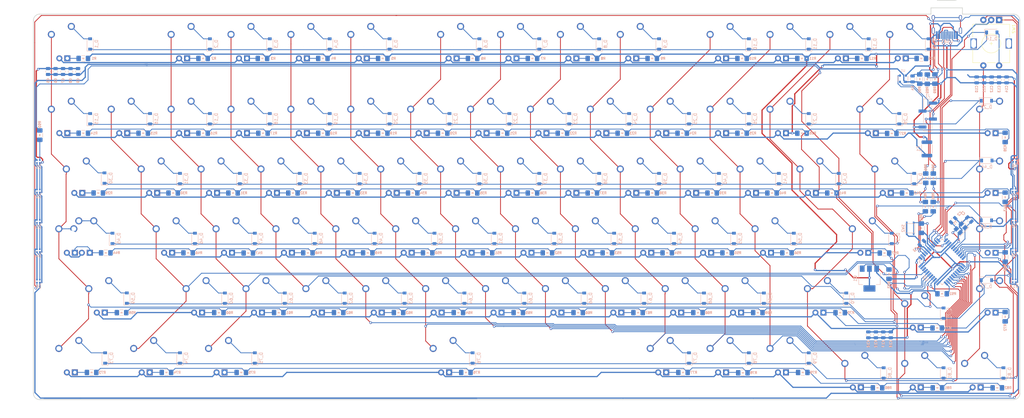
<source format=kicad_pcb>
(kicad_pcb (version 20171130) (host pcbnew "(5.1.4)-1")
  (layers (0 F.Cu signal) (31 B.Cu signal) (34 B.Paste user) (35 F.Paste user) (36 B.SilkS user) (37 F.SilkS user) (38 B.Mask user) (39 F.Mask user) (44 Edge.Cuts user))
  (net 0 "")
  (net 1 col0)
  (net 2 col1)
  (net 3 col2)
  (net 4 col3)
  (net 5 col4)
  (net 6 col5)
  (net 7 col6)
  (net 8 col7)
  (net 9 col8)
  (net 10 col9)
  (net 11 col10)
  (net 12 col11)
  (net 13 col12)
  (net 14 col13)
  (net 15 row0)
  (net 16 row1)
  (net 17 row2)
  (net 18 row3)
  (net 19 row4)
  (net 20 row5)
  (net 21 "Net-(D_1-Pad2)")
  (net 22 "Net-(D_2-Pad2)")
  (net 23 "Net-(D_3-Pad2)")
  (net 24 "Net-(D_4-Pad2)")
  (net 25 "Net-(D_5-Pad2)")
  (net 26 "Net-(D_6-Pad2)")
  (net 27 "Net-(D_7-Pad2)")
  (net 28 "Net-(D_8-Pad2)")
  (net 29 "Net-(D_9-Pad2)")
  (net 30 "Net-(D_10-Pad2)")
  (net 31 "Net-(D_11-Pad2)")
  (net 32 "Net-(D_12-Pad2)")
  (net 33 "Net-(D_14-Pad2)")
  (net 34 "Net-(D_15-Pad2)")
  (net 35 "Net-(D_16-Pad2)")
  (net 36 "Net-(D_17-Pad2)")
  (net 37 "Net-(D_18-Pad2)")
  (net 38 "Net-(D_19-Pad2)")
  (net 39 "Net-(D_20-Pad2)")
  (net 40 "Net-(D_21-Pad2)")
  (net 41 "Net-(D_22-Pad2)")
  (net 42 "Net-(D_23-Pad2)")
  (net 43 "Net-(D_24-Pad2)")
  (net 44 "Net-(D_25-Pad2)")
  (net 45 "Net-(D_26-Pad2)")
  (net 46 "Net-(D_27-Pad2)")
  (net 47 "Net-(D_28-Pad2)")
  (net 48 "Net-(D_29-Pad2)")
  (net 49 "Net-(D_30-Pad2)")
  (net 50 "Net-(D_31-Pad2)")
  (net 51 "Net-(D_32-Pad2)")
  (net 52 "Net-(D_33-Pad2)")
  (net 53 "Net-(D_34-Pad2)")
  (net 54 "Net-(D_35-Pad2)")
  (net 55 "Net-(D_36-Pad2)")
  (net 56 "Net-(D_37-Pad2)")
  (net 57 "Net-(D_38-Pad2)")
  (net 58 "Net-(D_39-Pad2)")
  (net 59 "Net-(D_40-Pad2)")
  (net 60 "Net-(D_41-Pad2)")
  (net 61 "Net-(D_42-Pad2)")
  (net 62 "Net-(D_43-Pad2)")
  (net 63 "Net-(D_46-Pad2)")
  (net 64 "Net-(D_47-Pad2)")
  (net 65 "Net-(D_48-Pad2)")
  (net 66 "Net-(D_49-Pad2)")
  (net 67 "Net-(D_50-Pad2)")
  (net 68 "Net-(D_51-Pad2)")
  (net 69 "Net-(D_52-Pad2)")
  (net 70 "Net-(D_53-Pad2)")
  (net 71 "Net-(D_54-Pad2)")
  (net 72 "Net-(D_55-Pad2)")
  (net 73 "Net-(D_56-Pad2)")
  (net 74 "Net-(D_57-Pad2)")
  (net 75 "Net-(D_58-Pad2)")
  (net 76 "Net-(D_59-Pad2)")
  (net 77 "Net-(D_60-Pad2)")
  (net 78 "Net-(D_61-Pad2)")
  (net 79 "Net-(D_62-Pad2)")
  (net 80 "Net-(D_63-Pad2)")
  (net 81 "Net-(D_64-Pad2)")
  (net 82 "Net-(D_65-Pad2)")
  (net 83 "Net-(D_66-Pad2)")
  (net 84 "Net-(D_67-Pad2)")
  (net 85 "Net-(D_68-Pad2)")
  (net 86 "Net-(D_69-Pad2)")
  (net 87 "Net-(D_70-Pad2)")
  (net 88 "Net-(D_72-Pad2)")
  (net 89 "Net-(D_71-Pad2)")
  (net 90 "Net-(D_73-Pad2)")
  (net 91 "Net-(D_74-Pad2)")
  (net 92 "Net-(D_75-Pad2)")
  (net 93 "Net-(D_76-Pad2)")
  (net 94 "Net-(D_77-Pad2)")
  (net 95 "Net-(D_78-Pad2)")
  (net 96 "Net-(D_79-Pad2)")
  (net 97 "Net-(D_80-Pad2)")
  (net 98 "Net-(D_81-Pad2)")
  (net 99 "Net-(D_82-Pad2)")
  (net 100 +5V)
  (net 101 GND)
  (net 102 "Net-(C2-Pad1)")
  (net 103 "Net-(C3-Pad1)")
  (net 104 "Net-(C4-Pad1)")
  (net 105 "Net-(D_45-Pad2)")
  (net 106 VCC)
  (net 107 D-)
  (net 108 D+)
  (net 109 "Net-(K_1-Pad4)")
  (net 110 "Net-(K_2-Pad4)")
  (net 111 "Net-(K_3-Pad4)")
  (net 112 "Net-(K_4-Pad4)")
  (net 113 "Net-(K_5-Pad4)")
  (net 114 "Net-(K_6-Pad4)")
  (net 115 "Net-(K_7-Pad4)")
  (net 116 "Net-(K_8-Pad4)")
  (net 117 "Net-(K_9-Pad4)")
  (net 118 "Net-(K_10-Pad4)")
  (net 119 "Net-(K_11-Pad4)")
  (net 120 "Net-(K_12-Pad4)")
  (net 121 "Net-(K_14-Pad4)")
  (net 122 "Net-(K_15-Pad4)")
  (net 123 "Net-(K_16-Pad4)")
  (net 124 "Net-(K_17-Pad4)")
  (net 125 "Net-(K_18-Pad4)")
  (net 126 "Net-(K_19-Pad4)")
  (net 127 "Net-(K_20-Pad4)")
  (net 128 "Net-(K_21-Pad4)")
  (net 129 "Net-(K_22-Pad4)")
  (net 130 "Net-(K_23-Pad4)")
  (net 131 "Net-(K_24-Pad4)")
  (net 132 "Net-(K_25-Pad4)")
  (net 133 LEDGND)
  (net 134 "Net-(K_27-Pad4)")
  (net 135 "Net-(K_28-Pad4)")
  (net 136 "Net-(K_29-Pad4)")
  (net 137 "Net-(K_30-Pad4)")
  (net 138 "Net-(K_31-Pad4)")
  (net 139 "Net-(K_32-Pad4)")
  (net 140 "Net-(K_33-Pad4)")
  (net 141 "Net-(K_34-Pad4)")
  (net 142 "Net-(K_35-Pad4)")
  (net 143 "Net-(K_36-Pad4)")
  (net 144 "Net-(K_37-Pad4)")
  (net 145 "Net-(K_38-Pad4)")
  (net 146 "Net-(K_39-Pad4)")
  (net 147 "Net-(K_40-Pad4)")
  (net 148 "Net-(K_41-Pad4)")
  (net 149 "Net-(K_42-Pad4)")
  (net 150 "Net-(K_43-Pad4)")
  (net 151 "Net-(K_44-Pad4)")
  (net 152 "Net-(K_46-Pad4)")
  (net 153 "Net-(K_47-Pad4)")
  (net 154 "Net-(K_48-Pad4)")
  (net 155 "Net-(K_49-Pad4)")
  (net 156 "Net-(K_50-Pad4)")
  (net 157 "Net-(K_51-Pad4)")
  (net 158 "Net-(K_52-Pad4)")
  (net 159 "Net-(K_53-Pad4)")
  (net 160 "Net-(K_54-Pad4)")
  (net 161 "Net-(K_55-Pad4)")
  (net 162 "Net-(K_56-Pad4)")
  (net 163 "Net-(K_57-Pad4)")
  (net 164 "Net-(K_58-Pad4)")
  (net 165 "Net-(K_59-Pad4)")
  (net 166 "Net-(K_60-Pad4)")
  (net 167 "Net-(K_61-Pad4)")
  (net 168 "Net-(K_62-Pad4)")
  (net 169 "Net-(K_63-Pad4)")
  (net 170 "Net-(K_64-Pad4)")
  (net 171 "Net-(K_65-Pad4)")
  (net 172 "Net-(K_66-Pad4)")
  (net 173 "Net-(K_67-Pad4)")
  (net 174 "Net-(K_68-Pad4)")
  (net 175 "Net-(K_69-Pad4)")
  (net 176 "Net-(K_70-Pad4)")
  (net 177 "Net-(K_71-Pad4)")
  (net 178 "Net-(K_72-Pad4)")
  (net 179 "Net-(K_73-Pad4)")
  (net 180 "Net-(K_74-Pad4)")
  (net 181 "Net-(K_75-Pad4)")
  (net 182 "Net-(K_76-Pad4)")
  (net 183 "Net-(K_77-Pad4)")
  (net 184 "Net-(K_78-Pad4)")
  (net 185 "Net-(K_79-Pad4)")
  (net 186 "Net-(K_80-Pad4)")
  (net 187 "Net-(K_81-Pad4)")
  (net 188 "Net-(K_82-Pad4)")
  (net 189 "Net-(Q1-Pad1)")
  (net 190 RGBIN)
  (net 191 LEDPWM)
  (net 192 "Net-(USB1-Pad3)")
  (net 193 "Net-(USB1-Pad9)")
  (net 194 "Net-(D1-Pad1)")
  (net 195 "Net-(D1-Pad3)")
  (net 196 "Net-(D2-Pad1)")
  (net 197 "Net-(D3-Pad1)")
  (net 198 "Net-(D4-Pad1)")
  (net 199 "Net-(D5-Pad1)")
  (net 200 "Net-(D6-Pad1)")
  (net 201 "Net-(D7-Pad1)")
  (net 202 "Net-(D8-Pad1)")
  (net 203 "Net-(D10-Pad3)")
  (net 204 "Net-(D10-Pad1)")
  (net 205 ENA)
  (net 206 ENB)
  (net 207 "Net-(D_13-Pad2)")
  (net 208 col14)
  (net 209 "Net-(C1-Pad1)")
  (net 210 "Net-(D_44-Pad2)")
  (net 211 "Net-(J1-Pad2)")
  (net 212 "Net-(J1-Pad3)")
  (net 213 "Net-(K_13-Pad4)")
  (net 214 "Net-(R83-Pad2)")
  (net 215 "Net-(R84-Pad1)")
  (net 216 "Net-(R85-Pad1)")
  (net 217 "Net-(R88-Pad1)")
  (net 218 "Net-(R89-Pad1)")
  (net 219 "Net-(R92-Pad2)")
  (net 220 "Net-(U2-Pad42)")
  (net 221 "Net-(K_26-Pad4)")
  (module MX_Only:MXOnly-1U (layer F.Cu) (at 136.525 100.80625)
    (fp_text reference K_1)
    (fp_text value KEYSW)
    (pad "" np_thru_hole circle (at 5.08 0 48.0996) (size 1.75 1.75) (drill 1.75) (layers *.Cu *.Mask))
    (pad "" np_thru_hole circle (at -5.08 0 48.0996) (size 1.75 1.75) (drill 1.75) (layers *.Cu *.Mask))
    (pad 4 thru_hole rect (at 1.27 5.08) (size 1.905 1.905) (drill 1.04) (layers *.Cu B.Mask) (net 109 "Net-(K_1-Pad4)"))
    (pad 3 thru_hole circle (at -1.27 5.08) (size 1.905 1.905) (drill 1.04) (layers *.Cu B.Mask) (net 100 +5V))
    (pad 1 thru_hole circle (at -3.81 -2.54) (size 2.25 2.25) (drill 1.47) (layers *.Cu B.Mask) (net 1 col0))
    (pad "" np_thru_hole circle (at 0 0) (size 3.9878 3.9878) (drill 3.9878) (layers *.Cu *.Mask))
    (pad 2 thru_hole circle (at 2.54 -5.08) (size 2.25 2.25) (drill 1.47) (layers *.Cu B.Mask) (net 21 "Net-(D_1-Pad2)"))
  )
  (module acheron_Components:C_0805_2012Metric (layer B.Cu) (at 134.0485 110.07725 270)
    (fp_text reference C6 (at 2.921 0 270) (layer B.SilkS) (effects (font (size 0.762 0.762) (thickness 0.1905)) (justify mirror)))
    (fp_text value 0.1uF)
    (pad 1 smd roundrect (at -0.9375 0 270) (size 0.975 1.4) (layers B.Cu B.Paste B.Mask) (net 100 +5V))
    (pad 2 smd roundrect (at 0.9375 0 270) (size 0.975 1.4) (layers B.Cu B.Paste B.Mask) (net 101 GND))
  )
  (module acheron_Components:C_0805_2012Metric (layer B.Cu) (at 136.42975 110.07725 270)
    (fp_text reference C7 (at 2.921 0 270) (layer B.SilkS) (effects (font (size 0.762 0.762) (thickness 0.1905)) (justify mirror)))
    (fp_text value 0.1uF)
    (pad 1 smd roundrect (at -0.9375 0 270) (size 0.975 1.4) (layers B.Cu B.Paste B.Mask) (net 100 +5V))
    (pad 2 smd roundrect (at 0.9375 0 270) (size 0.975 1.4) (layers B.Cu B.Paste B.Mask) (net 101 GND))
  )
  (module acheron_Components:C_0805_2012Metric (layer B.Cu) (at 138.811 110.07725 270)
    (fp_text reference C8 (at 2.921 0 270) (layer B.SilkS) (effects (font (size 0.762 0.762) (thickness 0.1905)) (justify mirror)))
    (fp_text value 0.1uF)
    (pad 1 smd roundrect (at -0.9375 0 270) (size 0.975 1.4) (layers B.Cu B.Paste B.Mask) (net 100 +5V))
    (pad 2 smd roundrect (at 0.9375 0 270) (size 0.975 1.4) (layers B.Cu B.Paste B.Mask) (net 101 GND))
  )
  (module acheron_Components:C_0805_2012Metric (layer B.Cu) (at 131.66725 110.07725 270)
    (fp_text reference C5 (at 2.921 0 270) (layer B.SilkS) (effects (font (size 0.762 0.762) (thickness 0.1905)) (justify mirror)))
    (fp_text value 0.1uF)
    (pad 1 smd roundrect (at -0.9375 0 270) (size 0.975 1.4) (layers B.Cu B.Paste B.Mask) (net 100 +5V))
    (pad 2 smd roundrect (at 0.9375 0 270) (size 0.975 1.4) (layers B.Cu B.Paste B.Mask) (net 101 GND))
  )
  (module acheron_Components:C_0805_2012Metric (layer B.Cu) (at 141.19225 110.07725 270)
    (fp_text reference C9 (at 2.921 0 270) (layer B.SilkS) (effects (font (size 0.762 0.762) (thickness 0.1905)) (justify mirror)))
    (fp_text value 0.1uF)
    (pad 1 smd roundrect (at -0.9375 0 270) (size 0.975 1.4) (layers B.Cu B.Paste B.Mask) (net 100 +5V))
    (pad 2 smd roundrect (at 0.9375 0 270) (size 0.975 1.4) (layers B.Cu B.Paste B.Mask) (net 101 GND))
  )
  (module MX_Only:MXOnly-1U (layer F.Cu) (at 407.9875 186.53125)
    (fp_text reference K_71)
    (fp_text value KEYSW)
    (pad "" np_thru_hole circle (at 5.08 0 48.0996) (size 1.75 1.75) (drill 1.75) (layers *.Cu *.Mask))
    (pad "" np_thru_hole circle (at -5.08 0 48.0996) (size 1.75 1.75) (drill 1.75) (layers *.Cu *.Mask))
    (pad 4 thru_hole rect (at 1.27 5.08) (size 1.905 1.905) (drill 1.04) (layers *.Cu B.Mask) (net 177 "Net-(K_71-Pad4)"))
    (pad 3 thru_hole circle (at -1.27 5.08) (size 1.905 1.905) (drill 1.04) (layers *.Cu B.Mask) (net 100 +5V))
    (pad 1 thru_hole circle (at -3.81 -2.54) (size 2.25 2.25) (drill 1.47) (layers *.Cu B.Mask) (net 14 col13))
    (pad "" np_thru_hole circle (at 0 0) (size 3.9878 3.9878) (drill 3.9878) (layers *.Cu *.Mask))
    (pad 2 thru_hole circle (at 2.54 -5.08) (size 2.25 2.25) (drill 1.47) (layers *.Cu B.Mask) (net 89 "Net-(D_71-Pad2)"))
  )
  (module MX_Only:MXOnly-1U (layer F.Cu) (at 407.9875 205.58125)
    (fp_text reference K_81)
    (fp_text value KEYSW)
    (pad "" np_thru_hole circle (at 5.08 0 48.0996) (size 1.75 1.75) (drill 1.75) (layers *.Cu *.Mask))
    (pad "" np_thru_hole circle (at -5.08 0 48.0996) (size 1.75 1.75) (drill 1.75) (layers *.Cu *.Mask))
    (pad 4 thru_hole rect (at 1.27 5.08) (size 1.905 1.905) (drill 1.04) (layers *.Cu B.Mask) (net 187 "Net-(K_81-Pad4)"))
    (pad 3 thru_hole circle (at -1.27 5.08) (size 1.905 1.905) (drill 1.04) (layers *.Cu B.Mask) (net 100 +5V))
    (pad 1 thru_hole circle (at -3.81 -2.54) (size 2.25 2.25) (drill 1.47) (layers *.Cu B.Mask) (net 14 col13))
    (pad "" np_thru_hole circle (at 0 0) (size 3.9878 3.9878) (drill 3.9878) (layers *.Cu *.Mask))
    (pad 2 thru_hole circle (at 2.54 -5.08) (size 2.25 2.25) (drill 1.47) (layers *.Cu B.Mask) (net 98 "Net-(D_81-Pad2)"))
  )
  (module Keebio-Parts:SW_SPST_3x3 (layer B.Cu) (at 405.892 160.02 270)
    (fp_text reference SW2 (at 0 2.25 90) (layer B.SilkS) (effects (font (size 0.8 0.8)) (justify mirror)))
    (fp_text value SW_Push)
    (pad 2 smd rect (at 1.8 -1.1 270) (size 0.7 0.5) (layers B.Cu B.Paste B.Mask) (net 214 "Net-(R83-Pad2)"))
    (pad 2 smd rect (at -1.8 -1.1 270) (size 0.7 0.5) (layers B.Cu B.Paste B.Mask) (net 214 "Net-(R83-Pad2)"))
    (pad 1 smd rect (at 1.8 1.1 270) (size 0.7 0.5) (layers B.Cu B.Paste B.Mask) (net 101 GND))
    (pad 1 smd rect (at -1.8 1.1 270) (size 0.7 0.5) (layers B.Cu B.Paste B.Mask) (net 101 GND))
  )
  (module acheron_Components:R_SMD_1206 (layer B.Cu) (at 195.3625 167.894)
    (fp_text reference R47 (at 3.429 0) (layer B.SilkS) (effects (font (size 0.762 0.762) (thickness 0.1905)) (justify mirror)))
    (fp_text value R_Small)
    (pad 1 smd roundrect (at -1.4875 0) (size 1.425 1.75) (layers B.Cu B.Paste B.Mask) (roundrect_rratio 0.175439) (net 153 "Net-(K_47-Pad4)"))
    (pad 2 smd roundrect (at 1.4875 0) (size 1.425 1.75) (layers B.Cu B.Paste B.Mask) (roundrect_rratio 0.175439) (net 133 LEDGND))
  )
  (module LED_SMD:LED_SK6812_EC15_1.5x1.5mm (layer B.Cu) (at 438.97 176.726)
    (fp_text reference D10 (at 0 1.75) (layer B.SilkS) (effects (justify mirror)))
    (fp_text value SK6805)
    (fp_text user 1 (at -0.925 0.45) (layer B.SilkS) (effects (font (size 0.3 0.3) (thickness 0.075)) (justify mirror)))
    (pad 1 smd rect (at -0.45 0.45) (size 0.5 0.5) (layers B.Cu B.Paste B.Mask) (net 204 "Net-(D10-Pad1)"))
    (pad 2 smd rect (at -0.45 -0.45) (size 0.5 0.5) (layers B.Cu B.Paste B.Mask) (net 101 GND))
    (pad 3 smd rect (at 0.45 -0.45) (size 0.5 0.5) (layers B.Cu B.Paste B.Mask) (net 203 "Net-(D10-Pad3)"))
    (pad 4 smd rect (at 0.45 0.45) (size 0.5 0.5) (layers B.Cu B.Paste B.Mask) (net 100 +5V))
  )
  (module LED_SMD:LED_SK6812_EC15_1.5x1.5mm (layer B.Cu) (at 438.97 166.936)
    (fp_text reference D9 (at 0 1.75) (layer B.SilkS) (effects (justify mirror)))
    (fp_text value SK6805)
    (fp_text user 1 (at -0.925 0.45) (layer B.SilkS) (effects (font (size 0.3 0.3) (thickness 0.075)) (justify mirror)))
    (pad 1 smd rect (at -0.45 0.45) (size 0.5 0.5) (layers B.Cu B.Paste B.Mask) (net 203 "Net-(D10-Pad3)"))
    (pad 2 smd rect (at -0.45 -0.45) (size 0.5 0.5) (layers B.Cu B.Paste B.Mask) (net 101 GND))
    (pad 3 smd rect (at 0.45 -0.45) (size 0.5 0.5) (layers B.Cu B.Paste B.Mask) (net 202 "Net-(D8-Pad1)"))
    (pad 4 smd rect (at 0.45 0.45) (size 0.5 0.5) (layers B.Cu B.Paste B.Mask) (net 100 +5V))
  )
  (module LED_SMD:LED_SK6812_EC15_1.5x1.5mm (layer B.Cu) (at 438.97 157.538)
    (fp_text reference D8 (at 0 1.75) (layer B.SilkS) (effects (justify mirror)))
    (fp_text value SK6805)
    (fp_text user 1 (at -0.925 0.45) (layer B.SilkS) (effects (font (size 0.3 0.3) (thickness 0.075)) (justify mirror)))
    (pad 1 smd rect (at -0.45 0.45) (size 0.5 0.5) (layers B.Cu B.Paste B.Mask) (net 202 "Net-(D8-Pad1)"))
    (pad 2 smd rect (at -0.45 -0.45) (size 0.5 0.5) (layers B.Cu B.Paste B.Mask) (net 101 GND))
    (pad 3 smd rect (at 0.45 -0.45) (size 0.5 0.5) (layers B.Cu B.Paste B.Mask) (net 201 "Net-(D7-Pad1)"))
    (pad 4 smd rect (at 0.45 0.45) (size 0.5 0.5) (layers B.Cu B.Paste B.Mask) (net 100 +5V))
  )
  (module LED_SMD:LED_SK6812_EC15_1.5x1.5mm (layer B.Cu) (at 438.97 147.886)
    (fp_text reference D7 (at 0 1.75) (layer B.SilkS) (effects (justify mirror)))
    (fp_text value SK6805)
    (fp_text user 1 (at -0.925 0.45) (layer B.SilkS) (effects (font (size 0.3 0.3) (thickness 0.075)) (justify mirror)))
    (pad 1 smd rect (at -0.45 0.45) (size 0.5 0.5) (layers B.Cu B.Paste B.Mask) (net 201 "Net-(D7-Pad1)"))
    (pad 2 smd rect (at -0.45 -0.45) (size 0.5 0.5) (layers B.Cu B.Paste B.Mask) (net 101 GND))
    (pad 3 smd rect (at 0.45 -0.45) (size 0.5 0.5) (layers B.Cu B.Paste B.Mask) (net 200 "Net-(D6-Pad1)"))
    (pad 4 smd rect (at 0.45 0.45) (size 0.5 0.5) (layers B.Cu B.Paste B.Mask) (net 100 +5V))
  )
  (module LED_SMD:LED_SK6812_EC15_1.5x1.5mm (layer B.Cu) (at 439.108 138.372)
    (fp_text reference D6 (at 0 1.75) (layer B.SilkS) (effects (justify mirror)))
    (fp_text value SK6805)
    (fp_text user 1 (at -0.925 0.45) (layer B.SilkS) (effects (font (size 0.3 0.3) (thickness 0.075)) (justify mirror)))
    (pad 1 smd rect (at -0.45 0.45) (size 0.5 0.5) (layers B.Cu B.Paste B.Mask) (net 200 "Net-(D6-Pad1)"))
    (pad 2 smd rect (at -0.45 -0.45) (size 0.5 0.5) (layers B.Cu B.Paste B.Mask) (net 101 GND))
    (pad 3 smd rect (at 0.45 -0.45) (size 0.5 0.5) (layers B.Cu B.Paste B.Mask) (net 199 "Net-(D5-Pad1)"))
    (pad 4 smd rect (at 0.45 0.45) (size 0.5 0.5) (layers B.Cu B.Paste B.Mask) (net 100 +5V))
  )
  (module LED_SMD:LED_SK6812_EC15_1.5x1.5mm (layer B.Cu) (at 128.582 176.842)
    (fp_text reference D5 (at 0 1.75) (layer B.SilkS) (effects (justify mirror)))
    (fp_text value SK6805)
    (fp_text user 1 (at -0.925 0.45) (layer B.SilkS) (effects (font (size 0.3 0.3) (thickness 0.075)) (justify mirror)))
    (pad 1 smd rect (at -0.45 0.45) (size 0.5 0.5) (layers B.Cu B.Paste B.Mask) (net 199 "Net-(D5-Pad1)"))
    (pad 2 smd rect (at -0.45 -0.45) (size 0.5 0.5) (layers B.Cu B.Paste B.Mask) (net 101 GND))
    (pad 3 smd rect (at 0.45 -0.45) (size 0.5 0.5) (layers B.Cu B.Paste B.Mask) (net 198 "Net-(D4-Pad1)"))
    (pad 4 smd rect (at 0.45 0.45) (size 0.5 0.5) (layers B.Cu B.Paste B.Mask) (net 100 +5V))
  )
  (module LED_SMD:LED_SK6812_EC15_1.5x1.5mm (layer B.Cu) (at 128.582 167.132)
    (fp_text reference D4 (at 0 1.75) (layer B.SilkS) (effects (justify mirror)))
    (fp_text value SK6805)
    (fp_text user 1 (at -0.925 0.45) (layer B.SilkS) (effects (font (size 0.3 0.3) (thickness 0.075)) (justify mirror)))
    (pad 1 smd rect (at -0.45 0.45) (size 0.5 0.5) (layers B.Cu B.Paste B.Mask) (net 198 "Net-(D4-Pad1)"))
    (pad 2 smd rect (at -0.45 -0.45) (size 0.5 0.5) (layers B.Cu B.Paste B.Mask) (net 101 GND))
    (pad 3 smd rect (at 0.45 -0.45) (size 0.5 0.5) (layers B.Cu B.Paste B.Mask) (net 197 "Net-(D3-Pad1)"))
    (pad 4 smd rect (at 0.45 0.45) (size 0.5 0.5) (layers B.Cu B.Paste B.Mask) (net 100 +5V))
  )
  (module LED_SMD:LED_SK6812_EC15_1.5x1.5mm (layer B.Cu) (at 128.582 157.792)
    (fp_text reference D3 (at 0 1.75) (layer B.SilkS) (effects (justify mirror)))
    (fp_text value SK6805)
    (fp_text user 1 (at -0.925 0.45) (layer B.SilkS) (effects (font (size 0.3 0.3) (thickness 0.075)) (justify mirror)))
    (pad 1 smd rect (at -0.45 0.45) (size 0.5 0.5) (layers B.Cu B.Paste B.Mask) (net 197 "Net-(D3-Pad1)"))
    (pad 2 smd rect (at -0.45 -0.45) (size 0.5 0.5) (layers B.Cu B.Paste B.Mask) (net 101 GND))
    (pad 3 smd rect (at 0.45 -0.45) (size 0.5 0.5) (layers B.Cu B.Paste B.Mask) (net 196 "Net-(D2-Pad1)"))
    (pad 4 smd rect (at 0.45 0.45) (size 0.5 0.5) (layers B.Cu B.Paste B.Mask) (net 100 +5V))
  )
  (module LED_SMD:LED_SK6812_EC15_1.5x1.5mm (layer B.Cu) (at 128.582 148.14)
    (fp_text reference D2 (at 0 1.75) (layer B.SilkS) (effects (justify mirror)))
    (fp_text value SK6805)
    (fp_text user 1 (at -0.925 0.45) (layer B.SilkS) (effects (font (size 0.3 0.3) (thickness 0.075)) (justify mirror)))
    (pad 1 smd rect (at -0.45 0.45) (size 0.5 0.5) (layers B.Cu B.Paste B.Mask) (net 196 "Net-(D2-Pad1)"))
    (pad 2 smd rect (at -0.45 -0.45) (size 0.5 0.5) (layers B.Cu B.Paste B.Mask) (net 101 GND))
    (pad 3 smd rect (at 0.45 -0.45) (size 0.5 0.5) (layers B.Cu B.Paste B.Mask) (net 194 "Net-(D1-Pad1)"))
    (pad 4 smd rect (at 0.45 0.45) (size 0.5 0.5) (layers B.Cu B.Paste B.Mask) (net 100 +5V))
  )
  (module LED_SMD:LED_SK6812_EC15_1.5x1.5mm (layer B.Cu) (at 128.582 138.742)
    (fp_text reference D1 (at 0 1.75) (layer B.SilkS) (effects (justify mirror)))
    (fp_text value SK6805)
    (fp_text user 1 (at -0.925 0.45) (layer B.SilkS) (effects (font (size 0.3 0.3) (thickness 0.075)) (justify mirror)))
    (pad 1 smd rect (at -0.45 0.45) (size 0.5 0.5) (layers B.Cu B.Paste B.Mask) (net 194 "Net-(D1-Pad1)"))
    (pad 2 smd rect (at -0.45 -0.45) (size 0.5 0.5) (layers B.Cu B.Paste B.Mask) (net 101 GND))
    (pad 3 smd rect (at 0.45 -0.45) (size 0.5 0.5) (layers B.Cu B.Paste B.Mask) (net 195 "Net-(D1-Pad3)"))
    (pad 4 smd rect (at 0.45 0.45) (size 0.5 0.5) (layers B.Cu B.Paste B.Mask) (net 100 +5V))
  )
  (module MX_Only:MXOnly-1.75U (layer F.Cu) (at 138.90625 162.71875)
    (fp_text reference K_45)
    (fp_text value MX-NoLED)
    (pad "" np_thru_hole circle (at 5.08 0 48.0996) (size 1.75 1.75) (drill 1.75) (layers *.Cu *.Mask))
    (pad "" np_thru_hole circle (at -5.08 0 48.0996) (size 1.75 1.75) (drill 1.75) (layers *.Cu *.Mask))
    (pad 4 thru_hole rect (at 1.27 5.08) (size 1.905 1.905) (drill 1.04) (layers *.Cu B.Mask) (net 151 "Net-(K_44-Pad4)"))
    (pad 3 thru_hole circle (at -1.27 5.08) (size 1.905 1.905) (drill 1.04) (layers *.Cu B.Mask) (net 100 +5V))
    (pad 1 thru_hole circle (at -3.81 -2.54) (size 2.25 2.25) (drill 1.47) (layers *.Cu B.Mask) (net 1 col0))
    (pad "" np_thru_hole circle (at 0 0) (size 3.9878 3.9878) (drill 3.9878) (layers *.Cu *.Mask))
    (pad 2 thru_hole circle (at 2.54 -5.08) (size 2.25 2.25) (drill 1.47) (layers *.Cu B.Mask) (net 105 "Net-(D_45-Pad2)"))
  )
  (module Type-C:HRO-TYPE-C-31-M-12-HandSoldering (layer B.Cu) (at 417.576 90.297)
    (fp_text reference USB1 (at 0 10.2) (layer B.SilkS) (effects (justify mirror)))
    (fp_text value HRO-TYPE-C-31-M-12)
    (pad 13 thru_hole oval (at 4.32 2.6) (size 1 1.6) (drill oval 0.6 1.2) (layers *.Cu F.Mask) (net 104 "Net-(C4-Pad1)"))
    (pad 13 thru_hole oval (at -4.32 2.6) (size 1 1.6) (drill oval 0.6 1.2) (layers *.Cu F.Mask) (net 104 "Net-(C4-Pad1)"))
    (pad 13 thru_hole oval (at 4.32 6.78) (size 1 2.1) (drill oval 0.6 1.7) (layers *.Cu F.Mask) (net 104 "Net-(C4-Pad1)"))
    (pad 13 thru_hole oval (at -4.32 6.78) (size 1 2.1) (drill oval 0.6 1.7) (layers *.Cu F.Mask) (net 104 "Net-(C4-Pad1)"))
    (pad "" np_thru_hole circle (at -2.89 6.25) (size 0.65 0.65) (drill 0.65) (layers *.Cu *.Mask))
    (pad "" np_thru_hole circle (at 2.89 6.25) (size 0.65 0.65) (drill 0.65) (layers *.Cu *.Mask))
    (pad 6 smd rect (at -0.25 8.195) (size 0.3 2.45) (layers B.Cu B.Paste B.Mask) (net 212 "Net-(J1-Pad3)"))
    (pad 7 smd rect (at 0.25 8.195) (size 0.3 2.45) (layers B.Cu B.Paste B.Mask) (net 211 "Net-(J1-Pad2)"))
    (pad 8 smd rect (at 0.75 8.195) (size 0.3 2.45) (layers B.Cu B.Paste B.Mask) (net 212 "Net-(J1-Pad3)"))
    (pad 5 smd rect (at -0.75 8.195) (size 0.3 2.45) (layers B.Cu B.Paste B.Mask) (net 211 "Net-(J1-Pad2)"))
    (pad 9 smd rect (at 1.25 8.195) (size 0.3 2.45) (layers B.Cu B.Paste B.Mask) (net 193 "Net-(USB1-Pad9)"))
    (pad 4 smd rect (at -1.25 8.195) (size 0.3 2.45) (layers B.Cu B.Paste B.Mask) (net 218 "Net-(R89-Pad1)"))
    (pad 10 smd rect (at 1.75 8.195) (size 0.3 2.45) (layers B.Cu B.Paste B.Mask) (net 217 "Net-(R88-Pad1)"))
    (pad 3 smd rect (at -1.75 8.195) (size 0.3 2.45) (layers B.Cu B.Paste B.Mask) (net 192 "Net-(USB1-Pad3)"))
    (pad 2 smd rect (at -2.45 8.195) (size 0.6 2.45) (layers B.Cu B.Paste B.Mask) (net 106 VCC))
    (pad 11 smd rect (at 2.45 8.195) (size 0.6 2.45) (layers B.Cu B.Paste B.Mask) (net 106 VCC))
    (pad 1 smd rect (at -3.225 8.195) (size 0.6 2.45) (layers B.Cu B.Paste B.Mask) (net 101 GND))
    (pad 12 smd rect (at 3.225 8.195) (size 0.6 2.45) (layers B.Cu B.Paste B.Mask) (net 101 GND))
  )
  (module acheron_Components:R_SMD_1206 (layer B.Cu) (at 413.258 144.0545 90)
    (fp_text reference R87 (at 3.429 0 90) (layer B.SilkS) (effects (font (size 0.762 0.762) (thickness 0.1905)) (justify mirror)))
    (fp_text value 22)
    (pad 1 smd roundrect (at -1.4875 0 90) (size 1.425 1.75) (layers B.Cu B.Paste B.Mask) (roundrect_rratio 0.175439) (net 107 D-))
    (pad 2 smd roundrect (at 1.4875 0 90) (size 1.425 1.75) (layers B.Cu B.Paste B.Mask) (roundrect_rratio 0.175439) (net 211 "Net-(J1-Pad2)"))
  )
  (module acheron_Components:R_SMD_1206 (layer B.Cu) (at 410.845 144.0545 90)
    (fp_text reference R86 (at 3.429 0 90) (layer B.SilkS) (effects (font (size 0.762 0.762) (thickness 0.1905)) (justify mirror)))
    (fp_text value 22)
    (pad 1 smd roundrect (at -1.4875 0 90) (size 1.425 1.75) (layers B.Cu B.Paste B.Mask) (roundrect_rratio 0.175439) (net 108 D+))
    (pad 2 smd roundrect (at 1.4875 0 90) (size 1.425 1.75) (layers B.Cu B.Paste B.Mask) (roundrect_rratio 0.175439) (net 212 "Net-(J1-Pad3)"))
  )
  (module Connector_PinHeader_2.54mm:PinHeader_1x04_P2.54mm_Vertical_SMD_Pin1Left (layer B.Cu) (at 411.48 123.952 180)
    (fp_text reference J1 (at 0 6.14) (layer B.SilkS) (effects (justify mirror)))
    (fp_text value Conn_01x04)
    (pad 4 smd rect (at 1.655 -3.81 180) (size 2.51 1) (layers B.Cu B.Paste B.Mask) (net 106 VCC))
    (pad 2 smd rect (at 1.655 1.27 180) (size 2.51 1) (layers B.Cu B.Paste B.Mask) (net 211 "Net-(J1-Pad2)"))
    (pad 3 smd rect (at -1.655 -1.27 180) (size 2.51 1) (layers B.Cu B.Paste B.Mask) (net 212 "Net-(J1-Pad3)"))
    (pad 1 smd rect (at -1.655 3.81 180) (size 2.51 1) (layers B.Cu B.Paste B.Mask) (net 101 GND))
  )
  (module Keebio-Parts:Crystal_SMD_3225-4pin_3.2x2.5mm (layer B.Cu) (at 421.95563 160.008785 225)
    (fp_text reference Y1 (at 0 2.45 45) (layer B.SilkS) (effects (font (size 0.8 0.8)) (justify mirror)))
    (fp_text value 16MHz)
    (pad 1 smd rect (at -1.1 -0.85 225) (size 1.4 1.2) (layers B.Cu B.Paste B.Mask) (net 209 "Net-(C1-Pad1)"))
    (pad 2 smd rect (at 1.1 -0.85 225) (size 1.4 1.2) (layers B.Cu B.Paste B.Mask) (net 101 GND))
    (pad 3 smd rect (at 1.1 0.85 225) (size 1.4 1.2) (layers B.Cu B.Paste B.Mask) (net 102 "Net-(C2-Pad1)"))
    (pad 4 smd rect (at -1.1 0.85 225) (size 1.4 1.2) (layers B.Cu B.Paste B.Mask) (net 101 GND))
  )
  (module Nexperia:SOT143B (layer B.Cu) (at 403.594 112.379 180)
    (fp_text reference U1 (at 0 2.6) (layer B.SilkS) (effects (font (size 0.75 0.75) (thickness 0.1)) (justify mirror)))
    (fp_text value PRTR5V0U2X hide)
    (pad 4 smd rect (at -0.95 1 180) (size 0.6 0.7) (layers B.Cu B.Paste B.Mask) (net 106 VCC))
    (pad 3 smd rect (at 0.95 1 180) (size 0.6 0.7) (layers B.Cu B.Paste B.Mask) (net 211 "Net-(J1-Pad2)"))
    (pad 2 smd rect (at 0.95 -1 180) (size 0.6 0.7) (layers B.Cu B.Paste B.Mask) (net 212 "Net-(J1-Pad3)"))
    (pad 1 smd rect (at -0.75 -1 180) (size 1 0.7) (layers B.Cu B.Paste B.Mask) (net 101 GND))
  )
  (module Package_QFP:TQFP-44_10x10mm_P0.8mm (layer B.Cu) (at 416.052 170.688 315)
    (fp_text reference U2 (at 0 7.45 135) (layer B.SilkS) (effects (justify mirror)))
    (fp_text value ATmega32U4-AU)
    (pad 44 smd rect (at -4 5.7 225) (size 1.5 0.55) (layers B.Cu B.Paste B.Mask) (net 100 +5V))
    (pad 43 smd rect (at -3.2 5.7 225) (size 1.5 0.55) (layers B.Cu B.Paste B.Mask) (net 101 GND))
    (pad 42 smd rect (at -2.4 5.7 225) (size 1.5 0.55) (layers B.Cu B.Paste B.Mask) (net 220 "Net-(U2-Pad42)"))
    (pad 41 smd rect (at -1.6 5.7 225) (size 1.5 0.55) (layers B.Cu B.Paste B.Mask) (net 190 RGBIN))
    (pad 40 smd rect (at -0.8 5.7 225) (size 1.5 0.55) (layers B.Cu B.Paste B.Mask) (net 1 col0))
    (pad 39 smd rect (at 0 5.7 225) (size 1.5 0.55) (layers B.Cu B.Paste B.Mask) (net 2 col1))
    (pad 38 smd rect (at 0.8 5.7 225) (size 1.5 0.55) (layers B.Cu B.Paste B.Mask) (net 3 col2))
    (pad 37 smd rect (at 1.6 5.7 225) (size 1.5 0.55) (layers B.Cu B.Paste B.Mask) (net 4 col3))
    (pad 36 smd rect (at 2.4 5.7 225) (size 1.5 0.55) (layers B.Cu B.Paste B.Mask) (net 5 col4))
    (pad 35 smd rect (at 3.2 5.7 225) (size 1.5 0.55) (layers B.Cu B.Paste B.Mask) (net 101 GND))
    (pad 34 smd rect (at 4 5.7 225) (size 1.5 0.55) (layers B.Cu B.Paste B.Mask) (net 100 +5V))
    (pad 33 smd rect (at 5.7 4 315) (size 1.5 0.55) (layers B.Cu B.Paste B.Mask) (net 219 "Net-(R92-Pad2)"))
    (pad 32 smd rect (at 5.7 3.2 315) (size 1.5 0.55) (layers B.Cu B.Paste B.Mask) (net 6 col5))
    (pad 31 smd rect (at 5.7 2.4 315) (size 1.5 0.55) (layers B.Cu B.Paste B.Mask) (net 7 col6))
    (pad 30 smd rect (at 5.7 1.6 315) (size 1.5 0.55) (layers B.Cu B.Paste B.Mask) (net 8 col7))
    (pad 29 smd rect (at 5.7 0.8 315) (size 1.5 0.55) (layers B.Cu B.Paste B.Mask) (net 9 col8))
    (pad 28 smd rect (at 5.7 0 315) (size 1.5 0.55) (layers B.Cu B.Paste B.Mask) (net 10 col9))
    (pad 27 smd rect (at 5.7 -0.8 315) (size 1.5 0.55) (layers B.Cu B.Paste B.Mask) (net 11 col10))
    (pad 26 smd rect (at 5.7 -1.6 315) (size 1.5 0.55) (layers B.Cu B.Paste B.Mask) (net 12 col11))
    (pad 25 smd rect (at 5.7 -2.4 315) (size 1.5 0.55) (layers B.Cu B.Paste B.Mask) (net 13 col12))
    (pad 24 smd rect (at 5.7 -3.2 315) (size 1.5 0.55) (layers B.Cu B.Paste B.Mask) (net 100 +5V))
    (pad 23 smd rect (at 5.7 -4 315) (size 1.5 0.55) (layers B.Cu B.Paste B.Mask) (net 101 GND))
    (pad 22 smd rect (at 4 -5.7 225) (size 1.5 0.55) (layers B.Cu B.Paste B.Mask) (net 14 col13))
    (pad 21 smd rect (at 3.2 -5.7 225) (size 1.5 0.55) (layers B.Cu B.Paste B.Mask) (net 208 col14))
    (pad 20 smd rect (at 2.4 -5.7 225) (size 1.5 0.55) (layers B.Cu B.Paste B.Mask) (net 206 ENB))
    (pad 19 smd rect (at 1.6 -5.7 225) (size 1.5 0.55) (layers B.Cu B.Paste B.Mask) (net 205 ENA))
    (pad 18 smd rect (at 0.8 -5.7 225) (size 1.5 0.55) (layers B.Cu B.Paste B.Mask) (net 20 row5))
    (pad 17 smd rect (at 0 -5.7 225) (size 1.5 0.55) (layers B.Cu B.Paste B.Mask) (net 209 "Net-(C1-Pad1)"))
    (pad 16 smd rect (at -0.8 -5.7 225) (size 1.5 0.55) (layers B.Cu B.Paste B.Mask) (net 102 "Net-(C2-Pad1)"))
    (pad 15 smd rect (at -1.6 -5.7 225) (size 1.5 0.55) (layers B.Cu B.Paste B.Mask) (net 101 GND))
    (pad 14 smd rect (at -2.4 -5.7 225) (size 1.5 0.55) (layers B.Cu B.Paste B.Mask) (net 100 +5V))
    (pad 13 smd rect (at -3.2 -5.7 225) (size 1.5 0.55) (layers B.Cu B.Paste B.Mask) (net 214 "Net-(R83-Pad2)"))
    (pad 12 smd rect (at -4 -5.7 225) (size 1.5 0.55) (layers B.Cu B.Paste B.Mask) (net 19 row4))
    (pad 11 smd rect (at -5.7 -4 315) (size 1.5 0.55) (layers B.Cu B.Paste B.Mask) (net 18 row3))
    (pad 10 smd rect (at -5.7 -3.2 315) (size 1.5 0.55) (layers B.Cu B.Paste B.Mask) (net 17 row2))
    (pad 9 smd rect (at -5.7 -2.4 315) (size 1.5 0.55) (layers B.Cu B.Paste B.Mask) (net 16 row1))
    (pad 8 smd rect (at -5.7 -1.6 315) (size 1.5 0.55) (layers B.Cu B.Paste B.Mask) (net 15 row0))
    (pad 7 smd rect (at -5.7 -0.8 315) (size 1.5 0.55) (layers B.Cu B.Paste B.Mask) (net 100 +5V))
    (pad 6 smd rect (at -5.7 0 315) (size 1.5 0.55) (layers B.Cu B.Paste B.Mask) (net 103 "Net-(C3-Pad1)"))
    (pad 5 smd rect (at -5.7 0.8 315) (size 1.5 0.55) (layers B.Cu B.Paste B.Mask) (net 101 GND))
    (pad 4 smd rect (at -5.7 1.6 315) (size 1.5 0.55) (layers B.Cu B.Paste B.Mask) (net 215 "Net-(R84-Pad1)"))
    (pad 3 smd rect (at -5.7 2.4 315) (size 1.5 0.55) (layers B.Cu B.Paste B.Mask) (net 216 "Net-(R85-Pad1)"))
    (pad 2 smd rect (at -5.7 3.2 315) (size 1.5 0.55) (layers B.Cu B.Paste B.Mask) (net 100 +5V))
    (pad 1 smd rect (at -5.7 4 315) (size 1.5 0.55) (layers B.Cu B.Paste B.Mask) (net 191 LEDPWM))
  )
  (module acheron_Components:R_SMD_1206 (layer B.Cu) (at 433.6145 210.82)
    (fp_text reference R82 (at 3.429 0) (layer B.SilkS) (effects (font (size 0.762 0.762) (thickness 0.1905)) (justify mirror)))
    (fp_text value R_Small)
    (pad 1 smd roundrect (at -1.4875 0) (size 1.425 1.75) (layers B.Cu B.Paste B.Mask) (roundrect_rratio 0.175439) (net 188 "Net-(K_82-Pad4)"))
    (pad 2 smd roundrect (at 1.4875 0) (size 1.425 1.75) (layers B.Cu B.Paste B.Mask) (roundrect_rratio 0.175439) (net 133 LEDGND))
  )
  (module acheron_Components:R_SMD_1206 (layer B.Cu) (at 436.118 188.1775 270)
    (fp_text reference R72 (at 3.429 0 90) (layer B.SilkS) (effects (font (size 0.762 0.762) (thickness 0.1905)) (justify mirror)))
    (fp_text value R_Small)
    (pad 1 smd roundrect (at -1.4875 0 270) (size 1.425 1.75) (layers B.Cu B.Paste B.Mask) (roundrect_rratio 0.175439) (net 178 "Net-(K_72-Pad4)"))
    (pad 2 smd roundrect (at 1.4875 0 270) (size 1.425 1.75) (layers B.Cu B.Paste B.Mask) (roundrect_rratio 0.175439) (net 133 LEDGND))
  )
  (module acheron_Components:R_SMD_1206 (layer B.Cu) (at 436.118 169.164 270)
    (fp_text reference R58 (at 3.429 0 90) (layer B.SilkS) (effects (font (size 0.762 0.762) (thickness 0.1905)) (justify mirror)))
    (fp_text value R_Small)
    (pad 1 smd roundrect (at -1.4875 0 270) (size 1.425 1.75) (layers B.Cu B.Paste B.Mask) (roundrect_rratio 0.175439) (net 164 "Net-(K_58-Pad4)"))
    (pad 2 smd roundrect (at 1.4875 0 270) (size 1.425 1.75) (layers B.Cu B.Paste B.Mask) (roundrect_rratio 0.175439) (net 133 LEDGND))
  )
  (module acheron_Components:R_SMD_1206 (layer B.Cu) (at 436.118 150.114 270)
    (fp_text reference R43 (at 3.429 0 90) (layer B.SilkS) (effects (font (size 0.762 0.762) (thickness 0.1905)) (justify mirror)))
    (fp_text value R_Small)
    (pad 1 smd roundrect (at -1.4875 0 270) (size 1.425 1.75) (layers B.Cu B.Paste B.Mask) (roundrect_rratio 0.175439) (net 150 "Net-(K_43-Pad4)"))
    (pad 2 smd roundrect (at 1.4875 0 270) (size 1.425 1.75) (layers B.Cu B.Paste B.Mask) (roundrect_rratio 0.175439) (net 133 LEDGND))
  )
  (module acheron_Components:R_SMD_1206 (layer B.Cu) (at 436.118 131.064 270)
    (fp_text reference R28 (at 3.429 0 90) (layer B.SilkS) (effects (font (size 0.762 0.762) (thickness 0.1905)) (justify mirror)))
    (fp_text value R_Small)
    (pad 1 smd roundrect (at -1.4875 0 270) (size 1.425 1.75) (layers B.Cu B.Paste B.Mask) (roundrect_rratio 0.175439) (net 135 "Net-(K_28-Pad4)"))
    (pad 2 smd roundrect (at 1.4875 0 270) (size 1.425 1.75) (layers B.Cu B.Paste B.Mask) (roundrect_rratio 0.175439) (net 133 LEDGND))
  )
  (module acheron_Components:R_SMD_1206 (layer B.Cu) (at 414.5645 210.82)
    (fp_text reference R81 (at 3.429 0) (layer B.SilkS) (effects (font (size 0.762 0.762) (thickness 0.1905)) (justify mirror)))
    (fp_text value R_Small)
    (pad 1 smd roundrect (at -1.4875 0) (size 1.425 1.75) (layers B.Cu B.Paste B.Mask) (roundrect_rratio 0.175439) (net 187 "Net-(K_81-Pad4)"))
    (pad 2 smd roundrect (at 1.4875 0) (size 1.425 1.75) (layers B.Cu B.Paste B.Mask) (roundrect_rratio 0.175439) (net 133 LEDGND))
  )
  (module acheron_Components:R_SMD_1206 (layer B.Cu) (at 414.4915 191.77)
    (fp_text reference R71 (at 3.429 0) (layer B.SilkS) (effects (font (size 0.762 0.762) (thickness 0.1905)) (justify mirror)))
    (fp_text value R_Small)
    (pad 1 smd roundrect (at -1.4875 0) (size 1.425 1.75) (layers B.Cu B.Paste B.Mask) (roundrect_rratio 0.175439) (net 177 "Net-(K_71-Pad4)"))
    (pad 2 smd roundrect (at 1.4875 0) (size 1.425 1.75) (layers B.Cu B.Paste B.Mask) (roundrect_rratio 0.175439) (net 133 LEDGND))
  )
  (module acheron_Components:R_SMD_1206 (layer B.Cu) (at 404.8125 148.7805)
    (fp_text reference R42 (at 3.429 0) (layer B.SilkS) (effects (font (size 0.762 0.762) (thickness 0.1905)) (justify mirror)))
    (fp_text value R_Small)
    (pad 1 smd roundrect (at -1.4875 0) (size 1.425 1.75) (layers B.Cu B.Paste B.Mask) (roundrect_rratio 0.175439) (net 149 "Net-(K_42-Pad4)"))
    (pad 2 smd roundrect (at 1.4875 0) (size 1.425 1.75) (layers B.Cu B.Paste B.Mask) (roundrect_rratio 0.175439) (net 133 LEDGND))
  )
  (module acheron_Components:R_SMD_1206 (layer B.Cu) (at 400.05 129.794)
    (fp_text reference R27 (at 3.429 0) (layer B.SilkS) (effects (font (size 0.762 0.762) (thickness 0.1905)) (justify mirror)))
    (fp_text value R_Small)
    (pad 1 smd roundrect (at -1.4875 0) (size 1.425 1.75) (layers B.Cu B.Paste B.Mask) (roundrect_rratio 0.175439) (net 134 "Net-(K_27-Pad4)"))
    (pad 2 smd roundrect (at 1.4875 0) (size 1.425 1.75) (layers B.Cu B.Paste B.Mask) (roundrect_rratio 0.175439) (net 133 LEDGND))
  )
  (module acheron_Components:R_SMD_1206 (layer B.Cu) (at 409.448 105.918)
    (fp_text reference R13 (at 3.429 0) (layer B.SilkS) (effects (font (size 0.762 0.762) (thickness 0.1905)) (justify mirror)))
    (fp_text value R_Small)
    (pad 1 smd roundrect (at -1.4875 0) (size 1.425 1.75) (layers B.Cu B.Paste B.Mask) (roundrect_rratio 0.175439) (net 213 "Net-(K_13-Pad4)"))
    (pad 2 smd roundrect (at 1.4875 0) (size 1.425 1.75) (layers B.Cu B.Paste B.Mask) (roundrect_rratio 0.175439) (net 133 LEDGND))
  )
  (module acheron_Components:R_SMD_1206 (layer B.Cu) (at 395.5145 210.82)
    (fp_text reference R80 (at 3.429 0) (layer B.SilkS) (effects (font (size 0.762 0.762) (thickness 0.1905)) (justify mirror)))
    (fp_text value R_Small)
    (pad 1 smd roundrect (at -1.4875 0) (size 1.425 1.75) (layers B.Cu B.Paste B.Mask) (roundrect_rratio 0.175439) (net 186 "Net-(K_80-Pad4)"))
    (pad 2 smd roundrect (at 1.4875 0) (size 1.425 1.75) (layers B.Cu B.Paste B.Mask) (roundrect_rratio 0.175439) (net 133 LEDGND))
  )
  (module acheron_Components:R_SMD_1206 (layer B.Cu) (at 383.63525 186.8805)
    (fp_text reference R70 (at 3.429 0) (layer B.SilkS) (effects (font (size 0.762 0.762) (thickness 0.1905)) (justify mirror)))
    (fp_text value R_Small)
    (pad 1 smd roundrect (at -1.4875 0) (size 1.425 1.75) (layers B.Cu B.Paste B.Mask) (roundrect_rratio 0.175439) (net 176 "Net-(K_70-Pad4)"))
    (pad 2 smd roundrect (at 1.4875 0) (size 1.425 1.75) (layers B.Cu B.Paste B.Mask) (roundrect_rratio 0.175439) (net 133 LEDGND))
  )
  (module acheron_Components:R_SMD_1206 (layer B.Cu) (at 397.7275 167.894)
    (fp_text reference R57 (at 3.429 0) (layer B.SilkS) (effects (font (size 0.762 0.762) (thickness 0.1905)) (justify mirror)))
    (fp_text value R_Small)
    (pad 1 smd roundrect (at -1.4875 0) (size 1.425 1.75) (layers B.Cu B.Paste B.Mask) (roundrect_rratio 0.175439) (net 163 "Net-(K_57-Pad4)"))
    (pad 2 smd roundrect (at 1.4875 0) (size 1.425 1.75) (layers B.Cu B.Paste B.Mask) (roundrect_rratio 0.175439) (net 133 LEDGND))
  )
  (module acheron_Components:R_SMD_1206 (layer B.Cu) (at 381 148.7805)
    (fp_text reference R41 (at 3.429 0) (layer B.SilkS) (effects (font (size 0.762 0.762) (thickness 0.1905)) (justify mirror)))
    (fp_text value R_Small)
    (pad 1 smd roundrect (at -1.4875 0) (size 1.425 1.75) (layers B.Cu B.Paste B.Mask) (roundrect_rratio 0.175439) (net 148 "Net-(K_41-Pad4)"))
    (pad 2 smd roundrect (at 1.4875 0) (size 1.425 1.75) (layers B.Cu B.Paste B.Mask) (roundrect_rratio 0.175439) (net 133 LEDGND))
  )
  (module acheron_Components:R_SMD_1206 (layer B.Cu) (at 371.475 129.7305)
    (fp_text reference R26 (at 3.429 0) (layer B.SilkS) (effects (font (size 0.762 0.762) (thickness 0.1905)) (justify mirror)))
    (fp_text value R_Small)
    (pad 1 smd roundrect (at -1.4875 0) (size 1.425 1.75) (layers B.Cu B.Paste B.Mask) (roundrect_rratio 0.175439) (net 221 "Net-(K_26-Pad4)"))
    (pad 2 smd roundrect (at 1.4875 0) (size 1.425 1.75) (layers B.Cu B.Paste B.Mask) (roundrect_rratio 0.175439) (net 133 LEDGND))
  )
  (module acheron_Components:R_SMD_1206 (layer B.Cu) (at 390.525 105.918)
    (fp_text reference R12 (at 3.429 0) (layer B.SilkS) (effects (font (size 0.762 0.762) (thickness 0.1905)) (justify mirror)))
    (fp_text value R_Small)
    (pad 1 smd roundrect (at -1.4875 0) (size 1.425 1.75) (layers B.Cu B.Paste B.Mask) (roundrect_rratio 0.175439) (net 120 "Net-(K_12-Pad4)"))
    (pad 2 smd roundrect (at 1.4875 0) (size 1.425 1.75) (layers B.Cu B.Paste B.Mask) (roundrect_rratio 0.175439) (net 133 LEDGND))
  )
  (module acheron_Components:R_SMD_1206 (layer B.Cu) (at 371.729 205.9305)
    (fp_text reference R79 (at 3.429 0) (layer B.SilkS) (effects (font (size 0.762 0.762) (thickness 0.1905)) (justify mirror)))
    (fp_text value R_Small)
    (pad 1 smd roundrect (at -1.4875 0) (size 1.425 1.75) (layers B.Cu B.Paste B.Mask) (roundrect_rratio 0.175439) (net 185 "Net-(K_79-Pad4)"))
    (pad 2 smd roundrect (at 1.4875 0) (size 1.425 1.75) (layers B.Cu B.Paste B.Mask) (roundrect_rratio 0.175439) (net 133 LEDGND))
  )
  (module acheron_Components:R_SMD_1206 (layer B.Cu) (at 366.7125 167.8305)
    (fp_text reference R56 (at 3.429 0) (layer B.SilkS) (effects (font (size 0.762 0.762) (thickness 0.1905)) (justify mirror)))
    (fp_text value R_Small)
    (pad 1 smd roundrect (at -1.4875 0) (size 1.425 1.75) (layers B.Cu B.Paste B.Mask) (roundrect_rratio 0.175439) (net 162 "Net-(K_56-Pad4)"))
    (pad 2 smd roundrect (at 1.4875 0) (size 1.425 1.75) (layers B.Cu B.Paste B.Mask) (roundrect_rratio 0.175439) (net 133 LEDGND))
  )
  (module acheron_Components:R_SMD_1206 (layer B.Cu) (at 361.95 148.7805)
    (fp_text reference R40 (at 3.429 0) (layer B.SilkS) (effects (font (size 0.762 0.762) (thickness 0.1905)) (justify mirror)))
    (fp_text value R_Small)
    (pad 1 smd roundrect (at -1.4875 0) (size 1.425 1.75) (layers B.Cu B.Paste B.Mask) (roundrect_rratio 0.175439) (net 147 "Net-(K_40-Pad4)"))
    (pad 2 smd roundrect (at 1.4875 0) (size 1.425 1.75) (layers B.Cu B.Paste B.Mask) (roundrect_rratio 0.175439) (net 133 LEDGND))
  )
  (module acheron_Components:R_SMD_1206 (layer B.Cu) (at 352.425 129.7305)
    (fp_text reference R25 (at 3.429 0) (layer B.SilkS) (effects (font (size 0.762 0.762) (thickness 0.1905)) (justify mirror)))
    (fp_text value R_Small)
    (pad 1 smd roundrect (at -1.4875 0) (size 1.425 1.75) (layers B.Cu B.Paste B.Mask) (roundrect_rratio 0.175439) (net 132 "Net-(K_25-Pad4)"))
    (pad 2 smd roundrect (at 1.4875 0) (size 1.425 1.75) (layers B.Cu B.Paste B.Mask) (roundrect_rratio 0.175439) (net 133 LEDGND))
  )
  (module acheron_Components:R_SMD_1206 (layer B.Cu) (at 371.475 105.918)
    (fp_text reference R11 (at 3.429 0) (layer B.SilkS) (effects (font (size 0.762 0.762) (thickness 0.1905)) (justify mirror)))
    (fp_text value R_Small)
    (pad 1 smd roundrect (at -1.4875 0) (size 1.425 1.75) (layers B.Cu B.Paste B.Mask) (roundrect_rratio 0.175439) (net 119 "Net-(K_11-Pad4)"))
    (pad 2 smd roundrect (at 1.4875 0) (size 1.425 1.75) (layers B.Cu B.Paste B.Mask) (roundrect_rratio 0.175439) (net 133 LEDGND))
  )
  (module acheron_Components:R_SMD_1206 (layer B.Cu) (at 352.679 206.0305)
    (fp_text reference R78 (at 3.429 0) (layer B.SilkS) (effects (font (size 0.762 0.762) (thickness 0.1905)) (justify mirror)))
    (fp_text value R_Small)
    (pad 1 smd roundrect (at -1.4875 0) (size 1.425 1.75) (layers B.Cu B.Paste B.Mask) (roundrect_rratio 0.175439) (net 184 "Net-(K_78-Pad4)"))
    (pad 2 smd roundrect (at 1.4875 0) (size 1.425 1.75) (layers B.Cu B.Paste B.Mask) (roundrect_rratio 0.175439) (net 133 LEDGND))
  )
  (module acheron_Components:R_SMD_1206 (layer B.Cu) (at 357.4415 186.8805)
    (fp_text reference R69 (at 3.429 0) (layer B.SilkS) (effects (font (size 0.762 0.762) (thickness 0.1905)) (justify mirror)))
    (fp_text value R_Small)
    (pad 1 smd roundrect (at -1.4875 0) (size 1.425 1.75) (layers B.Cu B.Paste B.Mask) (roundrect_rratio 0.175439) (net 175 "Net-(K_69-Pad4)"))
    (pad 2 smd roundrect (at 1.4875 0) (size 1.425 1.75) (layers B.Cu B.Paste B.Mask) (roundrect_rratio 0.175439) (net 133 LEDGND))
  )
  (module acheron_Components:R_SMD_1206 (layer B.Cu) (at 347.6625 167.8305)
    (fp_text reference R55 (at 3.429 0) (layer B.SilkS) (effects (font (size 0.762 0.762) (thickness 0.1905)) (justify mirror)))
    (fp_text value R_Small)
    (pad 1 smd roundrect (at -1.4875 0) (size 1.425 1.75) (layers B.Cu B.Paste B.Mask) (roundrect_rratio 0.175439) (net 161 "Net-(K_55-Pad4)"))
    (pad 2 smd roundrect (at 1.4875 0) (size 1.425 1.75) (layers B.Cu B.Paste B.Mask) (roundrect_rratio 0.175439) (net 133 LEDGND))
  )
  (module acheron_Components:R_SMD_1206 (layer B.Cu) (at 342.9 148.7805)
    (fp_text reference R39 (at 3.429 0) (layer B.SilkS) (effects (font (size 0.762 0.762) (thickness 0.1905)) (justify mirror)))
    (fp_text value R_Small)
    (pad 1 smd roundrect (at -1.4875 0) (size 1.425 1.75) (layers B.Cu B.Paste B.Mask) (roundrect_rratio 0.175439) (net 146 "Net-(K_39-Pad4)"))
    (pad 2 smd roundrect (at 1.4875 0) (size 1.425 1.75) (layers B.Cu B.Paste B.Mask) (roundrect_rratio 0.175439) (net 133 LEDGND))
  )
  (module acheron_Components:R_SMD_1206 (layer B.Cu) (at 333.375 129.7305)
    (fp_text reference R24 (at 3.429 0) (layer B.SilkS) (effects (font (size 0.762 0.762) (thickness 0.1905)) (justify mirror)))
    (fp_text value R_Small)
    (pad 1 smd roundrect (at -1.4875 0) (size 1.425 1.75) (layers B.Cu B.Paste B.Mask) (roundrect_rratio 0.175439) (net 131 "Net-(K_24-Pad4)"))
    (pad 2 smd roundrect (at 1.4875 0) (size 1.425 1.75) (layers B.Cu B.Paste B.Mask) (roundrect_rratio 0.175439) (net 133 LEDGND))
  )
  (module acheron_Components:R_SMD_1206 (layer B.Cu) (at 352.425 105.918)
    (fp_text reference R10 (at 3.429 0) (layer B.SilkS) (effects (font (size 0.762 0.762) (thickness 0.1905)) (justify mirror)))
    (fp_text value R_Small)
    (pad 1 smd roundrect (at -1.4875 0) (size 1.425 1.75) (layers B.Cu B.Paste B.Mask) (roundrect_rratio 0.175439) (net 118 "Net-(K_10-Pad4)"))
    (pad 2 smd roundrect (at 1.4875 0) (size 1.425 1.75) (layers B.Cu B.Paste B.Mask) (roundrect_rratio 0.175439) (net 133 LEDGND))
  )
  (module acheron_Components:R_SMD_1206 (layer B.Cu) (at 333.629 205.9305)
    (fp_text reference R77 (at 3.429 0) (layer B.SilkS) (effects (font (size 0.762 0.762) (thickness 0.1905)) (justify mirror)))
    (fp_text value R_Small)
    (pad 1 smd roundrect (at -1.4875 0) (size 1.425 1.75) (layers B.Cu B.Paste B.Mask) (roundrect_rratio 0.175439) (net 183 "Net-(K_77-Pad4)"))
    (pad 2 smd roundrect (at 1.4875 0) (size 1.425 1.75) (layers B.Cu B.Paste B.Mask) (roundrect_rratio 0.175439) (net 133 LEDGND))
  )
  (module acheron_Components:R_SMD_1206 (layer B.Cu) (at 338.3915 186.8805)
    (fp_text reference R68 (at 3.429 0) (layer B.SilkS) (effects (font (size 0.762 0.762) (thickness 0.1905)) (justify mirror)))
    (fp_text value R_Small)
    (pad 1 smd roundrect (at -1.4875 0) (size 1.425 1.75) (layers B.Cu B.Paste B.Mask) (roundrect_rratio 0.175439) (net 174 "Net-(K_68-Pad4)"))
    (pad 2 smd roundrect (at 1.4875 0) (size 1.425 1.75) (layers B.Cu B.Paste B.Mask) (roundrect_rratio 0.175439) (net 133 LEDGND))
  )
  (module acheron_Components:R_SMD_1206 (layer B.Cu) (at 328.6125 167.8305)
    (fp_text reference R54 (at 3.429 0) (layer B.SilkS) (effects (font (size 0.762 0.762) (thickness 0.1905)) (justify mirror)))
    (fp_text value R_Small)
    (pad 1 smd roundrect (at -1.4875 0) (size 1.425 1.75) (layers B.Cu B.Paste B.Mask) (roundrect_rratio 0.175439) (net 160 "Net-(K_54-Pad4)"))
    (pad 2 smd roundrect (at 1.4875 0) (size 1.425 1.75) (layers B.Cu B.Paste B.Mask) (roundrect_rratio 0.175439) (net 133 LEDGND))
  )
  (module acheron_Components:R_SMD_1206 (layer B.Cu) (at 323.85 148.7805)
    (fp_text reference R38 (at 3.429 0) (layer B.SilkS) (effects (font (size 0.762 0.762) (thickness 0.1905)) (justify mirror)))
    (fp_text value R_Small)
    (pad 1 smd roundrect (at -1.4875 0) (size 1.425 1.75) (layers B.Cu B.Paste B.Mask) (roundrect_rratio 0.175439) (net 145 "Net-(K_38-Pad4)"))
    (pad 2 smd roundrect (at 1.4875 0) (size 1.425 1.75) (layers B.Cu B.Paste B.Mask) (roundrect_rratio 0.175439) (net 133 LEDGND))
  )
  (module acheron_Components:R_SMD_1206 (layer B.Cu) (at 314.325 129.7305)
    (fp_text reference R23 (at 3.429 0) (layer B.SilkS) (effects (font (size 0.762 0.762) (thickness 0.1905)) (justify mirror)))
    (fp_text value R_Small)
    (pad 1 smd roundrect (at -1.4875 0) (size 1.425 1.75) (layers B.Cu B.Paste B.Mask) (roundrect_rratio 0.175439) (net 130 "Net-(K_23-Pad4)"))
    (pad 2 smd roundrect (at 1.4875 0) (size 1.425 1.75) (layers B.Cu B.Paste B.Mask) (roundrect_rratio 0.175439) (net 133 LEDGND))
  )
  (module acheron_Components:R_SMD_1206 (layer B.Cu) (at 323.85 105.918)
    (fp_text reference R9 (at 3.429 0) (layer B.SilkS) (effects (font (size 0.762 0.762) (thickness 0.1905)) (justify mirror)))
    (fp_text value R_Small)
    (pad 1 smd roundrect (at -1.4875 0) (size 1.425 1.75) (layers B.Cu B.Paste B.Mask) (roundrect_rratio 0.175439) (net 117 "Net-(K_9-Pad4)"))
    (pad 2 smd roundrect (at 1.4875 0) (size 1.425 1.75) (layers B.Cu B.Paste B.Mask) (roundrect_rratio 0.175439) (net 133 LEDGND))
  )
  (module acheron_Components:R_SMD_1206 (layer B.Cu) (at 319.3415 186.8805)
    (fp_text reference R67 (at 3.429 0) (layer B.SilkS) (effects (font (size 0.762 0.762) (thickness 0.1905)) (justify mirror)))
    (fp_text value R_Small)
    (pad 1 smd roundrect (at -1.4875 0) (size 1.425 1.75) (layers B.Cu B.Paste B.Mask) (roundrect_rratio 0.175439) (net 173 "Net-(K_67-Pad4)"))
    (pad 2 smd roundrect (at 1.4875 0) (size 1.425 1.75) (layers B.Cu B.Paste B.Mask) (roundrect_rratio 0.175439) (net 133 LEDGND))
  )
  (module acheron_Components:R_SMD_1206 (layer B.Cu) (at 309.5625 167.8305)
    (fp_text reference R53 (at 3.429 0) (layer B.SilkS) (effects (font (size 0.762 0.762) (thickness 0.1905)) (justify mirror)))
    (fp_text value R_Small)
    (pad 1 smd roundrect (at -1.4875 0) (size 1.425 1.75) (layers B.Cu B.Paste B.Mask) (roundrect_rratio 0.175439) (net 159 "Net-(K_53-Pad4)"))
    (pad 2 smd roundrect (at 1.4875 0) (size 1.425 1.75) (layers B.Cu B.Paste B.Mask) (roundrect_rratio 0.175439) (net 133 LEDGND))
  )
  (module acheron_Components:R_SMD_1206 (layer B.Cu) (at 304.8 148.7805)
    (fp_text reference R37 (at 3.429 0) (layer B.SilkS) (effects (font (size 0.762 0.762) (thickness 0.1905)) (justify mirror)))
    (fp_text value R_Small)
    (pad 1 smd roundrect (at -1.4875 0) (size 1.425 1.75) (layers B.Cu B.Paste B.Mask) (roundrect_rratio 0.175439) (net 144 "Net-(K_37-Pad4)"))
    (pad 2 smd roundrect (at 1.4875 0) (size 1.425 1.75) (layers B.Cu B.Paste B.Mask) (roundrect_rratio 0.175439) (net 133 LEDGND))
  )
  (module acheron_Components:R_SMD_1206 (layer B.Cu) (at 295.275 129.7305)
    (fp_text reference R22 (at 3.429 0) (layer B.SilkS) (effects (font (size 0.762 0.762) (thickness 0.1905)) (justify mirror)))
    (fp_text value R_Small)
    (pad 1 smd roundrect (at -1.4875 0) (size 1.425 1.75) (layers B.Cu B.Paste B.Mask) (roundrect_rratio 0.175439) (net 129 "Net-(K_22-Pad4)"))
    (pad 2 smd roundrect (at 1.4875 0) (size 1.425 1.75) (layers B.Cu B.Paste B.Mask) (roundrect_rratio 0.175439) (net 133 LEDGND))
  )
  (module acheron_Components:R_SMD_1206 (layer B.Cu) (at 304.8 105.918)
    (fp_text reference R8 (at 3.429 0) (layer B.SilkS) (effects (font (size 0.762 0.762) (thickness 0.1905)) (justify mirror)))
    (fp_text value R_Small)
    (pad 1 smd roundrect (at -1.4875 0) (size 1.425 1.75) (layers B.Cu B.Paste B.Mask) (roundrect_rratio 0.175439) (net 116 "Net-(K_8-Pad4)"))
    (pad 2 smd roundrect (at 1.4875 0) (size 1.425 1.75) (layers B.Cu B.Paste B.Mask) (roundrect_rratio 0.175439) (net 133 LEDGND))
  )
  (module acheron_Components:R_SMD_1206 (layer B.Cu) (at 300.2915 186.8805)
    (fp_text reference R66 (at 3.429 0) (layer B.SilkS) (effects (font (size 0.762 0.762) (thickness 0.1905)) (justify mirror)))
    (fp_text value R_Small)
    (pad 1 smd roundrect (at -1.4875 0) (size 1.425 1.75) (layers B.Cu B.Paste B.Mask) (roundrect_rratio 0.175439) (net 172 "Net-(K_66-Pad4)"))
    (pad 2 smd roundrect (at 1.4875 0) (size 1.425 1.75) (layers B.Cu B.Paste B.Mask) (roundrect_rratio 0.175439) (net 133 LEDGND))
  )
  (module acheron_Components:R_SMD_1206 (layer B.Cu) (at 290.5125 167.8305)
    (fp_text reference R52 (at 3.429 0) (layer B.SilkS) (effects (font (size 0.762 0.762) (thickness 0.1905)) (justify mirror)))
    (fp_text value R_Small)
    (pad 1 smd roundrect (at -1.4875 0) (size 1.425 1.75) (layers B.Cu B.Paste B.Mask) (roundrect_rratio 0.175439) (net 158 "Net-(K_52-Pad4)"))
    (pad 2 smd roundrect (at 1.4875 0) (size 1.425 1.75) (layers B.Cu B.Paste B.Mask) (roundrect_rratio 0.175439) (net 133 LEDGND))
  )
  (module acheron_Components:R_SMD_1206 (layer B.Cu) (at 285.75 148.7805)
    (fp_text reference R36 (at 3.429 0) (layer B.SilkS) (effects (font (size 0.762 0.762) (thickness 0.1905)) (justify mirror)))
    (fp_text value R_Small)
    (pad 1 smd roundrect (at -1.4875 0) (size 1.425 1.75) (layers B.Cu B.Paste B.Mask) (roundrect_rratio 0.175439) (net 143 "Net-(K_36-Pad4)"))
    (pad 2 smd roundrect (at 1.4875 0) (size 1.425 1.75) (layers B.Cu B.Paste B.Mask) (roundrect_rratio 0.175439) (net 133 LEDGND))
  )
  (module acheron_Components:R_SMD_1206 (layer B.Cu) (at 276.225 129.7305)
    (fp_text reference R21 (at 3.429 0) (layer B.SilkS) (effects (font (size 0.762 0.762) (thickness 0.1905)) (justify mirror)))
    (fp_text value R_Small)
    (pad 1 smd roundrect (at -1.4875 0) (size 1.425 1.75) (layers B.Cu B.Paste B.Mask) (roundrect_rratio 0.175439) (net 128 "Net-(K_21-Pad4)"))
    (pad 2 smd roundrect (at 1.4875 0) (size 1.425 1.75) (layers B.Cu B.Paste B.Mask) (roundrect_rratio 0.175439) (net 133 LEDGND))
  )
  (module acheron_Components:R_SMD_1206 (layer B.Cu) (at 285.75 105.918)
    (fp_text reference R7 (at 3.429 0) (layer B.SilkS) (effects (font (size 0.762 0.762) (thickness 0.1905)) (justify mirror)))
    (fp_text value R_Small)
    (pad 1 smd roundrect (at -1.4875 0) (size 1.425 1.75) (layers B.Cu B.Paste B.Mask) (roundrect_rratio 0.175439) (net 115 "Net-(K_7-Pad4)"))
    (pad 2 smd roundrect (at 1.4875 0) (size 1.425 1.75) (layers B.Cu B.Paste B.Mask) (roundrect_rratio 0.175439) (net 133 LEDGND))
  )
  (module acheron_Components:R_SMD_1206 (layer B.Cu) (at 281.2415 186.8805)
    (fp_text reference R65 (at 3.429 0) (layer B.SilkS) (effects (font (size 0.762 0.762) (thickness 0.1905)) (justify mirror)))
    (fp_text value R_Small)
    (pad 1 smd roundrect (at -1.4875 0) (size 1.425 1.75) (layers B.Cu B.Paste B.Mask) (roundrect_rratio 0.175439) (net 171 "Net-(K_65-Pad4)"))
    (pad 2 smd roundrect (at 1.4875 0) (size 1.425 1.75) (layers B.Cu B.Paste B.Mask) (roundrect_rratio 0.175439) (net 133 LEDGND))
  )
  (module acheron_Components:R_SMD_1206 (layer B.Cu) (at 271.4625 167.8305)
    (fp_text reference R51 (at 3.429 0) (layer B.SilkS) (effects (font (size 0.762 0.762) (thickness 0.1905)) (justify mirror)))
    (fp_text value R_Small)
    (pad 1 smd roundrect (at -1.4875 0) (size 1.425 1.75) (layers B.Cu B.Paste B.Mask) (roundrect_rratio 0.175439) (net 157 "Net-(K_51-Pad4)"))
    (pad 2 smd roundrect (at 1.4875 0) (size 1.425 1.75) (layers B.Cu B.Paste B.Mask) (roundrect_rratio 0.175439) (net 133 LEDGND))
  )
  (module acheron_Components:R_SMD_1206 (layer B.Cu) (at 266.7 148.7805)
    (fp_text reference R35 (at 3.429 0) (layer B.SilkS) (effects (font (size 0.762 0.762) (thickness 0.1905)) (justify mirror)))
    (fp_text value R_Small)
    (pad 1 smd roundrect (at -1.4875 0) (size 1.425 1.75) (layers B.Cu B.Paste B.Mask) (roundrect_rratio 0.175439) (net 142 "Net-(K_35-Pad4)"))
    (pad 2 smd roundrect (at 1.4875 0) (size 1.425 1.75) (layers B.Cu B.Paste B.Mask) (roundrect_rratio 0.175439) (net 133 LEDGND))
  )
  (module acheron_Components:R_SMD_1206 (layer B.Cu) (at 257.175 129.7305)
    (fp_text reference R20 (at 3.429 0) (layer B.SilkS) (effects (font (size 0.762 0.762) (thickness 0.1905)) (justify mirror)))
    (fp_text value R_Small)
    (pad 2 smd roundrect (at 1.4875 0) (size 1.425 1.75) (layers B.Cu B.Paste B.Mask) (roundrect_rratio 0.175439) (net 133 LEDGND))
    (pad 1 smd roundrect (at -1.4875 0) (size 1.425 1.75) (layers B.Cu B.Paste B.Mask) (roundrect_rratio 0.175439) (net 127 "Net-(K_20-Pad4)"))
  )
  (module acheron_Components:R_SMD_1206 (layer B.Cu) (at 266.7 105.918)
    (fp_text reference R6 (at 3.429 0) (layer B.SilkS) (effects (font (size 0.762 0.762) (thickness 0.1905)) (justify mirror)))
    (fp_text value R_Small)
    (pad 1 smd roundrect (at -1.4875 0) (size 1.425 1.75) (layers B.Cu B.Paste B.Mask) (roundrect_rratio 0.175439) (net 114 "Net-(K_6-Pad4)"))
    (pad 2 smd roundrect (at 1.4875 0) (size 1.425 1.75) (layers B.Cu B.Paste B.Mask) (roundrect_rratio 0.175439) (net 133 LEDGND))
  )
  (module acheron_Components:R_SMD_1206 (layer B.Cu) (at 264.57275 205.9305)
    (fp_text reference R76 (at 3.429 0) (layer B.SilkS) (effects (font (size 0.762 0.762) (thickness 0.1905)) (justify mirror)))
    (fp_text value R_Small)
    (pad 1 smd roundrect (at -1.4875 0) (size 1.425 1.75) (layers B.Cu B.Paste B.Mask) (roundrect_rratio 0.175439) (net 182 "Net-(K_76-Pad4)"))
    (pad 2 smd roundrect (at 1.4875 0) (size 1.425 1.75) (layers B.Cu B.Paste B.Mask) (roundrect_rratio 0.175439) (net 133 LEDGND))
  )
  (module acheron_Components:R_SMD_1206 (layer B.Cu) (at 262.1915 186.8805)
    (fp_text reference R64 (at 3.429 0) (layer B.SilkS) (effects (font (size 0.762 0.762) (thickness 0.1905)) (justify mirror)))
    (fp_text value R_Small)
    (pad 1 smd roundrect (at -1.4875 0) (size 1.425 1.75) (layers B.Cu B.Paste B.Mask) (roundrect_rratio 0.175439) (net 170 "Net-(K_64-Pad4)"))
    (pad 2 smd roundrect (at 1.4875 0) (size 1.425 1.75) (layers B.Cu B.Paste B.Mask) (roundrect_rratio 0.175439) (net 133 LEDGND))
  )
  (module acheron_Components:R_SMD_1206 (layer B.Cu) (at 252.4125 167.8305)
    (fp_text reference R50 (at 3.429 0) (layer B.SilkS) (effects (font (size 0.762 0.762) (thickness 0.1905)) (justify mirror)))
    (fp_text value R_Small)
    (pad 1 smd roundrect (at -1.4875 0) (size 1.425 1.75) (layers B.Cu B.Paste B.Mask) (roundrect_rratio 0.175439) (net 156 "Net-(K_50-Pad4)"))
    (pad 2 smd roundrect (at 1.4875 0) (size 1.425 1.75) (layers B.Cu B.Paste B.Mask) (roundrect_rratio 0.175439) (net 133 LEDGND))
  )
  (module acheron_Components:R_SMD_1206 (layer B.Cu) (at 247.65 148.7805)
    (fp_text reference R34 (at 3.429 0) (layer B.SilkS) (effects (font (size 0.762 0.762) (thickness 0.1905)) (justify mirror)))
    (fp_text value R_Small)
    (pad 1 smd roundrect (at -1.4875 0) (size 1.425 1.75) (layers B.Cu B.Paste B.Mask) (roundrect_rratio 0.175439) (net 141 "Net-(K_34-Pad4)"))
    (pad 2 smd roundrect (at 1.4875 0) (size 1.425 1.75) (layers B.Cu B.Paste B.Mask) (roundrect_rratio 0.175439) (net 133 LEDGND))
  )
  (module acheron_Components:R_SMD_1206 (layer B.Cu) (at 238.125 129.7305)
    (fp_text reference R19 (at 3.429 0) (layer B.SilkS) (effects (font (size 0.762 0.762) (thickness 0.1905)) (justify mirror)))
    (fp_text value R_Small)
    (pad 1 smd roundrect (at -1.4875 0) (size 1.425 1.75) (layers B.Cu B.Paste B.Mask) (roundrect_rratio 0.175439) (net 126 "Net-(K_19-Pad4)"))
    (pad 2 smd roundrect (at 1.4875 0) (size 1.425 1.75) (layers B.Cu B.Paste B.Mask) (roundrect_rratio 0.175439) (net 133 LEDGND))
  )
  (module acheron_Components:R_SMD_1206 (layer B.Cu) (at 238.125 105.918)
    (fp_text reference R5 (at 3.429 0) (layer B.SilkS) (effects (font (size 0.762 0.762) (thickness 0.1905)) (justify mirror)))
    (fp_text value R_Small)
    (pad 1 smd roundrect (at -1.4875 0) (size 1.425 1.75) (layers B.Cu B.Paste B.Mask) (roundrect_rratio 0.175439) (net 113 "Net-(K_5-Pad4)"))
    (pad 2 smd roundrect (at 1.4875 0) (size 1.425 1.75) (layers B.Cu B.Paste B.Mask) (roundrect_rratio 0.175439) (net 133 LEDGND))
  )
  (module acheron_Components:R_SMD_1206 (layer B.Cu) (at 243.1415 186.8805)
    (fp_text reference R63 (at 3.429 0) (layer B.SilkS) (effects (font (size 0.762 0.762) (thickness 0.1905)) (justify mirror)))
    (fp_text value R_Small)
    (pad 1 smd roundrect (at -1.4875 0) (size 1.425 1.75) (layers B.Cu B.Paste B.Mask) (roundrect_rratio 0.175439) (net 169 "Net-(K_63-Pad4)"))
    (pad 2 smd roundrect (at 1.4875 0) (size 1.425 1.75) (layers B.Cu B.Paste B.Mask) (roundrect_rratio 0.175439) (net 133 LEDGND))
  )
  (module acheron_Components:R_SMD_1206 (layer B.Cu) (at 233.3625 167.8305)
    (fp_text reference R49 (at 3.429 0) (layer B.SilkS) (effects (font (size 0.762 0.762) (thickness 0.1905)) (justify mirror)))
    (fp_text value R_Small)
    (pad 1 smd roundrect (at -1.4875 0) (size 1.425 1.75) (layers B.Cu B.Paste B.Mask) (roundrect_rratio 0.175439) (net 155 "Net-(K_49-Pad4)"))
    (pad 2 smd roundrect (at 1.4875 0) (size 1.425 1.75) (layers B.Cu B.Paste B.Mask) (roundrect_rratio 0.175439) (net 133 LEDGND))
  )
  (module acheron_Components:R_SMD_1206 (layer B.Cu) (at 228.6 148.7805)
    (fp_text reference R33 (at 3.429 0) (layer B.SilkS) (effects (font (size 0.762 0.762) (thickness 0.1905)) (justify mirror)))
    (fp_text value R_Small)
    (pad 1 smd roundrect (at -1.4875 0) (size 1.425 1.75) (layers B.Cu B.Paste B.Mask) (roundrect_rratio 0.175439) (net 140 "Net-(K_33-Pad4)"))
    (pad 2 smd roundrect (at 1.4875 0) (size 1.425 1.75) (layers B.Cu B.Paste B.Mask) (roundrect_rratio 0.175439) (net 133 LEDGND))
  )
  (module acheron_Components:R_SMD_1206 (layer B.Cu) (at 219.075 129.7305)
    (fp_text reference R18 (at 3.429 0) (layer B.SilkS) (effects (font (size 0.762 0.762) (thickness 0.1905)) (justify mirror)))
    (fp_text value R_Small)
    (pad 1 smd roundrect (at -1.4875 0) (size 1.425 1.75) (layers B.Cu B.Paste B.Mask) (roundrect_rratio 0.175439) (net 125 "Net-(K_18-Pad4)"))
    (pad 2 smd roundrect (at 1.4875 0) (size 1.425 1.75) (layers B.Cu B.Paste B.Mask) (roundrect_rratio 0.175439) (net 133 LEDGND))
  )
  (module acheron_Components:R_SMD_1206 (layer B.Cu) (at 219.075 105.918)
    (fp_text reference R4 (at 3.429 0) (layer B.SilkS) (effects (font (size 0.762 0.762) (thickness 0.1905)) (justify mirror)))
    (fp_text value R_Small)
    (pad 1 smd roundrect (at -1.4875 0) (size 1.425 1.75) (layers B.Cu B.Paste B.Mask) (roundrect_rratio 0.175439) (net 112 "Net-(K_4-Pad4)"))
    (pad 2 smd roundrect (at 1.4875 0) (size 1.425 1.75) (layers B.Cu B.Paste B.Mask) (roundrect_rratio 0.175439) (net 133 LEDGND))
  )
  (module acheron_Components:R_SMD_1206 (layer B.Cu) (at 224.0915 186.8805)
    (fp_text reference R62 (at 3.429 0) (layer B.SilkS) (effects (font (size 0.762 0.762) (thickness 0.1905)) (justify mirror)))
    (fp_text value R_Small)
    (pad 1 smd roundrect (at -1.4875 0) (size 1.425 1.75) (layers B.Cu B.Paste B.Mask) (roundrect_rratio 0.175439) (net 168 "Net-(K_62-Pad4)"))
    (pad 2 smd roundrect (at 1.4875 0) (size 1.425 1.75) (layers B.Cu B.Paste B.Mask) (roundrect_rratio 0.175439) (net 133 LEDGND))
  )
  (module acheron_Components:R_SMD_1206 (layer B.Cu) (at 214.3125 167.8305)
    (fp_text reference R48 (at 3.429 0) (layer B.SilkS) (effects (font (size 0.762 0.762) (thickness 0.1905)) (justify mirror)))
    (fp_text value R_Small)
    (pad 1 smd roundrect (at -1.4875 0) (size 1.425 1.75) (layers B.Cu B.Paste B.Mask) (roundrect_rratio 0.175439) (net 154 "Net-(K_48-Pad4)"))
    (pad 2 smd roundrect (at 1.4875 0) (size 1.425 1.75) (layers B.Cu B.Paste B.Mask) (roundrect_rratio 0.175439) (net 133 LEDGND))
  )
  (module acheron_Components:R_SMD_1206 (layer B.Cu) (at 209.55 148.7805)
    (fp_text reference R32 (at 3.429 0) (layer B.SilkS) (effects (font (size 0.762 0.762) (thickness 0.1905)) (justify mirror)))
    (fp_text value R_Small)
    (pad 1 smd roundrect (at -1.4875 0) (size 1.425 1.75) (layers B.Cu B.Paste B.Mask) (roundrect_rratio 0.175439) (net 139 "Net-(K_32-Pad4)"))
    (pad 2 smd roundrect (at 1.4875 0) (size 1.425 1.75) (layers B.Cu B.Paste B.Mask) (roundrect_rratio 0.175439) (net 133 LEDGND))
  )
  (module acheron_Components:R_SMD_1206 (layer B.Cu) (at 200.025 129.7305)
    (fp_text reference R17 (at 3.429 0) (layer B.SilkS) (effects (font (size 0.762 0.762) (thickness 0.1905)) (justify mirror)))
    (fp_text value R_Small)
    (pad 1 smd roundrect (at -1.4875 0) (size 1.425 1.75) (layers B.Cu B.Paste B.Mask) (roundrect_rratio 0.175439) (net 124 "Net-(K_17-Pad4)"))
    (pad 2 smd roundrect (at 1.4875 0) (size 1.425 1.75) (layers B.Cu B.Paste B.Mask) (roundrect_rratio 0.175439) (net 133 LEDGND))
  )
  (module acheron_Components:R_SMD_1206 (layer B.Cu) (at 199.8615 105.918)
    (fp_text reference R3 (at 3.429 0) (layer B.SilkS) (effects (font (size 0.762 0.762) (thickness 0.1905)) (justify mirror)))
    (fp_text value R_Small)
    (pad 1 smd roundrect (at -1.4875 0) (size 1.425 1.75) (layers B.Cu B.Paste B.Mask) (roundrect_rratio 0.175439) (net 111 "Net-(K_3-Pad4)"))
    (pad 2 smd roundrect (at 1.4875 0) (size 1.425 1.75) (layers B.Cu B.Paste B.Mask) (roundrect_rratio 0.175439) (net 133 LEDGND))
  )
  (module acheron_Components:R_SMD_1206 (layer B.Cu) (at 193.13525 205.9305)
    (fp_text reference R75 (at 3.429 0) (layer B.SilkS) (effects (font (size 0.762 0.762) (thickness 0.1905)) (justify mirror)))
    (fp_text value R_Small)
    (pad 1 smd roundrect (at -1.4875 0) (size 1.425 1.75) (layers B.Cu B.Paste B.Mask) (roundrect_rratio 0.175439) (net 181 "Net-(K_75-Pad4)"))
    (pad 2 smd roundrect (at 1.4875 0) (size 1.425 1.75) (layers B.Cu B.Paste B.Mask) (roundrect_rratio 0.175439) (net 133 LEDGND))
  )
  (module acheron_Components:R_SMD_1206 (layer B.Cu) (at 205.0415 186.8805)
    (fp_text reference R61 (at 3.429 0) (layer B.SilkS) (effects (font (size 0.762 0.762) (thickness 0.1905)) (justify mirror)))
    (fp_text value R_Small)
    (pad 1 smd roundrect (at -1.4875 0) (size 1.425 1.75) (layers B.Cu B.Paste B.Mask) (roundrect_rratio 0.175439) (net 167 "Net-(K_61-Pad4)"))
    (pad 2 smd roundrect (at 1.4875 0) (size 1.425 1.75) (layers B.Cu B.Paste B.Mask) (roundrect_rratio 0.175439) (net 133 LEDGND))
  )
  (module acheron_Components:R_SMD_1206 (layer B.Cu) (at 190.5 148.7805)
    (fp_text reference R31 (at 3.429 0) (layer B.SilkS) (effects (font (size 0.762 0.762) (thickness 0.1905)) (justify mirror)))
    (fp_text value R_Small)
    (pad 1 smd roundrect (at -1.4875 0) (size 1.425 1.75) (layers B.Cu B.Paste B.Mask) (roundrect_rratio 0.175439) (net 138 "Net-(K_31-Pad4)"))
    (pad 2 smd roundrect (at 1.4875 0) (size 1.425 1.75) (layers B.Cu B.Paste B.Mask) (roundrect_rratio 0.175439) (net 133 LEDGND))
  )
  (module acheron_Components:R_SMD_1206 (layer B.Cu) (at 180.975 129.7305)
    (fp_text reference R16 (at 3.429 0) (layer B.SilkS) (effects (font (size 0.762 0.762) (thickness 0.1905)) (justify mirror)))
    (fp_text value R_Small)
    (pad 1 smd roundrect (at -1.4875 0) (size 1.425 1.75) (layers B.Cu B.Paste B.Mask) (roundrect_rratio 0.175439) (net 123 "Net-(K_16-Pad4)"))
    (pad 2 smd roundrect (at 1.4875 0) (size 1.425 1.75) (layers B.Cu B.Paste B.Mask) (roundrect_rratio 0.175439) (net 133 LEDGND))
  )
  (module acheron_Components:R_SMD_1206 (layer B.Cu) (at 180.975 105.918)
    (fp_text reference R2 (at 3.429 0) (layer B.SilkS) (effects (font (size 0.762 0.762) (thickness 0.1905)) (justify mirror)))
    (fp_text value R_Small)
    (pad 1 smd roundrect (at -1.4875 0) (size 1.425 1.75) (layers B.Cu B.Paste B.Mask) (roundrect_rratio 0.175439) (net 110 "Net-(K_2-Pad4)"))
    (pad 2 smd roundrect (at 1.4875 0) (size 1.425 1.75) (layers B.Cu B.Paste B.Mask) (roundrect_rratio 0.175439) (net 133 LEDGND))
  )
  (module acheron_Components:R_SMD_1206 (layer B.Cu) (at 169.32275 205.9305)
    (fp_text reference R74 (at 3.429 0) (layer B.SilkS) (effects (font (size 0.762 0.762) (thickness 0.1905)) (justify mirror)))
    (fp_text value R_Small)
    (pad 1 smd roundrect (at -1.4875 0) (size 1.425 1.75) (layers B.Cu B.Paste B.Mask) (roundrect_rratio 0.175439) (net 180 "Net-(K_74-Pad4)"))
    (pad 2 smd roundrect (at 1.4875 0) (size 1.425 1.75) (layers B.Cu B.Paste B.Mask) (roundrect_rratio 0.175439) (net 133 LEDGND))
  )
  (module acheron_Components:R_SMD_1206 (layer B.Cu) (at 185.9915 186.8805)
    (fp_text reference R60 (at 3.429 0) (layer B.SilkS) (effects (font (size 0.762 0.762) (thickness 0.1905)) (justify mirror)))
    (fp_text value R_Small)
    (pad 1 smd roundrect (at -1.4875 0) (size 1.425 1.75) (layers B.Cu B.Paste B.Mask) (roundrect_rratio 0.175439) (net 166 "Net-(K_60-Pad4)"))
    (pad 2 smd roundrect (at 1.4875 0) (size 1.425 1.75) (layers B.Cu B.Paste B.Mask) (roundrect_rratio 0.175439) (net 133 LEDGND))
  )
  (module acheron_Components:R_SMD_1206 (layer B.Cu) (at 176.2125 167.8305)
    (fp_text reference R46 (at 3.429 0) (layer B.SilkS) (effects (font (size 0.762 0.762) (thickness 0.1905)) (justify mirror)))
    (fp_text value R_Small)
    (pad 1 smd roundrect (at -1.4875 0) (size 1.425 1.75) (layers B.Cu B.Paste B.Mask) (roundrect_rratio 0.175439) (net 152 "Net-(K_46-Pad4)"))
    (pad 2 smd roundrect (at 1.4875 0) (size 1.425 1.75) (layers B.Cu B.Paste B.Mask) (roundrect_rratio 0.175439) (net 133 LEDGND))
  )
  (module acheron_Components:R_SMD_1206 (layer B.Cu) (at 171.45 148.7805)
    (fp_text reference R30 (at 3.429 0) (layer B.SilkS) (effects (font (size 0.762 0.762) (thickness 0.1905)) (justify mirror)))
    (fp_text value R_Small)
    (pad 1 smd roundrect (at -1.4875 0) (size 1.425 1.75) (layers B.Cu B.Paste B.Mask) (roundrect_rratio 0.175439) (net 137 "Net-(K_30-Pad4)"))
    (pad 2 smd roundrect (at 1.4875 0) (size 1.425 1.75) (layers B.Cu B.Paste B.Mask) (roundrect_rratio 0.175439) (net 133 LEDGND))
  )
  (module acheron_Components:R_SMD_1206 (layer B.Cu) (at 161.925 129.7305)
    (fp_text reference R15 (at 3.429 0) (layer B.SilkS) (effects (font (size 0.762 0.762) (thickness 0.1905)) (justify mirror)))
    (fp_text value R_Small)
    (pad 1 smd roundrect (at -1.4875 0) (size 1.425 1.75) (layers B.Cu B.Paste B.Mask) (roundrect_rratio 0.175439) (net 122 "Net-(K_15-Pad4)"))
    (pad 2 smd roundrect (at 1.4875 0) (size 1.425 1.75) (layers B.Cu B.Paste B.Mask) (roundrect_rratio 0.175439) (net 133 LEDGND))
  )
  (module acheron_Components:R_SMD_1206 (layer B.Cu) (at 145.51025 205.9305)
    (fp_text reference R73 (at 3.429 0) (layer B.SilkS) (effects (font (size 0.762 0.762) (thickness 0.1905)) (justify mirror)))
    (fp_text value R_Small)
    (pad 1 smd roundrect (at -1.4875 0) (size 1.425 1.75) (layers B.Cu B.Paste B.Mask) (roundrect_rratio 0.175439) (net 179 "Net-(K_73-Pad4)"))
    (pad 2 smd roundrect (at 1.4875 0) (size 1.425 1.75) (layers B.Cu B.Paste B.Mask) (roundrect_rratio 0.175439) (net 133 LEDGND))
  )
  (module acheron_Components:R_SMD_1206 (layer B.Cu) (at 155.03525 186.8805)
    (fp_text reference R59 (at 3.429 0) (layer B.SilkS) (effects (font (size 0.762 0.762) (thickness 0.1905)) (justify mirror)))
    (fp_text value R_Small)
    (pad 1 smd roundrect (at -1.4875 0) (size 1.425 1.75) (layers B.Cu B.Paste B.Mask) (roundrect_rratio 0.175439) (net 165 "Net-(K_59-Pad4)"))
    (pad 2 smd roundrect (at 1.4875 0) (size 1.425 1.75) (layers B.Cu B.Paste B.Mask) (roundrect_rratio 0.175439) (net 133 LEDGND))
  )
  (module acheron_Components:R_SMD_1206 (layer B.Cu) (at 147.6375 148.7805)
    (fp_text reference R29 (at 3.429 0) (layer B.SilkS) (effects (font (size 0.762 0.762) (thickness 0.1905)) (justify mirror)))
    (fp_text value R_Small)
    (pad 1 smd roundrect (at -1.4875 0) (size 1.425 1.75) (layers B.Cu B.Paste B.Mask) (roundrect_rratio 0.175439) (net 136 "Net-(K_29-Pad4)"))
    (pad 2 smd roundrect (at 1.4875 0) (size 1.425 1.75) (layers B.Cu B.Paste B.Mask) (roundrect_rratio 0.175439) (net 133 LEDGND))
  )
  (module acheron_Components:R_SMD_1206 (layer B.Cu) (at 142.875 129.7305)
    (fp_text reference R14 (at 3.429 0) (layer B.SilkS) (effects (font (size 0.762 0.762) (thickness 0.1905)) (justify mirror)))
    (fp_text value R_Small)
    (pad 1 smd roundrect (at -1.4875 0) (size 1.425 1.75) (layers B.Cu B.Paste B.Mask) (roundrect_rratio 0.175439) (net 121 "Net-(K_14-Pad4)"))
    (pad 2 smd roundrect (at 1.4875 0) (size 1.425 1.75) (layers B.Cu B.Paste B.Mask) (roundrect_rratio 0.175439) (net 133 LEDGND))
  )
  (module acheron_Components:R_SMD_1206 (layer B.Cu) (at 142.875 105.918)
    (fp_text reference R1 (at 3.429 0) (layer B.SilkS) (effects (font (size 0.762 0.762) (thickness 0.1905)) (justify mirror)))
    (fp_text value R_Small)
    (pad 1 smd roundrect (at -1.4875 0) (size 1.425 1.75) (layers B.Cu B.Paste B.Mask) (roundrect_rratio 0.175439) (net 109 "Net-(K_1-Pad4)"))
    (pad 2 smd roundrect (at 1.4875 0) (size 1.425 1.75) (layers B.Cu B.Paste B.Mask) (roundrect_rratio 0.175439) (net 133 LEDGND))
  )
  (module acheron_Components:R_SMD_1206 (layer B.Cu) (at 150.01875 167.8305)
    (fp_text reference R44 (at 3.429 0) (layer B.SilkS) (effects (font (size 0.762 0.762) (thickness 0.1905)) (justify mirror)))
    (fp_text value R_Small)
    (pad 1 smd roundrect (at -1.4875 0) (size 1.425 1.75) (layers B.Cu B.Paste B.Mask) (roundrect_rratio 0.175439) (net 151 "Net-(K_44-Pad4)"))
    (pad 2 smd roundrect (at 1.4875 0) (size 1.425 1.75) (layers B.Cu B.Paste B.Mask) (roundrect_rratio 0.175439) (net 133 LEDGND))
  )
  (module acheron_Components:R_SMD_1206 (layer B.Cu) (at 399.161 174.625 270)
    (fp_text reference R93 (at 3.429 0 90) (layer B.SilkS) (effects (font (size 0.762 0.762) (thickness 0.1905)) (justify mirror)))
    (fp_text value 1.5k)
    (pad 1 smd roundrect (at -1.4875 0 270) (size 1.425 1.75) (layers B.Cu B.Paste B.Mask) (roundrect_rratio 0.175439) (net 189 "Net-(Q1-Pad1)"))
    (pad 2 smd roundrect (at 1.4875 0 270) (size 1.425 1.75) (layers B.Cu B.Paste B.Mask) (roundrect_rratio 0.175439) (net 191 LEDPWM))
  )
  (module acheron_Components:R_SMD_1206 (layer B.Cu) (at 129.032 130.3385 90)
    (fp_text reference R90 (at 3.429 0 90) (layer B.SilkS) (effects (font (size 0.762 0.762) (thickness 0.1905)) (justify mirror)))
    (fp_text value 500)
    (pad 1 smd roundrect (at -1.4875 0 90) (size 1.425 1.75) (layers B.Cu B.Paste B.Mask) (roundrect_rratio 0.175439) (net 195 "Net-(D1-Pad3)"))
    (pad 2 smd roundrect (at 1.4875 0 90) (size 1.425 1.75) (layers B.Cu B.Paste B.Mask) (roundrect_rratio 0.175439) (net 190 RGBIN))
  )
  (module acheron_Components:R_SMD_1206 (layer B.Cu) (at 413.766 112.4855 270)
    (fp_text reference R89 (at 3.429 0 90) (layer B.SilkS) (effects (font (size 0.762 0.762) (thickness 0.1905)) (justify mirror)))
    (fp_text value 5.1k)
    (pad 1 smd roundrect (at -1.4875 0 270) (size 1.425 1.75) (layers B.Cu B.Paste B.Mask) (roundrect_rratio 0.175439) (net 218 "Net-(R89-Pad1)"))
    (pad 2 smd roundrect (at 1.4875 0 270) (size 1.425 1.75) (layers B.Cu B.Paste B.Mask) (roundrect_rratio 0.175439) (net 101 GND))
  )
  (module acheron_Components:R_SMD_1206 (layer B.Cu) (at 411.353 112.522 270)
    (fp_text reference R88 (at 3.429 0 90) (layer B.SilkS) (effects (font (size 0.762 0.762) (thickness 0.1905)) (justify mirror)))
    (fp_text value 5.1k)
    (pad 1 smd roundrect (at -1.4875 0 270) (size 1.425 1.75) (layers B.Cu B.Paste B.Mask) (roundrect_rratio 0.175439) (net 217 "Net-(R88-Pad1)"))
    (pad 2 smd roundrect (at 1.4875 0 270) (size 1.425 1.75) (layers B.Cu B.Paste B.Mask) (roundrect_rratio 0.175439) (net 101 GND))
  )
  (module acheron_Components:R_SMD_1206 (layer B.Cu) (at 416.052 180.848)
    (fp_text reference R92 (at 3.429 0) (layer B.SilkS) (effects (font (size 0.762 0.762) (thickness 0.1905)) (justify mirror)))
    (fp_text value 10k)
    (pad 1 smd roundrect (at -1.4875 0) (size 1.425 1.75) (layers B.Cu B.Paste B.Mask) (roundrect_rratio 0.175439) (net 101 GND))
    (pad 2 smd roundrect (at 1.4875 0) (size 1.425 1.75) (layers B.Cu B.Paste B.Mask) (roundrect_rratio 0.175439) (net 219 "Net-(R92-Pad2)"))
  )
  (module acheron_Components:R_SMD_1206 (layer B.Cu) (at 408.94 112.4855 270)
    (fp_text reference R91 (at 3.429 0 90) (layer B.SilkS) (effects (font (size 0.762 0.762) (thickness 0.1905)) (justify mirror)))
    (fp_text value 1M)
    (pad 1 smd roundrect (at -1.4875 0 270) (size 1.425 1.75) (layers B.Cu B.Paste B.Mask) (roundrect_rratio 0.175439) (net 104 "Net-(C4-Pad1)"))
    (pad 2 smd roundrect (at 1.4875 0 270) (size 1.425 1.75) (layers B.Cu B.Paste B.Mask) (roundrect_rratio 0.175439) (net 101 GND))
  )
  (module acheron_Components:R_SMD_1206 (layer B.Cu) (at 409.448 159.9835 90)
    (fp_text reference R83 (at 3.429 0 90) (layer B.SilkS) (effects (font (size 0.762 0.762) (thickness 0.1905)) (justify mirror)))
    (fp_text value 10k)
    (pad 1 smd roundrect (at -1.4875 0 90) (size 1.425 1.75) (layers B.Cu B.Paste B.Mask) (roundrect_rratio 0.175439) (net 100 +5V))
    (pad 2 smd roundrect (at 1.4875 0 90) (size 1.425 1.75) (layers B.Cu B.Paste B.Mask) (roundrect_rratio 0.175439) (net 214 "Net-(R83-Pad2)"))
  )
  (module acheron_Components:R_SMD_1206 (layer B.Cu) (at 410.718 153.1255 90)
    (fp_text reference R84 (at 3.429 0 90) (layer B.SilkS) (effects (font (size 0.762 0.762) (thickness 0.1905)) (justify mirror)))
    (fp_text value 22)
    (pad 1 smd roundrect (at -1.4875 0 90) (size 1.425 1.75) (layers B.Cu B.Paste B.Mask) (roundrect_rratio 0.175439) (net 215 "Net-(R84-Pad1)"))
    (pad 2 smd roundrect (at 1.4875 0 90) (size 1.425 1.75) (layers B.Cu B.Paste B.Mask) (roundrect_rratio 0.175439) (net 108 D+))
  )
  (module acheron_Components:R_SMD_1206 (layer B.Cu) (at 413.227184 153.1255 90)
    (fp_text reference R85 (at 3.429 0 90) (layer B.SilkS) (effects (font (size 0.762 0.762) (thickness 0.1905)) (justify mirror)))
    (fp_text value 22)
    (pad 1 smd roundrect (at -1.4875 0 90) (size 1.425 1.75) (layers B.Cu B.Paste B.Mask) (roundrect_rratio 0.175439) (net 216 "Net-(R85-Pad1)"))
    (pad 2 smd roundrect (at 1.4875 0 90) (size 1.425 1.75) (layers B.Cu B.Paste B.Mask) (roundrect_rratio 0.175439) (net 107 D-))
  )
  (module Package_TO_SOT_SMD:SOT-223-3_TabPin2 (layer B.Cu) (at 392.938 176.022 270)
    (fp_text reference Q1 (at 0 4.5 90) (layer B.SilkS) (effects (justify mirror)))
    (fp_text value Q_NPN_BCE)
    (pad 1 smd rect (at -3.15 2.3 270) (size 2 1.5) (layers B.Cu B.Paste B.Mask) (net 189 "Net-(Q1-Pad1)"))
    (pad 3 smd rect (at -3.15 -2.3 270) (size 2 1.5) (layers B.Cu B.Paste B.Mask) (net 101 GND))
    (pad 2 smd rect (at -3.15 0 270) (size 2 1.5) (layers B.Cu B.Paste B.Mask) (net 133 LEDGND))
    (pad 2 smd rect (at 3.15 0 270) (size 2 3.8) (layers B.Cu B.Paste B.Mask) (net 133 LEDGND))
  )
  (module MX_Only:MXOnly-1U (layer F.Cu) (at 427.0375 205.58125)
    (fp_text reference K_82)
    (fp_text value KEYSW)
    (pad "" np_thru_hole circle (at 5.08 0 48.0996) (size 1.75 1.75) (drill 1.75) (layers *.Cu *.Mask))
    (pad "" np_thru_hole circle (at -5.08 0 48.0996) (size 1.75 1.75) (drill 1.75) (layers *.Cu *.Mask))
    (pad 4 thru_hole rect (at 1.27 5.08) (size 1.905 1.905) (drill 1.04) (layers *.Cu B.Mask) (net 188 "Net-(K_82-Pad4)"))
    (pad 3 thru_hole circle (at -1.27 5.08) (size 1.905 1.905) (drill 1.04) (layers *.Cu B.Mask) (net 100 +5V))
    (pad 1 thru_hole circle (at -3.81 -2.54) (size 2.25 2.25) (drill 1.47) (layers *.Cu B.Mask) (net 208 col14))
    (pad "" np_thru_hole circle (at 0 0) (size 3.9878 3.9878) (drill 3.9878) (layers *.Cu *.Mask))
    (pad 2 thru_hole circle (at 2.54 -5.08) (size 2.25 2.25) (drill 1.47) (layers *.Cu B.Mask) (net 99 "Net-(D_82-Pad2)"))
  )
  (module MX_Only:MXOnly-1U (layer F.Cu) (at 388.9375 205.58125)
    (fp_text reference K_80)
    (fp_text value KEYSW)
    (pad "" np_thru_hole circle (at 5.08 0 48.0996) (size 1.75 1.75) (drill 1.75) (layers *.Cu *.Mask))
    (pad "" np_thru_hole circle (at -5.08 0 48.0996) (size 1.75 1.75) (drill 1.75) (layers *.Cu *.Mask))
    (pad 4 thru_hole rect (at 1.27 5.08) (size 1.905 1.905) (drill 1.04) (layers *.Cu B.Mask) (net 186 "Net-(K_80-Pad4)"))
    (pad 3 thru_hole circle (at -1.27 5.08) (size 1.905 1.905) (drill 1.04) (layers *.Cu B.Mask) (net 100 +5V))
    (pad 1 thru_hole circle (at -3.81 -2.54) (size 2.25 2.25) (drill 1.47) (layers *.Cu B.Mask) (net 13 col12))
    (pad "" np_thru_hole circle (at 0 0) (size 3.9878 3.9878) (drill 3.9878) (layers *.Cu *.Mask))
    (pad 2 thru_hole circle (at 2.54 -5.08) (size 2.25 2.25) (drill 1.47) (layers *.Cu B.Mask) (net 97 "Net-(D_80-Pad2)"))
  )
  (module MX_Only:MXOnly-1U (layer F.Cu) (at 365.125 200.81875)
    (fp_text reference K_79)
    (fp_text value KEYSW)
    (pad "" np_thru_hole circle (at 5.08 0 48.0996) (size 1.75 1.75) (drill 1.75) (layers *.Cu *.Mask))
    (pad "" np_thru_hole circle (at -5.08 0 48.0996) (size 1.75 1.75) (drill 1.75) (layers *.Cu *.Mask))
    (pad 4 thru_hole rect (at 1.27 5.08) (size 1.905 1.905) (drill 1.04) (layers *.Cu B.Mask) (net 185 "Net-(K_79-Pad4)"))
    (pad 3 thru_hole circle (at -1.27 5.08) (size 1.905 1.905) (drill 1.04) (layers *.Cu B.Mask) (net 100 +5V))
    (pad 1 thru_hole circle (at -3.81 -2.54) (size 2.25 2.25) (drill 1.47) (layers *.Cu B.Mask) (net 12 col11))
    (pad "" np_thru_hole circle (at 0 0) (size 3.9878 3.9878) (drill 3.9878) (layers *.Cu *.Mask))
    (pad 2 thru_hole circle (at 2.54 -5.08) (size 2.25 2.25) (drill 1.47) (layers *.Cu B.Mask) (net 96 "Net-(D_79-Pad2)"))
  )
  (module MX_Only:MXOnly-1U (layer F.Cu) (at 346.075 200.81875)
    (fp_text reference K_78)
    (fp_text value KEYSW)
    (pad "" np_thru_hole circle (at 5.08 0 48.0996) (size 1.75 1.75) (drill 1.75) (layers *.Cu *.Mask))
    (pad "" np_thru_hole circle (at -5.08 0 48.0996) (size 1.75 1.75) (drill 1.75) (layers *.Cu *.Mask))
    (pad 4 thru_hole rect (at 1.27 5.08) (size 1.905 1.905) (drill 1.04) (layers *.Cu B.Mask) (net 184 "Net-(K_78-Pad4)"))
    (pad 3 thru_hole circle (at -1.27 5.08) (size 1.905 1.905) (drill 1.04) (layers *.Cu B.Mask) (net 100 +5V))
    (pad 1 thru_hole circle (at -3.81 -2.54) (size 2.25 2.25) (drill 1.47) (layers *.Cu B.Mask) (net 11 col10))
    (pad "" np_thru_hole circle (at 0 0) (size 3.9878 3.9878) (drill 3.9878) (layers *.Cu *.Mask))
    (pad 2 thru_hole circle (at 2.54 -5.08) (size 2.25 2.25) (drill 1.47) (layers *.Cu B.Mask) (net 95 "Net-(D_78-Pad2)"))
  )
  (module MX_Only:MXOnly-1U (layer F.Cu) (at 327.025 200.81875)
    (fp_text reference K_77)
    (fp_text value KEYSW)
    (pad "" np_thru_hole circle (at 5.08 0 48.0996) (size 1.75 1.75) (drill 1.75) (layers *.Cu *.Mask))
    (pad "" np_thru_hole circle (at -5.08 0 48.0996) (size 1.75 1.75) (drill 1.75) (layers *.Cu *.Mask))
    (pad 4 thru_hole rect (at 1.27 5.08) (size 1.905 1.905) (drill 1.04) (layers *.Cu B.Mask) (net 183 "Net-(K_77-Pad4)"))
    (pad 3 thru_hole circle (at -1.27 5.08) (size 1.905 1.905) (drill 1.04) (layers *.Cu B.Mask) (net 100 +5V))
    (pad 1 thru_hole circle (at -3.81 -2.54) (size 2.25 2.25) (drill 1.47) (layers *.Cu B.Mask) (net 10 col9))
    (pad "" np_thru_hole circle (at 0 0) (size 3.9878 3.9878) (drill 3.9878) (layers *.Cu *.Mask))
    (pad 2 thru_hole circle (at 2.54 -5.08) (size 2.25 2.25) (drill 1.47) (layers *.Cu B.Mask) (net 94 "Net-(D_77-Pad2)"))
  )
  (module MX_Only:MXOnly-6.25U (layer F.Cu) (at 257.96875 200.81875)
    (fp_text reference K_76)
    (fp_text value KEYSW)
    (pad "" np_thru_hole circle (at 49.9999 8.255) (size 3.9878 3.9878) (drill 3.9878) (layers *.Cu *.Mask))
    (pad "" np_thru_hole circle (at -49.9999 8.255) (size 3.9878 3.9878) (drill 3.9878) (layers *.Cu *.Mask))
    (pad "" np_thru_hole circle (at 49.9999 -6.985) (size 3.048 3.048) (drill 3.048) (layers *.Cu *.Mask))
    (pad "" np_thru_hole circle (at -49.9999 -6.985) (size 3.048 3.048) (drill 3.048) (layers *.Cu *.Mask))
    (pad "" np_thru_hole circle (at 5.08 0 48.0996) (size 1.75 1.75) (drill 1.75) (layers *.Cu *.Mask))
    (pad "" np_thru_hole circle (at -5.08 0 48.0996) (size 1.75 1.75) (drill 1.75) (layers *.Cu *.Mask))
    (pad 4 thru_hole rect (at 1.27 5.08) (size 1.905 1.905) (drill 1.04) (layers *.Cu B.Mask) (net 182 "Net-(K_76-Pad4)"))
    (pad 3 thru_hole circle (at -1.27 5.08) (size 1.905 1.905) (drill 1.04) (layers *.Cu B.Mask) (net 100 +5V))
    (pad 1 thru_hole circle (at -3.81 -2.54) (size 2.25 2.25) (drill 1.47) (layers *.Cu B.Mask) (net 6 col5))
    (pad "" np_thru_hole circle (at 0 0) (size 3.9878 3.9878) (drill 3.9878) (layers *.Cu *.Mask))
    (pad 2 thru_hole circle (at 2.54 -5.08) (size 2.25 2.25) (drill 1.47) (layers *.Cu B.Mask) (net 93 "Net-(D_76-Pad2)"))
  )
  (module MX_Only:MXOnly-1.25U (layer F.Cu) (at 186.53125 200.81875)
    (fp_text reference K_75)
    (fp_text value KEYSW)
    (pad "" np_thru_hole circle (at 5.08 0 48.0996) (size 1.75 1.75) (drill 1.75) (layers *.Cu *.Mask))
    (pad "" np_thru_hole circle (at -5.08 0 48.0996) (size 1.75 1.75) (drill 1.75) (layers *.Cu *.Mask))
    (pad 4 thru_hole rect (at 1.27 5.08) (size 1.905 1.905) (drill 1.04) (layers *.Cu B.Mask) (net 181 "Net-(K_75-Pad4)"))
    (pad 3 thru_hole circle (at -1.27 5.08) (size 1.905 1.905) (drill 1.04) (layers *.Cu B.Mask) (net 100 +5V))
    (pad 1 thru_hole circle (at -3.81 -2.54) (size 2.25 2.25) (drill 1.47) (layers *.Cu B.Mask) (net 3 col2))
    (pad "" np_thru_hole circle (at 0 0) (size 3.9878 3.9878) (drill 3.9878) (layers *.Cu *.Mask))
    (pad 2 thru_hole circle (at 2.54 -5.08) (size 2.25 2.25) (drill 1.47) (layers *.Cu B.Mask) (net 92 "Net-(D_75-Pad2)"))
  )
  (module MX_Only:MXOnly-1.25U (layer F.Cu) (at 162.71875 200.81875)
    (fp_text reference K_74)
    (fp_text value KEYSW)
    (pad "" np_thru_hole circle (at 5.08 0 48.0996) (size 1.75 1.75) (drill 1.75) (layers *.Cu *.Mask))
    (pad "" np_thru_hole circle (at -5.08 0 48.0996) (size 1.75 1.75) (drill 1.75) (layers *.Cu *.Mask))
    (pad 4 thru_hole rect (at 1.27 5.08) (size 1.905 1.905) (drill 1.04) (layers *.Cu B.Mask) (net 180 "Net-(K_74-Pad4)"))
    (pad 3 thru_hole circle (at -1.27 5.08) (size 1.905 1.905) (drill 1.04) (layers *.Cu B.Mask) (net 100 +5V))
    (pad 1 thru_hole circle (at -3.81 -2.54) (size 2.25 2.25) (drill 1.47) (layers *.Cu B.Mask) (net 2 col1))
    (pad "" np_thru_hole circle (at 0 0) (size 3.9878 3.9878) (drill 3.9878) (layers *.Cu *.Mask))
    (pad 2 thru_hole circle (at 2.54 -5.08) (size 2.25 2.25) (drill 1.47) (layers *.Cu B.Mask) (net 91 "Net-(D_74-Pad2)"))
  )
  (module MX_Only:MXOnly-1.25U (layer F.Cu) (at 138.90625 200.81875)
    (fp_text reference K_73)
    (fp_text value KEYSW)
    (pad "" np_thru_hole circle (at 5.08 0 48.0996) (size 1.75 1.75) (drill 1.75) (layers *.Cu *.Mask))
    (pad "" np_thru_hole circle (at -5.08 0 48.0996) (size 1.75 1.75) (drill 1.75) (layers *.Cu *.Mask))
    (pad 4 thru_hole rect (at 1.27 5.08) (size 1.905 1.905) (drill 1.04) (layers *.Cu B.Mask) (net 179 "Net-(K_73-Pad4)"))
    (pad 3 thru_hole circle (at -1.27 5.08) (size 1.905 1.905) (drill 1.04) (layers *.Cu B.Mask) (net 100 +5V))
    (pad 1 thru_hole circle (at -3.81 -2.54) (size 2.25 2.25) (drill 1.47) (layers *.Cu B.Mask) (net 1 col0))
    (pad "" np_thru_hole circle (at 0 0) (size 3.9878 3.9878) (drill 3.9878) (layers *.Cu *.Mask))
    (pad 2 thru_hole circle (at 2.54 -5.08) (size 2.25 2.25) (drill 1.47) (layers *.Cu B.Mask) (net 90 "Net-(D_73-Pad2)"))
  )
  (module MX_Only:MXOnly-1U (layer F.Cu) (at 431.8 181.76875)
    (fp_text reference K_72)
    (fp_text value KEYSW)
    (pad "" np_thru_hole circle (at 5.08 0 48.0996) (size 1.75 1.75) (drill 1.75) (layers *.Cu *.Mask))
    (pad "" np_thru_hole circle (at -5.08 0 48.0996) (size 1.75 1.75) (drill 1.75) (layers *.Cu *.Mask))
    (pad 4 thru_hole rect (at 1.27 5.08) (size 1.905 1.905) (drill 1.04) (layers *.Cu B.Mask) (net 178 "Net-(K_72-Pad4)"))
    (pad 3 thru_hole circle (at -1.27 5.08) (size 1.905 1.905) (drill 1.04) (layers *.Cu B.Mask) (net 100 +5V))
    (pad 1 thru_hole circle (at -3.81 -2.54) (size 2.25 2.25) (drill 1.47) (layers *.Cu B.Mask) (net 208 col14))
    (pad "" np_thru_hole circle (at 0 0) (size 3.9878 3.9878) (drill 3.9878) (layers *.Cu *.Mask))
    (pad 2 thru_hole circle (at 2.54 -5.08) (size 2.25 2.25) (drill 1.47) (layers *.Cu B.Mask) (net 88 "Net-(D_72-Pad2)"))
  )
  (module MX_Only:MXOnly-1.75U (layer F.Cu) (at 377.03125 181.76875)
    (fp_text reference K_70)
    (fp_text value KEYSW)
    (pad "" np_thru_hole circle (at 5.08 0 48.0996) (size 1.75 1.75) (drill 1.75) (layers *.Cu *.Mask))
    (pad "" np_thru_hole circle (at -5.08 0 48.0996) (size 1.75 1.75) (drill 1.75) (layers *.Cu *.Mask))
    (pad 4 thru_hole rect (at 1.27 5.08) (size 1.905 1.905) (drill 1.04) (layers *.Cu B.Mask) (net 176 "Net-(K_70-Pad4)"))
    (pad 3 thru_hole circle (at -1.27 5.08) (size 1.905 1.905) (drill 1.04) (layers *.Cu B.Mask) (net 100 +5V))
    (pad 1 thru_hole circle (at -3.81 -2.54) (size 2.25 2.25) (drill 1.47) (layers *.Cu B.Mask) (net 13 col12))
    (pad "" np_thru_hole circle (at 0 0) (size 3.9878 3.9878) (drill 3.9878) (layers *.Cu *.Mask))
    (pad 2 thru_hole circle (at 2.54 -5.08) (size 2.25 2.25) (drill 1.47) (layers *.Cu B.Mask) (net 87 "Net-(D_70-Pad2)"))
  )
  (module MX_Only:MXOnly-1U (layer F.Cu) (at 350.8375 181.76875)
    (fp_text reference K_69)
    (fp_text value KEYSW)
    (pad "" np_thru_hole circle (at 5.08 0 48.0996) (size 1.75 1.75) (drill 1.75) (layers *.Cu *.Mask))
    (pad "" np_thru_hole circle (at -5.08 0 48.0996) (size 1.75 1.75) (drill 1.75) (layers *.Cu *.Mask))
    (pad 4 thru_hole rect (at 1.27 5.08) (size 1.905 1.905) (drill 1.04) (layers *.Cu B.Mask) (net 175 "Net-(K_69-Pad4)"))
    (pad 3 thru_hole circle (at -1.27 5.08) (size 1.905 1.905) (drill 1.04) (layers *.Cu B.Mask) (net 100 +5V))
    (pad 1 thru_hole circle (at -3.81 -2.54) (size 2.25 2.25) (drill 1.47) (layers *.Cu B.Mask) (net 11 col10))
    (pad "" np_thru_hole circle (at 0 0) (size 3.9878 3.9878) (drill 3.9878) (layers *.Cu *.Mask))
    (pad 2 thru_hole circle (at 2.54 -5.08) (size 2.25 2.25) (drill 1.47) (layers *.Cu B.Mask) (net 86 "Net-(D_69-Pad2)"))
  )
  (module MX_Only:MXOnly-1U (layer F.Cu) (at 331.7875 181.76875)
    (fp_text reference K_68)
    (fp_text value KEYSW)
    (pad "" np_thru_hole circle (at 5.08 0 48.0996) (size 1.75 1.75) (drill 1.75) (layers *.Cu *.Mask))
    (pad "" np_thru_hole circle (at -5.08 0 48.0996) (size 1.75 1.75) (drill 1.75) (layers *.Cu *.Mask))
    (pad 4 thru_hole rect (at 1.27 5.08) (size 1.905 1.905) (drill 1.04) (layers *.Cu B.Mask) (net 174 "Net-(K_68-Pad4)"))
    (pad 3 thru_hole circle (at -1.27 5.08) (size 1.905 1.905) (drill 1.04) (layers *.Cu B.Mask) (net 100 +5V))
    (pad 1 thru_hole circle (at -3.81 -2.54) (size 2.25 2.25) (drill 1.47) (layers *.Cu B.Mask) (net 10 col9))
    (pad "" np_thru_hole circle (at 0 0) (size 3.9878 3.9878) (drill 3.9878) (layers *.Cu *.Mask))
    (pad 2 thru_hole circle (at 2.54 -5.08) (size 2.25 2.25) (drill 1.47) (layers *.Cu B.Mask) (net 85 "Net-(D_68-Pad2)"))
  )
  (module MX_Only:MXOnly-1U (layer F.Cu) (at 312.7375 181.76875)
    (fp_text reference K_67)
    (fp_text value KEYSW)
    (pad "" np_thru_hole circle (at 5.08 0 48.0996) (size 1.75 1.75) (drill 1.75) (layers *.Cu *.Mask))
    (pad "" np_thru_hole circle (at -5.08 0 48.0996) (size 1.75 1.75) (drill 1.75) (layers *.Cu *.Mask))
    (pad 4 thru_hole rect (at 1.27 5.08) (size 1.905 1.905) (drill 1.04) (layers *.Cu B.Mask) (net 173 "Net-(K_67-Pad4)"))
    (pad 3 thru_hole circle (at -1.27 5.08) (size 1.905 1.905) (drill 1.04) (layers *.Cu B.Mask) (net 100 +5V))
    (pad 1 thru_hole circle (at -3.81 -2.54) (size 2.25 2.25) (drill 1.47) (layers *.Cu B.Mask) (net 9 col8))
    (pad "" np_thru_hole circle (at 0 0) (size 3.9878 3.9878) (drill 3.9878) (layers *.Cu *.Mask))
    (pad 2 thru_hole circle (at 2.54 -5.08) (size 2.25 2.25) (drill 1.47) (layers *.Cu B.Mask) (net 84 "Net-(D_67-Pad2)"))
  )
  (module MX_Only:MXOnly-1U (layer F.Cu) (at 293.6875 181.76875)
    (fp_text reference K_66)
    (fp_text value KEYSW)
    (pad "" np_thru_hole circle (at 5.08 0 48.0996) (size 1.75 1.75) (drill 1.75) (layers *.Cu *.Mask))
    (pad "" np_thru_hole circle (at -5.08 0 48.0996) (size 1.75 1.75) (drill 1.75) (layers *.Cu *.Mask))
    (pad 4 thru_hole rect (at 1.27 5.08) (size 1.905 1.905) (drill 1.04) (layers *.Cu B.Mask) (net 172 "Net-(K_66-Pad4)"))
    (pad 3 thru_hole circle (at -1.27 5.08) (size 1.905 1.905) (drill 1.04) (layers *.Cu B.Mask) (net 100 +5V))
    (pad 1 thru_hole circle (at -3.81 -2.54) (size 2.25 2.25) (drill 1.47) (layers *.Cu B.Mask) (net 8 col7))
    (pad "" np_thru_hole circle (at 0 0) (size 3.9878 3.9878) (drill 3.9878) (layers *.Cu *.Mask))
    (pad 2 thru_hole circle (at 2.54 -5.08) (size 2.25 2.25) (drill 1.47) (layers *.Cu B.Mask) (net 83 "Net-(D_66-Pad2)"))
  )
  (module MX_Only:MXOnly-1U (layer F.Cu) (at 274.6375 181.76875)
    (fp_text reference K_65)
    (fp_text value KEYSW)
    (pad "" np_thru_hole circle (at 5.08 0 48.0996) (size 1.75 1.75) (drill 1.75) (layers *.Cu *.Mask))
    (pad "" np_thru_hole circle (at -5.08 0 48.0996) (size 1.75 1.75) (drill 1.75) (layers *.Cu *.Mask))
    (pad 4 thru_hole rect (at 1.27 5.08) (size 1.905 1.905) (drill 1.04) (layers *.Cu B.Mask) (net 171 "Net-(K_65-Pad4)"))
    (pad 3 thru_hole circle (at -1.27 5.08) (size 1.905 1.905) (drill 1.04) (layers *.Cu B.Mask) (net 100 +5V))
    (pad 1 thru_hole circle (at -3.81 -2.54) (size 2.25 2.25) (drill 1.47) (layers *.Cu B.Mask) (net 7 col6))
    (pad "" np_thru_hole circle (at 0 0) (size 3.9878 3.9878) (drill 3.9878) (layers *.Cu *.Mask))
    (pad 2 thru_hole circle (at 2.54 -5.08) (size 2.25 2.25) (drill 1.47) (layers *.Cu B.Mask) (net 82 "Net-(D_65-Pad2)"))
  )
  (module MX_Only:MXOnly-1U (layer F.Cu) (at 255.5875 181.76875)
    (fp_text reference K_64)
    (fp_text value KEYSW)
    (pad "" np_thru_hole circle (at 5.08 0 48.0996) (size 1.75 1.75) (drill 1.75) (layers *.Cu *.Mask))
    (pad "" np_thru_hole circle (at -5.08 0 48.0996) (size 1.75 1.75) (drill 1.75) (layers *.Cu *.Mask))
    (pad 4 thru_hole rect (at 1.27 5.08) (size 1.905 1.905) (drill 1.04) (layers *.Cu B.Mask) (net 170 "Net-(K_64-Pad4)"))
    (pad 3 thru_hole circle (at -1.27 5.08) (size 1.905 1.905) (drill 1.04) (layers *.Cu B.Mask) (net 100 +5V))
    (pad 1 thru_hole circle (at -3.81 -2.54) (size 2.25 2.25) (drill 1.47) (layers *.Cu B.Mask) (net 6 col5))
    (pad "" np_thru_hole circle (at 0 0) (size 3.9878 3.9878) (drill 3.9878) (layers *.Cu *.Mask))
    (pad 2 thru_hole circle (at 2.54 -5.08) (size 2.25 2.25) (drill 1.47) (layers *.Cu B.Mask) (net 81 "Net-(D_64-Pad2)"))
  )
  (module MX_Only:MXOnly-1U (layer F.Cu) (at 236.5375 181.76875)
    (fp_text reference K_63)
    (fp_text value KEYSW)
    (pad "" np_thru_hole circle (at 5.08 0 48.0996) (size 1.75 1.75) (drill 1.75) (layers *.Cu *.Mask))
    (pad "" np_thru_hole circle (at -5.08 0 48.0996) (size 1.75 1.75) (drill 1.75) (layers *.Cu *.Mask))
    (pad 4 thru_hole rect (at 1.27 5.08) (size 1.905 1.905) (drill 1.04) (layers *.Cu B.Mask) (net 169 "Net-(K_63-Pad4)"))
    (pad 3 thru_hole circle (at -1.27 5.08) (size 1.905 1.905) (drill 1.04) (layers *.Cu B.Mask) (net 100 +5V))
    (pad 1 thru_hole circle (at -3.81 -2.54) (size 2.25 2.25) (drill 1.47) (layers *.Cu B.Mask) (net 5 col4))
    (pad "" np_thru_hole circle (at 0 0) (size 3.9878 3.9878) (drill 3.9878) (layers *.Cu *.Mask))
    (pad 2 thru_hole circle (at 2.54 -5.08) (size 2.25 2.25) (drill 1.47) (layers *.Cu B.Mask) (net 80 "Net-(D_63-Pad2)"))
  )
  (module MX_Only:MXOnly-1U (layer F.Cu) (at 217.4875 181.76875)
    (fp_text reference K_62)
    (fp_text value KEYSW)
    (pad "" np_thru_hole circle (at 5.08 0 48.0996) (size 1.75 1.75) (drill 1.75) (layers *.Cu *.Mask))
    (pad "" np_thru_hole circle (at -5.08 0 48.0996) (size 1.75 1.75) (drill 1.75) (layers *.Cu *.Mask))
    (pad 4 thru_hole rect (at 1.27 5.08) (size 1.905 1.905) (drill 1.04) (layers *.Cu B.Mask) (net 168 "Net-(K_62-Pad4)"))
    (pad 3 thru_hole circle (at -1.27 5.08) (size 1.905 1.905) (drill 1.04) (layers *.Cu B.Mask) (net 100 +5V))
    (pad 1 thru_hole circle (at -3.81 -2.54) (size 2.25 2.25) (drill 1.47) (layers *.Cu B.Mask) (net 4 col3))
    (pad "" np_thru_hole circle (at 0 0) (size 3.9878 3.9878) (drill 3.9878) (layers *.Cu *.Mask))
    (pad 2 thru_hole circle (at 2.54 -5.08) (size 2.25 2.25) (drill 1.47) (layers *.Cu B.Mask) (net 79 "Net-(D_62-Pad2)"))
  )
  (module MX_Only:MXOnly-1U (layer F.Cu) (at 198.4375 181.76875)
    (fp_text reference K_61)
    (fp_text value KEYSW)
    (pad "" np_thru_hole circle (at 5.08 0 48.0996) (size 1.75 1.75) (drill 1.75) (layers *.Cu *.Mask))
    (pad "" np_thru_hole circle (at -5.08 0 48.0996) (size 1.75 1.75) (drill 1.75) (layers *.Cu *.Mask))
    (pad 4 thru_hole rect (at 1.27 5.08) (size 1.905 1.905) (drill 1.04) (layers *.Cu B.Mask) (net 167 "Net-(K_61-Pad4)"))
    (pad 3 thru_hole circle (at -1.27 5.08) (size 1.905 1.905) (drill 1.04) (layers *.Cu B.Mask) (net 100 +5V))
    (pad 1 thru_hole circle (at -3.81 -2.54) (size 2.25 2.25) (drill 1.47) (layers *.Cu B.Mask) (net 3 col2))
    (pad "" np_thru_hole circle (at 0 0) (size 3.9878 3.9878) (drill 3.9878) (layers *.Cu *.Mask))
    (pad 2 thru_hole circle (at 2.54 -5.08) (size 2.25 2.25) (drill 1.47) (layers *.Cu B.Mask) (net 78 "Net-(D_61-Pad2)"))
  )
  (module MX_Only:MXOnly-1U (layer F.Cu) (at 179.3875 181.76875)
    (fp_text reference K_60)
    (fp_text value KEYSW)
    (pad "" np_thru_hole circle (at 5.08 0 48.0996) (size 1.75 1.75) (drill 1.75) (layers *.Cu *.Mask))
    (pad "" np_thru_hole circle (at -5.08 0 48.0996) (size 1.75 1.75) (drill 1.75) (layers *.Cu *.Mask))
    (pad 4 thru_hole rect (at 1.27 5.08) (size 1.905 1.905) (drill 1.04) (layers *.Cu B.Mask) (net 166 "Net-(K_60-Pad4)"))
    (pad 3 thru_hole circle (at -1.27 5.08) (size 1.905 1.905) (drill 1.04) (layers *.Cu B.Mask) (net 100 +5V))
    (pad 1 thru_hole circle (at -3.81 -2.54) (size 2.25 2.25) (drill 1.47) (layers *.Cu B.Mask) (net 2 col1))
    (pad "" np_thru_hole circle (at 0 0) (size 3.9878 3.9878) (drill 3.9878) (layers *.Cu *.Mask))
    (pad 2 thru_hole circle (at 2.54 -5.08) (size 2.25 2.25) (drill 1.47) (layers *.Cu B.Mask) (net 77 "Net-(D_60-Pad2)"))
  )
  (module MX_Only:MXOnly-2.25U (layer F.Cu) (at 148.43125 181.76875)
    (fp_text reference K_59)
    (fp_text value KEYSW)
    (pad "" np_thru_hole circle (at 11.938 8.255) (size 3.9878 3.9878) (drill 3.9878) (layers *.Cu *.Mask))
    (pad "" np_thru_hole circle (at -11.938 8.255) (size 3.9878 3.9878) (drill 3.9878) (layers *.Cu *.Mask))
    (pad "" np_thru_hole circle (at 11.938 -6.985) (size 3.048 3.048) (drill 3.048) (layers *.Cu *.Mask))
    (pad "" np_thru_hole circle (at -11.938 -6.985) (size 3.048 3.048) (drill 3.048) (layers *.Cu *.Mask))
    (pad "" np_thru_hole circle (at 5.08 0 48.0996) (size 1.75 1.75) (drill 1.75) (layers *.Cu *.Mask))
    (pad "" np_thru_hole circle (at -5.08 0 48.0996) (size 1.75 1.75) (drill 1.75) (layers *.Cu *.Mask))
    (pad 4 thru_hole rect (at 1.27 5.08) (size 1.905 1.905) (drill 1.04) (layers *.Cu B.Mask) (net 165 "Net-(K_59-Pad4)"))
    (pad 3 thru_hole circle (at -1.27 5.08) (size 1.905 1.905) (drill 1.04) (layers *.Cu B.Mask) (net 100 +5V))
    (pad 1 thru_hole circle (at -3.81 -2.54) (size 2.25 2.25) (drill 1.47) (layers *.Cu B.Mask) (net 1 col0))
    (pad "" np_thru_hole circle (at 0 0) (size 3.9878 3.9878) (drill 3.9878) (layers *.Cu *.Mask))
    (pad 2 thru_hole circle (at 2.54 -5.08) (size 2.25 2.25) (drill 1.47) (layers *.Cu B.Mask) (net 76 "Net-(D_59-Pad2)"))
  )
  (module MX_Only:MXOnly-1U (layer F.Cu) (at 431.8 162.71875)
    (fp_text reference K_58)
    (fp_text value KEYSW)
    (pad "" np_thru_hole circle (at 5.08 0 48.0996) (size 1.75 1.75) (drill 1.75) (layers *.Cu *.Mask))
    (pad "" np_thru_hole circle (at -5.08 0 48.0996) (size 1.75 1.75) (drill 1.75) (layers *.Cu *.Mask))
    (pad 4 thru_hole rect (at 1.27 5.08) (size 1.905 1.905) (drill 1.04) (layers *.Cu B.Mask) (net 164 "Net-(K_58-Pad4)"))
    (pad 3 thru_hole circle (at -1.27 5.08) (size 1.905 1.905) (drill 1.04) (layers *.Cu B.Mask) (net 100 +5V))
    (pad 1 thru_hole circle (at -3.81 -2.54) (size 2.25 2.25) (drill 1.47) (layers *.Cu B.Mask) (net 208 col14))
    (pad "" np_thru_hole circle (at 0 0) (size 3.9878 3.9878) (drill 3.9878) (layers *.Cu *.Mask))
    (pad 2 thru_hole circle (at 2.54 -5.08) (size 2.25 2.25) (drill 1.47) (layers *.Cu B.Mask) (net 75 "Net-(D_58-Pad2)"))
  )
  (module MX_Only:MXOnly-2.25U (layer F.Cu) (at 391.31875 162.71875)
    (fp_text reference K_57)
    (fp_text value KEYSW)
    (pad "" np_thru_hole circle (at 11.938 8.255) (size 3.9878 3.9878) (drill 3.9878) (layers *.Cu *.Mask))
    (pad "" np_thru_hole circle (at -11.938 8.255) (size 3.9878 3.9878) (drill 3.9878) (layers *.Cu *.Mask))
    (pad "" np_thru_hole circle (at 11.938 -6.985) (size 3.048 3.048) (drill 3.048) (layers *.Cu *.Mask))
    (pad "" np_thru_hole circle (at -11.938 -6.985) (size 3.048 3.048) (drill 3.048) (layers *.Cu *.Mask))
    (pad "" np_thru_hole circle (at 5.08 0 48.0996) (size 1.75 1.75) (drill 1.75) (layers *.Cu *.Mask))
    (pad "" np_thru_hole circle (at -5.08 0 48.0996) (size 1.75 1.75) (drill 1.75) (layers *.Cu *.Mask))
    (pad 4 thru_hole rect (at 1.27 5.08) (size 1.905 1.905) (drill 1.04) (layers *.Cu B.Mask) (net 163 "Net-(K_57-Pad4)"))
    (pad 3 thru_hole circle (at -1.27 5.08) (size 1.905 1.905) (drill 1.04) (layers *.Cu B.Mask) (net 100 +5V))
    (pad 1 thru_hole circle (at -3.81 -2.54) (size 2.25 2.25) (drill 1.47) (layers *.Cu B.Mask) (net 13 col12))
    (pad "" np_thru_hole circle (at 0 0) (size 3.9878 3.9878) (drill 3.9878) (layers *.Cu *.Mask))
    (pad 2 thru_hole circle (at 2.54 -5.08) (size 2.25 2.25) (drill 1.47) (layers *.Cu B.Mask) (net 74 "Net-(D_57-Pad2)"))
  )
  (module MX_Only:MXOnly-1U (layer F.Cu) (at 360.3625 162.71875)
    (fp_text reference K_56)
    (fp_text value KEYSW)
    (pad "" np_thru_hole circle (at 5.08 0 48.0996) (size 1.75 1.75) (drill 1.75) (layers *.Cu *.Mask))
    (pad "" np_thru_hole circle (at -5.08 0 48.0996) (size 1.75 1.75) (drill 1.75) (layers *.Cu *.Mask))
    (pad 4 thru_hole rect (at 1.27 5.08) (size 1.905 1.905) (drill 1.04) (layers *.Cu B.Mask) (net 162 "Net-(K_56-Pad4)"))
    (pad 3 thru_hole circle (at -1.27 5.08) (size 1.905 1.905) (drill 1.04) (layers *.Cu B.Mask) (net 100 +5V))
    (pad 1 thru_hole circle (at -3.81 -2.54) (size 2.25 2.25) (drill 1.47) (layers *.Cu B.Mask) (net 12 col11))
    (pad "" np_thru_hole circle (at 0 0) (size 3.9878 3.9878) (drill 3.9878) (layers *.Cu *.Mask))
    (pad 2 thru_hole circle (at 2.54 -5.08) (size 2.25 2.25) (drill 1.47) (layers *.Cu B.Mask) (net 73 "Net-(D_56-Pad2)"))
  )
  (module MX_Only:MXOnly-1U (layer F.Cu) (at 341.3125 162.71875)
    (fp_text reference K_55)
    (fp_text value KEYSW)
    (pad "" np_thru_hole circle (at 5.08 0 48.0996) (size 1.75 1.75) (drill 1.75) (layers *.Cu *.Mask))
    (pad "" np_thru_hole circle (at -5.08 0 48.0996) (size 1.75 1.75) (drill 1.75) (layers *.Cu *.Mask))
    (pad 4 thru_hole rect (at 1.27 5.08) (size 1.905 1.905) (drill 1.04) (layers *.Cu B.Mask) (net 161 "Net-(K_55-Pad4)"))
    (pad 3 thru_hole circle (at -1.27 5.08) (size 1.905 1.905) (drill 1.04) (layers *.Cu B.Mask) (net 100 +5V))
    (pad 1 thru_hole circle (at -3.81 -2.54) (size 2.25 2.25) (drill 1.47) (layers *.Cu B.Mask) (net 11 col10))
    (pad "" np_thru_hole circle (at 0 0) (size 3.9878 3.9878) (drill 3.9878) (layers *.Cu *.Mask))
    (pad 2 thru_hole circle (at 2.54 -5.08) (size 2.25 2.25) (drill 1.47) (layers *.Cu B.Mask) (net 72 "Net-(D_55-Pad2)"))
  )
  (module MX_Only:MXOnly-1U (layer F.Cu) (at 322.2625 162.71875)
    (fp_text reference K_54)
    (fp_text value KEYSW)
    (pad "" np_thru_hole circle (at 5.08 0 48.0996) (size 1.75 1.75) (drill 1.75) (layers *.Cu *.Mask))
    (pad "" np_thru_hole circle (at -5.08 0 48.0996) (size 1.75 1.75) (drill 1.75) (layers *.Cu *.Mask))
    (pad 4 thru_hole rect (at 1.27 5.08) (size 1.905 1.905) (drill 1.04) (layers *.Cu B.Mask) (net 160 "Net-(K_54-Pad4)"))
    (pad 3 thru_hole circle (at -1.27 5.08) (size 1.905 1.905) (drill 1.04) (layers *.Cu B.Mask) (net 100 +5V))
    (pad 1 thru_hole circle (at -3.81 -2.54) (size 2.25 2.25) (drill 1.47) (layers *.Cu B.Mask) (net 10 col9))
    (pad "" np_thru_hole circle (at 0 0) (size 3.9878 3.9878) (drill 3.9878) (layers *.Cu *.Mask))
    (pad 2 thru_hole circle (at 2.54 -5.08) (size 2.25 2.25) (drill 1.47) (layers *.Cu B.Mask) (net 71 "Net-(D_54-Pad2)"))
  )
  (module MX_Only:MXOnly-1U (layer F.Cu) (at 303.2125 162.71875)
    (fp_text reference K_53)
    (fp_text value KEYSW)
    (pad "" np_thru_hole circle (at 5.08 0 48.0996) (size 1.75 1.75) (drill 1.75) (layers *.Cu *.Mask))
    (pad "" np_thru_hole circle (at -5.08 0 48.0996) (size 1.75 1.75) (drill 1.75) (layers *.Cu *.Mask))
    (pad 4 thru_hole rect (at 1.27 5.08) (size 1.905 1.905) (drill 1.04) (layers *.Cu B.Mask) (net 159 "Net-(K_53-Pad4)"))
    (pad 3 thru_hole circle (at -1.27 5.08) (size 1.905 1.905) (drill 1.04) (layers *.Cu B.Mask) (net 100 +5V))
    (pad 1 thru_hole circle (at -3.81 -2.54) (size 2.25 2.25) (drill 1.47) (layers *.Cu B.Mask) (net 9 col8))
    (pad "" np_thru_hole circle (at 0 0) (size 3.9878 3.9878) (drill 3.9878) (layers *.Cu *.Mask))
    (pad 2 thru_hole circle (at 2.54 -5.08) (size 2.25 2.25) (drill 1.47) (layers *.Cu B.Mask) (net 70 "Net-(D_53-Pad2)"))
  )
  (module MX_Only:MXOnly-1U (layer F.Cu) (at 284.1625 162.71875)
    (fp_text reference K_52)
    (fp_text value KEYSW)
    (pad "" np_thru_hole circle (at 5.08 0 48.0996) (size 1.75 1.75) (drill 1.75) (layers *.Cu *.Mask))
    (pad "" np_thru_hole circle (at -5.08 0 48.0996) (size 1.75 1.75) (drill 1.75) (layers *.Cu *.Mask))
    (pad 4 thru_hole rect (at 1.27 5.08) (size 1.905 1.905) (drill 1.04) (layers *.Cu B.Mask) (net 158 "Net-(K_52-Pad4)"))
    (pad 3 thru_hole circle (at -1.27 5.08) (size 1.905 1.905) (drill 1.04) (layers *.Cu B.Mask) (net 100 +5V))
    (pad 1 thru_hole circle (at -3.81 -2.54) (size 2.25 2.25) (drill 1.47) (layers *.Cu B.Mask) (net 8 col7))
    (pad "" np_thru_hole circle (at 0 0) (size 3.9878 3.9878) (drill 3.9878) (layers *.Cu *.Mask))
    (pad 2 thru_hole circle (at 2.54 -5.08) (size 2.25 2.25) (drill 1.47) (layers *.Cu B.Mask) (net 69 "Net-(D_52-Pad2)"))
  )
  (module MX_Only:MXOnly-1U (layer F.Cu) (at 265.1125 162.71875)
    (fp_text reference K_51)
    (fp_text value KEYSW)
    (pad "" np_thru_hole circle (at 5.08 0 48.0996) (size 1.75 1.75) (drill 1.75) (layers *.Cu *.Mask))
    (pad "" np_thru_hole circle (at -5.08 0 48.0996) (size 1.75 1.75) (drill 1.75) (layers *.Cu *.Mask))
    (pad 4 thru_hole rect (at 1.27 5.08) (size 1.905 1.905) (drill 1.04) (layers *.Cu B.Mask) (net 157 "Net-(K_51-Pad4)"))
    (pad 3 thru_hole circle (at -1.27 5.08) (size 1.905 1.905) (drill 1.04) (layers *.Cu B.Mask) (net 100 +5V))
    (pad 1 thru_hole circle (at -3.81 -2.54) (size 2.25 2.25) (drill 1.47) (layers *.Cu B.Mask) (net 7 col6))
    (pad "" np_thru_hole circle (at 0 0) (size 3.9878 3.9878) (drill 3.9878) (layers *.Cu *.Mask))
    (pad 2 thru_hole circle (at 2.54 -5.08) (size 2.25 2.25) (drill 1.47) (layers *.Cu B.Mask) (net 68 "Net-(D_51-Pad2)"))
  )
  (module MX_Only:MXOnly-1U (layer F.Cu) (at 246.0625 162.71875)
    (fp_text reference K_50)
    (fp_text value KEYSW)
    (pad "" np_thru_hole circle (at 5.08 0 48.0996) (size 1.75 1.75) (drill 1.75) (layers *.Cu *.Mask))
    (pad "" np_thru_hole circle (at -5.08 0 48.0996) (size 1.75 1.75) (drill 1.75) (layers *.Cu *.Mask))
    (pad 4 thru_hole rect (at 1.27 5.08) (size 1.905 1.905) (drill 1.04) (layers *.Cu B.Mask) (net 156 "Net-(K_50-Pad4)"))
    (pad 3 thru_hole circle (at -1.27 5.08) (size 1.905 1.905) (drill 1.04) (layers *.Cu B.Mask) (net 100 +5V))
    (pad 1 thru_hole circle (at -3.81 -2.54) (size 2.25 2.25) (drill 1.47) (layers *.Cu B.Mask) (net 6 col5))
    (pad "" np_thru_hole circle (at 0 0) (size 3.9878 3.9878) (drill 3.9878) (layers *.Cu *.Mask))
    (pad 2 thru_hole circle (at 2.54 -5.08) (size 2.25 2.25) (drill 1.47) (layers *.Cu B.Mask) (net 67 "Net-(D_50-Pad2)"))
  )
  (module MX_Only:MXOnly-1U (layer F.Cu) (at 227.0125 162.71875)
    (fp_text reference K_49)
    (fp_text value KEYSW)
    (pad "" np_thru_hole circle (at 5.08 0 48.0996) (size 1.75 1.75) (drill 1.75) (layers *.Cu *.Mask))
    (pad "" np_thru_hole circle (at -5.08 0 48.0996) (size 1.75 1.75) (drill 1.75) (layers *.Cu *.Mask))
    (pad 4 thru_hole rect (at 1.27 5.08) (size 1.905 1.905) (drill 1.04) (layers *.Cu B.Mask) (net 155 "Net-(K_49-Pad4)"))
    (pad 3 thru_hole circle (at -1.27 5.08) (size 1.905 1.905) (drill 1.04) (layers *.Cu B.Mask) (net 100 +5V))
    (pad 1 thru_hole circle (at -3.81 -2.54) (size 2.25 2.25) (drill 1.47) (layers *.Cu B.Mask) (net 5 col4))
    (pad "" np_thru_hole circle (at 0 0) (size 3.9878 3.9878) (drill 3.9878) (layers *.Cu *.Mask))
    (pad 2 thru_hole circle (at 2.54 -5.08) (size 2.25 2.25) (drill 1.47) (layers *.Cu B.Mask) (net 66 "Net-(D_49-Pad2)"))
  )
  (module MX_Only:MXOnly-1U (layer F.Cu) (at 207.9625 162.71875)
    (fp_text reference K_48)
    (fp_text value KEYSW)
    (pad "" np_thru_hole circle (at 5.08 0 48.0996) (size 1.75 1.75) (drill 1.75) (layers *.Cu *.Mask))
    (pad "" np_thru_hole circle (at -5.08 0 48.0996) (size 1.75 1.75) (drill 1.75) (layers *.Cu *.Mask))
    (pad 4 thru_hole rect (at 1.27 5.08) (size 1.905 1.905) (drill 1.04) (layers *.Cu B.Mask) (net 154 "Net-(K_48-Pad4)"))
    (pad 3 thru_hole circle (at -1.27 5.08) (size 1.905 1.905) (drill 1.04) (layers *.Cu B.Mask) (net 100 +5V))
    (pad 1 thru_hole circle (at -3.81 -2.54) (size 2.25 2.25) (drill 1.47) (layers *.Cu B.Mask) (net 4 col3))
    (pad "" np_thru_hole circle (at 0 0) (size 3.9878 3.9878) (drill 3.9878) (layers *.Cu *.Mask))
    (pad 2 thru_hole circle (at 2.54 -5.08) (size 2.25 2.25) (drill 1.47) (layers *.Cu B.Mask) (net 65 "Net-(D_48-Pad2)"))
  )
  (module MX_Only:MXOnly-1U (layer F.Cu) (at 188.9125 162.71875)
    (fp_text reference K_47)
    (fp_text value KEYSW)
    (pad "" np_thru_hole circle (at 5.08 0 48.0996) (size 1.75 1.75) (drill 1.75) (layers *.Cu *.Mask))
    (pad "" np_thru_hole circle (at -5.08 0 48.0996) (size 1.75 1.75) (drill 1.75) (layers *.Cu *.Mask))
    (pad 4 thru_hole rect (at 1.27 5.08) (size 1.905 1.905) (drill 1.04) (layers *.Cu B.Mask) (net 153 "Net-(K_47-Pad4)"))
    (pad 3 thru_hole circle (at -1.27 5.08) (size 1.905 1.905) (drill 1.04) (layers *.Cu B.Mask) (net 100 +5V))
    (pad 1 thru_hole circle (at -3.81 -2.54) (size 2.25 2.25) (drill 1.47) (layers *.Cu B.Mask) (net 3 col2))
    (pad "" np_thru_hole circle (at 0 0) (size 3.9878 3.9878) (drill 3.9878) (layers *.Cu *.Mask))
    (pad 2 thru_hole circle (at 2.54 -5.08) (size 2.25 2.25) (drill 1.47) (layers *.Cu B.Mask) (net 64 "Net-(D_47-Pad2)"))
  )
  (module MX_Only:MXOnly-1U (layer F.Cu) (at 169.8625 162.71875)
    (fp_text reference K_46)
    (fp_text value KEYSW)
    (pad "" np_thru_hole circle (at 5.08 0 48.0996) (size 1.75 1.75) (drill 1.75) (layers *.Cu *.Mask))
    (pad "" np_thru_hole circle (at -5.08 0 48.0996) (size 1.75 1.75) (drill 1.75) (layers *.Cu *.Mask))
    (pad 4 thru_hole rect (at 1.27 5.08) (size 1.905 1.905) (drill 1.04) (layers *.Cu B.Mask) (net 152 "Net-(K_46-Pad4)"))
    (pad 3 thru_hole circle (at -1.27 5.08) (size 1.905 1.905) (drill 1.04) (layers *.Cu B.Mask) (net 100 +5V))
    (pad 1 thru_hole circle (at -3.81 -2.54) (size 2.25 2.25) (drill 1.47) (layers *.Cu B.Mask) (net 2 col1))
    (pad "" np_thru_hole circle (at 0 0) (size 3.9878 3.9878) (drill 3.9878) (layers *.Cu *.Mask))
    (pad 2 thru_hole circle (at 2.54 -5.08) (size 2.25 2.25) (drill 1.47) (layers *.Cu B.Mask) (net 63 "Net-(D_46-Pad2)"))
  )
  (module MX_Only:MXOnly-1.75U (layer F.Cu) (at 143.66875 162.71875)
    (fp_text reference K_44)
    (fp_text value KEYSW)
    (pad "" np_thru_hole circle (at 5.08 0 48.0996) (size 1.75 1.75) (drill 1.75) (layers *.Cu *.Mask))
    (pad "" np_thru_hole circle (at -5.08 0 48.0996) (size 1.75 1.75) (drill 1.75) (layers *.Cu *.Mask))
    (pad 4 thru_hole rect (at 1.27 5.08) (size 1.905 1.905) (drill 1.04) (layers *.Cu B.Mask) (net 151 "Net-(K_44-Pad4)"))
    (pad 3 thru_hole circle (at -1.27 5.08) (size 1.905 1.905) (drill 1.04) (layers *.Cu B.Mask) (net 100 +5V))
    (pad 1 thru_hole circle (at -3.81 -2.54) (size 2.25 2.25) (drill 1.47) (layers *.Cu B.Mask) (net 1 col0))
    (pad "" np_thru_hole circle (at 0 0) (size 3.9878 3.9878) (drill 3.9878) (layers *.Cu *.Mask))
    (pad 2 thru_hole circle (at 2.54 -5.08) (size 2.25 2.25) (drill 1.47) (layers *.Cu B.Mask) (net 105 "Net-(D_45-Pad2)"))
  )
  (module MX_Only:MXOnly-1U (layer F.Cu) (at 431.8 143.66875)
    (fp_text reference K_43)
    (fp_text value KEYSW)
    (pad "" np_thru_hole circle (at 5.08 0 48.0996) (size 1.75 1.75) (drill 1.75) (layers *.Cu *.Mask))
    (pad "" np_thru_hole circle (at -5.08 0 48.0996) (size 1.75 1.75) (drill 1.75) (layers *.Cu *.Mask))
    (pad 4 thru_hole rect (at 1.27 5.08) (size 1.905 1.905) (drill 1.04) (layers *.Cu B.Mask) (net 150 "Net-(K_43-Pad4)"))
    (pad 3 thru_hole circle (at -1.27 5.08) (size 1.905 1.905) (drill 1.04) (layers *.Cu B.Mask) (net 100 +5V))
    (pad 1 thru_hole circle (at -3.81 -2.54) (size 2.25 2.25) (drill 1.47) (layers *.Cu B.Mask) (net 208 col14))
    (pad "" np_thru_hole circle (at 0 0) (size 3.9878 3.9878) (drill 3.9878) (layers *.Cu *.Mask))
    (pad 2 thru_hole circle (at 2.54 -5.08) (size 2.25 2.25) (drill 1.47) (layers *.Cu B.Mask) (net 210 "Net-(D_44-Pad2)"))
  )
  (module MX_Only:MXOnly-1.5U (layer F.Cu) (at 398.4625 143.66875)
    (fp_text reference K_42)
    (fp_text value KEYSW)
    (pad "" np_thru_hole circle (at 5.08 0 48.0996) (size 1.75 1.75) (drill 1.75) (layers *.Cu *.Mask))
    (pad "" np_thru_hole circle (at -5.08 0 48.0996) (size 1.75 1.75) (drill 1.75) (layers *.Cu *.Mask))
    (pad 4 thru_hole rect (at 1.27 5.08) (size 1.905 1.905) (drill 1.04) (layers *.Cu B.Mask) (net 149 "Net-(K_42-Pad4)"))
    (pad 3 thru_hole circle (at -1.27 5.08) (size 1.905 1.905) (drill 1.04) (layers *.Cu B.Mask) (net 100 +5V))
    (pad 1 thru_hole circle (at -3.81 -2.54) (size 2.25 2.25) (drill 1.47) (layers *.Cu B.Mask) (net 14 col13))
    (pad "" np_thru_hole circle (at 0 0) (size 3.9878 3.9878) (drill 3.9878) (layers *.Cu *.Mask))
    (pad 2 thru_hole circle (at 2.54 -5.08) (size 2.25 2.25) (drill 1.47) (layers *.Cu B.Mask) (net 62 "Net-(D_43-Pad2)"))
  )
  (module MX_Only:MXOnly-1U (layer F.Cu) (at 374.65 143.66875)
    (fp_text reference K_41)
    (fp_text value KEYSW)
    (pad "" np_thru_hole circle (at 5.08 0 48.0996) (size 1.75 1.75) (drill 1.75) (layers *.Cu *.Mask))
    (pad "" np_thru_hole circle (at -5.08 0 48.0996) (size 1.75 1.75) (drill 1.75) (layers *.Cu *.Mask))
    (pad 4 thru_hole rect (at 1.27 5.08) (size 1.905 1.905) (drill 1.04) (layers *.Cu B.Mask) (net 148 "Net-(K_41-Pad4)"))
    (pad 3 thru_hole circle (at -1.27 5.08) (size 1.905 1.905) (drill 1.04) (layers *.Cu B.Mask) (net 100 +5V))
    (pad 1 thru_hole circle (at -3.81 -2.54) (size 2.25 2.25) (drill 1.47) (layers *.Cu B.Mask) (net 13 col12))
    (pad "" np_thru_hole circle (at 0 0) (size 3.9878 3.9878) (drill 3.9878) (layers *.Cu *.Mask))
    (pad 2 thru_hole circle (at 2.54 -5.08) (size 2.25 2.25) (drill 1.47) (layers *.Cu B.Mask) (net 61 "Net-(D_42-Pad2)"))
  )
  (module MX_Only:MXOnly-1U (layer F.Cu) (at 355.6 143.66875)
    (fp_text reference K_40)
    (fp_text value KEYSW)
    (pad "" np_thru_hole circle (at 5.08 0 48.0996) (size 1.75 1.75) (drill 1.75) (layers *.Cu *.Mask))
    (pad "" np_thru_hole circle (at -5.08 0 48.0996) (size 1.75 1.75) (drill 1.75) (layers *.Cu *.Mask))
    (pad 4 thru_hole rect (at 1.27 5.08) (size 1.905 1.905) (drill 1.04) (layers *.Cu B.Mask) (net 147 "Net-(K_40-Pad4)"))
    (pad 3 thru_hole circle (at -1.27 5.08) (size 1.905 1.905) (drill 1.04) (layers *.Cu B.Mask) (net 100 +5V))
    (pad 1 thru_hole circle (at -3.81 -2.54) (size 2.25 2.25) (drill 1.47) (layers *.Cu B.Mask) (net 12 col11))
    (pad "" np_thru_hole circle (at 0 0) (size 3.9878 3.9878) (drill 3.9878) (layers *.Cu *.Mask))
    (pad 2 thru_hole circle (at 2.54 -5.08) (size 2.25 2.25) (drill 1.47) (layers *.Cu B.Mask) (net 60 "Net-(D_41-Pad2)"))
  )
  (module MX_Only:MXOnly-1U (layer F.Cu) (at 336.55 143.66875)
    (fp_text reference K_39)
    (fp_text value KEYSW)
    (pad "" np_thru_hole circle (at 5.08 0 48.0996) (size 1.75 1.75) (drill 1.75) (layers *.Cu *.Mask))
    (pad "" np_thru_hole circle (at -5.08 0 48.0996) (size 1.75 1.75) (drill 1.75) (layers *.Cu *.Mask))
    (pad 4 thru_hole rect (at 1.27 5.08) (size 1.905 1.905) (drill 1.04) (layers *.Cu B.Mask) (net 146 "Net-(K_39-Pad4)"))
    (pad 3 thru_hole circle (at -1.27 5.08) (size 1.905 1.905) (drill 1.04) (layers *.Cu B.Mask) (net 100 +5V))
    (pad 1 thru_hole circle (at -3.81 -2.54) (size 2.25 2.25) (drill 1.47) (layers *.Cu B.Mask) (net 11 col10))
    (pad "" np_thru_hole circle (at 0 0) (size 3.9878 3.9878) (drill 3.9878) (layers *.Cu *.Mask))
    (pad 2 thru_hole circle (at 2.54 -5.08) (size 2.25 2.25) (drill 1.47) (layers *.Cu B.Mask) (net 59 "Net-(D_40-Pad2)"))
  )
  (module MX_Only:MXOnly-1U (layer F.Cu) (at 317.5 143.66875)
    (fp_text reference K_38)
    (fp_text value KEYSW)
    (pad "" np_thru_hole circle (at 5.08 0 48.0996) (size 1.75 1.75) (drill 1.75) (layers *.Cu *.Mask))
    (pad "" np_thru_hole circle (at -5.08 0 48.0996) (size 1.75 1.75) (drill 1.75) (layers *.Cu *.Mask))
    (pad 4 thru_hole rect (at 1.27 5.08) (size 1.905 1.905) (drill 1.04) (layers *.Cu B.Mask) (net 145 "Net-(K_38-Pad4)"))
    (pad 3 thru_hole circle (at -1.27 5.08) (size 1.905 1.905) (drill 1.04) (layers *.Cu B.Mask) (net 100 +5V))
    (pad 1 thru_hole circle (at -3.81 -2.54) (size 2.25 2.25) (drill 1.47) (layers *.Cu B.Mask) (net 10 col9))
    (pad "" np_thru_hole circle (at 0 0) (size 3.9878 3.9878) (drill 3.9878) (layers *.Cu *.Mask))
    (pad 2 thru_hole circle (at 2.54 -5.08) (size 2.25 2.25) (drill 1.47) (layers *.Cu B.Mask) (net 58 "Net-(D_39-Pad2)"))
  )
  (module MX_Only:MXOnly-1U (layer F.Cu) (at 298.45 143.66875)
    (fp_text reference K_37)
    (fp_text value KEYSW)
    (pad "" np_thru_hole circle (at 5.08 0 48.0996) (size 1.75 1.75) (drill 1.75) (layers *.Cu *.Mask))
    (pad "" np_thru_hole circle (at -5.08 0 48.0996) (size 1.75 1.75) (drill 1.75) (layers *.Cu *.Mask))
    (pad 4 thru_hole rect (at 1.27 5.08) (size 1.905 1.905) (drill 1.04) (layers *.Cu B.Mask) (net 144 "Net-(K_37-Pad4)"))
    (pad 3 thru_hole circle (at -1.27 5.08) (size 1.905 1.905) (drill 1.04) (layers *.Cu B.Mask) (net 100 +5V))
    (pad 1 thru_hole circle (at -3.81 -2.54) (size 2.25 2.25) (drill 1.47) (layers *.Cu B.Mask) (net 9 col8))
    (pad "" np_thru_hole circle (at 0 0) (size 3.9878 3.9878) (drill 3.9878) (layers *.Cu *.Mask))
    (pad 2 thru_hole circle (at 2.54 -5.08) (size 2.25 2.25) (drill 1.47) (layers *.Cu B.Mask) (net 57 "Net-(D_38-Pad2)"))
  )
  (module MX_Only:MXOnly-1U (layer F.Cu) (at 279.4 143.66875)
    (fp_text reference K_36)
    (fp_text value KEYSW)
    (pad "" np_thru_hole circle (at 5.08 0 48.0996) (size 1.75 1.75) (drill 1.75) (layers *.Cu *.Mask))
    (pad "" np_thru_hole circle (at -5.08 0 48.0996) (size 1.75 1.75) (drill 1.75) (layers *.Cu *.Mask))
    (pad 4 thru_hole rect (at 1.27 5.08) (size 1.905 1.905) (drill 1.04) (layers *.Cu B.Mask) (net 143 "Net-(K_36-Pad4)"))
    (pad 3 thru_hole circle (at -1.27 5.08) (size 1.905 1.905) (drill 1.04) (layers *.Cu B.Mask) (net 100 +5V))
    (pad 1 thru_hole circle (at -3.81 -2.54) (size 2.25 2.25) (drill 1.47) (layers *.Cu B.Mask) (net 8 col7))
    (pad "" np_thru_hole circle (at 0 0) (size 3.9878 3.9878) (drill 3.9878) (layers *.Cu *.Mask))
    (pad 2 thru_hole circle (at 2.54 -5.08) (size 2.25 2.25) (drill 1.47) (layers *.Cu B.Mask) (net 56 "Net-(D_37-Pad2)"))
  )
  (module MX_Only:MXOnly-1U (layer F.Cu) (at 260.35 143.66875)
    (fp_text reference K_35)
    (fp_text value KEYSW)
    (pad "" np_thru_hole circle (at 5.08 0 48.0996) (size 1.75 1.75) (drill 1.75) (layers *.Cu *.Mask))
    (pad "" np_thru_hole circle (at -5.08 0 48.0996) (size 1.75 1.75) (drill 1.75) (layers *.Cu *.Mask))
    (pad 4 thru_hole rect (at 1.27 5.08) (size 1.905 1.905) (drill 1.04) (layers *.Cu B.Mask) (net 142 "Net-(K_35-Pad4)"))
    (pad 3 thru_hole circle (at -1.27 5.08) (size 1.905 1.905) (drill 1.04) (layers *.Cu B.Mask) (net 100 +5V))
    (pad 1 thru_hole circle (at -3.81 -2.54) (size 2.25 2.25) (drill 1.47) (layers *.Cu B.Mask) (net 7 col6))
    (pad "" np_thru_hole circle (at 0 0) (size 3.9878 3.9878) (drill 3.9878) (layers *.Cu *.Mask))
    (pad 2 thru_hole circle (at 2.54 -5.08) (size 2.25 2.25) (drill 1.47) (layers *.Cu B.Mask) (net 55 "Net-(D_36-Pad2)"))
  )
  (module MX_Only:MXOnly-1U (layer F.Cu) (at 241.3 143.66875)
    (fp_text reference K_34)
    (fp_text value KEYSW)
    (pad "" np_thru_hole circle (at 5.08 0 48.0996) (size 1.75 1.75) (drill 1.75) (layers *.Cu *.Mask))
    (pad "" np_thru_hole circle (at -5.08 0 48.0996) (size 1.75 1.75) (drill 1.75) (layers *.Cu *.Mask))
    (pad 4 thru_hole rect (at 1.27 5.08) (size 1.905 1.905) (drill 1.04) (layers *.Cu B.Mask) (net 141 "Net-(K_34-Pad4)"))
    (pad 3 thru_hole circle (at -1.27 5.08) (size 1.905 1.905) (drill 1.04) (layers *.Cu B.Mask) (net 100 +5V))
    (pad 1 thru_hole circle (at -3.81 -2.54) (size 2.25 2.25) (drill 1.47) (layers *.Cu B.Mask) (net 6 col5))
    (pad "" np_thru_hole circle (at 0 0) (size 3.9878 3.9878) (drill 3.9878) (layers *.Cu *.Mask))
    (pad 2 thru_hole circle (at 2.54 -5.08) (size 2.25 2.25) (drill 1.47) (layers *.Cu B.Mask) (net 54 "Net-(D_35-Pad2)"))
  )
  (module MX_Only:MXOnly-1U (layer F.Cu) (at 222.25 143.66875)
    (fp_text reference K_33)
    (fp_text value KEYSW)
    (pad "" np_thru_hole circle (at 5.08 0 48.0996) (size 1.75 1.75) (drill 1.75) (layers *.Cu *.Mask))
    (pad "" np_thru_hole circle (at -5.08 0 48.0996) (size 1.75 1.75) (drill 1.75) (layers *.Cu *.Mask))
    (pad 4 thru_hole rect (at 1.27 5.08) (size 1.905 1.905) (drill 1.04) (layers *.Cu B.Mask) (net 140 "Net-(K_33-Pad4)"))
    (pad 3 thru_hole circle (at -1.27 5.08) (size 1.905 1.905) (drill 1.04) (layers *.Cu B.Mask) (net 100 +5V))
    (pad 1 thru_hole circle (at -3.81 -2.54) (size 2.25 2.25) (drill 1.47) (layers *.Cu B.Mask) (net 5 col4))
    (pad "" np_thru_hole circle (at 0 0) (size 3.9878 3.9878) (drill 3.9878) (layers *.Cu *.Mask))
    (pad 2 thru_hole circle (at 2.54 -5.08) (size 2.25 2.25) (drill 1.47) (layers *.Cu B.Mask) (net 53 "Net-(D_34-Pad2)"))
  )
  (module MX_Only:MXOnly-1U (layer F.Cu) (at 203.2 143.66875)
    (fp_text reference K_32)
    (fp_text value KEYSW)
    (pad "" np_thru_hole circle (at 5.08 0 48.0996) (size 1.75 1.75) (drill 1.75) (layers *.Cu *.Mask))
    (pad "" np_thru_hole circle (at -5.08 0 48.0996) (size 1.75 1.75) (drill 1.75) (layers *.Cu *.Mask))
    (pad 4 thru_hole rect (at 1.27 5.08) (size 1.905 1.905) (drill 1.04) (layers *.Cu B.Mask) (net 139 "Net-(K_32-Pad4)"))
    (pad 3 thru_hole circle (at -1.27 5.08) (size 1.905 1.905) (drill 1.04) (layers *.Cu B.Mask) (net 100 +5V))
    (pad 1 thru_hole circle (at -3.81 -2.54) (size 2.25 2.25) (drill 1.47) (layers *.Cu B.Mask) (net 4 col3))
    (pad "" np_thru_hole circle (at 0 0) (size 3.9878 3.9878) (drill 3.9878) (layers *.Cu *.Mask))
    (pad 2 thru_hole circle (at 2.54 -5.08) (size 2.25 2.25) (drill 1.47) (layers *.Cu B.Mask) (net 52 "Net-(D_33-Pad2)"))
  )
  (module MX_Only:MXOnly-1U (layer F.Cu) (at 184.15 143.66875)
    (fp_text reference K_31)
    (fp_text value KEYSW)
    (pad "" np_thru_hole circle (at 5.08 0 48.0996) (size 1.75 1.75) (drill 1.75) (layers *.Cu *.Mask))
    (pad "" np_thru_hole circle (at -5.08 0 48.0996) (size 1.75 1.75) (drill 1.75) (layers *.Cu *.Mask))
    (pad 4 thru_hole rect (at 1.27 5.08) (size 1.905 1.905) (drill 1.04) (layers *.Cu B.Mask) (net 138 "Net-(K_31-Pad4)"))
    (pad 3 thru_hole circle (at -1.27 5.08) (size 1.905 1.905) (drill 1.04) (layers *.Cu B.Mask) (net 100 +5V))
    (pad 1 thru_hole circle (at -3.81 -2.54) (size 2.25 2.25) (drill 1.47) (layers *.Cu B.Mask) (net 3 col2))
    (pad "" np_thru_hole circle (at 0 0) (size 3.9878 3.9878) (drill 3.9878) (layers *.Cu *.Mask))
    (pad 2 thru_hole circle (at 2.54 -5.08) (size 2.25 2.25) (drill 1.47) (layers *.Cu B.Mask) (net 51 "Net-(D_32-Pad2)"))
  )
  (module MX_Only:MXOnly-1U (layer F.Cu) (at 165.1 143.66875)
    (fp_text reference K_30)
    (fp_text value KEYSW)
    (pad "" np_thru_hole circle (at 5.08 0 48.0996) (size 1.75 1.75) (drill 1.75) (layers *.Cu *.Mask))
    (pad "" np_thru_hole circle (at -5.08 0 48.0996) (size 1.75 1.75) (drill 1.75) (layers *.Cu *.Mask))
    (pad 4 thru_hole rect (at 1.27 5.08) (size 1.905 1.905) (drill 1.04) (layers *.Cu B.Mask) (net 137 "Net-(K_30-Pad4)"))
    (pad 3 thru_hole circle (at -1.27 5.08) (size 1.905 1.905) (drill 1.04) (layers *.Cu B.Mask) (net 100 +5V))
    (pad 1 thru_hole circle (at -3.81 -2.54) (size 2.25 2.25) (drill 1.47) (layers *.Cu B.Mask) (net 2 col1))
    (pad "" np_thru_hole circle (at 0 0) (size 3.9878 3.9878) (drill 3.9878) (layers *.Cu *.Mask))
    (pad 2 thru_hole circle (at 2.54 -5.08) (size 2.25 2.25) (drill 1.47) (layers *.Cu B.Mask) (net 50 "Net-(D_31-Pad2)"))
  )
  (module MX_Only:MXOnly-1.5U (layer F.Cu) (at 141.2875 143.66875)
    (fp_text reference K_29)
    (fp_text value KEYSW)
    (pad "" np_thru_hole circle (at 5.08 0 48.0996) (size 1.75 1.75) (drill 1.75) (layers *.Cu *.Mask))
    (pad "" np_thru_hole circle (at -5.08 0 48.0996) (size 1.75 1.75) (drill 1.75) (layers *.Cu *.Mask))
    (pad 4 thru_hole rect (at 1.27 5.08) (size 1.905 1.905) (drill 1.04) (layers *.Cu B.Mask) (net 136 "Net-(K_29-Pad4)"))
    (pad 3 thru_hole circle (at -1.27 5.08) (size 1.905 1.905) (drill 1.04) (layers *.Cu B.Mask) (net 100 +5V))
    (pad 1 thru_hole circle (at -3.81 -2.54) (size 2.25 2.25) (drill 1.47) (layers *.Cu B.Mask) (net 1 col0))
    (pad "" np_thru_hole circle (at 0 0) (size 3.9878 3.9878) (drill 3.9878) (layers *.Cu *.Mask))
    (pad 2 thru_hole circle (at 2.54 -5.08) (size 2.25 2.25) (drill 1.47) (layers *.Cu B.Mask) (net 49 "Net-(D_30-Pad2)"))
  )
  (module MX_Only:MXOnly-1U (layer F.Cu) (at 431.8 124.61875)
    (fp_text reference K_28)
    (fp_text value KEYSW)
    (pad "" np_thru_hole circle (at 5.08 0 48.0996) (size 1.75 1.75) (drill 1.75) (layers *.Cu *.Mask))
    (pad "" np_thru_hole circle (at -5.08 0 48.0996) (size 1.75 1.75) (drill 1.75) (layers *.Cu *.Mask))
    (pad 4 thru_hole rect (at 1.27 5.08) (size 1.905 1.905) (drill 1.04) (layers *.Cu B.Mask) (net 135 "Net-(K_28-Pad4)"))
    (pad 3 thru_hole circle (at -1.27 5.08) (size 1.905 1.905) (drill 1.04) (layers *.Cu B.Mask) (net 100 +5V))
    (pad 1 thru_hole circle (at -3.81 -2.54) (size 2.25 2.25) (drill 1.47) (layers *.Cu B.Mask) (net 208 col14))
    (pad "" np_thru_hole circle (at 0 0) (size 3.9878 3.9878) (drill 3.9878) (layers *.Cu *.Mask))
    (pad 2 thru_hole circle (at 2.54 -5.08) (size 2.25 2.25) (drill 1.47) (layers *.Cu B.Mask) (net 48 "Net-(D_29-Pad2)"))
  )
  (module MX_Only:MXOnly-2U (layer F.Cu) (at 393.7 124.61875)
    (fp_text reference K_27)
    (fp_text value KEYSW)
    (pad "" np_thru_hole circle (at 11.938 8.255) (size 3.9878 3.9878) (drill 3.9878) (layers *.Cu *.Mask))
    (pad "" np_thru_hole circle (at -11.938 8.255) (size 3.9878 3.9878) (drill 3.9878) (layers *.Cu *.Mask))
    (pad "" np_thru_hole circle (at 11.938 -6.985) (size 3.048 3.048) (drill 3.048) (layers *.Cu *.Mask))
    (pad "" np_thru_hole circle (at -11.938 -6.985) (size 3.048 3.048) (drill 3.048) (layers *.Cu *.Mask))
    (pad "" np_thru_hole circle (at 5.08 0 48.0996) (size 1.75 1.75) (drill 1.75) (layers *.Cu *.Mask))
    (pad "" np_thru_hole circle (at -5.08 0 48.0996) (size 1.75 1.75) (drill 1.75) (layers *.Cu *.Mask))
    (pad 4 thru_hole rect (at 1.27 5.08) (size 1.905 1.905) (drill 1.04) (layers *.Cu B.Mask) (net 134 "Net-(K_27-Pad4)"))
    (pad 3 thru_hole circle (at -1.27 5.08) (size 1.905 1.905) (drill 1.04) (layers *.Cu B.Mask) (net 100 +5V))
    (pad 1 thru_hole circle (at -3.81 -2.54) (size 2.25 2.25) (drill 1.47) (layers *.Cu B.Mask) (net 14 col13))
    (pad "" np_thru_hole circle (at 0 0) (size 3.9878 3.9878) (drill 3.9878) (layers *.Cu *.Mask))
    (pad 2 thru_hole circle (at 2.54 -5.08) (size 2.25 2.25) (drill 1.47) (layers *.Cu B.Mask) (net 47 "Net-(D_28-Pad2)"))
  )
  (module MX_Only:MXOnly-1U (layer F.Cu) (at 365.125 124.61875)
    (fp_text reference K_26)
    (fp_text value KEYSW)
    (pad "" np_thru_hole circle (at 5.08 0 48.0996) (size 1.75 1.75) (drill 1.75) (layers *.Cu *.Mask))
    (pad "" np_thru_hole circle (at -5.08 0 48.0996) (size 1.75 1.75) (drill 1.75) (layers *.Cu *.Mask))
    (pad 4 thru_hole rect (at 1.27 5.08) (size 1.905 1.905) (drill 1.04) (layers *.Cu B.Mask) (net 221 "Net-(K_26-Pad4)"))
    (pad 3 thru_hole circle (at -1.27 5.08) (size 1.905 1.905) (drill 1.04) (layers *.Cu B.Mask) (net 100 +5V))
    (pad 1 thru_hole circle (at -3.81 -2.54) (size 2.25 2.25) (drill 1.47) (layers *.Cu B.Mask) (net 13 col12))
    (pad "" np_thru_hole circle (at 0 0) (size 3.9878 3.9878) (drill 3.9878) (layers *.Cu *.Mask))
    (pad 2 thru_hole circle (at 2.54 -5.08) (size 2.25 2.25) (drill 1.47) (layers *.Cu B.Mask) (net 46 "Net-(D_27-Pad2)"))
  )
  (module MX_Only:MXOnly-1U (layer F.Cu) (at 346.075 124.61875)
    (fp_text reference K_25)
    (fp_text value KEYSW)
    (pad "" np_thru_hole circle (at 5.08 0 48.0996) (size 1.75 1.75) (drill 1.75) (layers *.Cu *.Mask))
    (pad "" np_thru_hole circle (at -5.08 0 48.0996) (size 1.75 1.75) (drill 1.75) (layers *.Cu *.Mask))
    (pad 4 thru_hole rect (at 1.27 5.08) (size 1.905 1.905) (drill 1.04) (layers *.Cu B.Mask) (net 132 "Net-(K_25-Pad4)"))
    (pad 3 thru_hole circle (at -1.27 5.08) (size 1.905 1.905) (drill 1.04) (layers *.Cu B.Mask) (net 100 +5V))
    (pad 1 thru_hole circle (at -3.81 -2.54) (size 2.25 2.25) (drill 1.47) (layers *.Cu B.Mask) (net 12 col11))
    (pad "" np_thru_hole circle (at 0 0) (size 3.9878 3.9878) (drill 3.9878) (layers *.Cu *.Mask))
    (pad 2 thru_hole circle (at 2.54 -5.08) (size 2.25 2.25) (drill 1.47) (layers *.Cu B.Mask) (net 45 "Net-(D_26-Pad2)"))
  )
  (module MX_Only:MXOnly-1U (layer F.Cu) (at 327.025 124.61875)
    (fp_text reference K_24)
    (fp_text value KEYSW)
    (pad "" np_thru_hole circle (at 5.08 0 48.0996) (size 1.75 1.75) (drill 1.75) (layers *.Cu *.Mask))
    (pad "" np_thru_hole circle (at -5.08 0 48.0996) (size 1.75 1.75) (drill 1.75) (layers *.Cu *.Mask))
    (pad 4 thru_hole rect (at 1.27 5.08) (size 1.905 1.905) (drill 1.04) (layers *.Cu B.Mask) (net 131 "Net-(K_24-Pad4)"))
    (pad 3 thru_hole circle (at -1.27 5.08) (size 1.905 1.905) (drill 1.04) (layers *.Cu B.Mask) (net 100 +5V))
    (pad 1 thru_hole circle (at -3.81 -2.54) (size 2.25 2.25) (drill 1.47) (layers *.Cu B.Mask) (net 11 col10))
    (pad "" np_thru_hole circle (at 0 0) (size 3.9878 3.9878) (drill 3.9878) (layers *.Cu *.Mask))
    (pad 2 thru_hole circle (at 2.54 -5.08) (size 2.25 2.25) (drill 1.47) (layers *.Cu B.Mask) (net 44 "Net-(D_25-Pad2)"))
  )
  (module MX_Only:MXOnly-1U (layer F.Cu) (at 307.975 124.61875)
    (fp_text reference K_23)
    (fp_text value KEYSW)
    (pad "" np_thru_hole circle (at 5.08 0 48.0996) (size 1.75 1.75) (drill 1.75) (layers *.Cu *.Mask))
    (pad "" np_thru_hole circle (at -5.08 0 48.0996) (size 1.75 1.75) (drill 1.75) (layers *.Cu *.Mask))
    (pad 4 thru_hole rect (at 1.27 5.08) (size 1.905 1.905) (drill 1.04) (layers *.Cu B.Mask) (net 130 "Net-(K_23-Pad4)"))
    (pad 3 thru_hole circle (at -1.27 5.08) (size 1.905 1.905) (drill 1.04) (layers *.Cu B.Mask) (net 100 +5V))
    (pad 1 thru_hole circle (at -3.81 -2.54) (size 2.25 2.25) (drill 1.47) (layers *.Cu B.Mask) (net 10 col9))
    (pad "" np_thru_hole circle (at 0 0) (size 3.9878 3.9878) (drill 3.9878) (layers *.Cu *.Mask))
    (pad 2 thru_hole circle (at 2.54 -5.08) (size 2.25 2.25) (drill 1.47) (layers *.Cu B.Mask) (net 43 "Net-(D_24-Pad2)"))
  )
  (module MX_Only:MXOnly-1U (layer F.Cu) (at 288.925 124.61875)
    (fp_text reference K_22)
    (fp_text value KEYSW)
    (pad "" np_thru_hole circle (at 5.08 0 48.0996) (size 1.75 1.75) (drill 1.75) (layers *.Cu *.Mask))
    (pad "" np_thru_hole circle (at -5.08 0 48.0996) (size 1.75 1.75) (drill 1.75) (layers *.Cu *.Mask))
    (pad 4 thru_hole rect (at 1.27 5.08) (size 1.905 1.905) (drill 1.04) (layers *.Cu B.Mask) (net 129 "Net-(K_22-Pad4)"))
    (pad 3 thru_hole circle (at -1.27 5.08) (size 1.905 1.905) (drill 1.04) (layers *.Cu B.Mask) (net 100 +5V))
    (pad 1 thru_hole circle (at -3.81 -2.54) (size 2.25 2.25) (drill 1.47) (layers *.Cu B.Mask) (net 9 col8))
    (pad "" np_thru_hole circle (at 0 0) (size 3.9878 3.9878) (drill 3.9878) (layers *.Cu *.Mask))
    (pad 2 thru_hole circle (at 2.54 -5.08) (size 2.25 2.25) (drill 1.47) (layers *.Cu B.Mask) (net 42 "Net-(D_23-Pad2)"))
  )
  (module MX_Only:MXOnly-1U (layer F.Cu) (at 269.875 124.61875)
    (fp_text reference K_21)
    (fp_text value KEYSW)
    (pad "" np_thru_hole circle (at 5.08 0 48.0996) (size 1.75 1.75) (drill 1.75) (layers *.Cu *.Mask))
    (pad "" np_thru_hole circle (at -5.08 0 48.0996) (size 1.75 1.75) (drill 1.75) (layers *.Cu *.Mask))
    (pad 4 thru_hole rect (at 1.27 5.08) (size 1.905 1.905) (drill 1.04) (layers *.Cu B.Mask) (net 128 "Net-(K_21-Pad4)"))
    (pad 3 thru_hole circle (at -1.27 5.08) (size 1.905 1.905) (drill 1.04) (layers *.Cu B.Mask) (net 100 +5V))
    (pad 1 thru_hole circle (at -3.81 -2.54) (size 2.25 2.25) (drill 1.47) (layers *.Cu B.Mask) (net 8 col7))
    (pad "" np_thru_hole circle (at 0 0) (size 3.9878 3.9878) (drill 3.9878) (layers *.Cu *.Mask))
    (pad 2 thru_hole circle (at 2.54 -5.08) (size 2.25 2.25) (drill 1.47) (layers *.Cu B.Mask) (net 41 "Net-(D_22-Pad2)"))
  )
  (module MX_Only:MXOnly-1U (layer F.Cu) (at 250.825 124.61875)
    (fp_text reference K_20)
    (fp_text value KEYSW)
    (pad "" np_thru_hole circle (at 5.08 0 48.0996) (size 1.75 1.75) (drill 1.75) (layers *.Cu *.Mask))
    (pad "" np_thru_hole circle (at -5.08 0 48.0996) (size 1.75 1.75) (drill 1.75) (layers *.Cu *.Mask))
    (pad 4 thru_hole rect (at 1.27 5.08) (size 1.905 1.905) (drill 1.04) (layers *.Cu B.Mask) (net 127 "Net-(K_20-Pad4)"))
    (pad 3 thru_hole circle (at -1.27 5.08) (size 1.905 1.905) (drill 1.04) (layers *.Cu B.Mask) (net 100 +5V))
    (pad 1 thru_hole circle (at -3.81 -2.54) (size 2.25 2.25) (drill 1.47) (layers *.Cu B.Mask) (net 7 col6))
    (pad "" np_thru_hole circle (at 0 0) (size 3.9878 3.9878) (drill 3.9878) (layers *.Cu *.Mask))
    (pad 2 thru_hole circle (at 2.54 -5.08) (size 2.25 2.25) (drill 1.47) (layers *.Cu B.Mask) (net 40 "Net-(D_21-Pad2)"))
  )
  (module MX_Only:MXOnly-1U (layer F.Cu) (at 231.775 124.61875)
    (fp_text reference K_19)
    (fp_text value KEYSW)
    (pad "" np_thru_hole circle (at 5.08 0 48.0996) (size 1.75 1.75) (drill 1.75) (layers *.Cu *.Mask))
    (pad "" np_thru_hole circle (at -5.08 0 48.0996) (size 1.75 1.75) (drill 1.75) (layers *.Cu *.Mask))
    (pad 4 thru_hole rect (at 1.27 5.08) (size 1.905 1.905) (drill 1.04) (layers *.Cu B.Mask) (net 126 "Net-(K_19-Pad4)"))
    (pad 3 thru_hole circle (at -1.27 5.08) (size 1.905 1.905) (drill 1.04) (layers *.Cu B.Mask) (net 100 +5V))
    (pad 1 thru_hole circle (at -3.81 -2.54) (size 2.25 2.25) (drill 1.47) (layers *.Cu B.Mask) (net 6 col5))
    (pad "" np_thru_hole circle (at 0 0) (size 3.9878 3.9878) (drill 3.9878) (layers *.Cu *.Mask))
    (pad 2 thru_hole circle (at 2.54 -5.08) (size 2.25 2.25) (drill 1.47) (layers *.Cu B.Mask) (net 39 "Net-(D_20-Pad2)"))
  )
  (module MX_Only:MXOnly-1U (layer F.Cu) (at 212.725 124.61875)
    (fp_text reference K_18)
    (fp_text value KEYSW)
    (pad "" np_thru_hole circle (at 5.08 0 48.0996) (size 1.75 1.75) (drill 1.75) (layers *.Cu *.Mask))
    (pad "" np_thru_hole circle (at -5.08 0 48.0996) (size 1.75 1.75) (drill 1.75) (layers *.Cu *.Mask))
    (pad 4 thru_hole rect (at 1.27 5.08) (size 1.905 1.905) (drill 1.04) (layers *.Cu B.Mask) (net 125 "Net-(K_18-Pad4)"))
    (pad 3 thru_hole circle (at -1.27 5.08) (size 1.905 1.905) (drill 1.04) (layers *.Cu B.Mask) (net 100 +5V))
    (pad 1 thru_hole circle (at -3.81 -2.54) (size 2.25 2.25) (drill 1.47) (layers *.Cu B.Mask) (net 5 col4))
    (pad "" np_thru_hole circle (at 0 0) (size 3.9878 3.9878) (drill 3.9878) (layers *.Cu *.Mask))
    (pad 2 thru_hole circle (at 2.54 -5.08) (size 2.25 2.25) (drill 1.47) (layers *.Cu B.Mask) (net 38 "Net-(D_19-Pad2)"))
  )
  (module MX_Only:MXOnly-1U (layer F.Cu) (at 193.675 124.61875)
    (fp_text reference K_17)
    (fp_text value KEYSW)
    (pad "" np_thru_hole circle (at 5.08 0 48.0996) (size 1.75 1.75) (drill 1.75) (layers *.Cu *.Mask))
    (pad "" np_thru_hole circle (at -5.08 0 48.0996) (size 1.75 1.75) (drill 1.75) (layers *.Cu *.Mask))
    (pad 4 thru_hole rect (at 1.27 5.08) (size 1.905 1.905) (drill 1.04) (layers *.Cu B.Mask) (net 124 "Net-(K_17-Pad4)"))
    (pad 3 thru_hole circle (at -1.27 5.08) (size 1.905 1.905) (drill 1.04) (layers *.Cu B.Mask) (net 100 +5V))
    (pad 1 thru_hole circle (at -3.81 -2.54) (size 2.25 2.25) (drill 1.47) (layers *.Cu B.Mask) (net 4 col3))
    (pad "" np_thru_hole circle (at 0 0) (size 3.9878 3.9878) (drill 3.9878) (layers *.Cu *.Mask))
    (pad 2 thru_hole circle (at 2.54 -5.08) (size 2.25 2.25) (drill 1.47) (layers *.Cu B.Mask) (net 37 "Net-(D_18-Pad2)"))
  )
  (module MX_Only:MXOnly-1U (layer F.Cu) (at 174.625 124.61875)
    (fp_text reference K_16)
    (fp_text value KEYSW)
    (pad "" np_thru_hole circle (at 5.08 0 48.0996) (size 1.75 1.75) (drill 1.75) (layers *.Cu *.Mask))
    (pad "" np_thru_hole circle (at -5.08 0 48.0996) (size 1.75 1.75) (drill 1.75) (layers *.Cu *.Mask))
    (pad 4 thru_hole rect (at 1.27 5.08) (size 1.905 1.905) (drill 1.04) (layers *.Cu B.Mask) (net 123 "Net-(K_16-Pad4)"))
    (pad 3 thru_hole circle (at -1.27 5.08) (size 1.905 1.905) (drill 1.04) (layers *.Cu B.Mask) (net 100 +5V))
    (pad 1 thru_hole circle (at -3.81 -2.54) (size 2.25 2.25) (drill 1.47) (layers *.Cu B.Mask) (net 3 col2))
    (pad "" np_thru_hole circle (at 0 0) (size 3.9878 3.9878) (drill 3.9878) (layers *.Cu *.Mask))
    (pad 2 thru_hole circle (at 2.54 -5.08) (size 2.25 2.25) (drill 1.47) (layers *.Cu B.Mask) (net 36 "Net-(D_17-Pad2)"))
  )
  (module MX_Only:MXOnly-1U (layer F.Cu) (at 155.575 124.61875)
    (fp_text reference K_15)
    (fp_text value KEYSW)
    (pad "" np_thru_hole circle (at 5.08 0 48.0996) (size 1.75 1.75) (drill 1.75) (layers *.Cu *.Mask))
    (pad "" np_thru_hole circle (at -5.08 0 48.0996) (size 1.75 1.75) (drill 1.75) (layers *.Cu *.Mask))
    (pad 4 thru_hole rect (at 1.27 5.08) (size 1.905 1.905) (drill 1.04) (layers *.Cu B.Mask) (net 122 "Net-(K_15-Pad4)"))
    (pad 3 thru_hole circle (at -1.27 5.08) (size 1.905 1.905) (drill 1.04) (layers *.Cu B.Mask) (net 100 +5V))
    (pad 1 thru_hole circle (at -3.81 -2.54) (size 2.25 2.25) (drill 1.47) (layers *.Cu B.Mask) (net 2 col1))
    (pad "" np_thru_hole circle (at 0 0) (size 3.9878 3.9878) (drill 3.9878) (layers *.Cu *.Mask))
    (pad 2 thru_hole circle (at 2.54 -5.08) (size 2.25 2.25) (drill 1.47) (layers *.Cu B.Mask) (net 35 "Net-(D_16-Pad2)"))
  )
  (module MX_Only:MXOnly-1U (layer F.Cu) (at 136.525 124.61875)
    (fp_text reference K_14)
    (fp_text value KEYSW)
    (pad "" np_thru_hole circle (at 5.08 0 48.0996) (size 1.75 1.75) (drill 1.75) (layers *.Cu *.Mask))
    (pad "" np_thru_hole circle (at -5.08 0 48.0996) (size 1.75 1.75) (drill 1.75) (layers *.Cu *.Mask))
    (pad 4 thru_hole rect (at 1.27 5.08) (size 1.905 1.905) (drill 1.04) (layers *.Cu B.Mask) (net 121 "Net-(K_14-Pad4)"))
    (pad 3 thru_hole circle (at -1.27 5.08) (size 1.905 1.905) (drill 1.04) (layers *.Cu B.Mask) (net 100 +5V))
    (pad 1 thru_hole circle (at -3.81 -2.54) (size 2.25 2.25) (drill 1.47) (layers *.Cu B.Mask) (net 1 col0))
    (pad "" np_thru_hole circle (at 0 0) (size 3.9878 3.9878) (drill 3.9878) (layers *.Cu *.Mask))
    (pad 2 thru_hole circle (at 2.54 -5.08) (size 2.25 2.25) (drill 1.47) (layers *.Cu B.Mask) (net 34 "Net-(D_15-Pad2)"))
  )
  (module MX_Only:MXOnly-1U (layer F.Cu) (at 403.225 100.80625)
    (fp_text reference K_13)
    (fp_text value KEYSW)
    (pad "" np_thru_hole circle (at 5.08 0 48.0996) (size 1.75 1.75) (drill 1.75) (layers *.Cu *.Mask))
    (pad "" np_thru_hole circle (at -5.08 0 48.0996) (size 1.75 1.75) (drill 1.75) (layers *.Cu *.Mask))
    (pad 4 thru_hole rect (at 1.27 5.08) (size 1.905 1.905) (drill 1.04) (layers *.Cu B.Mask) (net 213 "Net-(K_13-Pad4)"))
    (pad 3 thru_hole circle (at -1.27 5.08) (size 1.905 1.905) (drill 1.04) (layers *.Cu B.Mask) (net 100 +5V))
    (pad 1 thru_hole circle (at -3.81 -2.54) (size 2.25 2.25) (drill 1.47) (layers *.Cu B.Mask) (net 14 col13))
    (pad "" np_thru_hole circle (at 0 0) (size 3.9878 3.9878) (drill 3.9878) (layers *.Cu *.Mask))
    (pad 2 thru_hole circle (at 2.54 -5.08) (size 2.25 2.25) (drill 1.47) (layers *.Cu B.Mask) (net 207 "Net-(D_13-Pad2)"))
  )
  (module MX_Only:MXOnly-1U (layer F.Cu) (at 384.175 100.80625)
    (fp_text reference K_12)
    (fp_text value KEYSW)
    (pad "" np_thru_hole circle (at 5.08 0 48.0996) (size 1.75 1.75) (drill 1.75) (layers *.Cu *.Mask))
    (pad "" np_thru_hole circle (at -5.08 0 48.0996) (size 1.75 1.75) (drill 1.75) (layers *.Cu *.Mask))
    (pad 4 thru_hole rect (at 1.27 5.08) (size 1.905 1.905) (drill 1.04) (layers *.Cu B.Mask) (net 120 "Net-(K_12-Pad4)"))
    (pad 3 thru_hole circle (at -1.27 5.08) (size 1.905 1.905) (drill 1.04) (layers *.Cu B.Mask) (net 100 +5V))
    (pad 1 thru_hole circle (at -3.81 -2.54) (size 2.25 2.25) (drill 1.47) (layers *.Cu B.Mask) (net 13 col12))
    (pad "" np_thru_hole circle (at 0 0) (size 3.9878 3.9878) (drill 3.9878) (layers *.Cu *.Mask))
    (pad 2 thru_hole circle (at 2.54 -5.08) (size 2.25 2.25) (drill 1.47) (layers *.Cu B.Mask) (net 32 "Net-(D_12-Pad2)"))
  )
  (module MX_Only:MXOnly-1U (layer F.Cu) (at 365.125 100.80625)
    (fp_text reference K_11)
    (fp_text value KEYSW)
    (pad "" np_thru_hole circle (at 5.08 0 48.0996) (size 1.75 1.75) (drill 1.75) (layers *.Cu *.Mask))
    (pad "" np_thru_hole circle (at -5.08 0 48.0996) (size 1.75 1.75) (drill 1.75) (layers *.Cu *.Mask))
    (pad 4 thru_hole rect (at 1.27 5.08) (size 1.905 1.905) (drill 1.04) (layers *.Cu B.Mask) (net 119 "Net-(K_11-Pad4)"))
    (pad 3 thru_hole circle (at -1.27 5.08) (size 1.905 1.905) (drill 1.04) (layers *.Cu B.Mask) (net 100 +5V))
    (pad 1 thru_hole circle (at -3.81 -2.54) (size 2.25 2.25) (drill 1.47) (layers *.Cu B.Mask) (net 12 col11))
    (pad "" np_thru_hole circle (at 0 0) (size 3.9878 3.9878) (drill 3.9878) (layers *.Cu *.Mask))
    (pad 2 thru_hole circle (at 2.54 -5.08) (size 2.25 2.25) (drill 1.47) (layers *.Cu B.Mask) (net 31 "Net-(D_11-Pad2)"))
  )
  (module MX_Only:MXOnly-1U (layer F.Cu) (at 346.075 100.80625)
    (fp_text reference K_10)
    (fp_text value KEYSW)
    (pad "" np_thru_hole circle (at 5.08 0 48.0996) (size 1.75 1.75) (drill 1.75) (layers *.Cu *.Mask))
    (pad "" np_thru_hole circle (at -5.08 0 48.0996) (size 1.75 1.75) (drill 1.75) (layers *.Cu *.Mask))
    (pad 4 thru_hole rect (at 1.27 5.08) (size 1.905 1.905) (drill 1.04) (layers *.Cu B.Mask) (net 118 "Net-(K_10-Pad4)"))
    (pad 3 thru_hole circle (at -1.27 5.08) (size 1.905 1.905) (drill 1.04) (layers *.Cu B.Mask) (net 100 +5V))
    (pad 1 thru_hole circle (at -3.81 -2.54) (size 2.25 2.25) (drill 1.47) (layers *.Cu B.Mask) (net 11 col10))
    (pad "" np_thru_hole circle (at 0 0) (size 3.9878 3.9878) (drill 3.9878) (layers *.Cu *.Mask))
    (pad 2 thru_hole circle (at 2.54 -5.08) (size 2.25 2.25) (drill 1.47) (layers *.Cu B.Mask) (net 30 "Net-(D_10-Pad2)"))
  )
  (module MX_Only:MXOnly-1U (layer F.Cu) (at 317.5 100.80625)
    (fp_text reference K_9)
    (fp_text value KEYSW)
    (pad "" np_thru_hole circle (at 5.08 0 48.0996) (size 1.75 1.75) (drill 1.75) (layers *.Cu *.Mask))
    (pad "" np_thru_hole circle (at -5.08 0 48.0996) (size 1.75 1.75) (drill 1.75) (layers *.Cu *.Mask))
    (pad 4 thru_hole rect (at 1.27 5.08) (size 1.905 1.905) (drill 1.04) (layers *.Cu B.Mask) (net 117 "Net-(K_9-Pad4)"))
    (pad 3 thru_hole circle (at -1.27 5.08) (size 1.905 1.905) (drill 1.04) (layers *.Cu B.Mask) (net 100 +5V))
    (pad 1 thru_hole circle (at -3.81 -2.54) (size 2.25 2.25) (drill 1.47) (layers *.Cu B.Mask) (net 10 col9))
    (pad "" np_thru_hole circle (at 0 0) (size 3.9878 3.9878) (drill 3.9878) (layers *.Cu *.Mask))
    (pad 2 thru_hole circle (at 2.54 -5.08) (size 2.25 2.25) (drill 1.47) (layers *.Cu B.Mask) (net 29 "Net-(D_9-Pad2)"))
  )
  (module MX_Only:MXOnly-1U (layer F.Cu) (at 298.45 100.80625)
    (fp_text reference K_8)
    (fp_text value KEYSW)
    (pad "" np_thru_hole circle (at 5.08 0 48.0996) (size 1.75 1.75) (drill 1.75) (layers *.Cu *.Mask))
    (pad "" np_thru_hole circle (at -5.08 0 48.0996) (size 1.75 1.75) (drill 1.75) (layers *.Cu *.Mask))
    (pad 4 thru_hole rect (at 1.27 5.08) (size 1.905 1.905) (drill 1.04) (layers *.Cu B.Mask) (net 116 "Net-(K_8-Pad4)"))
    (pad 3 thru_hole circle (at -1.27 5.08) (size 1.905 1.905) (drill 1.04) (layers *.Cu B.Mask) (net 100 +5V))
    (pad 1 thru_hole circle (at -3.81 -2.54) (size 2.25 2.25) (drill 1.47) (layers *.Cu B.Mask) (net 9 col8))
    (pad "" np_thru_hole circle (at 0 0) (size 3.9878 3.9878) (drill 3.9878) (layers *.Cu *.Mask))
    (pad 2 thru_hole circle (at 2.54 -5.08) (size 2.25 2.25) (drill 1.47) (layers *.Cu B.Mask) (net 28 "Net-(D_8-Pad2)"))
  )
  (module MX_Only:MXOnly-1U (layer F.Cu) (at 279.4 100.80625)
    (fp_text reference K_7)
    (fp_text value KEYSW)
    (pad "" np_thru_hole circle (at 5.08 0 48.0996) (size 1.75 1.75) (drill 1.75) (layers *.Cu *.Mask))
    (pad "" np_thru_hole circle (at -5.08 0 48.0996) (size 1.75 1.75) (drill 1.75) (layers *.Cu *.Mask))
    (pad 4 thru_hole rect (at 1.27 5.08) (size 1.905 1.905) (drill 1.04) (layers *.Cu B.Mask) (net 115 "Net-(K_7-Pad4)"))
    (pad 3 thru_hole circle (at -1.27 5.08) (size 1.905 1.905) (drill 1.04) (layers *.Cu B.Mask) (net 100 +5V))
    (pad 1 thru_hole circle (at -3.81 -2.54) (size 2.25 2.25) (drill 1.47) (layers *.Cu B.Mask) (net 8 col7))
    (pad "" np_thru_hole circle (at 0 0) (size 3.9878 3.9878) (drill 3.9878) (layers *.Cu *.Mask))
    (pad 2 thru_hole circle (at 2.54 -5.08) (size 2.25 2.25) (drill 1.47) (layers *.Cu B.Mask) (net 27 "Net-(D_7-Pad2)"))
  )
  (module MX_Only:MXOnly-1U (layer F.Cu) (at 260.35 100.80625)
    (fp_text reference K_6)
    (fp_text value KEYSW)
    (pad "" np_thru_hole circle (at 5.08 0 48.0996) (size 1.75 1.75) (drill 1.75) (layers *.Cu *.Mask))
    (pad "" np_thru_hole circle (at -5.08 0 48.0996) (size 1.75 1.75) (drill 1.75) (layers *.Cu *.Mask))
    (pad 4 thru_hole rect (at 1.27 5.08) (size 1.905 1.905) (drill 1.04) (layers *.Cu B.Mask) (net 114 "Net-(K_6-Pad4)"))
    (pad 3 thru_hole circle (at -1.27 5.08) (size 1.905 1.905) (drill 1.04) (layers *.Cu B.Mask) (net 100 +5V))
    (pad 1 thru_hole circle (at -3.81 -2.54) (size 2.25 2.25) (drill 1.47) (layers *.Cu B.Mask) (net 7 col6))
    (pad "" np_thru_hole circle (at 0 0) (size 3.9878 3.9878) (drill 3.9878) (layers *.Cu *.Mask))
    (pad 2 thru_hole circle (at 2.54 -5.08) (size 2.25 2.25) (drill 1.47) (layers *.Cu B.Mask) (net 26 "Net-(D_6-Pad2)"))
  )
  (module MX_Only:MXOnly-1U (layer F.Cu) (at 231.775 100.80625)
    (fp_text reference K_5)
    (fp_text value KEYSW)
    (pad "" np_thru_hole circle (at 5.08 0 48.0996) (size 1.75 1.75) (drill 1.75) (layers *.Cu *.Mask))
    (pad "" np_thru_hole circle (at -5.08 0 48.0996) (size 1.75 1.75) (drill 1.75) (layers *.Cu *.Mask))
    (pad 4 thru_hole rect (at 1.27 5.08) (size 1.905 1.905) (drill 1.04) (layers *.Cu B.Mask) (net 113 "Net-(K_5-Pad4)"))
    (pad 3 thru_hole circle (at -1.27 5.08) (size 1.905 1.905) (drill 1.04) (layers *.Cu B.Mask) (net 100 +5V))
    (pad 1 thru_hole circle (at -3.81 -2.54) (size 2.25 2.25) (drill 1.47) (layers *.Cu B.Mask) (net 6 col5))
    (pad "" np_thru_hole circle (at 0 0) (size 3.9878 3.9878) (drill 3.9878) (layers *.Cu *.Mask))
    (pad 2 thru_hole circle (at 2.54 -5.08) (size 2.25 2.25) (drill 1.47) (layers *.Cu B.Mask) (net 25 "Net-(D_5-Pad2)"))
  )
  (module MX_Only:MXOnly-1U (layer F.Cu) (at 212.725 100.80625)
    (fp_text reference K_4)
    (fp_text value KEYSW)
    (pad "" np_thru_hole circle (at 5.08 0 48.0996) (size 1.75 1.75) (drill 1.75) (layers *.Cu *.Mask))
    (pad "" np_thru_hole circle (at -5.08 0 48.0996) (size 1.75 1.75) (drill 1.75) (layers *.Cu *.Mask))
    (pad 4 thru_hole rect (at 1.27 5.08) (size 1.905 1.905) (drill 1.04) (layers *.Cu B.Mask) (net 112 "Net-(K_4-Pad4)"))
    (pad 3 thru_hole circle (at -1.27 5.08) (size 1.905 1.905) (drill 1.04) (layers *.Cu B.Mask) (net 100 +5V))
    (pad 1 thru_hole circle (at -3.81 -2.54) (size 2.25 2.25) (drill 1.47) (layers *.Cu B.Mask) (net 5 col4))
    (pad "" np_thru_hole circle (at 0 0) (size 3.9878 3.9878) (drill 3.9878) (layers *.Cu *.Mask))
    (pad 2 thru_hole circle (at 2.54 -5.08) (size 2.25 2.25) (drill 1.47) (layers *.Cu B.Mask) (net 24 "Net-(D_4-Pad2)"))
  )
  (module MX_Only:MXOnly-1U (layer F.Cu) (at 193.675 100.80625)
    (fp_text reference K_3)
    (fp_text value KEYSW)
    (pad "" np_thru_hole circle (at 5.08 0 48.0996) (size 1.75 1.75) (drill 1.75) (layers *.Cu *.Mask))
    (pad "" np_thru_hole circle (at -5.08 0 48.0996) (size 1.75 1.75) (drill 1.75) (layers *.Cu *.Mask))
    (pad 4 thru_hole rect (at 1.27 5.08) (size 1.905 1.905) (drill 1.04) (layers *.Cu B.Mask) (net 111 "Net-(K_3-Pad4)"))
    (pad 3 thru_hole circle (at -1.27 5.08) (size 1.905 1.905) (drill 1.04) (layers *.Cu B.Mask) (net 100 +5V))
    (pad 1 thru_hole circle (at -3.81 -2.54) (size 2.25 2.25) (drill 1.47) (layers *.Cu B.Mask) (net 4 col3))
    (pad "" np_thru_hole circle (at 0 0) (size 3.9878 3.9878) (drill 3.9878) (layers *.Cu *.Mask))
    (pad 2 thru_hole circle (at 2.54 -5.08) (size 2.25 2.25) (drill 1.47) (layers *.Cu B.Mask) (net 23 "Net-(D_3-Pad2)"))
  )
  (module MX_Only:MXOnly-1U (layer F.Cu) (at 174.625 100.80625)
    (fp_text reference K_2)
    (fp_text value KEYSW)
    (pad "" np_thru_hole circle (at 5.08 0 48.0996) (size 1.75 1.75) (drill 1.75) (layers *.Cu *.Mask))
    (pad "" np_thru_hole circle (at -5.08 0 48.0996) (size 1.75 1.75) (drill 1.75) (layers *.Cu *.Mask))
    (pad 4 thru_hole rect (at 1.27 5.08) (size 1.905 1.905) (drill 1.04) (layers *.Cu B.Mask) (net 110 "Net-(K_2-Pad4)"))
    (pad 3 thru_hole circle (at -1.27 5.08) (size 1.905 1.905) (drill 1.04) (layers *.Cu B.Mask) (net 100 +5V))
    (pad 1 thru_hole circle (at -3.81 -2.54) (size 2.25 2.25) (drill 1.47) (layers *.Cu B.Mask) (net 3 col2))
    (pad "" np_thru_hole circle (at 0 0) (size 3.9878 3.9878) (drill 3.9878) (layers *.Cu *.Mask))
    (pad 2 thru_hole circle (at 2.54 -5.08) (size 2.25 2.25) (drill 1.47) (layers *.Cu B.Mask) (net 22 "Net-(D_2-Pad2)"))
  )
  (module acheron_Components:Fuse_1812_4532 (layer B.Cu) (at 411.226 134.7255 270)
    (fp_text reference F1 (at 0 2.65 90) (layer B.SilkS) (effects (justify mirror)))
    (fp_text value "500mA Hold")
    (pad 2 smd roundrect (at 2.1375 0 270) (size 1.125 3.4) (layers B.Cu B.Paste B.Mask) (roundrect_rratio 0.222222) (net 100 +5V))
    (pad 1 smd roundrect (at -2.1375 0 270) (size 1.125 3.4) (layers B.Cu B.Paste B.Mask) (roundrect_rratio 0.222222) (net 106 VCC))
  )
  (module acheron_Components:C_0805_2012Metric (layer B.Cu) (at 436.5625 112.74425 270)
    (fp_text reference C14 (at 2.921 0 270) (layer B.SilkS) (effects (font (size 0.762 0.762) (thickness 0.1905)) (justify mirror)))
    (fp_text value 0.1uF)
    (pad 1 smd roundrect (at -0.9375 0 270) (size 0.975 1.4) (layers B.Cu B.Paste B.Mask) (net 100 +5V))
    (pad 2 smd roundrect (at 0.9375 0 270) (size 0.975 1.4) (layers B.Cu B.Paste B.Mask) (net 101 GND))
  )
  (module acheron_Components:C_0805_2012Metric (layer B.Cu) (at 434.18125 112.74425 270)
    (fp_text reference C13 (at 2.921 0 270) (layer B.SilkS) (effects (font (size 0.762 0.762) (thickness 0.1905)) (justify mirror)))
    (fp_text value 0.1uF)
    (pad 1 smd roundrect (at -0.9375 0 270) (size 0.975 1.4) (layers B.Cu B.Paste B.Mask) (net 100 +5V))
    (pad 2 smd roundrect (at 0.9375 0 270) (size 0.975 1.4) (layers B.Cu B.Paste B.Mask) (net 101 GND))
  )
  (module acheron_Components:C_0805_2012Metric (layer B.Cu) (at 431.8 112.74425 270)
    (fp_text reference C12 (at 2.921 0 270) (layer B.SilkS) (effects (font (size 0.762 0.762) (thickness 0.1905)) (justify mirror)))
    (fp_text value 0.1uF)
    (pad 1 smd roundrect (at -0.9375 0 270) (size 0.975 1.4) (layers B.Cu B.Paste B.Mask) (net 100 +5V))
    (pad 2 smd roundrect (at 0.9375 0 270) (size 0.975 1.4) (layers B.Cu B.Paste B.Mask) (net 101 GND))
  )
  (module acheron_Components:C_0805_2012Metric (layer B.Cu) (at 429.41875 112.74425 270)
    (fp_text reference C11 (at 2.921 0 270) (layer B.SilkS) (effects (font (size 0.762 0.762) (thickness 0.1905)) (justify mirror)))
    (fp_text value 0.1uF)
    (pad 1 smd roundrect (at -0.9375 0 270) (size 0.975 1.4) (layers B.Cu B.Paste B.Mask) (net 100 +5V))
    (pad 2 smd roundrect (at 0.9375 0 270) (size 0.975 1.4) (layers B.Cu B.Paste B.Mask) (net 101 GND))
  )
  (module acheron_Components:C_0805_2012Metric (layer B.Cu) (at 427.0375 112.74425 270)
    (fp_text reference C10 (at 2.921 0 270) (layer B.SilkS) (effects (font (size 0.762 0.762) (thickness 0.1905)) (justify mirror)))
    (fp_text value 0.1uF)
    (pad 1 smd roundrect (at -0.9375 0 270) (size 0.975 1.4) (layers B.Cu B.Paste B.Mask) (net 100 +5V))
    (pad 2 smd roundrect (at 0.9375 0 270) (size 0.975 1.4) (layers B.Cu B.Paste B.Mask) (net 101 GND))
  )
  (module acheron_Components:C_0805_2012Metric (layer B.Cu) (at 406.654 112.4435 270)
    (fp_text reference C4 (at 2.921 0 270) (layer B.SilkS) (effects (font (size 0.762 0.762) (thickness 0.1905)) (justify mirror)))
    (fp_text value 4.7uF)
    (pad 1 smd roundrect (at -0.9375 0 270) (size 0.975 1.4) (layers B.Cu B.Paste B.Mask) (net 104 "Net-(C4-Pad1)"))
    (pad 2 smd roundrect (at 0.9375 0 270) (size 0.975 1.4) (layers B.Cu B.Paste B.Mask) (net 101 GND))
  )
  (module acheron_Components:C_0805_2012Metric (layer B.Cu) (at 399.7325 193.944 270)
    (fp_text reference C18 (at 2.921 0 270) (layer B.SilkS) (effects (font (size 0.762 0.762) (thickness 0.1905)) (justify mirror)))
    (fp_text value 10uF)
    (pad 1 smd roundrect (at -0.9375 0 270) (size 0.975 1.4) (layers B.Cu B.Paste B.Mask) (net 100 +5V))
    (pad 2 smd roundrect (at 0.9375 0 270) (size 0.975 1.4) (layers B.Cu B.Paste B.Mask) (net 101 GND))
  )
  (module acheron_Components:C_0805_2012Metric (layer B.Cu) (at 397.35125 193.944 270)
    (fp_text reference C17 (at 2.921 0 270) (layer B.SilkS) (effects (font (size 0.762 0.762) (thickness 0.1905)) (justify mirror)))
    (fp_text value 0.1uF)
    (pad 1 smd roundrect (at -0.9375 0 270) (size 0.975 1.4) (layers B.Cu B.Paste B.Mask) (net 100 +5V))
    (pad 2 smd roundrect (at 0.9375 0 270) (size 0.975 1.4) (layers B.Cu B.Paste B.Mask) (net 101 GND))
  )
  (module acheron_Components:C_0805_2012Metric (layer B.Cu) (at 392.58875 193.944 270)
    (fp_text reference C16 (at 2.921 0 270) (layer B.SilkS) (effects (font (size 0.762 0.762) (thickness 0.1905)) (justify mirror)))
    (fp_text value 0.1uF)
    (pad 1 smd roundrect (at -0.9375 0 270) (size 0.975 1.4) (layers B.Cu B.Paste B.Mask) (net 100 +5V))
    (pad 2 smd roundrect (at 0.9375 0 270) (size 0.975 1.4) (layers B.Cu B.Paste B.Mask) (net 101 GND))
  )
  (module acheron_Components:C_0805_2012Metric (layer B.Cu) (at 409.602913 164.691087 225)
    (fp_text reference C3 (at 2.921 0 225) (layer B.SilkS) (effects (font (size 0.762 0.762) (thickness 0.1905)) (justify mirror)))
    (fp_text value 1uF)
    (pad 1 smd roundrect (at -0.9375 0 225) (size 0.975 1.4) (layers B.Cu B.Paste B.Mask) (net 103 "Net-(C3-Pad1)"))
    (pad 2 smd roundrect (at 0.9375 0 225) (size 0.975 1.4) (layers B.Cu B.Paste B.Mask) (net 101 GND))
  )
  (module acheron_Components:C_0805_2012Metric (layer B.Cu) (at 419.571062 157.46962 45)
    (fp_text reference C2 (at 2.921 0 225) (layer B.SilkS) (effects (font (size 0.762 0.762) (thickness 0.1905)) (justify mirror)))
    (fp_text value 22pF)
    (pad 1 smd roundrect (at -0.9375 0 45) (size 0.975 1.4) (layers B.Cu B.Paste B.Mask) (net 102 "Net-(C2-Pad1)"))
    (pad 2 smd roundrect (at 0.9375 0 45) (size 0.975 1.4) (layers B.Cu B.Paste B.Mask) (net 101 GND))
  )
  (module acheron_Components:C_0805_2012Metric (layer B.Cu) (at 424.706887 157.224905 135)
    (fp_text reference C1 (at 2.921 0 315) (layer B.SilkS) (effects (font (size 0.762 0.762) (thickness 0.1905)) (justify mirror)))
    (fp_text value 22pF)
    (pad 1 smd roundrect (at -0.9375 0 135) (size 0.975 1.4) (layers B.Cu B.Paste B.Mask) (net 209 "Net-(C1-Pad1)"))
    (pad 2 smd roundrect (at 0.9375 0 135) (size 0.975 1.4) (layers B.Cu B.Paste B.Mask) (net 101 GND))
  )
  (module acheron_Components:C_0805_2012Metric (layer B.Cu) (at 394.97 193.944 270)
    (fp_text reference C15 (at 2.921 0 270) (layer B.SilkS) (effects (font (size 0.762 0.762) (thickness 0.1905)) (justify mirror)))
    (fp_text value 0.1uF)
    (pad 1 smd roundrect (at -0.9375 0 270) (size 0.975 1.4) (layers B.Cu B.Paste B.Mask) (net 100 +5V))
    (pad 2 smd roundrect (at 0.9375 0 270) (size 0.975 1.4) (layers B.Cu B.Paste B.Mask) (net 101 GND))
  )
  (module Rotary_Encoder:RotaryEncoder_Alps_EC11E-Switch_Vertical_H20mm (layer F.Cu) (at 434.18125 93.6625 270)
    (fp_text reference SW1 (at 2.8 -4.7 90) (layer F.SilkS))
    (fp_text value Rotary_Encoder_Switch)
    (pad A thru_hole rect (at 0 0 270) (size 2 2) (drill 1) (layers *.Cu *.Mask) (net 205 ENA))
    (pad C thru_hole circle (at 0 2.5 270) (size 2 2) (drill 1) (layers *.Cu *.Mask) (net 101 GND))
    (pad B thru_hole circle (at 0 5 270) (size 2 2) (drill 1) (layers *.Cu *.Mask) (net 206 ENB))
    (pad MP thru_hole rect (at 7.5 -3.1 270) (size 3.2 2) (drill oval 2.8 1.5) (layers *.Cu *.Mask))
    (pad MP thru_hole rect (at 7.5 8.1 270) (size 3.2 2) (drill oval 2.8 1.5) (layers *.Cu *.Mask))
    (pad S2 thru_hole circle (at 14.5 0 270) (size 2 2) (drill 1) (layers *.Cu *.Mask) (net 33 "Net-(D_14-Pad2)"))
    (pad S1 thru_hole circle (at 14.5 5 270) (size 2 2) (drill 1) (layers *.Cu *.Mask) (net 208 col14))
  )
  (module Diode_SMD:D_SOD-123 (layer B.Cu) (at 145.05 101.30625 90)
    (fp_text reference D_1 (at 0 2 90) (layer B.SilkS) (effects (justify mirror)))
    (fp_text value D)
    (pad 2 smd rect (at 1.65 0 90) (size 0.9 1.2) (layers B.Cu B.Paste B.Mask) (net 21 "Net-(D_1-Pad2)"))
    (pad 1 smd rect (at -1.65 0 90) (size 0.9 1.2) (layers B.Cu B.Paste B.Mask) (net 15 row0))
  )
  (module Diode_SMD:D_SOD-123 (layer B.Cu) (at 183.15 101.30625 90)
    (fp_text reference D_2 (at 0 2 90) (layer B.SilkS) (effects (justify mirror)))
    (fp_text value D)
    (pad 2 smd rect (at 1.65 0 90) (size 0.9 1.2) (layers B.Cu B.Paste B.Mask) (net 22 "Net-(D_2-Pad2)"))
    (pad 1 smd rect (at -1.65 0 90) (size 0.9 1.2) (layers B.Cu B.Paste B.Mask) (net 15 row0))
  )
  (module Diode_SMD:D_SOD-123 (layer B.Cu) (at 202.2 101.30625 90)
    (fp_text reference D_3 (at 0 2 90) (layer B.SilkS) (effects (justify mirror)))
    (fp_text value D)
    (pad 2 smd rect (at 1.65 0 90) (size 0.9 1.2) (layers B.Cu B.Paste B.Mask) (net 23 "Net-(D_3-Pad2)"))
    (pad 1 smd rect (at -1.65 0 90) (size 0.9 1.2) (layers B.Cu B.Paste B.Mask) (net 15 row0))
  )
  (module Diode_SMD:D_SOD-123 (layer B.Cu) (at 221.25 101.30625 90)
    (fp_text reference D_4 (at 0 2 90) (layer B.SilkS) (effects (justify mirror)))
    (fp_text value D)
    (pad 2 smd rect (at 1.65 0 90) (size 0.9 1.2) (layers B.Cu B.Paste B.Mask) (net 24 "Net-(D_4-Pad2)"))
    (pad 1 smd rect (at -1.65 0 90) (size 0.9 1.2) (layers B.Cu B.Paste B.Mask) (net 15 row0))
  )
  (module Diode_SMD:D_SOD-123 (layer B.Cu) (at 240.3 101.30625 90)
    (fp_text reference D_5 (at 0 2 90) (layer B.SilkS) (effects (justify mirror)))
    (fp_text value D)
    (pad 2 smd rect (at 1.65 0 90) (size 0.9 1.2) (layers B.Cu B.Paste B.Mask) (net 25 "Net-(D_5-Pad2)"))
    (pad 1 smd rect (at -1.65 0 90) (size 0.9 1.2) (layers B.Cu B.Paste B.Mask) (net 15 row0))
  )
  (module Diode_SMD:D_SOD-123 (layer B.Cu) (at 268.875 101.30625 90)
    (fp_text reference D_6 (at 0 2 90) (layer B.SilkS) (effects (justify mirror)))
    (fp_text value D)
    (pad 2 smd rect (at 1.65 0 90) (size 0.9 1.2) (layers B.Cu B.Paste B.Mask) (net 26 "Net-(D_6-Pad2)"))
    (pad 1 smd rect (at -1.65 0 90) (size 0.9 1.2) (layers B.Cu B.Paste B.Mask) (net 15 row0))
  )
  (module Diode_SMD:D_SOD-123 (layer B.Cu) (at 287.925 101.30625 90)
    (fp_text reference D_7 (at 0 2 90) (layer B.SilkS) (effects (justify mirror)))
    (fp_text value D)
    (pad 2 smd rect (at 1.65 0 90) (size 0.9 1.2) (layers B.Cu B.Paste B.Mask) (net 27 "Net-(D_7-Pad2)"))
    (pad 1 smd rect (at -1.65 0 90) (size 0.9 1.2) (layers B.Cu B.Paste B.Mask) (net 15 row0))
  )
  (module Diode_SMD:D_SOD-123 (layer B.Cu) (at 306.975 101.30625 90)
    (fp_text reference D_8 (at 0 2 90) (layer B.SilkS) (effects (justify mirror)))
    (fp_text value D)
    (pad 2 smd rect (at 1.65 0 90) (size 0.9 1.2) (layers B.Cu B.Paste B.Mask) (net 28 "Net-(D_8-Pad2)"))
    (pad 1 smd rect (at -1.65 0 90) (size 0.9 1.2) (layers B.Cu B.Paste B.Mask) (net 15 row0))
  )
  (module Diode_SMD:D_SOD-123 (layer B.Cu) (at 326.025 101.30625 90)
    (fp_text reference D_9 (at 0 2 90) (layer B.SilkS) (effects (justify mirror)))
    (fp_text value D)
    (pad 2 smd rect (at 1.65 0 90) (size 0.9 1.2) (layers B.Cu B.Paste B.Mask) (net 29 "Net-(D_9-Pad2)"))
    (pad 1 smd rect (at -1.65 0 90) (size 0.9 1.2) (layers B.Cu B.Paste B.Mask) (net 15 row0))
  )
  (module Diode_SMD:D_SOD-123 (layer B.Cu) (at 354.6 101.30625 90)
    (fp_text reference D_10 (at 0 2 90) (layer B.SilkS) (effects (justify mirror)))
    (fp_text value D)
    (pad 2 smd rect (at 1.65 0 90) (size 0.9 1.2) (layers B.Cu B.Paste B.Mask) (net 30 "Net-(D_10-Pad2)"))
    (pad 1 smd rect (at -1.65 0 90) (size 0.9 1.2) (layers B.Cu B.Paste B.Mask) (net 15 row0))
  )
  (module Diode_SMD:D_SOD-123 (layer B.Cu) (at 373.65 101.30625 90)
    (fp_text reference D_11 (at 0 2 90) (layer B.SilkS) (effects (justify mirror)))
    (fp_text value D)
    (pad 2 smd rect (at 1.65 0 90) (size 0.9 1.2) (layers B.Cu B.Paste B.Mask) (net 31 "Net-(D_11-Pad2)"))
    (pad 1 smd rect (at -1.65 0 90) (size 0.9 1.2) (layers B.Cu B.Paste B.Mask) (net 15 row0))
  )
  (module Diode_SMD:D_SOD-123 (layer B.Cu) (at 392.7 101.30625 90)
    (fp_text reference D_12 (at 0 2 90) (layer B.SilkS) (effects (justify mirror)))
    (fp_text value D)
    (pad 2 smd rect (at 1.65 0 90) (size 0.9 1.2) (layers B.Cu B.Paste B.Mask) (net 32 "Net-(D_12-Pad2)"))
    (pad 1 smd rect (at -1.65 0 90) (size 0.9 1.2) (layers B.Cu B.Paste B.Mask) (net 15 row0))
  )
  (module Diode_SMD:D_SOD-123 (layer B.Cu) (at 411.75 101.30625 90)
    (fp_text reference D_13 (at 0 2 90) (layer B.SilkS) (effects (justify mirror)))
    (fp_text value D)
    (pad 2 smd rect (at 1.65 0 90) (size 0.9 1.2) (layers B.Cu B.Paste B.Mask) (net 207 "Net-(D_13-Pad2)"))
    (pad 1 smd rect (at -1.65 0 90) (size 0.9 1.2) (layers B.Cu B.Paste B.Mask) (net 15 row0))
  )
  (module Diode_SMD:D_SOD-123 (layer B.Cu) (at 431.8625 97.63125)
    (fp_text reference D_14 (at 0 2) (layer B.SilkS) (effects (justify mirror)))
    (fp_text value D)
    (pad 2 smd rect (at 1.65 0) (size 0.9 1.2) (layers B.Cu B.Paste B.Mask) (net 33 "Net-(D_14-Pad2)"))
    (pad 1 smd rect (at -1.65 0) (size 0.9 1.2) (layers B.Cu B.Paste B.Mask) (net 15 row0))
  )
  (module Diode_SMD:D_SOD-123 (layer B.Cu) (at 145.05 125.11875 90)
    (fp_text reference D_15 (at 0 2 90) (layer B.SilkS) (effects (justify mirror)))
    (fp_text value D)
    (pad 2 smd rect (at 1.65 0 90) (size 0.9 1.2) (layers B.Cu B.Paste B.Mask) (net 34 "Net-(D_15-Pad2)"))
    (pad 1 smd rect (at -1.65 0 90) (size 0.9 1.2) (layers B.Cu B.Paste B.Mask) (net 16 row1))
  )
  (module Diode_SMD:D_SOD-123 (layer B.Cu) (at 164.1 125.11875 90)
    (fp_text reference D_16 (at 0 2 90) (layer B.SilkS) (effects (justify mirror)))
    (fp_text value D)
    (pad 2 smd rect (at 1.65 0 90) (size 0.9 1.2) (layers B.Cu B.Paste B.Mask) (net 35 "Net-(D_16-Pad2)"))
    (pad 1 smd rect (at -1.65 0 90) (size 0.9 1.2) (layers B.Cu B.Paste B.Mask) (net 16 row1))
  )
  (module Diode_SMD:D_SOD-123 (layer B.Cu) (at 183.15 125.11875 90)
    (fp_text reference D_17 (at 0 2 90) (layer B.SilkS) (effects (justify mirror)))
    (fp_text value D)
    (pad 2 smd rect (at 1.65 0 90) (size 0.9 1.2) (layers B.Cu B.Paste B.Mask) (net 36 "Net-(D_17-Pad2)"))
    (pad 1 smd rect (at -1.65 0 90) (size 0.9 1.2) (layers B.Cu B.Paste B.Mask) (net 16 row1))
  )
  (module Diode_SMD:D_SOD-123 (layer B.Cu) (at 202.2 125.11875 90)
    (fp_text reference D_18 (at 0 2 90) (layer B.SilkS) (effects (justify mirror)))
    (fp_text value D)
    (pad 2 smd rect (at 1.65 0 90) (size 0.9 1.2) (layers B.Cu B.Paste B.Mask) (net 37 "Net-(D_18-Pad2)"))
    (pad 1 smd rect (at -1.65 0 90) (size 0.9 1.2) (layers B.Cu B.Paste B.Mask) (net 16 row1))
  )
  (module Diode_SMD:D_SOD-123 (layer B.Cu) (at 221.25 125.11875 90)
    (fp_text reference D_19 (at 0 2 90) (layer B.SilkS) (effects (justify mirror)))
    (fp_text value D)
    (pad 2 smd rect (at 1.65 0 90) (size 0.9 1.2) (layers B.Cu B.Paste B.Mask) (net 38 "Net-(D_19-Pad2)"))
    (pad 1 smd rect (at -1.65 0 90) (size 0.9 1.2) (layers B.Cu B.Paste B.Mask) (net 16 row1))
  )
  (module Diode_SMD:D_SOD-123 (layer B.Cu) (at 240.3 125.11875 90)
    (fp_text reference D_20 (at 0 2 90) (layer B.SilkS) (effects (justify mirror)))
    (fp_text value D)
    (pad 2 smd rect (at 1.65 0 90) (size 0.9 1.2) (layers B.Cu B.Paste B.Mask) (net 39 "Net-(D_20-Pad2)"))
    (pad 1 smd rect (at -1.65 0 90) (size 0.9 1.2) (layers B.Cu B.Paste B.Mask) (net 16 row1))
  )
  (module Diode_SMD:D_SOD-123 (layer B.Cu) (at 259.35 125.11875 90)
    (fp_text reference D_21 (at 0 2 90) (layer B.SilkS) (effects (justify mirror)))
    (fp_text value D)
    (pad 2 smd rect (at 1.65 0 90) (size 0.9 1.2) (layers B.Cu B.Paste B.Mask) (net 40 "Net-(D_21-Pad2)"))
    (pad 1 smd rect (at -1.65 0 90) (size 0.9 1.2) (layers B.Cu B.Paste B.Mask) (net 16 row1))
  )
  (module Diode_SMD:D_SOD-123 (layer B.Cu) (at 278.4 125.11875 90)
    (fp_text reference D_22 (at 0 2 90) (layer B.SilkS) (effects (justify mirror)))
    (fp_text value D)
    (pad 2 smd rect (at 1.65 0 90) (size 0.9 1.2) (layers B.Cu B.Paste B.Mask) (net 41 "Net-(D_22-Pad2)"))
    (pad 1 smd rect (at -1.65 0 90) (size 0.9 1.2) (layers B.Cu B.Paste B.Mask) (net 16 row1))
  )
  (module Diode_SMD:D_SOD-123 (layer B.Cu) (at 297.45 125.11875 90)
    (fp_text reference D_23 (at 0 2 90) (layer B.SilkS) (effects (justify mirror)))
    (fp_text value D)
    (pad 2 smd rect (at 1.65 0 90) (size 0.9 1.2) (layers B.Cu B.Paste B.Mask) (net 42 "Net-(D_23-Pad2)"))
    (pad 1 smd rect (at -1.65 0 90) (size 0.9 1.2) (layers B.Cu B.Paste B.Mask) (net 16 row1))
  )
  (module Diode_SMD:D_SOD-123 (layer B.Cu) (at 316.5 125.11875 90)
    (fp_text reference D_24 (at 0 2 90) (layer B.SilkS) (effects (justify mirror)))
    (fp_text value D)
    (pad 2 smd rect (at 1.65 0 90) (size 0.9 1.2) (layers B.Cu B.Paste B.Mask) (net 43 "Net-(D_24-Pad2)"))
    (pad 1 smd rect (at -1.65 0 90) (size 0.9 1.2) (layers B.Cu B.Paste B.Mask) (net 16 row1))
  )
  (module Diode_SMD:D_SOD-123 (layer B.Cu) (at 335.55 125.11875 90)
    (fp_text reference D_25 (at 0 2 90) (layer B.SilkS) (effects (justify mirror)))
    (fp_text value D)
    (pad 2 smd rect (at 1.65 0 90) (size 0.9 1.2) (layers B.Cu B.Paste B.Mask) (net 44 "Net-(D_25-Pad2)"))
    (pad 1 smd rect (at -1.65 0 90) (size 0.9 1.2) (layers B.Cu B.Paste B.Mask) (net 16 row1))
  )
  (module Diode_SMD:D_SOD-123 (layer B.Cu) (at 354.6 125.11875 90)
    (fp_text reference D_26 (at 0 2 90) (layer B.SilkS) (effects (justify mirror)))
    (fp_text value D)
    (pad 2 smd rect (at 1.65 0 90) (size 0.9 1.2) (layers B.Cu B.Paste B.Mask) (net 45 "Net-(D_26-Pad2)"))
    (pad 1 smd rect (at -1.65 0 90) (size 0.9 1.2) (layers B.Cu B.Paste B.Mask) (net 16 row1))
  )
  (module Diode_SMD:D_SOD-123 (layer B.Cu) (at 373.65 125.11875 90)
    (fp_text reference D_27 (at 0 2 90) (layer B.SilkS) (effects (justify mirror)))
    (fp_text value D)
    (pad 2 smd rect (at 1.65 0 90) (size 0.9 1.2) (layers B.Cu B.Paste B.Mask) (net 46 "Net-(D_27-Pad2)"))
    (pad 1 smd rect (at -1.65 0 90) (size 0.9 1.2) (layers B.Cu B.Paste B.Mask) (net 16 row1))
  )
  (module Diode_SMD:D_SOD-123 (layer B.Cu) (at 402.43125 125.11875 90)
    (fp_text reference D_28 (at 0 2 90) (layer B.SilkS) (effects (justify mirror)))
    (fp_text value D)
    (pad 2 smd rect (at 1.65 0 90) (size 0.9 1.2) (layers B.Cu B.Paste B.Mask) (net 47 "Net-(D_28-Pad2)"))
    (pad 1 smd rect (at -1.65 0 90) (size 0.9 1.2) (layers B.Cu B.Paste B.Mask) (net 16 row1))
  )
  (module Diode_SMD:D_SOD-123 (layer B.Cu) (at 430.15 119.38)
    (fp_text reference D_29 (at 0 2) (layer B.SilkS) (effects (justify mirror)))
    (fp_text value D)
    (pad 2 smd rect (at 1.65 0) (size 0.9 1.2) (layers B.Cu B.Paste B.Mask) (net 48 "Net-(D_29-Pad2)"))
    (pad 1 smd rect (at -1.65 0) (size 0.9 1.2) (layers B.Cu B.Paste B.Mask) (net 16 row1))
  )
  (module Diode_SMD:D_SOD-123 (layer B.Cu) (at 149.606 144.018 90)
    (fp_text reference D_30 (at 0 2 90) (layer B.SilkS) (effects (justify mirror)))
    (fp_text value D)
    (pad 2 smd rect (at 1.65 0 90) (size 0.9 1.2) (layers B.Cu B.Paste B.Mask) (net 49 "Net-(D_30-Pad2)"))
    (pad 1 smd rect (at -1.65 0 90) (size 0.9 1.2) (layers B.Cu B.Paste B.Mask) (net 17 row2))
  )
  (module Diode_SMD:D_SOD-123 (layer B.Cu) (at 173.625 144.16875 90)
    (fp_text reference D_31 (at 0 2 90) (layer B.SilkS) (effects (justify mirror)))
    (fp_text value D)
    (pad 2 smd rect (at 1.65 0 90) (size 0.9 1.2) (layers B.Cu B.Paste B.Mask) (net 50 "Net-(D_31-Pad2)"))
    (pad 1 smd rect (at -1.65 0 90) (size 0.9 1.2) (layers B.Cu B.Paste B.Mask) (net 17 row2))
  )
  (module Diode_SMD:D_SOD-123 (layer B.Cu) (at 192.675 144.16875 90)
    (fp_text reference D_32 (at 0 2 90) (layer B.SilkS) (effects (justify mirror)))
    (fp_text value D)
    (pad 2 smd rect (at 1.65 0 90) (size 0.9 1.2) (layers B.Cu B.Paste B.Mask) (net 51 "Net-(D_32-Pad2)"))
    (pad 1 smd rect (at -1.65 0 90) (size 0.9 1.2) (layers B.Cu B.Paste B.Mask) (net 17 row2))
  )
  (module Diode_SMD:D_SOD-123 (layer B.Cu) (at 211.725 144.16875 90)
    (fp_text reference D_33 (at 0 2 90) (layer B.SilkS) (effects (justify mirror)))
    (fp_text value D)
    (pad 2 smd rect (at 1.65 0 90) (size 0.9 1.2) (layers B.Cu B.Paste B.Mask) (net 52 "Net-(D_33-Pad2)"))
    (pad 1 smd rect (at -1.65 0 90) (size 0.9 1.2) (layers B.Cu B.Paste B.Mask) (net 17 row2))
  )
  (module Diode_SMD:D_SOD-123 (layer B.Cu) (at 230.775 144.16875 90)
    (fp_text reference D_34 (at 0 2 90) (layer B.SilkS) (effects (justify mirror)))
    (fp_text value D)
    (pad 2 smd rect (at 1.65 0 90) (size 0.9 1.2) (layers B.Cu B.Paste B.Mask) (net 53 "Net-(D_34-Pad2)"))
    (pad 1 smd rect (at -1.65 0 90) (size 0.9 1.2) (layers B.Cu B.Paste B.Mask) (net 17 row2))
  )
  (module Diode_SMD:D_SOD-123 (layer B.Cu) (at 249.825 144.16875 90)
    (fp_text reference D_35 (at 0 2 90) (layer B.SilkS) (effects (justify mirror)))
    (fp_text value D)
    (pad 2 smd rect (at 1.65 0 90) (size 0.9 1.2) (layers B.Cu B.Paste B.Mask) (net 54 "Net-(D_35-Pad2)"))
    (pad 1 smd rect (at -1.65 0 90) (size 0.9 1.2) (layers B.Cu B.Paste B.Mask) (net 17 row2))
  )
  (module Diode_SMD:D_SOD-123 (layer B.Cu) (at 268.875 144.16875 90)
    (fp_text reference D_36 (at 0 2 90) (layer B.SilkS) (effects (justify mirror)))
    (fp_text value D)
    (pad 2 smd rect (at 1.65 0 90) (size 0.9 1.2) (layers B.Cu B.Paste B.Mask) (net 55 "Net-(D_36-Pad2)"))
    (pad 1 smd rect (at -1.65 0 90) (size 0.9 1.2) (layers B.Cu B.Paste B.Mask) (net 17 row2))
  )
  (module Diode_SMD:D_SOD-123 (layer B.Cu) (at 287.925 144.16875 90)
    (fp_text reference D_37 (at 0 2 90) (layer B.SilkS) (effects (justify mirror)))
    (fp_text value D)
    (pad 2 smd rect (at 1.65 0 90) (size 0.9 1.2) (layers B.Cu B.Paste B.Mask) (net 56 "Net-(D_37-Pad2)"))
    (pad 1 smd rect (at -1.65 0 90) (size 0.9 1.2) (layers B.Cu B.Paste B.Mask) (net 17 row2))
  )
  (module Diode_SMD:D_SOD-123 (layer B.Cu) (at 306.975 144.16875 90)
    (fp_text reference D_38 (at 0 2 90) (layer B.SilkS) (effects (justify mirror)))
    (fp_text value D)
    (pad 2 smd rect (at 1.65 0 90) (size 0.9 1.2) (layers B.Cu B.Paste B.Mask) (net 57 "Net-(D_38-Pad2)"))
    (pad 1 smd rect (at -1.65 0 90) (size 0.9 1.2) (layers B.Cu B.Paste B.Mask) (net 17 row2))
  )
  (module Diode_SMD:D_SOD-123 (layer B.Cu) (at 326.025 144.16875 90)
    (fp_text reference D_39 (at 0 2 90) (layer B.SilkS) (effects (justify mirror)))
    (fp_text value D)
    (pad 2 smd rect (at 1.65 0 90) (size 0.9 1.2) (layers B.Cu B.Paste B.Mask) (net 58 "Net-(D_39-Pad2)"))
    (pad 1 smd rect (at -1.65 0 90) (size 0.9 1.2) (layers B.Cu B.Paste B.Mask) (net 17 row2))
  )
  (module Diode_SMD:D_SOD-123 (layer B.Cu) (at 345.075 144.16875 90)
    (fp_text reference D_40 (at 0 2 90) (layer B.SilkS) (effects (justify mirror)))
    (fp_text value D)
    (pad 2 smd rect (at 1.65 0 90) (size 0.9 1.2) (layers B.Cu B.Paste B.Mask) (net 59 "Net-(D_40-Pad2)"))
    (pad 1 smd rect (at -1.65 0 90) (size 0.9 1.2) (layers B.Cu B.Paste B.Mask) (net 17 row2))
  )
  (module Diode_SMD:D_SOD-123 (layer B.Cu) (at 364.125 144.16875 90)
    (fp_text reference D_41 (at 0 2 90) (layer B.SilkS) (effects (justify mirror)))
    (fp_text value D)
    (pad 2 smd rect (at 1.65 0 90) (size 0.9 1.2) (layers B.Cu B.Paste B.Mask) (net 60 "Net-(D_41-Pad2)"))
    (pad 1 smd rect (at -1.65 0 90) (size 0.9 1.2) (layers B.Cu B.Paste B.Mask) (net 17 row2))
  )
  (module Diode_SMD:D_SOD-123 (layer B.Cu) (at 383.175 144.16875 90)
    (fp_text reference D_42 (at 0 2 90) (layer B.SilkS) (effects (justify mirror)))
    (fp_text value D)
    (pad 2 smd rect (at 1.65 0 90) (size 0.9 1.2) (layers B.Cu B.Paste B.Mask) (net 61 "Net-(D_42-Pad2)"))
    (pad 1 smd rect (at -1.65 0 90) (size 0.9 1.2) (layers B.Cu B.Paste B.Mask) (net 17 row2))
  )
  (module Diode_SMD:D_SOD-123 (layer B.Cu) (at 407.19375 144.16875 90)
    (fp_text reference D_43 (at 0 2 90) (layer B.SilkS) (effects (justify mirror)))
    (fp_text value D)
    (pad 2 smd rect (at 1.65 0 90) (size 0.9 1.2) (layers B.Cu B.Paste B.Mask) (net 62 "Net-(D_43-Pad2)"))
    (pad 1 smd rect (at -1.65 0 90) (size 0.9 1.2) (layers B.Cu B.Paste B.Mask) (net 17 row2))
  )
  (module Diode_SMD:D_SOD-123 (layer B.Cu) (at 430.276 138.43)
    (fp_text reference D_44 (at 0 2) (layer B.SilkS) (effects (justify mirror)))
    (fp_text value D)
    (pad 2 smd rect (at 1.65 0) (size 0.9 1.2) (layers B.Cu B.Paste B.Mask) (net 210 "Net-(D_44-Pad2)"))
    (pad 1 smd rect (at -1.65 0) (size 0.9 1.2) (layers B.Cu B.Paste B.Mask) (net 17 row2))
  )
  (module Diode_SMD:D_SOD-123 (layer B.Cu) (at 152.146 163.21875 90)
    (fp_text reference D_45 (at 0 2 90) (layer B.SilkS) (effects (justify mirror)))
    (fp_text value D)
    (pad 2 smd rect (at 1.65 0 90) (size 0.9 1.2) (layers B.Cu B.Paste B.Mask) (net 105 "Net-(D_45-Pad2)"))
    (pad 1 smd rect (at -1.65 0 90) (size 0.9 1.2) (layers B.Cu B.Paste B.Mask) (net 18 row3))
  )
  (module Diode_SMD:D_SOD-123 (layer B.Cu) (at 178.3875 163.21875 90)
    (fp_text reference D_46 (at 0 2 90) (layer B.SilkS) (effects (justify mirror)))
    (fp_text value D)
    (pad 2 smd rect (at 1.65 0 90) (size 0.9 1.2) (layers B.Cu B.Paste B.Mask) (net 63 "Net-(D_46-Pad2)"))
    (pad 1 smd rect (at -1.65 0 90) (size 0.9 1.2) (layers B.Cu B.Paste B.Mask) (net 18 row3))
  )
  (module Diode_SMD:D_SOD-123 (layer B.Cu) (at 197.4375 163.21875 90)
    (fp_text reference D_47 (at 0 2 90) (layer B.SilkS) (effects (justify mirror)))
    (fp_text value D)
    (pad 2 smd rect (at 1.65 0 90) (size 0.9 1.2) (layers B.Cu B.Paste B.Mask) (net 64 "Net-(D_47-Pad2)"))
    (pad 1 smd rect (at -1.65 0 90) (size 0.9 1.2) (layers B.Cu B.Paste B.Mask) (net 18 row3))
  )
  (module Diode_SMD:D_SOD-123 (layer B.Cu) (at 216.4875 163.21875 90)
    (fp_text reference D_48 (at 0 2 90) (layer B.SilkS) (effects (justify mirror)))
    (fp_text value D)
    (pad 2 smd rect (at 1.65 0 90) (size 0.9 1.2) (layers B.Cu B.Paste B.Mask) (net 65 "Net-(D_48-Pad2)"))
    (pad 1 smd rect (at -1.65 0 90) (size 0.9 1.2) (layers B.Cu B.Paste B.Mask) (net 18 row3))
  )
  (module Diode_SMD:D_SOD-123 (layer B.Cu) (at 235.5375 163.21875 90)
    (fp_text reference D_49 (at 0 2 90) (layer B.SilkS) (effects (justify mirror)))
    (fp_text value D)
    (pad 2 smd rect (at 1.65 0 90) (size 0.9 1.2) (layers B.Cu B.Paste B.Mask) (net 66 "Net-(D_49-Pad2)"))
    (pad 1 smd rect (at -1.65 0 90) (size 0.9 1.2) (layers B.Cu B.Paste B.Mask) (net 18 row3))
  )
  (module Diode_SMD:D_SOD-123 (layer B.Cu) (at 254.5875 163.21875 90)
    (fp_text reference D_50 (at 0 2 90) (layer B.SilkS) (effects (justify mirror)))
    (fp_text value D)
    (pad 2 smd rect (at 1.65 0 90) (size 0.9 1.2) (layers B.Cu B.Paste B.Mask) (net 67 "Net-(D_50-Pad2)"))
    (pad 1 smd rect (at -1.65 0 90) (size 0.9 1.2) (layers B.Cu B.Paste B.Mask) (net 18 row3))
  )
  (module Diode_SMD:D_SOD-123 (layer B.Cu) (at 273.6375 163.21875 90)
    (fp_text reference D_51 (at 0 2 90) (layer B.SilkS) (effects (justify mirror)))
    (fp_text value D)
    (pad 2 smd rect (at 1.65 0 90) (size 0.9 1.2) (layers B.Cu B.Paste B.Mask) (net 68 "Net-(D_51-Pad2)"))
    (pad 1 smd rect (at -1.65 0 90) (size 0.9 1.2) (layers B.Cu B.Paste B.Mask) (net 18 row3))
  )
  (module Diode_SMD:D_SOD-123 (layer B.Cu) (at 292.6875 163.21875 90)
    (fp_text reference D_52 (at 0 2 90) (layer B.SilkS) (effects (justify mirror)))
    (fp_text value D)
    (pad 2 smd rect (at 1.65 0 90) (size 0.9 1.2) (layers B.Cu B.Paste B.Mask) (net 69 "Net-(D_52-Pad2)"))
    (pad 1 smd rect (at -1.65 0 90) (size 0.9 1.2) (layers B.Cu B.Paste B.Mask) (net 18 row3))
  )
  (module Diode_SMD:D_SOD-123 (layer B.Cu) (at 311.7375 163.21875 90)
    (fp_text reference D_53 (at 0 2 90) (layer B.SilkS) (effects (justify mirror)))
    (fp_text value D)
    (pad 2 smd rect (at 1.65 0 90) (size 0.9 1.2) (layers B.Cu B.Paste B.Mask) (net 70 "Net-(D_53-Pad2)"))
    (pad 1 smd rect (at -1.65 0 90) (size 0.9 1.2) (layers B.Cu B.Paste B.Mask) (net 18 row3))
  )
  (module Diode_SMD:D_SOD-123 (layer B.Cu) (at 330.7875 163.21875 90)
    (fp_text reference D_54 (at 0 2 90) (layer B.SilkS) (effects (justify mirror)))
    (fp_text value D)
    (pad 2 smd rect (at 1.65 0 90) (size 0.9 1.2) (layers B.Cu B.Paste B.Mask) (net 71 "Net-(D_54-Pad2)"))
    (pad 1 smd rect (at -1.65 0 90) (size 0.9 1.2) (layers B.Cu B.Paste B.Mask) (net 18 row3))
  )
  (module Diode_SMD:D_SOD-123 (layer B.Cu) (at 349.8375 163.21875 90)
    (fp_text reference D_55 (at 0 2 90) (layer B.SilkS) (effects (justify mirror)))
    (fp_text value D)
    (pad 2 smd rect (at 1.65 0 90) (size 0.9 1.2) (layers B.Cu B.Paste B.Mask) (net 72 "Net-(D_55-Pad2)"))
    (pad 1 smd rect (at -1.65 0 90) (size 0.9 1.2) (layers B.Cu B.Paste B.Mask) (net 18 row3))
  )
  (module Diode_SMD:D_SOD-123 (layer B.Cu) (at 368.8875 163.21875 90)
    (fp_text reference D_56 (at 0 2 90) (layer B.SilkS) (effects (justify mirror)))
    (fp_text value D)
    (pad 2 smd rect (at 1.65 0 90) (size 0.9 1.2) (layers B.Cu B.Paste B.Mask) (net 73 "Net-(D_56-Pad2)"))
    (pad 1 smd rect (at -1.65 0 90) (size 0.9 1.2) (layers B.Cu B.Paste B.Mask) (net 18 row3))
  )
  (module Diode_SMD:D_SOD-123 (layer B.Cu) (at 400.05 163.21875 90)
    (fp_text reference D_57 (at 0 2 90) (layer B.SilkS) (effects (justify mirror)))
    (fp_text value D)
    (pad 2 smd rect (at 1.65 0 90) (size 0.9 1.2) (layers B.Cu B.Paste B.Mask) (net 74 "Net-(D_57-Pad2)"))
    (pad 1 smd rect (at -1.65 0 90) (size 0.9 1.2) (layers B.Cu B.Paste B.Mask) (net 18 row3))
  )
  (module Diode_SMD:D_SOD-123 (layer B.Cu) (at 430.148 157.48)
    (fp_text reference D_58 (at 0 2) (layer B.SilkS) (effects (justify mirror)))
    (fp_text value D)
    (pad 2 smd rect (at 1.65 0) (size 0.9 1.2) (layers B.Cu B.Paste B.Mask) (net 75 "Net-(D_58-Pad2)"))
    (pad 1 smd rect (at -1.65 0) (size 0.9 1.2) (layers B.Cu B.Paste B.Mask) (net 18 row3))
  )
  (module Diode_SMD:D_SOD-123 (layer B.Cu) (at 156.718 182.244 90)
    (fp_text reference D_59 (at 0 2 90) (layer B.SilkS) (effects (justify mirror)))
    (fp_text value D)
    (pad 2 smd rect (at 1.65 0 90) (size 0.9 1.2) (layers B.Cu B.Paste B.Mask) (net 76 "Net-(D_59-Pad2)"))
    (pad 1 smd rect (at -1.65 0 90) (size 0.9 1.2) (layers B.Cu B.Paste B.Mask) (net 19 row4))
  )
  (module Diode_SMD:D_SOD-123 (layer B.Cu) (at 187.9125 182.26875 90)
    (fp_text reference D_60 (at 0 2 90) (layer B.SilkS) (effects (justify mirror)))
    (fp_text value D)
    (pad 2 smd rect (at 1.65 0 90) (size 0.9 1.2) (layers B.Cu B.Paste B.Mask) (net 77 "Net-(D_60-Pad2)"))
    (pad 1 smd rect (at -1.65 0 90) (size 0.9 1.2) (layers B.Cu B.Paste B.Mask) (net 19 row4))
  )
  (module Diode_SMD:D_SOD-123 (layer B.Cu) (at 206.9625 182.26875 90)
    (fp_text reference D_61 (at 0 2 90) (layer B.SilkS) (effects (justify mirror)))
    (fp_text value D)
    (pad 2 smd rect (at 1.65 0 90) (size 0.9 1.2) (layers B.Cu B.Paste B.Mask) (net 78 "Net-(D_61-Pad2)"))
    (pad 1 smd rect (at -1.65 0 90) (size 0.9 1.2) (layers B.Cu B.Paste B.Mask) (net 19 row4))
  )
  (module Diode_SMD:D_SOD-123 (layer B.Cu) (at 226.0125 182.26875 90)
    (fp_text reference D_62 (at 0 2 90) (layer B.SilkS) (effects (justify mirror)))
    (fp_text value D)
    (pad 2 smd rect (at 1.65 0 90) (size 0.9 1.2) (layers B.Cu B.Paste B.Mask) (net 79 "Net-(D_62-Pad2)"))
    (pad 1 smd rect (at -1.65 0 90) (size 0.9 1.2) (layers B.Cu B.Paste B.Mask) (net 19 row4))
  )
  (module Diode_SMD:D_SOD-123 (layer B.Cu) (at 245.0625 182.26875 90)
    (fp_text reference D_63 (at 0 2 90) (layer B.SilkS) (effects (justify mirror)))
    (fp_text value D)
    (pad 2 smd rect (at 1.65 0 90) (size 0.9 1.2) (layers B.Cu B.Paste B.Mask) (net 80 "Net-(D_63-Pad2)"))
    (pad 1 smd rect (at -1.65 0 90) (size 0.9 1.2) (layers B.Cu B.Paste B.Mask) (net 19 row4))
  )
  (module Diode_SMD:D_SOD-123 (layer B.Cu) (at 264.1125 182.26875 90)
    (fp_text reference D_64 (at 0 2 90) (layer B.SilkS) (effects (justify mirror)))
    (fp_text value D)
    (pad 2 smd rect (at 1.65 0 90) (size 0.9 1.2) (layers B.Cu B.Paste B.Mask) (net 81 "Net-(D_64-Pad2)"))
    (pad 1 smd rect (at -1.65 0 90) (size 0.9 1.2) (layers B.Cu B.Paste B.Mask) (net 19 row4))
  )
  (module Diode_SMD:D_SOD-123 (layer B.Cu) (at 283.1625 182.26875 90)
    (fp_text reference D_65 (at 0 2 90) (layer B.SilkS) (effects (justify mirror)))
    (fp_text value D)
    (pad 2 smd rect (at 1.65 0 90) (size 0.9 1.2) (layers B.Cu B.Paste B.Mask) (net 82 "Net-(D_65-Pad2)"))
    (pad 1 smd rect (at -1.65 0 90) (size 0.9 1.2) (layers B.Cu B.Paste B.Mask) (net 19 row4))
  )
  (module Diode_SMD:D_SOD-123 (layer B.Cu) (at 302.2125 182.26875 90)
    (fp_text reference D_66 (at 0 2 90) (layer B.SilkS) (effects (justify mirror)))
    (fp_text value D)
    (pad 2 smd rect (at 1.65 0 90) (size 0.9 1.2) (layers B.Cu B.Paste B.Mask) (net 83 "Net-(D_66-Pad2)"))
    (pad 1 smd rect (at -1.65 0 90) (size 0.9 1.2) (layers B.Cu B.Paste B.Mask) (net 19 row4))
  )
  (module Diode_SMD:D_SOD-123 (layer B.Cu) (at 321.2625 182.26875 90)
    (fp_text reference D_67 (at 0 2 90) (layer B.SilkS) (effects (justify mirror)))
    (fp_text value D)
    (pad 2 smd rect (at 1.65 0 90) (size 0.9 1.2) (layers B.Cu B.Paste B.Mask) (net 84 "Net-(D_67-Pad2)"))
    (pad 1 smd rect (at -1.65 0 90) (size 0.9 1.2) (layers B.Cu B.Paste B.Mask) (net 19 row4))
  )
  (module Diode_SMD:D_SOD-123 (layer B.Cu) (at 340.3125 182.26875 90)
    (fp_text reference D_68 (at 0 2 90) (layer B.SilkS) (effects (justify mirror)))
    (fp_text value D)
    (pad 2 smd rect (at 1.65 0 90) (size 0.9 1.2) (layers B.Cu B.Paste B.Mask) (net 85 "Net-(D_68-Pad2)"))
    (pad 1 smd rect (at -1.65 0 90) (size 0.9 1.2) (layers B.Cu B.Paste B.Mask) (net 19 row4))
  )
  (module Diode_SMD:D_SOD-123 (layer B.Cu) (at 359.3625 182.26875 90)
    (fp_text reference D_69 (at 0 2 90) (layer B.SilkS) (effects (justify mirror)))
    (fp_text value D)
    (pad 2 smd rect (at 1.65 0 90) (size 0.9 1.2) (layers B.Cu B.Paste B.Mask) (net 86 "Net-(D_69-Pad2)"))
    (pad 1 smd rect (at -1.65 0 90) (size 0.9 1.2) (layers B.Cu B.Paste B.Mask) (net 19 row4))
  )
  (module Diode_SMD:D_SOD-123 (layer B.Cu) (at 385.572 182.26875 90)
    (fp_text reference D_70 (at 0 2 90) (layer B.SilkS) (effects (justify mirror)))
    (fp_text value D)
    (pad 2 smd rect (at 1.65 0 90) (size 0.9 1.2) (layers B.Cu B.Paste B.Mask) (net 87 "Net-(D_70-Pad2)"))
    (pad 1 smd rect (at -1.65 0 90) (size 0.9 1.2) (layers B.Cu B.Paste B.Mask) (net 19 row4))
  )
  (module Diode_SMD:D_SOD-123 (layer B.Cu) (at 416.5125 187.03125 90)
    (fp_text reference D_71 (at 0 2 90) (layer B.SilkS) (effects (justify mirror)))
    (fp_text value D)
    (pad 2 smd rect (at 1.65 0 90) (size 0.9 1.2) (layers B.Cu B.Paste B.Mask) (net 89 "Net-(D_71-Pad2)"))
    (pad 1 smd rect (at -1.65 0 90) (size 0.9 1.2) (layers B.Cu B.Paste B.Mask) (net 19 row4))
  )
  (module Diode_SMD:D_SOD-123 (layer B.Cu) (at 430.15 176.53)
    (fp_text reference D_72 (at 0 2) (layer B.SilkS) (effects (justify mirror)))
    (fp_text value D)
    (pad 2 smd rect (at 1.65 0) (size 0.9 1.2) (layers B.Cu B.Paste B.Mask) (net 88 "Net-(D_72-Pad2)"))
    (pad 1 smd rect (at -1.65 0) (size 0.9 1.2) (layers B.Cu B.Paste B.Mask) (net 19 row4))
  )
  (module Diode_SMD:D_SOD-123 (layer B.Cu) (at 149.8125 201.31875 90)
    (fp_text reference D_73 (at 0 2 90) (layer B.SilkS) (effects (justify mirror)))
    (fp_text value D)
    (pad 2 smd rect (at 1.65 0 90) (size 0.9 1.2) (layers B.Cu B.Paste B.Mask) (net 90 "Net-(D_73-Pad2)"))
    (pad 1 smd rect (at -1.65 0 90) (size 0.9 1.2) (layers B.Cu B.Paste B.Mask) (net 20 row5))
  )
  (module Diode_SMD:D_SOD-123 (layer B.Cu) (at 173.625 201.31875 90)
    (fp_text reference D_74 (at 0 2 90) (layer B.SilkS) (effects (justify mirror)))
    (fp_text value D)
    (pad 2 smd rect (at 1.65 0 90) (size 0.9 1.2) (layers B.Cu B.Paste B.Mask) (net 91 "Net-(D_74-Pad2)"))
    (pad 1 smd rect (at -1.65 0 90) (size 0.9 1.2) (layers B.Cu B.Paste B.Mask) (net 20 row5))
  )
  (module Diode_SMD:D_SOD-123 (layer B.Cu) (at 197.4375 201.31875 90)
    (fp_text reference D_75 (at 0 2 90) (layer B.SilkS) (effects (justify mirror)))
    (fp_text value D)
    (pad 2 smd rect (at 1.65 0 90) (size 0.9 1.2) (layers B.Cu B.Paste B.Mask) (net 92 "Net-(D_75-Pad2)"))
    (pad 1 smd rect (at -1.65 0 90) (size 0.9 1.2) (layers B.Cu B.Paste B.Mask) (net 20 row5))
  )
  (module Diode_SMD:D_SOD-123 (layer B.Cu) (at 266.7 201.31875 90)
    (fp_text reference D_76 (at 0 2 90) (layer B.SilkS) (effects (justify mirror)))
    (fp_text value D)
    (pad 2 smd rect (at 1.65 0 90) (size 0.9 1.2) (layers B.Cu B.Paste B.Mask) (net 93 "Net-(D_76-Pad2)"))
    (pad 1 smd rect (at -1.65 0 90) (size 0.9 1.2) (layers B.Cu B.Paste B.Mask) (net 20 row5))
  )
  (module Diode_SMD:D_SOD-123 (layer B.Cu) (at 335.55 201.31875 90)
    (fp_text reference D_77 (at 0 2 90) (layer B.SilkS) (effects (justify mirror)))
    (fp_text value D)
    (pad 2 smd rect (at 1.65 0 90) (size 0.9 1.2) (layers B.Cu B.Paste B.Mask) (net 94 "Net-(D_77-Pad2)"))
    (pad 1 smd rect (at -1.65 0 90) (size 0.9 1.2) (layers B.Cu B.Paste B.Mask) (net 20 row5))
  )
  (module Diode_SMD:D_SOD-123 (layer B.Cu) (at 354.6 201.31875 90)
    (fp_text reference D_78 (at 0 2 90) (layer B.SilkS) (effects (justify mirror)))
    (fp_text value D)
    (pad 2 smd rect (at 1.65 0 90) (size 0.9 1.2) (layers B.Cu B.Paste B.Mask) (net 95 "Net-(D_78-Pad2)"))
    (pad 1 smd rect (at -1.65 0 90) (size 0.9 1.2) (layers B.Cu B.Paste B.Mask) (net 20 row5))
  )
  (module Diode_SMD:D_SOD-123 (layer B.Cu) (at 373.65 201.31875 90)
    (fp_text reference D_79 (at 0 2 90) (layer B.SilkS) (effects (justify mirror)))
    (fp_text value D)
    (pad 2 smd rect (at 1.65 0 90) (size 0.9 1.2) (layers B.Cu B.Paste B.Mask) (net 96 "Net-(D_79-Pad2)"))
    (pad 1 smd rect (at -1.65 0 90) (size 0.9 1.2) (layers B.Cu B.Paste B.Mask) (net 20 row5))
  )
  (module Diode_SMD:D_SOD-123 (layer B.Cu) (at 397.4625 206.08125 90)
    (fp_text reference D_80 (at 0 2 90) (layer B.SilkS) (effects (justify mirror)))
    (fp_text value D)
    (pad 2 smd rect (at 1.65 0 90) (size 0.9 1.2) (layers B.Cu B.Paste B.Mask) (net 97 "Net-(D_80-Pad2)"))
    (pad 1 smd rect (at -1.65 0 90) (size 0.9 1.2) (layers B.Cu B.Paste B.Mask) (net 20 row5))
  )
  (module Diode_SMD:D_SOD-123 (layer B.Cu) (at 416.5125 206.08125 90)
    (fp_text reference D_81 (at 0 2 90) (layer B.SilkS) (effects (justify mirror)))
    (fp_text value D)
    (pad 2 smd rect (at 1.65 0 90) (size 0.9 1.2) (layers B.Cu B.Paste B.Mask) (net 98 "Net-(D_81-Pad2)"))
    (pad 1 smd rect (at -1.65 0 90) (size 0.9 1.2) (layers B.Cu B.Paste B.Mask) (net 20 row5))
  )
  (module Diode_SMD:D_SOD-123 (layer B.Cu) (at 435.5625 206.08125 90)
    (fp_text reference D_82 (at 0 2 90) (layer B.SilkS) (effects (justify mirror)))
    (fp_text value D)
    (pad 2 smd rect (at 1.65 0 90) (size 0.9 1.2) (layers B.Cu B.Paste B.Mask) (net 99 "Net-(D_82-Pad2)"))
    (pad 1 smd rect (at -1.65 0 90) (size 0.9 1.2) (layers B.Cu B.Paste B.Mask) (net 20 row5))
  )
  (gr_line (start 412.5125 91.80625) (end 160.575 91.80625) (layer Edge.Cuts) (width 0.2))
  (gr_line (start 417.5125 87.40625) (end 420.5125 87.40625) (layer Edge.Cuts) (width 0.2))
  (gr_line (start 417.5125 87.40625) (end 414.5125 87.40625) (layer Edge.Cuts) (width 0.2))
  (gr_line (start 422.5125 89.806251) (end 422.5125 91.80625) (layer Edge.Cuts) (width 0.2))
  (gr_line (start 412.5125 89.80625) (end 422.5125 89.806251) (layer Edge.Cuts) (width 0.2))
  (gr_line (start 412.5125 91.80625) (end 412.5125 89.80625) (layer Edge.Cuts) (width 0.2))
  (gr_line (start 150.575 91.80625) (end 160.575 91.80625) (layer Edge.Cuts) (width 0.2))
  (gr_line (start 150.575 91.80625) (end 129 91.80625) (layer Edge.Cuts) (width 0.2))
  (gr_arc (start 438.8 93.80625) (end 440.8 93.80625) (angle -90) (layer Edge.Cuts) (width 0.2))
  (gr_arc (start 438.8 212.58125) (end 438.8 214.58125) (angle -90) (layer Edge.Cuts) (width 0.2))
  (gr_arc (start 129 212.58125) (end 127 212.58125) (angle -90) (layer Edge.Cuts) (width 0.2))
  (gr_arc (start 129 93.80625) (end 129 91.80625) (angle -90) (layer Edge.Cuts) (width 0.2))
  (gr_line (start 127 93.80625) (end 126.999999 212.58125) (layer Edge.Cuts) (width 0.2))
  (gr_line (start 427.0375 214.58125) (end 129 214.58125) (layer Edge.Cuts) (width 0.2))
  (gr_line (start 438.8 91.80625) (end 422.512499 91.806251) (layer Edge.Cuts) (width 0.2))
  (gr_line (start 440.8 212.58125) (end 440.8 93.80625) (layer Edge.Cuts) (width 0.2))
  (gr_line (start 427.0375 214.58125) (end 438.8 214.58125) (layer Edge.Cuts) (width 0.2))
  (via (at 400.812 189.738) (size 0.8) (drill 0.4) (layers F.Cu B.Cu) (net 1))
  (via (at 399.796 177.546) (size 0.8) (drill 0.4) (layers F.Cu B.Cu) (net 1))
  (segment (start 132.715 98.26625) (end 132.715 122.07875) (width 0.25) (layer F.Cu) (net 1))
  (segment (start 132.715 136.36625) (end 137.4775 141.12875) (width 0.25) (layer F.Cu) (net 1))
  (segment (start 132.715 122.07875) (end 132.715 136.36625) (width 0.25) (layer F.Cu) (net 1))
  (segment (start 136.221249 159.053751) (end 135.09625 160.17875) (width 0.25) (layer F.Cu) (net 1))
  (segment (start 137.407501 157.867499) (end 136.221249 159.053751) (width 0.25) (layer F.Cu) (net 1))
  (segment (start 137.407501 142.789739) (end 137.407501 157.867499) (width 0.25) (layer F.Cu) (net 1))
  (segment (start 137.4775 142.71974) (end 137.407501 142.789739) (width 0.25) (layer F.Cu) (net 1))
  (segment (start 137.4775 141.12875) (end 137.4775 142.71974) (width 0.25) (layer F.Cu) (net 1))
  (segment (start 135.09625 169.70375) (end 144.62125 179.22875) (width 0.25) (layer F.Cu) (net 1))
  (segment (start 135.09625 160.17875) (end 135.09625 169.70375) (width 0.25) (layer F.Cu) (net 1))
  (segment (start 136.221249 197.153751) (end 135.09625 198.27875) (width 0.25) (layer F.Cu) (net 1))
  (segment (start 144.551251 188.823749) (end 136.221249 197.153751) (width 0.25) (layer F.Cu) (net 1))
  (segment (start 144.551251 180.889739) (end 144.551251 184.378749) (width 0.25) (layer F.Cu) (net 1))
  (segment (start 144.62125 180.81974) (end 144.551251 180.889739) (width 0.25) (layer F.Cu) (net 1))
  (segment (start 144.62125 179.22875) (end 144.62125 180.81974) (width 0.25) (layer F.Cu) (net 1))
  (segment (start 138.26776 160.17875) (end 135.09625 160.17875) (width 0.25) (layer B.Cu) (net 1))
  (segment (start 139.85875 160.17875) (end 138.26776 160.17875) (width 0.25) (layer B.Cu) (net 1))
  (segment (start 411.455806 174.152823) (end 409.50599 176.102639) (width 0.25) (layer B.Cu) (net 1))
  (segment (start 409.50599 178.25001) (end 409.39001 178.36599) (width 0.25) (layer B.Cu) (net 1))
  (segment (start 409.50599 176.102639) (end 409.50599 178.25001) (width 0.25) (layer B.Cu) (net 1))
  (segment (start 409.39001 178.36599) (end 404.67999 178.36599) (width 0.25) (layer B.Cu) (net 1))
  (segment (start 403.86 177.546) (end 399.796 177.546) (width 0.25) (layer B.Cu) (net 1))
  (segment (start 404.67999 178.36599) (end 403.86 177.546) (width 0.25) (layer B.Cu) (net 1))
  (segment (start 401.066 189.484) (end 400.812 189.738) (width 0.25) (layer F.Cu) (net 1))
  (segment (start 401.066 187.452) (end 401.066 189.484) (width 0.25) (layer F.Cu) (net 1))
  (segment (start 399.796 186.182) (end 401.066 187.452) (width 0.25) (layer F.Cu) (net 1))
  (segment (start 399.796 177.546) (end 399.796 186.182) (width 0.25) (layer F.Cu) (net 1))
  (segment (start 144.551251 184.378749) (end 144.551251 188.823749) (width 0.25) (layer F.Cu) (net 1))
  (via (at 144.551251 184.378749) (size 0.8) (drill 0.4) (layers F.Cu B.Cu) (net 1))
  (segment (start 386.988079 185.121239) (end 145.293741 185.121239) (width 0.25) (layer B.Cu) (net 1))
  (segment (start 145.293741 185.121239) (end 144.551251 184.378749) (width 0.25) (layer B.Cu) (net 1))
  (segment (start 391.60484 189.738) (end 386.988079 185.121239) (width 0.25) (layer B.Cu) (net 1))
  (segment (start 400.812 189.738) (end 391.60484 189.738) (width 0.25) (layer B.Cu) (net 1))
  (segment (start 151.765 131.60375) (end 161.29 141.12875) (width 0.25) (layer F.Cu) (net 2))
  (segment (start 151.765 122.07875) (end 151.765 131.60375) (width 0.25) (layer F.Cu) (net 2))
  (segment (start 161.29 155.41625) (end 166.0525 160.17875) (width 0.25) (layer F.Cu) (net 2))
  (segment (start 161.29 141.12875) (end 161.29 155.41625) (width 0.25) (layer F.Cu) (net 2))
  (segment (start 166.0525 169.70375) (end 175.5775 179.22875) (width 0.25) (layer F.Cu) (net 2))
  (segment (start 166.0525 160.17875) (end 166.0525 169.70375) (width 0.25) (layer F.Cu) (net 2))
  (segment (start 160.49974 198.27875) (end 158.90875 198.27875) (width 0.25) (layer F.Cu) (net 2))
  (segment (start 175.5775 183.20099) (end 160.49974 198.27875) (width 0.25) (layer F.Cu) (net 2))
  (segment (start 175.5775 179.22875) (end 175.5775 183.20099) (width 0.25) (layer F.Cu) (net 2))
  (segment (start 412.021491 174.718509) (end 409.956 176.784) (width 0.25) (layer B.Cu) (net 2))
  (segment (start 409.956 176.784) (end 409.956 177.8) (width 0.25) (layer B.Cu) (net 2))
  (segment (start 409.956 177.8) (end 409.956 178.562) (width 0.25) (layer B.Cu) (net 2))
  (segment (start 409.956 178.562) (end 409.702 178.816) (width 0.25) (layer B.Cu) (net 2))
  (segment (start 409.702 178.816) (end 406.4 178.816) (width 0.25) (layer B.Cu) (net 2))
  (segment (start 406.4 178.816) (end 405.892 178.816) (width 0.25) (layer B.Cu) (net 2))
  (segment (start 405.892 178.816) (end 405.384 179.324) (width 0.25) (layer B.Cu) (net 2))
  (segment (start 405.384 179.324) (end 404.368 179.324) (width 0.25) (layer B.Cu) (net 2))
  (segment (start 404.368 179.324) (end 404.114 179.07) (width 0.25) (layer B.Cu) (net 2))
  (segment (start 404.114 179.07) (end 404.114 179.07) (width 0.25) (layer B.Cu) (net 2))
  (via (at 404.114 179.07) (size 0.8) (drill 0.4) (layers F.Cu B.Cu) (net 2))
  (segment (start 404.114 179.07) (end 404.114 173.99) (width 0.25) (layer F.Cu) (net 2))
  (segment (start 404.114 173.99) (end 404.114 173.99) (width 0.25) (layer F.Cu) (net 2))
  (via (at 404.114 173.99) (size 0.8) (drill 0.4) (layers F.Cu B.Cu) (net 2))
  (segment (start 402.083163 168.654849) (end 400.091033 170.646979) (width 0.25) (layer B.Cu) (net 2))
  (segment (start 404.369823 168.654849) (end 402.083163 168.654849) (width 0.25) (layer B.Cu) (net 2))
  (segment (start 405.575651 169.860677) (end 404.369823 168.654849) (width 0.25) (layer B.Cu) (net 2))
  (segment (start 405.575651 172.528349) (end 405.575651 169.860677) (width 0.25) (layer B.Cu) (net 2))
  (segment (start 404.114 173.99) (end 405.575651 172.528349) (width 0.25) (layer B.Cu) (net 2))
  (segment (start 400.091033 170.646979) (end 399.687074 170.646979) (width 0.25) (layer B.Cu) (net 2))
  (segment (start 399.687074 170.646979) (end 389.594979 170.646979) (width 0.25) (layer B.Cu) (net 2))
  (segment (start 389.594979 170.646979) (end 389.04061 170.64698) (width 0.25) (layer B.Cu) (net 2))
  (segment (start 389.04061 170.64698) (end 385.348859 174.338731) (width 0.25) (layer B.Cu) (net 2))
  (segment (start 180.467519 174.338731) (end 175.5775 179.22875) (width 0.25) (layer B.Cu) (net 2))
  (segment (start 385.348859 174.338731) (end 180.467519 174.338731) (width 0.25) (layer B.Cu) (net 2))
  (segment (start 170.815 98.26625) (end 170.815 122.07875) (width 0.25) (layer F.Cu) (net 3))
  (segment (start 170.815 131.60375) (end 180.34 141.12875) (width 0.25) (layer F.Cu) (net 3))
  (segment (start 170.815 122.07875) (end 170.815 131.60375) (width 0.25) (layer F.Cu) (net 3))
  (segment (start 180.34 155.41625) (end 185.1025 160.17875) (width 0.25) (layer F.Cu) (net 3))
  (segment (start 180.34 141.12875) (end 180.34 155.41625) (width 0.25) (layer F.Cu) (net 3))
  (segment (start 185.1025 169.70375) (end 185.626375 170.227625) (width 0.25) (layer F.Cu) (net 3))
  (segment (start 185.1025 160.17875) (end 185.1025 169.70375) (width 0.25) (layer F.Cu) (net 3))
  (segment (start 194.6275 186.3725) (end 182.72125 198.27875) (width 0.25) (layer F.Cu) (net 3))
  (segment (start 194.6275 179.22875) (end 194.6275 186.3725) (width 0.25) (layer F.Cu) (net 3))
  (segment (start 412.587177 175.284194) (end 410.579371 177.292) (width 0.25) (layer B.Cu) (net 3))
  (segment (start 410.579371 177.292) (end 410.579371 178.954629) (width 0.25) (layer B.Cu) (net 3))
  (segment (start 410.579371 178.954629) (end 410.113761 179.420239) (width 0.25) (layer B.Cu) (net 3))
  (segment (start 410.113761 179.420239) (end 406.303761 179.420239) (width 0.25) (layer B.Cu) (net 3))
  (segment (start 406.303761 179.420239) (end 405.638 180.086) (width 0.25) (layer B.Cu) (net 3))
  (segment (start 405.638 180.086) (end 402.59 180.086) (width 0.25) (layer B.Cu) (net 3))
  (segment (start 402.59 180.086) (end 401.828 179.324) (width 0.25) (layer B.Cu) (net 3))
  (segment (start 401.828 179.324) (end 401.828 179.324) (width 0.25) (layer B.Cu) (net 3))
  (via (at 401.828 179.324) (size 0.8) (drill 0.4) (layers F.Cu B.Cu) (net 3))
  (segment (start 401.828 179.324) (end 401.387859 178.883859) (width 0.25) (layer F.Cu) (net 3))
  (segment (start 401.387859 178.883859) (end 401.387859 174.752) (width 0.25) (layer F.Cu) (net 3))
  (segment (start 401.387859 174.752) (end 401.387859 174.430141) (width 0.25) (layer F.Cu) (net 3))
  (segment (start 401.387859 174.430141) (end 401.828 173.99) (width 0.25) (layer F.Cu) (net 3))
  (segment (start 401.828 173.99) (end 401.828 173.99) (width 0.25) (layer F.Cu) (net 3))
  (via (at 401.828 173.99) (size 0.8) (drill 0.4) (layers F.Cu B.Cu) (net 3))
  (segment (start 185.626375 170.227625) (end 194.6275 179.22875) (width 0.25) (layer F.Cu) (net 3))
  (segment (start 401.828 173.424315) (end 401.828 173.99) (width 0.25) (layer B.Cu) (net 3))
  (segment (start 399.500674 171.096989) (end 401.828 173.424315) (width 0.25) (layer B.Cu) (net 3))
  (segment (start 385.535261 174.788739) (end 389.227011 171.096989) (width 0.25) (layer B.Cu) (net 3))
  (segment (start 389.227011 171.096989) (end 399.500674 171.096989) (width 0.25) (layer B.Cu) (net 3))
  (segment (start 199.06751 174.78874) (end 385.535261 174.788739) (width 0.25) (layer B.Cu) (net 3))
  (segment (start 194.6275 179.22875) (end 199.06751 174.78874) (width 0.25) (layer B.Cu) (net 3))
  (segment (start 189.865 99.85724) (end 189.865 122.07875) (width 0.25) (layer F.Cu) (net 4))
  (segment (start 189.865 98.26625) (end 189.865 99.85724) (width 0.25) (layer F.Cu) (net 4))
  (segment (start 189.865 131.60375) (end 199.39 141.12875) (width 0.25) (layer F.Cu) (net 4))
  (segment (start 189.865 122.07875) (end 189.865 131.60375) (width 0.25) (layer F.Cu) (net 4))
  (segment (start 199.39 155.41625) (end 204.1525 160.17875) (width 0.25) (layer F.Cu) (net 4))
  (segment (start 199.39 141.12875) (end 199.39 155.41625) (width 0.25) (layer F.Cu) (net 4))
  (segment (start 204.1525 169.70375) (end 213.6775 179.22875) (width 0.25) (layer F.Cu) (net 4))
  (segment (start 204.1525 160.17875) (end 204.1525 169.70375) (width 0.25) (layer F.Cu) (net 4))
  (segment (start 413.152862 175.84988) (end 411.48 177.522742) (width 0.25) (layer B.Cu) (net 4))
  (segment (start 411.48 177.522742) (end 411.48 178.054) (width 0.25) (layer B.Cu) (net 4))
  (segment (start 411.48 178.054) (end 411.48 178.054) (width 0.25) (layer B.Cu) (net 4))
  (via (at 411.48 178.054) (size 0.8) (drill 0.4) (layers F.Cu B.Cu) (net 4))
  (segment (start 411.48 180.257748) (end 412.242 181.019748) (width 0.25) (layer F.Cu) (net 4))
  (segment (start 411.48 178.054) (end 411.48 180.257748) (width 0.25) (layer F.Cu) (net 4))
  (segment (start 412.242 181.019748) (end 412.242 184.912) (width 0.25) (layer F.Cu) (net 4))
  (segment (start 412.242 184.912) (end 412.242 184.912) (width 0.25) (layer F.Cu) (net 4))
  (via (at 412.242 184.912) (size 0.8) (drill 0.4) (layers F.Cu B.Cu) (net 4))
  (segment (start 217.667501 175.238749) (end 213.6775 179.22875) (width 0.25) (layer B.Cu) (net 4))
  (segment (start 374.671251 178.532749) (end 371.377251 175.238749) (width 0.25) (layer B.Cu) (net 4))
  (segment (start 380.651251 178.532749) (end 374.671251 178.532749) (width 0.25) (layer B.Cu) (net 4))
  (segment (start 384.659751 182.541249) (end 380.651251 178.532749) (width 0.25) (layer B.Cu) (net 4))
  (segment (start 371.377251 175.238749) (end 217.667501 175.238749) (width 0.25) (layer B.Cu) (net 4))
  (segment (start 408.255454 182.541249) (end 384.659751 182.541249) (width 0.25) (layer B.Cu) (net 4))
  (segment (start 410.626204 184.912) (end 408.255454 182.541249) (width 0.25) (layer B.Cu) (net 4))
  (segment (start 412.242 184.912) (end 410.626204 184.912) (width 0.25) (layer B.Cu) (net 4))
  (segment (start 208.915 101.312252) (end 208.915 122.07875) (width 0.25) (layer F.Cu) (net 5))
  (segment (start 208.915 98.26625) (end 208.915 101.312252) (width 0.25) (layer F.Cu) (net 5))
  (segment (start 208.915 131.60375) (end 218.44 141.12875) (width 0.25) (layer F.Cu) (net 5))
  (segment (start 208.915 122.07875) (end 208.915 131.60375) (width 0.25) (layer F.Cu) (net 5))
  (segment (start 218.44 155.41625) (end 223.2025 160.17875) (width 0.25) (layer F.Cu) (net 5))
  (segment (start 218.44 141.12875) (end 218.44 155.41625) (width 0.25) (layer F.Cu) (net 5))
  (segment (start 223.2025 169.70375) (end 232.7275 179.22875) (width 0.25) (layer F.Cu) (net 5))
  (segment (start 223.2025 160.17875) (end 223.2025 169.70375) (width 0.25) (layer F.Cu) (net 5))
  (segment (start 413.718548 176.415565) (end 412.496 177.638113) (width 0.25) (layer B.Cu) (net 5))
  (segment (start 412.496 177.638113) (end 412.496 178.562) (width 0.25) (layer B.Cu) (net 5))
  (segment (start 412.496 178.562) (end 412.496 178.562) (width 0.25) (layer B.Cu) (net 5))
  (via (at 412.496 178.562) (size 0.8) (drill 0.4) (layers F.Cu B.Cu) (net 5))
  (segment (start 412.496 178.562) (end 413.258 179.324) (width 0.25) (layer F.Cu) (net 5))
  (segment (start 413.258 179.324) (end 420.624 179.324) (width 0.25) (layer F.Cu) (net 5))
  (segment (start 420.624 179.324) (end 421.132 179.324) (width 0.25) (layer F.Cu) (net 5))
  (segment (start 421.132 179.324) (end 421.67595 179.86795) (width 0.25) (layer F.Cu) (net 5))
  (segment (start 421.67595 179.86795) (end 421.67595 182.45318) (width 0.25) (layer F.Cu) (net 5))
  (segment (start 421.67595 182.45318) (end 417.157419 186.971711) (width 0.25) (layer F.Cu) (net 5))
  (segment (start 417.157419 193.129419) (end 417.157419 193.204581) (width 0.25) (layer F.Cu) (net 5))
  (segment (start 417.157419 186.971711) (end 417.157419 193.129419) (width 0.25) (layer F.Cu) (net 5))
  (segment (start 417.157419 193.204581) (end 415.798 194.564) (width 0.25) (layer F.Cu) (net 5))
  (segment (start 415.798 194.564) (end 415.798 194.564) (width 0.25) (layer F.Cu) (net 5))
  (via (at 415.798 194.564) (size 0.8) (drill 0.4) (layers F.Cu B.Cu) (net 5))
  (segment (start 415.798 194.564) (end 414.47001 195.89199) (width 0.25) (layer B.Cu) (net 5))
  (segment (start 234.282989 190.086989) (end 234.282989 190.086989) (width 0.25) (layer B.Cu) (net 5))
  (via (at 234.282989 190.086989) (size 0.8) (drill 0.4) (layers F.Cu B.Cu) (net 5))
  (segment (start 232.7275 188.5315) (end 234.282989 190.086989) (width 0.25) (layer F.Cu) (net 5))
  (segment (start 232.7275 179.22875) (end 232.7275 188.5315) (width 0.25) (layer F.Cu) (net 5))
  (segment (start 408.99518 195.89597) (end 408.99916 195.89199) (width 0.25) (layer B.Cu) (net 5))
  (segment (start 376.11038 195.89597) (end 408.99518 195.89597) (width 0.25) (layer B.Cu) (net 5))
  (segment (start 376.1064 195.89199) (end 376.11038 195.89597) (width 0.25) (layer B.Cu) (net 5))
  (segment (start 371.117301 191.138679) (end 375.870612 195.89199) (width 0.25) (layer B.Cu) (net 5))
  (segment (start 312.433473 191.138679) (end 371.117301 191.138679) (width 0.25) (layer B.Cu) (net 5))
  (segment (start 375.870612 195.89199) (end 376.1064 195.89199) (width 0.25) (layer B.Cu) (net 5))
  (segment (start 408.99916 195.89199) (end 410.26799 195.89199) (width 0.25) (layer B.Cu) (net 5))
  (segment (start 274.36514 190.359728) (end 292.352052 190.359728) (width 0.25) (layer B.Cu) (net 5))
  (segment (start 311.929513 190.634719) (end 312.433473 191.138679) (width 0.25) (layer B.Cu) (net 5))
  (segment (start 292.627043 190.634719) (end 311.929513 190.634719) (width 0.25) (layer B.Cu) (net 5))
  (segment (start 274.092401 190.086989) (end 274.36514 190.359728) (width 0.25) (layer B.Cu) (net 5))
  (segment (start 292.352052 190.359728) (end 292.627043 190.634719) (width 0.25) (layer B.Cu) (net 5))
  (segment (start 234.282989 190.086989) (end 274.092401 190.086989) (width 0.25) (layer B.Cu) (net 5))
  (segment (start 410.26799 195.89199) (end 409.891218 195.89199) (width 0.25) (layer B.Cu) (net 5))
  (segment (start 414.47001 195.89199) (end 410.26799 195.89199) (width 0.25) (layer B.Cu) (net 5))
  (segment (start 227.965 99.85724) (end 227.965 122.07875) (width 0.25) (layer F.Cu) (net 6))
  (segment (start 227.965 98.26625) (end 227.965 99.85724) (width 0.25) (layer F.Cu) (net 6))
  (segment (start 227.965 131.60375) (end 237.49 141.12875) (width 0.25) (layer F.Cu) (net 6))
  (segment (start 227.965 122.07875) (end 227.965 131.60375) (width 0.25) (layer F.Cu) (net 6))
  (segment (start 237.49 155.41625) (end 242.2525 160.17875) (width 0.25) (layer F.Cu) (net 6))
  (segment (start 237.49 141.12875) (end 237.49 155.41625) (width 0.25) (layer F.Cu) (net 6))
  (segment (start 242.2525 169.70375) (end 251.7775 179.22875) (width 0.25) (layer F.Cu) (net 6))
  (segment (start 242.2525 160.17875) (end 242.2525 169.70375) (width 0.25) (layer F.Cu) (net 6))
  (segment (start 251.7775 195.8975) (end 254.15875 198.27875) (width 0.25) (layer F.Cu) (net 6))
  (segment (start 251.7775 179.22875) (end 251.7775 191.1985) (width 0.25) (layer F.Cu) (net 6))
  (segment (start 417.819767 176.98125) (end 417.819767 177.027767) (width 0.25) (layer B.Cu) (net 6))
  (segment (start 417.819767 177.027767) (end 419.354 178.562) (width 0.25) (layer B.Cu) (net 6))
  (segment (start 419.354 178.562) (end 419.862 178.562) (width 0.25) (layer B.Cu) (net 6))
  (segment (start 419.862 178.562) (end 419.862 178.562) (width 0.25) (layer B.Cu) (net 6))
  (via (at 419.862 178.562) (size 0.8) (drill 0.4) (layers F.Cu B.Cu) (net 6))
  (segment (start 419.862 178.562) (end 421.894 178.562) (width 0.25) (layer F.Cu) (net 6))
  (segment (start 421.894 178.562) (end 422.12596 178.79396) (width 0.25) (layer F.Cu) (net 6))
  (segment (start 422.12596 178.79396) (end 422.12596 182.63958) (width 0.25) (layer F.Cu) (net 6))
  (segment (start 422.12596 182.63958) (end 417.607429 187.158111) (width 0.25) (layer F.Cu) (net 6))
  (segment (start 417.607429 187.158111) (end 417.607429 194.024571) (width 0.25) (layer F.Cu) (net 6))
  (segment (start 417.607429 194.024571) (end 417.068 194.564) (width 0.25) (layer F.Cu) (net 6))
  (segment (start 417.068 194.564) (end 417.068 194.564) (width 0.25) (layer F.Cu) (net 6))
  (via (at 417.068 194.564) (size 0.8) (drill 0.4) (layers F.Cu B.Cu) (net 6))
  (segment (start 251.7775 191.1985) (end 251.7775 195.8975) (width 0.25) (layer F.Cu) (net 6))
  (via (at 251.7775 191.1985) (size 0.8) (drill 0.4) (layers F.Cu B.Cu) (net 6))
  (segment (start 417.068 194.564) (end 415.29 196.342) (width 0.25) (layer B.Cu) (net 6))
  (segment (start 411.47602 196.34598) (end 411.48 196.342) (width 0.25) (layer B.Cu) (net 6))
  (segment (start 375.684212 196.342) (end 375.92 196.342) (width 0.25) (layer B.Cu) (net 6))
  (segment (start 370.930901 191.588689) (end 375.684212 196.342) (width 0.25) (layer B.Cu) (net 6))
  (segment (start 375.92 196.342) (end 375.92398 196.34598) (width 0.25) (layer B.Cu) (net 6))
  (segment (start 251.7775 191.1985) (end 252.439001 190.536999) (width 0.25) (layer B.Cu) (net 6))
  (segment (start 312.247073 191.588689) (end 370.930901 191.588689) (width 0.25) (layer B.Cu) (net 6))
  (segment (start 311.743113 191.084729) (end 312.247073 191.588689) (width 0.25) (layer B.Cu) (net 6))
  (segment (start 252.439001 190.536999) (end 273.906001 190.536999) (width 0.25) (layer B.Cu) (net 6))
  (segment (start 292.440643 191.084729) (end 311.743113 191.084729) (width 0.25) (layer B.Cu) (net 6))
  (segment (start 375.92398 196.34598) (end 411.47602 196.34598) (width 0.25) (layer B.Cu) (net 6))
  (segment (start 292.165652 190.809738) (end 292.440643 191.084729) (width 0.25) (layer B.Cu) (net 6))
  (segment (start 274.17874 190.809738) (end 292.165652 190.809738) (width 0.25) (layer B.Cu) (net 6))
  (segment (start 415.29 196.342) (end 411.48 196.342) (width 0.25) (layer B.Cu) (net 6))
  (segment (start 273.906001 190.536999) (end 274.17874 190.809738) (width 0.25) (layer B.Cu) (net 6))
  (segment (start 411.48 196.342) (end 409.70482 196.342) (width 0.25) (layer B.Cu) (net 6))
  (segment (start 247.015 131.60375) (end 256.54 141.12875) (width 0.25) (layer F.Cu) (net 7))
  (segment (start 247.015 122.07875) (end 247.015 131.60375) (width 0.25) (layer F.Cu) (net 7))
  (segment (start 256.54 155.41625) (end 261.3025 160.17875) (width 0.25) (layer F.Cu) (net 7))
  (segment (start 256.54 141.12875) (end 256.54 155.41625) (width 0.25) (layer F.Cu) (net 7))
  (segment (start 261.3025 169.70375) (end 270.8275 179.22875) (width 0.25) (layer F.Cu) (net 7))
  (segment (start 261.3025 160.17875) (end 261.3025 169.70375) (width 0.25) (layer F.Cu) (net 7))
  (segment (start 256.54 112.55375) (end 247.015 122.07875) (width 0.25) (layer F.Cu) (net 7))
  (segment (start 256.54 98.26625) (end 256.54 112.55375) (width 0.25) (layer F.Cu) (net 7))
  (segment (start 418.385452 176.415565) (end 419.515887 177.546) (width 0.25) (layer B.Cu) (net 7))
  (segment (start 419.515887 177.546) (end 420.37 177.546) (width 0.25) (layer B.Cu) (net 7))
  (segment (start 420.37 177.546) (end 420.37 177.546) (width 0.25) (layer B.Cu) (net 7))
  (via (at 420.37 177.546) (size 0.8) (drill 0.4) (layers F.Cu B.Cu) (net 7))
  (segment (start 420.37 177.546) (end 422.148 177.546) (width 0.25) (layer F.Cu) (net 7))
  (segment (start 422.402 177.546) (end 422.57597 177.71997) (width 0.25) (layer F.Cu) (net 7))
  (segment (start 422.148 177.546) (end 422.402 177.546) (width 0.25) (layer F.Cu) (net 7))
  (segment (start 422.57597 177.71997) (end 422.57597 182.82598) (width 0.25) (layer F.Cu) (net 7))
  (segment (start 422.57597 182.82598) (end 418.057439 187.344511) (width 0.25) (layer F.Cu) (net 7))
  (segment (start 418.057439 187.344511) (end 418.057439 194.336561) (width 0.25) (layer F.Cu) (net 7))
  (segment (start 418.057439 194.336561) (end 418.057439 195.098561) (width 0.25) (layer F.Cu) (net 7))
  (segment (start 418.057439 195.098561) (end 417.83 195.326) (width 0.25) (layer F.Cu) (net 7))
  (segment (start 417.83 195.326) (end 417.576 195.58) (width 0.25) (layer F.Cu) (net 7))
  (segment (start 417.576 195.58) (end 417.576 195.58) (width 0.25) (layer F.Cu) (net 7))
  (via (at 417.576 195.58) (size 0.8) (drill 0.4) (layers F.Cu B.Cu) (net 7))
  (segment (start 417.576 195.58) (end 416.36001 196.79599) (width 0.25) (layer B.Cu) (net 7))
  (segment (start 409.956 196.79599) (end 409.5224 196.79599) (width 0.25) (layer B.Cu) (net 7))
  (segment (start 273.558 191.262) (end 273.558 191.262) (width 0.25) (layer B.Cu) (net 7))
  (via (at 273.558 191.262) (size 0.8) (drill 0.4) (layers F.Cu B.Cu) (net 7))
  (segment (start 270.8275 188.5315) (end 273.558 191.262) (width 0.25) (layer F.Cu) (net 7))
  (segment (start 270.8275 179.22875) (end 270.8275 188.5315) (width 0.25) (layer F.Cu) (net 7))
  (segment (start 388.2916 196.79599) (end 410.26401 196.79599) (width 0.25) (layer B.Cu) (net 7))
  (segment (start 370.744501 192.038699) (end 375.501792 196.79599) (width 0.25) (layer B.Cu) (net 7))
  (segment (start 375.501792 196.79599) (end 388.2916 196.79599) (width 0.25) (layer B.Cu) (net 7))
  (segment (start 312.060673 192.038699) (end 370.744501 192.038699) (width 0.25) (layer B.Cu) (net 7))
  (segment (start 276.608252 191.259748) (end 291.979252 191.259748) (width 0.25) (layer B.Cu) (net 7))
  (segment (start 311.556713 191.534739) (end 312.060673 192.038699) (width 0.25) (layer B.Cu) (net 7))
  (segment (start 276.606 191.262) (end 276.608252 191.259748) (width 0.25) (layer B.Cu) (net 7))
  (segment (start 292.254243 191.534739) (end 311.556713 191.534739) (width 0.25) (layer B.Cu) (net 7))
  (segment (start 273.558 191.262) (end 276.606 191.262) (width 0.25) (layer B.Cu) (net 7))
  (segment (start 410.26401 196.79599) (end 409.956 196.79599) (width 0.25) (layer B.Cu) (net 7))
  (segment (start 291.979252 191.259748) (end 292.254243 191.534739) (width 0.25) (layer B.Cu) (net 7))
  (segment (start 416.36001 196.79599) (end 410.26401 196.79599) (width 0.25) (layer B.Cu) (net 7))
  (segment (start 275.59 112.55375) (end 266.065 122.07875) (width 0.25) (layer F.Cu) (net 8))
  (segment (start 275.59 98.26625) (end 275.59 112.55375) (width 0.25) (layer F.Cu) (net 8))
  (segment (start 266.065 131.60375) (end 275.59 141.12875) (width 0.25) (layer F.Cu) (net 8))
  (segment (start 266.065 122.07875) (end 266.065 131.60375) (width 0.25) (layer F.Cu) (net 8))
  (segment (start 275.59 155.41625) (end 280.3525 160.17875) (width 0.25) (layer F.Cu) (net 8))
  (segment (start 275.59 141.12875) (end 275.59 155.41625) (width 0.25) (layer F.Cu) (net 8))
  (segment (start 280.3525 169.70375) (end 289.8775 179.22875) (width 0.25) (layer F.Cu) (net 8))
  (segment (start 280.3525 160.17875) (end 280.3525 169.70375) (width 0.25) (layer F.Cu) (net 8))
  (segment (start 418.951138 175.84988) (end 418.951138 175.873138) (width 0.25) (layer B.Cu) (net 8))
  (segment (start 418.951138 175.873138) (end 419.608 176.53) (width 0.25) (layer B.Cu) (net 8))
  (segment (start 419.608 176.53) (end 420.878 176.53) (width 0.25) (layer B.Cu) (net 8))
  (segment (start 420.878 176.53) (end 421.132 176.784) (width 0.25) (layer B.Cu) (net 8))
  (segment (start 421.132 176.784) (end 421.132 176.784) (width 0.25) (layer B.Cu) (net 8))
  (via (at 421.132 176.784) (size 0.8) (drill 0.4) (layers F.Cu B.Cu) (net 8))
  (segment (start 291.631251 191.984749) (end 291.631251 191.984749) (width 0.25) (layer B.Cu) (net 8))
  (via (at 291.631251 191.984749) (size 0.8) (drill 0.4) (layers F.Cu B.Cu) (net 8))
  (segment (start 289.8775 190.230998) (end 291.631251 191.984749) (width 0.25) (layer F.Cu) (net 8))
  (segment (start 289.8775 179.22875) (end 289.8775 190.230998) (width 0.25) (layer F.Cu) (net 8))
  (segment (start 416.418 197.246) (end 417.434 197.246) (width 0.25) (layer B.Cu) (net 8))
  (segment (start 417.434 197.246) (end 418.084 196.596) (width 0.25) (layer B.Cu) (net 8))
  (via (at 418.084 196.596) (size 0.8) (drill 0.4) (layers F.Cu B.Cu) (net 8))
  (segment (start 418.507449 196.172551) (end 418.084 196.596) (width 0.25) (layer F.Cu) (net 8))
  (segment (start 423.02598 183.01238) (end 418.507449 187.530911) (width 0.25) (layer F.Cu) (net 8))
  (segment (start 423.02598 176.89998) (end 423.02598 183.01238) (width 0.25) (layer F.Cu) (net 8))
  (segment (start 422.91 176.784) (end 423.02598 176.89998) (width 0.25) (layer F.Cu) (net 8))
  (segment (start 418.507449 187.530911) (end 418.507449 196.172551) (width 0.25) (layer F.Cu) (net 8))
  (segment (start 421.132 176.784) (end 422.91 176.784) (width 0.25) (layer F.Cu) (net 8))
  (segment (start 388.478 197.246) (end 410.068 197.246) (width 0.25) (layer B.Cu) (net 8))
  (segment (start 375.315392 197.246) (end 388.478 197.246) (width 0.25) (layer B.Cu) (net 8))
  (segment (start 370.558101 192.488709) (end 375.315392 197.246) (width 0.25) (layer B.Cu) (net 8))
  (segment (start 311.874273 192.488709) (end 370.558101 192.488709) (width 0.25) (layer B.Cu) (net 8))
  (segment (start 291.631251 191.984749) (end 311.370313 191.984749) (width 0.25) (layer B.Cu) (net 8))
  (segment (start 416.418 197.246) (end 410.068 197.246) (width 0.25) (layer B.Cu) (net 8))
  (segment (start 311.370313 191.984749) (end 311.874273 192.488709) (width 0.25) (layer B.Cu) (net 8))
  (segment (start 410.068 197.246) (end 409.336 197.246) (width 0.25) (layer B.Cu) (net 8))
  (segment (start 294.64 112.55375) (end 285.115 122.07875) (width 0.25) (layer F.Cu) (net 9))
  (segment (start 294.64 98.26625) (end 294.64 112.55375) (width 0.25) (layer F.Cu) (net 9))
  (segment (start 285.115 131.60375) (end 294.64 141.12875) (width 0.25) (layer F.Cu) (net 9))
  (segment (start 285.115 122.07875) (end 285.115 131.60375) (width 0.25) (layer F.Cu) (net 9))
  (segment (start 294.64 155.41625) (end 299.4025 160.17875) (width 0.25) (layer F.Cu) (net 9))
  (segment (start 294.64 141.12875) (end 294.64 155.41625) (width 0.25) (layer F.Cu) (net 9))
  (segment (start 299.4025 169.70375) (end 308.9275 179.22875) (width 0.25) (layer F.Cu) (net 9))
  (segment (start 299.4025 160.17875) (end 299.4025 169.70375) (width 0.25) (layer F.Cu) (net 9))
  (segment (start 420.000932 175.768303) (end 421.639697 175.768303) (width 0.25) (layer B.Cu) (net 9))
  (segment (start 419.516823 175.284194) (end 420.000932 175.768303) (width 0.25) (layer B.Cu) (net 9))
  (segment (start 421.639697 175.768303) (end 421.893394 176.022) (width 0.25) (layer B.Cu) (net 9))
  (segment (start 421.893394 176.022) (end 421.893394 176.022) (width 0.25) (layer B.Cu) (net 9))
  (via (at 421.893394 176.022) (size 0.8) (drill 0.4) (layers F.Cu B.Cu) (net 9))
  (segment (start 421.893394 176.022) (end 422.147394 176.276) (width 0.25) (layer F.Cu) (net 9))
  (segment (start 423.164 176.276) (end 423.47599 176.58799) (width 0.25) (layer F.Cu) (net 9))
  (segment (start 422.147394 176.276) (end 423.164 176.276) (width 0.25) (layer F.Cu) (net 9))
  (segment (start 423.47599 176.58799) (end 423.47599 183.19878) (width 0.25) (layer F.Cu) (net 9))
  (segment (start 423.47599 183.19878) (end 418.957459 187.717311) (width 0.25) (layer F.Cu) (net 9))
  (segment (start 418.957459 187.717311) (end 418.957459 197.246541) (width 0.25) (layer F.Cu) (net 9))
  (segment (start 418.957459 197.246541) (end 418.592 197.612) (width 0.25) (layer F.Cu) (net 9))
  (segment (start 418.592 197.612) (end 418.592 197.612) (width 0.25) (layer F.Cu) (net 9))
  (via (at 418.592 197.612) (size 0.8) (drill 0.4) (layers F.Cu B.Cu) (net 9))
  (segment (start 311.251281 192.938719) (end 311.251281 192.938719) (width 0.25) (layer B.Cu) (net 9))
  (via (at 311.251281 192.938719) (size 0.8) (drill 0.4) (layers F.Cu B.Cu) (net 9))
  (segment (start 308.9275 190.614938) (end 311.251281 192.938719) (width 0.25) (layer F.Cu) (net 9))
  (segment (start 308.9275 179.22875) (end 308.9275 190.614938) (width 0.25) (layer F.Cu) (net 9))
  (segment (start 418.50799 197.69601) (end 418.592 197.612) (width 0.25) (layer B.Cu) (net 9))
  (segment (start 375.128992 197.69601) (end 418.50799 197.69601) (width 0.25) (layer B.Cu) (net 9))
  (segment (start 370.371701 192.938719) (end 375.128992 197.69601) (width 0.25) (layer B.Cu) (net 9))
  (segment (start 311.251281 192.938719) (end 370.371701 192.938719) (width 0.25) (layer B.Cu) (net 9))
  (segment (start 313.69 112.55375) (end 304.165 122.07875) (width 0.25) (layer F.Cu) (net 10))
  (segment (start 313.69 98.26625) (end 313.69 112.55375) (width 0.25) (layer F.Cu) (net 10))
  (segment (start 304.165 131.60375) (end 313.69 141.12875) (width 0.25) (layer F.Cu) (net 10))
  (segment (start 304.165 122.07875) (end 304.165 131.60375) (width 0.25) (layer F.Cu) (net 10))
  (segment (start 313.69 155.41625) (end 318.4525 160.17875) (width 0.25) (layer F.Cu) (net 10))
  (segment (start 313.69 141.12875) (end 313.69 155.41625) (width 0.25) (layer F.Cu) (net 10))
  (segment (start 318.4525 169.70375) (end 327.9775 179.22875) (width 0.25) (layer F.Cu) (net 10))
  (segment (start 318.4525 160.17875) (end 318.4525 169.70375) (width 0.25) (layer F.Cu) (net 10))
  (segment (start 324.339999 197.153751) (end 323.215 198.27875) (width 0.25) (layer F.Cu) (net 10))
  (segment (start 327.907501 193.586249) (end 324.339999 197.153751) (width 0.25) (layer F.Cu) (net 10))
  (segment (start 327.907501 180.889739) (end 327.907501 193.586249) (width 0.25) (layer F.Cu) (net 10))
  (segment (start 327.9775 180.81974) (end 327.907501 180.889739) (width 0.25) (layer F.Cu) (net 10))
  (segment (start 327.9775 179.22875) (end 327.9775 180.81974) (width 0.25) (layer F.Cu) (net 10))
  (segment (start 420.082509 174.718509) (end 420.624 175.26) (width 0.25) (layer B.Cu) (net 10))
  (segment (start 420.624 175.26) (end 422.402 175.26) (width 0.25) (layer B.Cu) (net 10))
  (segment (start 422.402 175.26) (end 422.656 175.514) (width 0.25) (layer B.Cu) (net 10))
  (segment (start 422.656 175.514) (end 422.91 175.514) (width 0.25) (layer B.Cu) (net 10))
  (segment (start 422.91 175.514) (end 422.91 175.514) (width 0.25) (layer B.Cu) (net 10))
  (via (at 422.91 175.514) (size 0.8) (drill 0.4) (layers F.Cu B.Cu) (net 10))
  (segment (start 422.91 175.514) (end 423.672 175.514) (width 0.25) (layer F.Cu) (net 10))
  (segment (start 423.926 175.768) (end 423.926 183.38518) (width 0.25) (layer F.Cu) (net 10))
  (segment (start 423.672 175.514) (end 423.926 175.768) (width 0.25) (layer F.Cu) (net 10))
  (segment (start 423.926 183.38518) (end 419.407469 187.903711) (width 0.25) (layer F.Cu) (net 10))
  (segment (start 419.407469 187.903711) (end 419.407469 198.574531) (width 0.25) (layer F.Cu) (net 10))
  (segment (start 419.407469 198.574531) (end 418.846 199.136) (width 0.25) (layer F.Cu) (net 10))
  (segment (start 418.846 199.136) (end 418.846 199.136) (width 0.25) (layer F.Cu) (net 10))
  (via (at 418.846 199.136) (size 0.8) (drill 0.4) (layers F.Cu B.Cu) (net 10))
  (segment (start 328.105021 193.388729) (end 323.215 198.27875) (width 0.25) (layer B.Cu) (net 10))
  (segment (start 418.846 199.136) (end 417.32482 199.136) (width 0.25) (layer B.Cu) (net 10))
  (segment (start 416.340049 198.151229) (end 374.947801 198.151229) (width 0.25) (layer B.Cu) (net 10))
  (segment (start 370.185301 193.388729) (end 328.105021 193.388729) (width 0.25) (layer B.Cu) (net 10))
  (segment (start 374.947801 198.151229) (end 370.185301 193.388729) (width 0.25) (layer B.Cu) (net 10))
  (segment (start 417.32482 199.136) (end 416.340049 198.151229) (width 0.25) (layer B.Cu) (net 10))
  (via (at 418.846 200.66) (size 0.8) (drill 0.4) (layers F.Cu B.Cu) (net 11))
  (via (at 424.434 174.498) (size 0.8) (drill 0.4) (layers F.Cu B.Cu) (net 11))
  (segment (start 342.265 103.02875) (end 323.215 122.07875) (width 0.25) (layer F.Cu) (net 11))
  (segment (start 342.265 98.26625) (end 342.265 103.02875) (width 0.25) (layer F.Cu) (net 11))
  (segment (start 323.215 131.60375) (end 332.74 141.12875) (width 0.25) (layer F.Cu) (net 11))
  (segment (start 323.215 122.07875) (end 323.215 131.60375) (width 0.25) (layer F.Cu) (net 11))
  (segment (start 332.74 155.41625) (end 337.5025 160.17875) (width 0.25) (layer F.Cu) (net 11))
  (segment (start 332.74 141.12875) (end 332.74 155.41625) (width 0.25) (layer F.Cu) (net 11))
  (segment (start 337.5025 169.70375) (end 347.0275 179.22875) (width 0.25) (layer F.Cu) (net 11))
  (segment (start 337.5025 160.17875) (end 337.5025 169.70375) (width 0.25) (layer F.Cu) (net 11))
  (segment (start 347.0275 193.51625) (end 342.265 198.27875) (width 0.25) (layer F.Cu) (net 11))
  (segment (start 347.0275 179.22875) (end 347.0275 193.51625) (width 0.25) (layer F.Cu) (net 11))
  (segment (start 420.648194 174.152823) (end 421.247371 174.752) (width 0.25) (layer B.Cu) (net 11))
  (segment (start 421.247371 174.752) (end 423.164 174.752) (width 0.25) (layer B.Cu) (net 11))
  (segment (start 423.164 174.752) (end 423.418 174.498) (width 0.25) (layer B.Cu) (net 11))
  (segment (start 423.418 174.498) (end 423.672 174.498) (width 0.25) (layer B.Cu) (net 11))
  (segment (start 423.672 174.498) (end 424.434 174.498) (width 0.25) (layer B.Cu) (net 11))
  (segment (start 424.434 174.498) (end 424.434 183.51359) (width 0.25) (layer F.Cu) (net 11))
  (segment (start 419.857479 188.090111) (end 419.857479 193.170111) (width 0.25) (layer F.Cu) (net 11))
  (segment (start 424.434 183.51359) (end 419.857479 188.090111) (width 0.25) (layer F.Cu) (net 11))
  (segment (start 419.857479 193.170111) (end 419.857479 199.648521) (width 0.25) (layer F.Cu) (net 11))
  (segment (start 419.857479 199.648521) (end 418.846 200.66) (width 0.25) (layer F.Cu) (net 11))
  (segment (start 418.846 200.66) (end 418.21241 200.66) (width 0.25) (layer B.Cu) (net 11))
  (segment (start 418.21241 200.66) (end 416.153649 198.601239) (width 0.25) (layer B.Cu) (net 11))
  (segment (start 416.153649 198.601239) (end 374.761401 198.601239) (width 0.25) (layer B.Cu) (net 11))
  (segment (start 346.705011 193.838739) (end 342.265 198.27875) (width 0.25) (layer B.Cu) (net 11))
  (segment (start 369.998901 193.838739) (end 346.705011 193.838739) (width 0.25) (layer B.Cu) (net 11))
  (segment (start 374.761401 198.601239) (end 369.998901 193.838739) (width 0.25) (layer B.Cu) (net 11))
  (segment (start 361.315 103.02875) (end 342.265 122.07875) (width 0.25) (layer F.Cu) (net 12))
  (segment (start 361.315 98.26625) (end 361.315 103.02875) (width 0.25) (layer F.Cu) (net 12))
  (segment (start 342.265 131.60375) (end 351.79 141.12875) (width 0.25) (layer F.Cu) (net 12))
  (segment (start 342.265 122.07875) (end 342.265 131.60375) (width 0.25) (layer F.Cu) (net 12))
  (segment (start 351.79 155.41625) (end 356.5525 160.17875) (width 0.25) (layer F.Cu) (net 12))
  (segment (start 351.79 141.12875) (end 351.79 155.41625) (width 0.25) (layer F.Cu) (net 12))
  (segment (start 361.315 196.68776) (end 361.315 198.27875) (width 0.25) (layer F.Cu) (net 12))
  (segment (start 361.315 171.911952) (end 361.315 196.68776) (width 0.25) (layer F.Cu) (net 12))
  (segment (start 356.5525 167.149452) (end 361.315 171.911952) (width 0.25) (layer F.Cu) (net 12))
  (segment (start 356.5525 160.17875) (end 356.5525 167.149452) (width 0.25) (layer F.Cu) (net 12))
  (segment (start 421.697988 174.071246) (end 423.082754 174.071246) (width 0.25) (layer B.Cu) (net 12))
  (segment (start 421.21388 173.587138) (end 421.697988 174.071246) (width 0.25) (layer B.Cu) (net 12))
  (segment (start 423.082754 174.071246) (end 423.418 173.736) (width 0.25) (layer B.Cu) (net 12))
  (segment (start 423.418 173.736) (end 424.18 172.974) (width 0.25) (layer B.Cu) (net 12))
  (segment (start 424.18 172.974) (end 424.434 172.72) (width 0.25) (layer B.Cu) (net 12))
  (segment (start 424.434 172.72) (end 424.434 171.958) (width 0.25) (layer B.Cu) (net 12))
  (segment (start 424.434 171.958) (end 424.688 171.704) (width 0.25) (layer B.Cu) (net 12))
  (segment (start 424.688 171.704) (end 424.688 171.704) (width 0.25) (layer B.Cu) (net 12))
  (via (at 424.688 171.704) (size 0.8) (drill 0.4) (layers F.Cu B.Cu) (net 12))
  (segment (start 424.688 171.704) (end 424.942 171.704) (width 0.25) (layer F.Cu) (net 12))
  (segment (start 424.942 171.704) (end 425.196 171.958) (width 0.25) (layer F.Cu) (net 12))
  (segment (start 425.196 173.09959) (end 425.069989 173.225601) (width 0.25) (layer F.Cu) (net 12))
  (segment (start 425.196 171.958) (end 425.196 173.09959) (width 0.25) (layer F.Cu) (net 12))
  (segment (start 425.069989 173.225601) (end 425.069989 183.514011) (width 0.25) (layer F.Cu) (net 12))
  (segment (start 425.069989 183.514011) (end 420.307489 188.276511) (width 0.25) (layer F.Cu) (net 12))
  (segment (start 420.307489 188.276511) (end 420.307489 193.356511) (width 0.25) (layer F.Cu) (net 12))
  (segment (start 420.307489 193.356511) (end 420.307489 202.246511) (width 0.25) (layer F.Cu) (net 12))
  (segment (start 420.307489 202.246511) (end 419.735 202.819) (width 0.25) (layer F.Cu) (net 12))
  (via (at 419.735 202.819) (size 0.8) (drill 0.4) (layers F.Cu B.Cu) (net 12))
  (segment (start 419.735 202.819) (end 415.967249 199.051249) (width 0.25) (layer B.Cu) (net 12))
  (segment (start 369.812501 194.288749) (end 365.305001 194.288749) (width 0.25) (layer B.Cu) (net 12))
  (segment (start 365.305001 194.288749) (end 361.315 198.27875) (width 0.25) (layer B.Cu) (net 12))
  (segment (start 374.575001 199.051249) (end 369.812501 194.288749) (width 0.25) (layer B.Cu) (net 12))
  (segment (start 415.967249 199.051249) (end 374.575001 199.051249) (width 0.25) (layer B.Cu) (net 12))
  (via (at 385.572 208.534) (size 0.8) (drill 0.4) (layers F.Cu B.Cu) (net 13))
  (via (at 419.608 208.534) (size 0.8) (drill 0.4) (layers F.Cu B.Cu) (net 13))
  (segment (start 380.365 103.02875) (end 361.315 122.07875) (width 0.25) (layer F.Cu) (net 13))
  (segment (start 380.365 98.26625) (end 380.365 103.02875) (width 0.25) (layer F.Cu) (net 13))
  (segment (start 361.315 131.60375) (end 370.84 141.12875) (width 0.25) (layer F.Cu) (net 13))
  (segment (start 361.315 122.07875) (end 361.315 131.60375) (width 0.25) (layer F.Cu) (net 13))
  (segment (start 386.383751 159.053751) (end 387.50875 160.17875) (width 0.25) (layer F.Cu) (net 13))
  (segment (start 381.214749 153.884749) (end 386.383751 159.053751) (width 0.25) (layer F.Cu) (net 13))
  (segment (start 376.625297 153.884749) (end 381.214749 153.884749) (width 0.25) (layer F.Cu) (net 13))
  (segment (start 370.84 148.099452) (end 376.625297 153.884749) (width 0.25) (layer F.Cu) (net 13))
  (segment (start 370.84 141.12875) (end 370.84 148.099452) (width 0.25) (layer F.Cu) (net 13))
  (segment (start 374.81224 179.22875) (end 373.22125 179.22875) (width 0.25) (layer F.Cu) (net 13))
  (segment (start 374.885248 179.22875) (end 374.81224 179.22875) (width 0.25) (layer F.Cu) (net 13))
  (segment (start 387.50875 166.605248) (end 374.885248 179.22875) (width 0.25) (layer F.Cu) (net 13))
  (segment (start 387.50875 160.17875) (end 387.50875 166.605248) (width 0.25) (layer F.Cu) (net 13))
  (segment (start 373.22125 191.135) (end 385.1275 203.04125) (width 0.25) (layer F.Cu) (net 13))
  (segment (start 373.22125 179.22875) (end 373.22125 191.135) (width 0.25) (layer F.Cu) (net 13))
  (segment (start 422.263674 173.505561) (end 422.886439 173.505561) (width 0.25) (layer B.Cu) (net 13))
  (segment (start 421.779565 173.021452) (end 422.263674 173.505561) (width 0.25) (layer B.Cu) (net 13))
  (segment (start 422.886439 173.505561) (end 423.96073 172.43127) (width 0.25) (layer B.Cu) (net 13))
  (segment (start 423.96073 168.87527) (end 423.96073 168.36727) (width 0.25) (layer B.Cu) (net 13))
  (segment (start 423.96073 172.43127) (end 423.96073 168.87527) (width 0.25) (layer B.Cu) (net 13))
  (segment (start 423.96073 168.87527) (end 423.96073 168.69073) (width 0.25) (layer B.Cu) (net 13))
  (segment (start 423.96073 168.36727) (end 424.434 167.894) (width 0.25) (layer B.Cu) (net 13))
  (segment (start 424.434 167.894) (end 425.45 167.894) (width 0.25) (layer B.Cu) (net 13))
  (segment (start 425.45 167.894) (end 425.704 167.894) (width 0.25) (layer B.Cu) (net 13))
  (segment (start 425.704 167.894) (end 426.466 168.656) (width 0.25) (layer B.Cu) (net 13))
  (segment (start 426.466 168.656) (end 426.466 168.656) (width 0.25) (layer B.Cu) (net 13))
  (via (at 426.466 168.656) (size 0.8) (drill 0.4) (layers F.Cu B.Cu) (net 13))
  (segment (start 426.466 168.656) (end 426.466 172.466) (width 0.25) (layer F.Cu) (net 13))
  (segment (start 425.519999 173.412001) (end 425.519999 183.711999) (width 0.25) (layer F.Cu) (net 13))
  (segment (start 426.466 172.466) (end 425.519999 173.412001) (width 0.25) (layer F.Cu) (net 13))
  (segment (start 420.757499 188.474499) (end 420.757499 208.146501) (width 0.25) (layer F.Cu) (net 13))
  (segment (start 425.519999 183.711999) (end 420.757499 188.474499) (width 0.25) (layer F.Cu) (net 13))
  (segment (start 420.757499 208.146501) (end 420.37 208.534) (width 0.25) (layer F.Cu) (net 13))
  (segment (start 420.37 208.534) (end 419.608 208.534) (width 0.25) (layer F.Cu) (net 13))
  (segment (start 419.608 208.534) (end 386.08 208.534) (width 0.25) (layer B.Cu) (net 13))
  (segment (start 386.08 208.534) (end 385.572 208.534) (width 0.25) (layer B.Cu) (net 13))
  (segment (start 386.08 208.534) (end 385.826 208.534) (width 0.25) (layer B.Cu) (net 13))
  (segment (start 385.1275 208.0895) (end 385.572 208.534) (width 0.25) (layer F.Cu) (net 13))
  (segment (start 385.1275 203.04125) (end 385.1275 208.0895) (width 0.25) (layer F.Cu) (net 13))
  (segment (start 391.014999 120.953751) (end 389.89 122.07875) (width 0.25) (layer F.Cu) (net 14))
  (segment (start 399.345001 112.623749) (end 391.014999 120.953751) (width 0.25) (layer F.Cu) (net 14))
  (segment (start 399.345001 99.927239) (end 399.345001 112.623749) (width 0.25) (layer F.Cu) (net 14))
  (segment (start 399.415 99.85724) (end 399.345001 99.927239) (width 0.25) (layer F.Cu) (net 14))
  (segment (start 399.415 98.26625) (end 399.415 99.85724) (width 0.25) (layer F.Cu) (net 14))
  (segment (start 389.89 136.36625) (end 394.6525 141.12875) (width 0.25) (layer F.Cu) (net 14))
  (segment (start 389.89 122.07875) (end 389.89 136.36625) (width 0.25) (layer F.Cu) (net 14))
  (segment (start 403.052501 182.866251) (end 404.1775 183.99125) (width 0.25) (layer F.Cu) (net 14))
  (segment (start 400.937849 180.751599) (end 403.052501 182.866251) (width 0.25) (layer F.Cu) (net 14))
  (segment (start 400.937849 162.571847) (end 400.937849 180.751599) (width 0.25) (layer F.Cu) (net 14))
  (segment (start 394.6525 156.286498) (end 400.937849 162.571847) (width 0.25) (layer F.Cu) (net 14))
  (segment (start 394.6525 141.12875) (end 394.6525 156.286498) (width 0.25) (layer F.Cu) (net 14))
  (segment (start 404.1775 183.99125) (end 404.1775 203.04125) (width 0.25) (layer F.Cu) (net 14))
  (segment (start 422.910936 169.485918) (end 423.418 168.978854) (width 0.25) (layer B.Cu) (net 14))
  (segment (start 423.418 168.978854) (end 423.418 167.64) (width 0.25) (layer B.Cu) (net 14))
  (segment (start 423.418 167.64) (end 423.672 167.386) (width 0.25) (layer B.Cu) (net 14))
  (segment (start 423.672 167.386) (end 424.942 167.386) (width 0.25) (layer B.Cu) (net 14))
  (segment (start 424.942 167.386) (end 426.974 167.386) (width 0.25) (layer B.Cu) (net 14))
  (segment (start 426.974 167.386) (end 429.006 169.418) (width 0.25) (layer B.Cu) (net 14))
  (segment (start 429.006 169.418) (end 433.832 169.418) (width 0.25) (layer B.Cu) (net 14))
  (segment (start 433.832 169.418) (end 434.34 169.926) (width 0.25) (layer B.Cu) (net 14))
  (segment (start 434.34 169.926) (end 434.34 169.926) (width 0.25) (layer B.Cu) (net 14))
  (via (at 434.34 169.926) (size 0.8) (drill 0.4) (layers F.Cu B.Cu) (net 14))
  (segment (start 434.34 169.926) (end 435.508979 171.094979) (width 0.25) (layer F.Cu) (net 14))
  (segment (start 435.508979 171.094979) (end 435.508979 172.466) (width 0.25) (layer F.Cu) (net 14))
  (segment (start 432.889999 175.08498) (end 432.889999 177.365999) (width 0.25) (layer F.Cu) (net 14))
  (segment (start 435.508979 172.466) (end 432.889999 175.08498) (width 0.25) (layer F.Cu) (net 14))
  (segment (start 432.889999 177.365999) (end 434.34 178.816) (width 0.25) (layer F.Cu) (net 14))
  (segment (start 434.34 178.816) (end 436.75159 178.816) (width 0.25) (layer F.Cu) (net 14))
  (segment (start 438.694999 180.759409) (end 438.694999 208.062999) (width 0.25) (layer F.Cu) (net 14))
  (segment (start 436.75159 178.816) (end 438.694999 180.759409) (width 0.25) (layer F.Cu) (net 14))
  (segment (start 438.694999 212.307001) (end 437.642 213.36) (width 0.25) (layer F.Cu) (net 14))
  (segment (start 438.694999 208.062999) (end 438.694999 212.307001) (width 0.25) (layer F.Cu) (net 14))
  (segment (start 437.642 213.36) (end 437.642 213.36) (width 0.25) (layer F.Cu) (net 14))
  (via (at 437.642 213.36) (size 0.8) (drill 0.4) (layers F.Cu B.Cu) (net 14))
  (segment (start 437.642 213.36) (end 403.098 213.36) (width 0.25) (layer B.Cu) (net 14))
  (segment (start 403.098 213.36) (end 403.098 213.36) (width 0.25) (layer B.Cu) (net 14))
  (via (at 403.098 213.36) (size 0.8) (drill 0.4) (layers F.Cu B.Cu) (net 14))
  (segment (start 404.1775 203.04125) (end 404.1775 206.1845) (width 0.25) (layer F.Cu) (net 14))
  (segment (start 404.1775 206.1845) (end 402.157509 208.204491) (width 0.25) (layer F.Cu) (net 14))
  (segment (start 402.157509 212.419509) (end 403.098 213.36) (width 0.25) (layer F.Cu) (net 14))
  (segment (start 402.157509 208.204491) (end 402.157509 212.419509) (width 0.25) (layer F.Cu) (net 14))
  (segment (start 182.3 102.95625) (end 183.15 102.95625) (width 0.25) (layer B.Cu) (net 15))
  (segment (start 182.131099 103.125151) (end 182.3 102.95625) (width 0.25) (layer B.Cu) (net 15))
  (segment (start 146.068901 103.125151) (end 182.131099 103.125151) (width 0.25) (layer B.Cu) (net 15))
  (segment (start 145.9 102.95625) (end 146.068901 103.125151) (width 0.25) (layer B.Cu) (net 15))
  (segment (start 145.05 102.95625) (end 145.9 102.95625) (width 0.25) (layer B.Cu) (net 15))
  (segment (start 201.35 102.95625) (end 202.2 102.95625) (width 0.25) (layer B.Cu) (net 15))
  (segment (start 201.181099 103.125151) (end 201.35 102.95625) (width 0.25) (layer B.Cu) (net 15))
  (segment (start 184.168901 103.125151) (end 201.181099 103.125151) (width 0.25) (layer B.Cu) (net 15))
  (segment (start 184 102.95625) (end 184.168901 103.125151) (width 0.25) (layer B.Cu) (net 15))
  (segment (start 183.15 102.95625) (end 184 102.95625) (width 0.25) (layer B.Cu) (net 15))
  (segment (start 220.4 102.95625) (end 221.25 102.95625) (width 0.25) (layer B.Cu) (net 15))
  (segment (start 220.231099 103.125151) (end 220.4 102.95625) (width 0.25) (layer B.Cu) (net 15))
  (segment (start 203.218901 103.125151) (end 220.231099 103.125151) (width 0.25) (layer B.Cu) (net 15))
  (segment (start 203.05 102.95625) (end 203.218901 103.125151) (width 0.25) (layer B.Cu) (net 15))
  (segment (start 202.2 102.95625) (end 203.05 102.95625) (width 0.25) (layer B.Cu) (net 15))
  (segment (start 239.45 102.95625) (end 240.3 102.95625) (width 0.25) (layer B.Cu) (net 15))
  (segment (start 239.281099 103.125151) (end 239.45 102.95625) (width 0.25) (layer B.Cu) (net 15))
  (segment (start 222.268901 103.125151) (end 239.281099 103.125151) (width 0.25) (layer B.Cu) (net 15))
  (segment (start 222.1 102.95625) (end 222.268901 103.125151) (width 0.25) (layer B.Cu) (net 15))
  (segment (start 221.25 102.95625) (end 222.1 102.95625) (width 0.25) (layer B.Cu) (net 15))
  (segment (start 268.025 102.95625) (end 268.875 102.95625) (width 0.25) (layer B.Cu) (net 15))
  (segment (start 267.856099 103.125151) (end 268.025 102.95625) (width 0.25) (layer B.Cu) (net 15))
  (segment (start 241.318901 103.125151) (end 267.856099 103.125151) (width 0.25) (layer B.Cu) (net 15))
  (segment (start 241.15 102.95625) (end 241.318901 103.125151) (width 0.25) (layer B.Cu) (net 15))
  (segment (start 240.3 102.95625) (end 241.15 102.95625) (width 0.25) (layer B.Cu) (net 15))
  (segment (start 287.075 102.95625) (end 287.925 102.95625) (width 0.25) (layer B.Cu) (net 15))
  (segment (start 286.906099 103.125151) (end 287.075 102.95625) (width 0.25) (layer B.Cu) (net 15))
  (segment (start 269.893901 103.125151) (end 286.906099 103.125151) (width 0.25) (layer B.Cu) (net 15))
  (segment (start 269.725 102.95625) (end 269.893901 103.125151) (width 0.25) (layer B.Cu) (net 15))
  (segment (start 268.875 102.95625) (end 269.725 102.95625) (width 0.25) (layer B.Cu) (net 15))
  (segment (start 306.125 102.95625) (end 306.975 102.95625) (width 0.25) (layer B.Cu) (net 15))
  (segment (start 305.956099 103.125151) (end 306.125 102.95625) (width 0.25) (layer B.Cu) (net 15))
  (segment (start 288.943901 103.125151) (end 305.956099 103.125151) (width 0.25) (layer B.Cu) (net 15))
  (segment (start 288.775 102.95625) (end 288.943901 103.125151) (width 0.25) (layer B.Cu) (net 15))
  (segment (start 287.925 102.95625) (end 288.775 102.95625) (width 0.25) (layer B.Cu) (net 15))
  (segment (start 325.175 102.95625) (end 326.025 102.95625) (width 0.25) (layer B.Cu) (net 15))
  (segment (start 325.006099 103.125151) (end 325.175 102.95625) (width 0.25) (layer B.Cu) (net 15))
  (segment (start 307.993901 103.125151) (end 325.006099 103.125151) (width 0.25) (layer B.Cu) (net 15))
  (segment (start 307.825 102.95625) (end 307.993901 103.125151) (width 0.25) (layer B.Cu) (net 15))
  (segment (start 306.975 102.95625) (end 307.825 102.95625) (width 0.25) (layer B.Cu) (net 15))
  (segment (start 353.75 102.95625) (end 354.6 102.95625) (width 0.25) (layer B.Cu) (net 15))
  (segment (start 353.581099 103.125151) (end 353.75 102.95625) (width 0.25) (layer B.Cu) (net 15))
  (segment (start 327.043901 103.125151) (end 353.581099 103.125151) (width 0.25) (layer B.Cu) (net 15))
  (segment (start 326.875 102.95625) (end 327.043901 103.125151) (width 0.25) (layer B.Cu) (net 15))
  (segment (start 326.025 102.95625) (end 326.875 102.95625) (width 0.25) (layer B.Cu) (net 15))
  (segment (start 372.8 102.95625) (end 373.65 102.95625) (width 0.25) (layer B.Cu) (net 15))
  (segment (start 372.631099 103.125151) (end 372.8 102.95625) (width 0.25) (layer B.Cu) (net 15))
  (segment (start 355.618901 103.125151) (end 372.631099 103.125151) (width 0.25) (layer B.Cu) (net 15))
  (segment (start 355.45 102.95625) (end 355.618901 103.125151) (width 0.25) (layer B.Cu) (net 15))
  (segment (start 354.6 102.95625) (end 355.45 102.95625) (width 0.25) (layer B.Cu) (net 15))
  (segment (start 391.85 102.95625) (end 392.7 102.95625) (width 0.25) (layer B.Cu) (net 15))
  (segment (start 391.681099 103.125151) (end 391.85 102.95625) (width 0.25) (layer B.Cu) (net 15))
  (segment (start 374.668901 103.125151) (end 391.681099 103.125151) (width 0.25) (layer B.Cu) (net 15))
  (segment (start 374.5 102.95625) (end 374.668901 103.125151) (width 0.25) (layer B.Cu) (net 15))
  (segment (start 373.65 102.95625) (end 374.5 102.95625) (width 0.25) (layer B.Cu) (net 15))
  (segment (start 410.9 102.95625) (end 411.75 102.95625) (width 0.25) (layer B.Cu) (net 15))
  (segment (start 410.731099 103.125151) (end 410.9 102.95625) (width 0.25) (layer B.Cu) (net 15))
  (segment (start 393.718901 103.125151) (end 410.731099 103.125151) (width 0.25) (layer B.Cu) (net 15))
  (segment (start 393.55 102.95625) (end 393.718901 103.125151) (width 0.25) (layer B.Cu) (net 15))
  (segment (start 392.7 102.95625) (end 393.55 102.95625) (width 0.25) (layer B.Cu) (net 15))
  (segment (start 430.2125 98.48125) (end 430.2125 97.63125) (width 0.25) (layer B.Cu) (net 15))
  (segment (start 427.341251 103.087501) (end 430.2125 100.216252) (width 0.25) (layer B.Cu) (net 15))
  (segment (start 412.731251 103.087501) (end 427.341251 103.087501) (width 0.25) (layer B.Cu) (net 15))
  (segment (start 412.6 102.95625) (end 412.731251 103.087501) (width 0.25) (layer B.Cu) (net 15))
  (segment (start 411.75 102.95625) (end 412.6 102.95625) (width 0.25) (layer B.Cu) (net 15))
  (segment (start 413.152862 165.52612) (end 411.988 164.361258) (width 0.25) (layer B.Cu) (net 15))
  (segment (start 411.988 164.361258) (end 411.988 162.306) (width 0.25) (layer B.Cu) (net 15))
  (segment (start 411.988 162.306) (end 413.512 160.782) (width 0.25) (layer B.Cu) (net 15))
  (segment (start 413.512 160.782) (end 413.512 160.782) (width 0.25) (layer B.Cu) (net 15))
  (via (at 413.512 160.782) (size 0.8) (drill 0.4) (layers F.Cu B.Cu) (net 15))
  (segment (start 424.434 98.806) (end 424.434 98.806) (width 0.25) (layer F.Cu) (net 15))
  (via (at 424.434 98.806) (size 0.8) (drill 0.4) (layers F.Cu B.Cu) (net 15))
  (segment (start 425.60875 97.63125) (end 430.2125 97.63125) (width 0.25) (layer B.Cu) (net 15))
  (segment (start 424.434 98.806) (end 425.60875 97.63125) (width 0.25) (layer B.Cu) (net 15))
  (segment (start 415.507001 158.786999) (end 413.512 160.782) (width 0.25) (layer F.Cu) (net 15))
  (segment (start 424.434 98.806) (end 423.164 100.076) (width 0.25) (layer F.Cu) (net 15))
  (segment (start 423.164 102.108) (end 419.16901 106.10299) (width 0.25) (layer F.Cu) (net 15))
  (segment (start 419.16901 106.10299) (end 419.16901 117.6614) (width 0.25) (layer F.Cu) (net 15))
  (segment (start 419.16901 117.6614) (end 415.507001 121.323409) (width 0.25) (layer F.Cu) (net 15))
  (segment (start 423.164 100.076) (end 423.164 102.108) (width 0.25) (layer F.Cu) (net 15))
  (segment (start 415.507001 121.323409) (end 415.507001 158.786999) (width 0.25) (layer F.Cu) (net 15))
  (segment (start 430.2125 100.216252) (end 430.2125 98.48125) (width 0.25) (layer B.Cu) (net 15))
  (segment (start 163.25 126.76875) (end 164.1 126.76875) (width 0.25) (layer B.Cu) (net 16))
  (segment (start 163.081099 126.937651) (end 163.25 126.76875) (width 0.25) (layer B.Cu) (net 16))
  (segment (start 146.068901 126.937651) (end 163.081099 126.937651) (width 0.25) (layer B.Cu) (net 16))
  (segment (start 145.9 126.76875) (end 146.068901 126.937651) (width 0.25) (layer B.Cu) (net 16))
  (segment (start 145.05 126.76875) (end 145.9 126.76875) (width 0.25) (layer B.Cu) (net 16))
  (segment (start 182.3 126.76875) (end 183.15 126.76875) (width 0.25) (layer B.Cu) (net 16))
  (segment (start 182.131099 126.937651) (end 182.3 126.76875) (width 0.25) (layer B.Cu) (net 16))
  (segment (start 165.118901 126.937651) (end 182.131099 126.937651) (width 0.25) (layer B.Cu) (net 16))
  (segment (start 164.95 126.76875) (end 165.118901 126.937651) (width 0.25) (layer B.Cu) (net 16))
  (segment (start 164.1 126.76875) (end 164.95 126.76875) (width 0.25) (layer B.Cu) (net 16))
  (segment (start 201.35 126.76875) (end 202.2 126.76875) (width 0.25) (layer B.Cu) (net 16))
  (segment (start 201.181099 126.937651) (end 201.35 126.76875) (width 0.25) (layer B.Cu) (net 16))
  (segment (start 184.168901 126.937651) (end 201.181099 126.937651) (width 0.25) (layer B.Cu) (net 16))
  (segment (start 184 126.76875) (end 184.168901 126.937651) (width 0.25) (layer B.Cu) (net 16))
  (segment (start 183.15 126.76875) (end 184 126.76875) (width 0.25) (layer B.Cu) (net 16))
  (segment (start 220.4 126.76875) (end 221.25 126.76875) (width 0.25) (layer B.Cu) (net 16))
  (segment (start 220.231099 126.937651) (end 220.4 126.76875) (width 0.25) (layer B.Cu) (net 16))
  (segment (start 203.218901 126.937651) (end 220.231099 126.937651) (width 0.25) (layer B.Cu) (net 16))
  (segment (start 203.05 126.76875) (end 203.218901 126.937651) (width 0.25) (layer B.Cu) (net 16))
  (segment (start 202.2 126.76875) (end 203.05 126.76875) (width 0.25) (layer B.Cu) (net 16))
  (segment (start 239.45 126.76875) (end 240.3 126.76875) (width 0.25) (layer B.Cu) (net 16))
  (segment (start 239.281099 126.937651) (end 239.45 126.76875) (width 0.25) (layer B.Cu) (net 16))
  (segment (start 222.268901 126.937651) (end 239.281099 126.937651) (width 0.25) (layer B.Cu) (net 16))
  (segment (start 222.1 126.76875) (end 222.268901 126.937651) (width 0.25) (layer B.Cu) (net 16))
  (segment (start 221.25 126.76875) (end 222.1 126.76875) (width 0.25) (layer B.Cu) (net 16))
  (segment (start 258.5 126.76875) (end 259.35 126.76875) (width 0.25) (layer B.Cu) (net 16))
  (segment (start 258.331099 126.937651) (end 258.5 126.76875) (width 0.25) (layer B.Cu) (net 16))
  (segment (start 241.318901 126.937651) (end 258.331099 126.937651) (width 0.25) (layer B.Cu) (net 16))
  (segment (start 241.15 126.76875) (end 241.318901 126.937651) (width 0.25) (layer B.Cu) (net 16))
  (segment (start 240.3 126.76875) (end 241.15 126.76875) (width 0.25) (layer B.Cu) (net 16))
  (segment (start 277.55 126.76875) (end 278.4 126.76875) (width 0.25) (layer B.Cu) (net 16))
  (segment (start 277.381099 126.937651) (end 277.55 126.76875) (width 0.25) (layer B.Cu) (net 16))
  (segment (start 260.368901 126.937651) (end 277.381099 126.937651) (width 0.25) (layer B.Cu) (net 16))
  (segment (start 260.2 126.76875) (end 260.368901 126.937651) (width 0.25) (layer B.Cu) (net 16))
  (segment (start 259.35 126.76875) (end 260.2 126.76875) (width 0.25) (layer B.Cu) (net 16))
  (segment (start 296.6 126.76875) (end 297.45 126.76875) (width 0.25) (layer B.Cu) (net 16))
  (segment (start 296.431099 126.937651) (end 296.6 126.76875) (width 0.25) (layer B.Cu) (net 16))
  (segment (start 279.418901 126.937651) (end 296.431099 126.937651) (width 0.25) (layer B.Cu) (net 16))
  (segment (start 279.25 126.76875) (end 279.418901 126.937651) (width 0.25) (layer B.Cu) (net 16))
  (segment (start 278.4 126.76875) (end 279.25 126.76875) (width 0.25) (layer B.Cu) (net 16))
  (segment (start 315.65 126.76875) (end 316.5 126.76875) (width 0.25) (layer B.Cu) (net 16))
  (segment (start 315.481099 126.937651) (end 315.65 126.76875) (width 0.25) (layer B.Cu) (net 16))
  (segment (start 298.468901 126.937651) (end 315.481099 126.937651) (width 0.25) (layer B.Cu) (net 16))
  (segment (start 298.3 126.76875) (end 298.468901 126.937651) (width 0.25) (layer B.Cu) (net 16))
  (segment (start 297.45 126.76875) (end 298.3 126.76875) (width 0.25) (layer B.Cu) (net 16))
  (segment (start 334.7 126.76875) (end 335.55 126.76875) (width 0.25) (layer B.Cu) (net 16))
  (segment (start 334.531099 126.937651) (end 334.7 126.76875) (width 0.25) (layer B.Cu) (net 16))
  (segment (start 317.518901 126.937651) (end 334.531099 126.937651) (width 0.25) (layer B.Cu) (net 16))
  (segment (start 317.35 126.76875) (end 317.518901 126.937651) (width 0.25) (layer B.Cu) (net 16))
  (segment (start 316.5 126.76875) (end 317.35 126.76875) (width 0.25) (layer B.Cu) (net 16))
  (segment (start 353.75 126.76875) (end 354.6 126.76875) (width 0.25) (layer B.Cu) (net 16))
  (segment (start 353.581099 126.937651) (end 353.75 126.76875) (width 0.25) (layer B.Cu) (net 16))
  (segment (start 336.568901 126.937651) (end 353.581099 126.937651) (width 0.25) (layer B.Cu) (net 16))
  (segment (start 336.4 126.76875) (end 336.568901 126.937651) (width 0.25) (layer B.Cu) (net 16))
  (segment (start 335.55 126.76875) (end 336.4 126.76875) (width 0.25) (layer B.Cu) (net 16))
  (segment (start 372.8 126.76875) (end 373.65 126.76875) (width 0.25) (layer B.Cu) (net 16))
  (segment (start 372.631099 126.937651) (end 372.8 126.76875) (width 0.25) (layer B.Cu) (net 16))
  (segment (start 355.618901 126.937651) (end 372.631099 126.937651) (width 0.25) (layer B.Cu) (net 16))
  (segment (start 355.45 126.76875) (end 355.618901 126.937651) (width 0.25) (layer B.Cu) (net 16))
  (segment (start 354.6 126.76875) (end 355.45 126.76875) (width 0.25) (layer B.Cu) (net 16))
  (segment (start 401.58125 126.76875) (end 402.43125 126.76875) (width 0.25) (layer B.Cu) (net 16))
  (segment (start 401.412349 126.937651) (end 401.58125 126.76875) (width 0.25) (layer B.Cu) (net 16))
  (segment (start 374.668901 126.937651) (end 401.412349 126.937651) (width 0.25) (layer B.Cu) (net 16))
  (segment (start 374.5 126.76875) (end 374.668901 126.937651) (width 0.25) (layer B.Cu) (net 16))
  (segment (start 373.65 126.76875) (end 374.5 126.76875) (width 0.25) (layer B.Cu) (net 16))
  (segment (start 403.28125 126.76875) (end 402.43125 126.76875) (width 0.25) (layer B.Cu) (net 16))
  (segment (start 420.41125 126.76875) (end 403.28125 126.76875) (width 0.25) (layer B.Cu) (net 16))
  (segment (start 427.8 119.38) (end 420.41125 126.76875) (width 0.25) (layer B.Cu) (net 16))
  (segment (start 428.5 119.38) (end 427.8 119.38) (width 0.25) (layer B.Cu) (net 16))
  (segment (start 413.718548 164.960435) (end 412.75 163.991887) (width 0.25) (layer B.Cu) (net 16))
  (segment (start 412.75 163.991887) (end 412.75 162.814) (width 0.25) (layer B.Cu) (net 16))
  (segment (start 412.75 162.814) (end 414.274 161.29) (width 0.25) (layer B.Cu) (net 16))
  (segment (start 414.274 161.29) (end 414.274 161.29) (width 0.25) (layer B.Cu) (net 16))
  (via (at 414.274 161.29) (size 0.8) (drill 0.4) (layers F.Cu B.Cu) (net 16))
  (segment (start 414.274 161.29) (end 416.052 159.512) (width 0.25) (layer F.Cu) (net 16))
  (segment (start 416.052 159.512) (end 416.052 145.288) (width 0.25) (layer F.Cu) (net 16))
  (segment (start 416.052 145.288) (end 416.052 127.762) (width 0.25) (layer F.Cu) (net 16))
  (segment (start 416.052 127.762) (end 416.052 121.666) (width 0.25) (layer F.Cu) (net 16))
  (segment (start 416.052 121.666) (end 418.338 119.38) (width 0.25) (layer F.Cu) (net 16))
  (segment (start 418.338 119.38) (end 418.846 119.38) (width 0.25) (layer F.Cu) (net 16))
  (segment (start 418.846 119.38) (end 418.846 119.38) (width 0.25) (layer F.Cu) (net 16))
  (via (at 418.846 119.38) (size 0.8) (drill 0.4) (layers F.Cu B.Cu) (net 16))
  (segment (start 428.5 119.38) (end 418.846 119.38) (width 0.25) (layer B.Cu) (net 16))
  (segment (start 172.775 145.81875) (end 173.625 145.81875) (width 0.25) (layer B.Cu) (net 17))
  (segment (start 172.606099 145.987651) (end 172.775 145.81875) (width 0.25) (layer B.Cu) (net 17))
  (segment (start 150.775651 145.987651) (end 172.606099 145.987651) (width 0.25) (layer B.Cu) (net 17))
  (segment (start 150.456 145.668) (end 150.775651 145.987651) (width 0.25) (layer B.Cu) (net 17))
  (segment (start 149.606 145.668) (end 150.456 145.668) (width 0.25) (layer B.Cu) (net 17))
  (segment (start 191.825 145.81875) (end 192.675 145.81875) (width 0.25) (layer B.Cu) (net 17))
  (segment (start 191.656099 145.987651) (end 191.825 145.81875) (width 0.25) (layer B.Cu) (net 17))
  (segment (start 174.643901 145.987651) (end 191.656099 145.987651) (width 0.25) (layer B.Cu) (net 17))
  (segment (start 174.475 145.81875) (end 174.643901 145.987651) (width 0.25) (layer B.Cu) (net 17))
  (segment (start 173.625 145.81875) (end 174.475 145.81875) (width 0.25) (layer B.Cu) (net 17))
  (segment (start 210.875 145.81875) (end 211.725 145.81875) (width 0.25) (layer B.Cu) (net 17))
  (segment (start 210.706099 145.987651) (end 210.875 145.81875) (width 0.25) (layer B.Cu) (net 17))
  (segment (start 193.693901 145.987651) (end 210.706099 145.987651) (width 0.25) (layer B.Cu) (net 17))
  (segment (start 193.525 145.81875) (end 193.693901 145.987651) (width 0.25) (layer B.Cu) (net 17))
  (segment (start 192.675 145.81875) (end 193.525 145.81875) (width 0.25) (layer B.Cu) (net 17))
  (segment (start 229.925 145.81875) (end 230.775 145.81875) (width 0.25) (layer B.Cu) (net 17))
  (segment (start 229.756099 145.987651) (end 229.925 145.81875) (width 0.25) (layer B.Cu) (net 17))
  (segment (start 212.743901 145.987651) (end 229.756099 145.987651) (width 0.25) (layer B.Cu) (net 17))
  (segment (start 212.575 145.81875) (end 212.743901 145.987651) (width 0.25) (layer B.Cu) (net 17))
  (segment (start 211.725 145.81875) (end 212.575 145.81875) (width 0.25) (layer B.Cu) (net 17))
  (segment (start 248.975 145.81875) (end 249.825 145.81875) (width 0.25) (layer B.Cu) (net 17))
  (segment (start 248.806099 145.987651) (end 248.975 145.81875) (width 0.25) (layer B.Cu) (net 17))
  (segment (start 231.793901 145.987651) (end 248.806099 145.987651) (width 0.25) (layer B.Cu) (net 17))
  (segment (start 231.625 145.81875) (end 231.793901 145.987651) (width 0.25) (layer B.Cu) (net 17))
  (segment (start 230.775 145.81875) (end 231.625 145.81875) (width 0.25) (layer B.Cu) (net 17))
  (segment (start 268.025 145.81875) (end 268.875 145.81875) (width 0.25) (layer B.Cu) (net 17))
  (segment (start 267.856099 145.987651) (end 268.025 145.81875) (width 0.25) (layer B.Cu) (net 17))
  (segment (start 250.843901 145.987651) (end 267.856099 145.987651) (width 0.25) (layer B.Cu) (net 17))
  (segment (start 250.675 145.81875) (end 250.843901 145.987651) (width 0.25) (layer B.Cu) (net 17))
  (segment (start 249.825 145.81875) (end 250.675 145.81875) (width 0.25) (layer B.Cu) (net 17))
  (segment (start 287.075 145.81875) (end 287.925 145.81875) (width 0.25) (layer B.Cu) (net 17))
  (segment (start 286.906099 145.987651) (end 287.075 145.81875) (width 0.25) (layer B.Cu) (net 17))
  (segment (start 269.893901 145.987651) (end 286.906099 145.987651) (width 0.25) (layer B.Cu) (net 17))
  (segment (start 269.725 145.81875) (end 269.893901 145.987651) (width 0.25) (layer B.Cu) (net 17))
  (segment (start 268.875 145.81875) (end 269.725 145.81875) (width 0.25) (layer B.Cu) (net 17))
  (segment (start 306.125 145.81875) (end 306.975 145.81875) (width 0.25) (layer B.Cu) (net 17))
  (segment (start 305.956099 145.987651) (end 306.125 145.81875) (width 0.25) (layer B.Cu) (net 17))
  (segment (start 288.943901 145.987651) (end 305.956099 145.987651) (width 0.25) (layer B.Cu) (net 17))
  (segment (start 288.775 145.81875) (end 288.943901 145.987651) (width 0.25) (layer B.Cu) (net 17))
  (segment (start 287.925 145.81875) (end 288.775 145.81875) (width 0.25) (layer B.Cu) (net 17))
  (segment (start 325.175 145.81875) (end 326.025 145.81875) (width 0.25) (layer B.Cu) (net 17))
  (segment (start 325.006099 145.987651) (end 325.175 145.81875) (width 0.25) (layer B.Cu) (net 17))
  (segment (start 307.993901 145.987651) (end 325.006099 145.987651) (width 0.25) (layer B.Cu) (net 17))
  (segment (start 307.825 145.81875) (end 307.993901 145.987651) (width 0.25) (layer B.Cu) (net 17))
  (segment (start 306.975 145.81875) (end 307.825 145.81875) (width 0.25) (layer B.Cu) (net 17))
  (segment (start 344.225 145.81875) (end 345.075 145.81875) (width 0.25) (layer B.Cu) (net 17))
  (segment (start 344.056099 145.987651) (end 344.225 145.81875) (width 0.25) (layer B.Cu) (net 17))
  (segment (start 327.043901 145.987651) (end 344.056099 145.987651) (width 0.25) (layer B.Cu) (net 17))
  (segment (start 326.875 145.81875) (end 327.043901 145.987651) (width 0.25) (layer B.Cu) (net 17))
  (segment (start 326.025 145.81875) (end 326.875 145.81875) (width 0.25) (layer B.Cu) (net 17))
  (segment (start 363.275 145.81875) (end 364.125 145.81875) (width 0.25) (layer B.Cu) (net 17))
  (segment (start 363.106099 145.987651) (end 363.275 145.81875) (width 0.25) (layer B.Cu) (net 17))
  (segment (start 346.093901 145.987651) (end 363.106099 145.987651) (width 0.25) (layer B.Cu) (net 17))
  (segment (start 345.925 145.81875) (end 346.093901 145.987651) (width 0.25) (layer B.Cu) (net 17))
  (segment (start 345.075 145.81875) (end 345.925 145.81875) (width 0.25) (layer B.Cu) (net 17))
  (segment (start 382.325 145.81875) (end 383.175 145.81875) (width 0.25) (layer B.Cu) (net 17))
  (segment (start 382.156099 145.987651) (end 382.325 145.81875) (width 0.25) (layer B.Cu) (net 17))
  (segment (start 365.143901 145.987651) (end 382.156099 145.987651) (width 0.25) (layer B.Cu) (net 17))
  (segment (start 364.975 145.81875) (end 365.143901 145.987651) (width 0.25) (layer B.Cu) (net 17))
  (segment (start 364.125 145.81875) (end 364.975 145.81875) (width 0.25) (layer B.Cu) (net 17))
  (segment (start 406.34375 145.81875) (end 407.19375 145.81875) (width 0.25) (layer B.Cu) (net 17))
  (segment (start 406.174849 145.987651) (end 406.34375 145.81875) (width 0.25) (layer B.Cu) (net 17))
  (segment (start 384.193901 145.987651) (end 406.174849 145.987651) (width 0.25) (layer B.Cu) (net 17))
  (segment (start 384.025 145.81875) (end 384.193901 145.987651) (width 0.25) (layer B.Cu) (net 17))
  (segment (start 383.175 145.81875) (end 384.025 145.81875) (width 0.25) (layer B.Cu) (net 17))
  (segment (start 408.04375 145.81875) (end 409.7175 144.145) (width 0.25) (layer B.Cu) (net 17))
  (segment (start 407.19375 145.81875) (end 408.04375 145.81875) (width 0.25) (layer B.Cu) (net 17))
  (segment (start 427.926 138.43) (end 428.626 138.43) (width 0.25) (layer B.Cu) (net 17))
  (segment (start 422.211 144.145) (end 427.926 138.43) (width 0.25) (layer B.Cu) (net 17))
  (segment (start 409.7175 144.145) (end 422.211 144.145) (width 0.25) (layer B.Cu) (net 17))
  (segment (start 413.683193 163.79371) (end 413.683193 163.404807) (width 0.25) (layer B.Cu) (net 17))
  (segment (start 414.284233 164.39475) (end 413.683193 163.79371) (width 0.25) (layer B.Cu) (net 17))
  (segment (start 413.683193 163.404807) (end 415.036 162.052) (width 0.25) (layer B.Cu) (net 17))
  (segment (start 415.036 162.052) (end 415.036 162.052) (width 0.25) (layer B.Cu) (net 17))
  (via (at 415.036 162.052) (size 0.8) (drill 0.4) (layers F.Cu B.Cu) (net 17))
  (segment (start 415.036 162.052) (end 416.56 160.528) (width 0.25) (layer F.Cu) (net 17))
  (segment (start 416.56 160.528) (end 416.56 139.192) (width 0.25) (layer F.Cu) (net 17))
  (segment (start 416.56 139.192) (end 417.068 138.684) (width 0.25) (layer F.Cu) (net 17))
  (segment (start 417.068 138.684) (end 417.068 138.684) (width 0.25) (layer F.Cu) (net 17))
  (via (at 417.068 138.684) (size 0.8) (drill 0.4) (layers F.Cu B.Cu) (net 17))
  (segment (start 417.322 138.43) (end 417.068 138.684) (width 0.25) (layer B.Cu) (net 17))
  (segment (start 428.626 138.43) (end 417.322 138.43) (width 0.25) (layer B.Cu) (net 17))
  (segment (start 414.849918 163.829064) (end 415.798 162.880982) (width 0.25) (layer B.Cu) (net 18))
  (segment (start 415.798 162.880982) (end 415.798 162.687) (width 0.25) (layer B.Cu) (net 18))
  (segment (start 415.798 162.687) (end 415.798 162.687) (width 0.25) (layer B.Cu) (net 18))
  (via (at 415.798 162.687) (size 0.8) (drill 0.4) (layers F.Cu B.Cu) (net 18))
  (segment (start 177.5375 164.86875) (end 178.3875 164.86875) (width 0.25) (layer B.Cu) (net 18))
  (segment (start 177.368599 165.037651) (end 177.5375 164.86875) (width 0.25) (layer B.Cu) (net 18))
  (segment (start 153.164901 165.037651) (end 177.368599 165.037651) (width 0.25) (layer B.Cu) (net 18))
  (segment (start 152.996 164.86875) (end 153.164901 165.037651) (width 0.25) (layer B.Cu) (net 18))
  (segment (start 152.146 164.86875) (end 152.996 164.86875) (width 0.25) (layer B.Cu) (net 18))
  (segment (start 196.5875 164.86875) (end 197.4375 164.86875) (width 0.25) (layer B.Cu) (net 18))
  (segment (start 196.418599 165.037651) (end 196.5875 164.86875) (width 0.25) (layer B.Cu) (net 18))
  (segment (start 179.406401 165.037651) (end 196.418599 165.037651) (width 0.25) (layer B.Cu) (net 18))
  (segment (start 179.2375 164.86875) (end 179.406401 165.037651) (width 0.25) (layer B.Cu) (net 18))
  (segment (start 178.3875 164.86875) (end 179.2375 164.86875) (width 0.25) (layer B.Cu) (net 18))
  (segment (start 215.6375 164.86875) (end 216.4875 164.86875) (width 0.25) (layer B.Cu) (net 18))
  (segment (start 215.468599 165.037651) (end 215.6375 164.86875) (width 0.25) (layer B.Cu) (net 18))
  (segment (start 198.456401 165.037651) (end 215.468599 165.037651) (width 0.25) (layer B.Cu) (net 18))
  (segment (start 198.2875 164.86875) (end 198.456401 165.037651) (width 0.25) (layer B.Cu) (net 18))
  (segment (start 197.4375 164.86875) (end 198.2875 164.86875) (width 0.25) (layer B.Cu) (net 18))
  (segment (start 234.6875 164.86875) (end 235.5375 164.86875) (width 0.25) (layer B.Cu) (net 18))
  (segment (start 234.518599 165.037651) (end 234.6875 164.86875) (width 0.25) (layer B.Cu) (net 18))
  (segment (start 217.506401 165.037651) (end 234.518599 165.037651) (width 0.25) (layer B.Cu) (net 18))
  (segment (start 217.3375 164.86875) (end 217.506401 165.037651) (width 0.25) (layer B.Cu) (net 18))
  (segment (start 216.4875 164.86875) (end 217.3375 164.86875) (width 0.25) (layer B.Cu) (net 18))
  (segment (start 253.7375 164.86875) (end 254.5875 164.86875) (width 0.25) (layer B.Cu) (net 18))
  (segment (start 253.568599 165.037651) (end 253.7375 164.86875) (width 0.25) (layer B.Cu) (net 18))
  (segment (start 236.556401 165.037651) (end 253.568599 165.037651) (width 0.25) (layer B.Cu) (net 18))
  (segment (start 236.3875 164.86875) (end 236.556401 165.037651) (width 0.25) (layer B.Cu) (net 18))
  (segment (start 235.5375 164.86875) (end 236.3875 164.86875) (width 0.25) (layer B.Cu) (net 18))
  (segment (start 272.7875 164.86875) (end 273.6375 164.86875) (width 0.25) (layer B.Cu) (net 18))
  (segment (start 272.618599 165.037651) (end 272.7875 164.86875) (width 0.25) (layer B.Cu) (net 18))
  (segment (start 255.606401 165.037651) (end 272.618599 165.037651) (width 0.25) (layer B.Cu) (net 18))
  (segment (start 255.4375 164.86875) (end 255.606401 165.037651) (width 0.25) (layer B.Cu) (net 18))
  (segment (start 254.5875 164.86875) (end 255.4375 164.86875) (width 0.25) (layer B.Cu) (net 18))
  (segment (start 291.8375 164.86875) (end 292.6875 164.86875) (width 0.25) (layer B.Cu) (net 18))
  (segment (start 291.668599 165.037651) (end 291.8375 164.86875) (width 0.25) (layer B.Cu) (net 18))
  (segment (start 274.656401 165.037651) (end 291.668599 165.037651) (width 0.25) (layer B.Cu) (net 18))
  (segment (start 274.4875 164.86875) (end 274.656401 165.037651) (width 0.25) (layer B.Cu) (net 18))
  (segment (start 273.6375 164.86875) (end 274.4875 164.86875) (width 0.25) (layer B.Cu) (net 18))
  (segment (start 310.8875 164.86875) (end 311.7375 164.86875) (width 0.25) (layer B.Cu) (net 18))
  (segment (start 310.718599 165.037651) (end 310.8875 164.86875) (width 0.25) (layer B.Cu) (net 18))
  (segment (start 293.706401 165.037651) (end 310.718599 165.037651) (width 0.25) (layer B.Cu) (net 18))
  (segment (start 293.5375 164.86875) (end 293.706401 165.037651) (width 0.25) (layer B.Cu) (net 18))
  (segment (start 292.6875 164.86875) (end 293.5375 164.86875) (width 0.25) (layer B.Cu) (net 18))
  (segment (start 329.9375 164.86875) (end 330.7875 164.86875) (width 0.25) (layer B.Cu) (net 18))
  (segment (start 329.768599 165.037651) (end 329.9375 164.86875) (width 0.25) (layer B.Cu) (net 18))
  (segment (start 312.756401 165.037651) (end 329.768599 165.037651) (width 0.25) (layer B.Cu) (net 18))
  (segment (start 312.5875 164.86875) (end 312.756401 165.037651) (width 0.25) (layer B.Cu) (net 18))
  (segment (start 311.7375 164.86875) (end 312.5875 164.86875) (width 0.25) (layer B.Cu) (net 18))
  (segment (start 348.9875 164.86875) (end 349.8375 164.86875) (width 0.25) (layer B.Cu) (net 18))
  (segment (start 348.818599 165.037651) (end 348.9875 164.86875) (width 0.25) (layer B.Cu) (net 18))
  (segment (start 331.806401 165.037651) (end 348.818599 165.037651) (width 0.25) (layer B.Cu) (net 18))
  (segment (start 331.6375 164.86875) (end 331.806401 165.037651) (width 0.25) (layer B.Cu) (net 18))
  (segment (start 330.7875 164.86875) (end 331.6375 164.86875) (width 0.25) (layer B.Cu) (net 18))
  (segment (start 368.0375 164.86875) (end 368.8875 164.86875) (width 0.25) (layer B.Cu) (net 18))
  (segment (start 367.868599 165.037651) (end 368.0375 164.86875) (width 0.25) (layer B.Cu) (net 18))
  (segment (start 350.856401 165.037651) (end 367.868599 165.037651) (width 0.25) (layer B.Cu) (net 18))
  (segment (start 350.6875 164.86875) (end 350.856401 165.037651) (width 0.25) (layer B.Cu) (net 18))
  (segment (start 349.8375 164.86875) (end 350.6875 164.86875) (width 0.25) (layer B.Cu) (net 18))
  (segment (start 399.2 164.86875) (end 400.05 164.86875) (width 0.25) (layer B.Cu) (net 18))
  (segment (start 399.031099 165.037651) (end 399.2 164.86875) (width 0.25) (layer B.Cu) (net 18))
  (segment (start 369.906401 165.037651) (end 399.031099 165.037651) (width 0.25) (layer B.Cu) (net 18))
  (segment (start 369.7375 164.86875) (end 369.906401 165.037651) (width 0.25) (layer B.Cu) (net 18))
  (segment (start 368.8875 164.86875) (end 369.7375 164.86875) (width 0.25) (layer B.Cu) (net 18))
  (segment (start 400.05 164.86875) (end 401.67825 164.86875) (width 0.25) (layer B.Cu) (net 18))
  (segment (start 401.67825 164.86875) (end 401.828 164.719) (width 0.25) (layer B.Cu) (net 18))
  (segment (start 401.828 164.719) (end 401.828 164.719) (width 0.25) (layer B.Cu) (net 18))
  (via (at 401.828 164.719) (size 0.8) (drill 0.4) (layers F.Cu B.Cu) (net 18))
  (segment (start 401.828 164.719) (end 401.828 162.687) (width 0.25) (layer F.Cu) (net 18))
  (segment (start 401.828 162.687) (end 395.224 156.083) (width 0.25) (layer F.Cu) (net 18))
  (segment (start 395.224 156.083) (end 395.224 153.162) (width 0.25) (layer F.Cu) (net 18))
  (segment (start 395.224 153.162) (end 395.478 152.908) (width 0.25) (layer F.Cu) (net 18))
  (segment (start 395.478 152.908) (end 395.478 152.908) (width 0.25) (layer F.Cu) (net 18))
  (via (at 395.478 152.908) (size 0.8) (drill 0.4) (layers F.Cu B.Cu) (net 18))
  (segment (start 428.498 156.63) (end 428.498 157.48) (width 0.25) (layer B.Cu) (net 18))
  (segment (start 424.776 152.908) (end 428.498 156.63) (width 0.25) (layer B.Cu) (net 18))
  (segment (start 415.798 162.687) (end 417.068 161.417) (width 0.25) (layer F.Cu) (net 18))
  (segment (start 417.068 161.417) (end 417.068 154.178) (width 0.25) (layer F.Cu) (net 18))
  (segment (start 417.068 154.178) (end 417.576 153.67) (width 0.25) (layer F.Cu) (net 18))
  (segment (start 417.576 153.67) (end 417.576 153.67) (width 0.25) (layer F.Cu) (net 18))
  (via (at 417.576 153.67) (size 0.8) (drill 0.4) (layers F.Cu B.Cu) (net 18))
  (segment (start 417.576 153.67) (end 418.338 152.908) (width 0.25) (layer B.Cu) (net 18))
  (segment (start 418.846 152.908) (end 424.776 152.908) (width 0.25) (layer B.Cu) (net 18))
  (segment (start 418.338 152.908) (end 418.846 152.908) (width 0.25) (layer B.Cu) (net 18))
  (segment (start 395.478 152.908) (end 418.846 152.908) (width 0.25) (layer B.Cu) (net 18))
  (segment (start 416.988918 163.5639) (end 416.988918 162.639082) (width 0.25) (layer B.Cu) (net 19))
  (segment (start 417.254082 163.829064) (end 416.988918 163.5639) (width 0.25) (layer B.Cu) (net 19))
  (segment (start 416.988918 162.639082) (end 417.576 162.052) (width 0.25) (layer B.Cu) (net 19))
  (segment (start 417.576 162.052) (end 417.576 162.052) (width 0.25) (layer B.Cu) (net 19))
  (via (at 417.576 162.052) (size 0.8) (drill 0.4) (layers F.Cu B.Cu) (net 19))
  (segment (start 187.0625 183.91875) (end 187.9125 183.91875) (width 0.25) (layer B.Cu) (net 19))
  (segment (start 186.893599 184.087651) (end 187.0625 183.91875) (width 0.25) (layer B.Cu) (net 19))
  (segment (start 157.761651 184.087651) (end 186.893599 184.087651) (width 0.25) (layer B.Cu) (net 19))
  (segment (start 157.568 183.894) (end 157.761651 184.087651) (width 0.25) (layer B.Cu) (net 19))
  (segment (start 156.718 183.894) (end 157.568 183.894) (width 0.25) (layer B.Cu) (net 19))
  (segment (start 206.1125 183.91875) (end 206.9625 183.91875) (width 0.25) (layer B.Cu) (net 19))
  (segment (start 205.943599 184.087651) (end 206.1125 183.91875) (width 0.25) (layer B.Cu) (net 19))
  (segment (start 188.931401 184.087651) (end 205.943599 184.087651) (width 0.25) (layer B.Cu) (net 19))
  (segment (start 188.7625 183.91875) (end 188.931401 184.087651) (width 0.25) (layer B.Cu) (net 19))
  (segment (start 187.9125 183.91875) (end 188.7625 183.91875) (width 0.25) (layer B.Cu) (net 19))
  (segment (start 225.1625 183.91875) (end 226.0125 183.91875) (width 0.25) (layer B.Cu) (net 19))
  (segment (start 224.993599 184.087651) (end 225.1625 183.91875) (width 0.25) (layer B.Cu) (net 19))
  (segment (start 207.981401 184.087651) (end 224.993599 184.087651) (width 0.25) (layer B.Cu) (net 19))
  (segment (start 207.8125 183.91875) (end 207.981401 184.087651) (width 0.25) (layer B.Cu) (net 19))
  (segment (start 206.9625 183.91875) (end 207.8125 183.91875) (width 0.25) (layer B.Cu) (net 19))
  (segment (start 244.2125 183.91875) (end 245.0625 183.91875) (width 0.25) (layer B.Cu) (net 19))
  (segment (start 244.043599 184.087651) (end 244.2125 183.91875) (width 0.25) (layer B.Cu) (net 19))
  (segment (start 227.031401 184.087651) (end 244.043599 184.087651) (width 0.25) (layer B.Cu) (net 19))
  (segment (start 226.8625 183.91875) (end 227.031401 184.087651) (width 0.25) (layer B.Cu) (net 19))
  (segment (start 226.0125 183.91875) (end 226.8625 183.91875) (width 0.25) (layer B.Cu) (net 19))
  (segment (start 263.2625 183.91875) (end 264.1125 183.91875) (width 0.25) (layer B.Cu) (net 19))
  (segment (start 263.093599 184.087651) (end 263.2625 183.91875) (width 0.25) (layer B.Cu) (net 19))
  (segment (start 246.081401 184.087651) (end 263.093599 184.087651) (width 0.25) (layer B.Cu) (net 19))
  (segment (start 245.9125 183.91875) (end 246.081401 184.087651) (width 0.25) (layer B.Cu) (net 19))
  (segment (start 245.0625 183.91875) (end 245.9125 183.91875) (width 0.25) (layer B.Cu) (net 19))
  (segment (start 282.3125 183.91875) (end 283.1625 183.91875) (width 0.25) (layer B.Cu) (net 19))
  (segment (start 282.143599 184.087651) (end 282.3125 183.91875) (width 0.25) (layer B.Cu) (net 19))
  (segment (start 265.131401 184.087651) (end 282.143599 184.087651) (width 0.25) (layer B.Cu) (net 19))
  (segment (start 264.9625 183.91875) (end 265.131401 184.087651) (width 0.25) (layer B.Cu) (net 19))
  (segment (start 264.1125 183.91875) (end 264.9625 183.91875) (width 0.25) (layer B.Cu) (net 19))
  (segment (start 301.3625 183.91875) (end 302.2125 183.91875) (width 0.25) (layer B.Cu) (net 19))
  (segment (start 301.193599 184.087651) (end 301.3625 183.91875) (width 0.25) (layer B.Cu) (net 19))
  (segment (start 284.181401 184.087651) (end 301.193599 184.087651) (width 0.25) (layer B.Cu) (net 19))
  (segment (start 284.0125 183.91875) (end 284.181401 184.087651) (width 0.25) (layer B.Cu) (net 19))
  (segment (start 283.1625 183.91875) (end 284.0125 183.91875) (width 0.25) (layer B.Cu) (net 19))
  (segment (start 320.4125 183.91875) (end 321.2625 183.91875) (width 0.25) (layer B.Cu) (net 19))
  (segment (start 320.243599 184.087651) (end 320.4125 183.91875) (width 0.25) (layer B.Cu) (net 19))
  (segment (start 303.231401 184.087651) (end 320.243599 184.087651) (width 0.25) (layer B.Cu) (net 19))
  (segment (start 303.0625 183.91875) (end 303.231401 184.087651) (width 0.25) (layer B.Cu) (net 19))
  (segment (start 302.2125 183.91875) (end 303.0625 183.91875) (width 0.25) (layer B.Cu) (net 19))
  (segment (start 339.4625 183.91875) (end 340.3125 183.91875) (width 0.25) (layer B.Cu) (net 19))
  (segment (start 339.293599 184.087651) (end 339.4625 183.91875) (width 0.25) (layer B.Cu) (net 19))
  (segment (start 322.281401 184.087651) (end 339.293599 184.087651) (width 0.25) (layer B.Cu) (net 19))
  (segment (start 322.1125 183.91875) (end 322.281401 184.087651) (width 0.25) (layer B.Cu) (net 19))
  (segment (start 321.2625 183.91875) (end 322.1125 183.91875) (width 0.25) (layer B.Cu) (net 19))
  (segment (start 358.5125 183.91875) (end 359.3625 183.91875) (width 0.25) (layer B.Cu) (net 19))
  (segment (start 358.343599 184.087651) (end 358.5125 183.91875) (width 0.25) (layer B.Cu) (net 19))
  (segment (start 341.331401 184.087651) (end 358.343599 184.087651) (width 0.25) (layer B.Cu) (net 19))
  (segment (start 341.1625 183.91875) (end 341.331401 184.087651) (width 0.25) (layer B.Cu) (net 19))
  (segment (start 340.3125 183.91875) (end 341.1625 183.91875) (width 0.25) (layer B.Cu) (net 19))
  (segment (start 384.722 183.91875) (end 385.572 183.91875) (width 0.25) (layer B.Cu) (net 19))
  (segment (start 384.553099 184.087651) (end 384.722 183.91875) (width 0.25) (layer B.Cu) (net 19))
  (segment (start 360.381401 184.087651) (end 384.553099 184.087651) (width 0.25) (layer B.Cu) (net 19))
  (segment (start 360.2125 183.91875) (end 360.381401 184.087651) (width 0.25) (layer B.Cu) (net 19))
  (segment (start 359.3625 183.91875) (end 360.2125 183.91875) (width 0.25) (layer B.Cu) (net 19))
  (segment (start 415.6625 188.68125) (end 416.5125 188.68125) (width 0.25) (layer B.Cu) (net 19))
  (segment (start 415.493599 188.850151) (end 415.6625 188.68125) (width 0.25) (layer B.Cu) (net 19))
  (segment (start 391.353401 188.850151) (end 415.493599 188.850151) (width 0.25) (layer B.Cu) (net 19))
  (segment (start 386.422 183.91875) (end 391.353401 188.850151) (width 0.25) (layer B.Cu) (net 19))
  (segment (start 385.572 183.91875) (end 386.422 183.91875) (width 0.25) (layer B.Cu) (net 19))
  (segment (start 428.5 177.38) (end 428.5 176.53) (width 0.25) (layer B.Cu) (net 19))
  (segment (start 429.440001 178.320001) (end 428.5 177.38) (width 0.25) (layer B.Cu) (net 19))
  (segment (start 429.440001 180.824751) (end 429.440001 178.320001) (width 0.25) (layer B.Cu) (net 19))
  (segment (start 421.583502 188.68125) (end 429.440001 180.824751) (width 0.25) (layer B.Cu) (net 19))
  (segment (start 416.5125 188.68125) (end 421.583502 188.68125) (width 0.25) (layer B.Cu) (net 19))
  (segment (start 417.576 162.052) (end 417.576 154.743002) (width 0.25) (layer F.Cu) (net 19))
  (segment (start 417.576 154.743002) (end 420.37 151.949002) (width 0.25) (layer F.Cu) (net 19))
  (segment (start 420.37 151.949002) (end 420.37 151.949002) (width 0.25) (layer F.Cu) (net 19))
  (via (at 420.37 151.949002) (size 0.8) (drill 0.4) (layers F.Cu B.Cu) (net 19))
  (segment (start 420.37 151.949002) (end 434.143002 151.949002) (width 0.25) (layer B.Cu) (net 19))
  (segment (start 434.143002 151.949002) (end 435.102 152.908) (width 0.25) (layer B.Cu) (net 19))
  (segment (start 435.102 152.908) (end 437.642 152.908) (width 0.25) (layer B.Cu) (net 19))
  (segment (start 437.642 152.908) (end 437.642 152.908) (width 0.25) (layer B.Cu) (net 19))
  (via (at 437.642 152.908) (size 0.8) (drill 0.4) (layers F.Cu B.Cu) (net 19))
  (segment (start 437.642 152.908) (end 439.47497 154.74097) (width 0.25) (layer F.Cu) (net 19))
  (segment (start 436.408999 171.990999) (end 436.408999 172.756999) (width 0.25) (layer F.Cu) (net 19))
  (segment (start 439.47497 168.925028) (end 436.408999 171.990999) (width 0.25) (layer F.Cu) (net 19))
  (segment (start 439.47497 154.74097) (end 439.47497 168.925028) (width 0.25) (layer F.Cu) (net 19))
  (segment (start 436.408999 172.756999) (end 437.388 173.736) (width 0.25) (layer F.Cu) (net 19))
  (segment (start 437.388 173.736) (end 437.388 174.752) (width 0.25) (layer F.Cu) (net 19))
  (segment (start 437.388 174.752) (end 437.134 175.006) (width 0.25) (layer F.Cu) (net 19))
  (segment (start 437.134 175.006) (end 437.134 175.006) (width 0.25) (layer F.Cu) (net 19))
  (via (at 437.134 175.006) (size 0.8) (drill 0.4) (layers F.Cu B.Cu) (net 19))
  (segment (start 430.024 175.006) (end 428.5 176.53) (width 0.25) (layer B.Cu) (net 19))
  (segment (start 437.134 175.006) (end 430.024 175.006) (width 0.25) (layer B.Cu) (net 19))
  (segment (start 172.775 202.96875) (end 173.625 202.96875) (width 0.25) (layer B.Cu) (net 20))
  (segment (start 172.606099 203.137651) (end 172.775 202.96875) (width 0.25) (layer B.Cu) (net 20))
  (segment (start 150.831401 203.137651) (end 172.606099 203.137651) (width 0.25) (layer B.Cu) (net 20))
  (segment (start 150.6625 202.96875) (end 150.831401 203.137651) (width 0.25) (layer B.Cu) (net 20))
  (segment (start 149.8125 202.96875) (end 150.6625 202.96875) (width 0.25) (layer B.Cu) (net 20))
  (segment (start 196.5875 202.96875) (end 197.4375 202.96875) (width 0.25) (layer B.Cu) (net 20))
  (segment (start 196.418599 203.137651) (end 196.5875 202.96875) (width 0.25) (layer B.Cu) (net 20))
  (segment (start 174.643901 203.137651) (end 196.418599 203.137651) (width 0.25) (layer B.Cu) (net 20))
  (segment (start 174.475 202.96875) (end 174.643901 203.137651) (width 0.25) (layer B.Cu) (net 20))
  (segment (start 173.625 202.96875) (end 174.475 202.96875) (width 0.25) (layer B.Cu) (net 20))
  (segment (start 265.85 202.96875) (end 266.7 202.96875) (width 0.25) (layer B.Cu) (net 20))
  (segment (start 265.681099 203.137651) (end 265.85 202.96875) (width 0.25) (layer B.Cu) (net 20))
  (segment (start 198.456401 203.137651) (end 265.681099 203.137651) (width 0.25) (layer B.Cu) (net 20))
  (segment (start 198.2875 202.96875) (end 198.456401 203.137651) (width 0.25) (layer B.Cu) (net 20))
  (segment (start 197.4375 202.96875) (end 198.2875 202.96875) (width 0.25) (layer B.Cu) (net 20))
  (segment (start 334.7 202.96875) (end 335.55 202.96875) (width 0.25) (layer B.Cu) (net 20))
  (segment (start 334.531099 203.137651) (end 334.7 202.96875) (width 0.25) (layer B.Cu) (net 20))
  (segment (start 267.718901 203.137651) (end 334.531099 203.137651) (width 0.25) (layer B.Cu) (net 20))
  (segment (start 267.55 202.96875) (end 267.718901 203.137651) (width 0.25) (layer B.Cu) (net 20))
  (segment (start 266.7 202.96875) (end 267.55 202.96875) (width 0.25) (layer B.Cu) (net 20))
  (segment (start 353.75 202.96875) (end 354.6 202.96875) (width 0.25) (layer B.Cu) (net 20))
  (segment (start 353.581099 203.137651) (end 353.75 202.96875) (width 0.25) (layer B.Cu) (net 20))
  (segment (start 336.568901 203.137651) (end 353.581099 203.137651) (width 0.25) (layer B.Cu) (net 20))
  (segment (start 336.4 202.96875) (end 336.568901 203.137651) (width 0.25) (layer B.Cu) (net 20))
  (segment (start 335.55 202.96875) (end 336.4 202.96875) (width 0.25) (layer B.Cu) (net 20))
  (segment (start 372.8 202.96875) (end 373.65 202.96875) (width 0.25) (layer B.Cu) (net 20))
  (segment (start 372.631099 203.137651) (end 372.8 202.96875) (width 0.25) (layer B.Cu) (net 20))
  (segment (start 355.618901 203.137651) (end 372.631099 203.137651) (width 0.25) (layer B.Cu) (net 20))
  (segment (start 355.45 202.96875) (end 355.618901 203.137651) (width 0.25) (layer B.Cu) (net 20))
  (segment (start 354.6 202.96875) (end 355.45 202.96875) (width 0.25) (layer B.Cu) (net 20))
  (segment (start 396.6125 207.73125) (end 397.4625 207.73125) (width 0.25) (layer B.Cu) (net 20))
  (segment (start 396.443599 207.900151) (end 396.6125 207.73125) (width 0.25) (layer B.Cu) (net 20))
  (segment (start 379.431401 207.900151) (end 396.443599 207.900151) (width 0.25) (layer B.Cu) (net 20))
  (segment (start 374.5 202.96875) (end 379.431401 207.900151) (width 0.25) (layer B.Cu) (net 20))
  (segment (start 373.65 202.96875) (end 374.5 202.96875) (width 0.25) (layer B.Cu) (net 20))
  (segment (start 415.6625 207.73125) (end 416.5125 207.73125) (width 0.25) (layer B.Cu) (net 20))
  (segment (start 415.493599 207.900151) (end 415.6625 207.73125) (width 0.25) (layer B.Cu) (net 20))
  (segment (start 398.481401 207.900151) (end 415.493599 207.900151) (width 0.25) (layer B.Cu) (net 20))
  (segment (start 398.3125 207.73125) (end 398.481401 207.900151) (width 0.25) (layer B.Cu) (net 20))
  (segment (start 397.4625 207.73125) (end 398.3125 207.73125) (width 0.25) (layer B.Cu) (net 20))
  (segment (start 434.7125 207.73125) (end 435.5625 207.73125) (width 0.25) (layer B.Cu) (net 20))
  (segment (start 434.543599 207.900151) (end 434.7125 207.73125) (width 0.25) (layer B.Cu) (net 20))
  (segment (start 417.531401 207.900151) (end 434.543599 207.900151) (width 0.25) (layer B.Cu) (net 20))
  (segment (start 417.3625 207.73125) (end 417.531401 207.900151) (width 0.25) (layer B.Cu) (net 20))
  (segment (start 416.5125 207.73125) (end 417.3625 207.73125) (width 0.25) (layer B.Cu) (net 20))
  (segment (start 421.132303 166.739068) (end 421.132303 166.369697) (width 0.25) (layer B.Cu) (net 20))
  (segment (start 420.648194 167.223177) (end 421.132303 166.739068) (width 0.25) (layer B.Cu) (net 20))
  (segment (start 421.132303 166.369697) (end 422.148 165.354) (width 0.25) (layer B.Cu) (net 20))
  (segment (start 422.148 165.354) (end 422.402 165.1) (width 0.25) (layer B.Cu) (net 20))
  (segment (start 422.402 165.1) (end 423.164 165.1) (width 0.25) (layer B.Cu) (net 20))
  (segment (start 423.164 165.1) (end 436.118 165.1) (width 0.25) (layer B.Cu) (net 20))
  (via (at 436.118 165.1) (size 0.8) (drill 0.4) (layers F.Cu B.Cu) (net 20))
  (segment (start 435.958989 165.259011) (end 435.958989 177.386989) (width 0.25) (layer F.Cu) (net 20))
  (segment (start 435.958989 177.386989) (end 439.92498 181.35298) (width 0.25) (layer F.Cu) (net 20))
  (segment (start 436.118 165.1) (end 435.958989 165.259011) (width 0.25) (layer F.Cu) (net 20))
  (segment (start 439.92498 181.35298) (end 439.92498 207.01302) (width 0.25) (layer F.Cu) (net 20))
  (segment (start 439.92498 207.01302) (end 439.42 207.518) (width 0.25) (layer F.Cu) (net 20))
  (segment (start 439.42 207.518) (end 439.42 207.518) (width 0.25) (layer F.Cu) (net 20))
  (via (at 439.42 207.518) (size 0.8) (drill 0.4) (layers F.Cu B.Cu) (net 20))
  (segment (start 439.20675 207.73125) (end 439.42 207.518) (width 0.25) (layer B.Cu) (net 20))
  (segment (start 435.5625 207.73125) (end 439.20675 207.73125) (width 0.25) (layer B.Cu) (net 20))
  (segment (start 142.995 99.65625) (end 145.05 99.65625) (width 0.25) (layer B.Cu) (net 21))
  (segment (start 139.065 95.72625) (end 142.995 99.65625) (width 0.25) (layer B.Cu) (net 21))
  (segment (start 181.095 99.65625) (end 183.15 99.65625) (width 0.25) (layer B.Cu) (net 22))
  (segment (start 177.165 95.72625) (end 181.095 99.65625) (width 0.25) (layer B.Cu) (net 22))
  (segment (start 200.145 99.65625) (end 202.2 99.65625) (width 0.25) (layer B.Cu) (net 23))
  (segment (start 196.215 95.72625) (end 200.145 99.65625) (width 0.25) (layer B.Cu) (net 23))
  (segment (start 219.195 99.65625) (end 221.25 99.65625) (width 0.25) (layer B.Cu) (net 24))
  (segment (start 215.265 95.72625) (end 219.195 99.65625) (width 0.25) (layer B.Cu) (net 24))
  (segment (start 238.245 99.65625) (end 240.3 99.65625) (width 0.25) (layer B.Cu) (net 25))
  (segment (start 234.315 95.72625) (end 238.245 99.65625) (width 0.25) (layer B.Cu) (net 25))
  (segment (start 266.82 99.65625) (end 268.875 99.65625) (width 0.25) (layer B.Cu) (net 26))
  (segment (start 262.89 95.72625) (end 266.82 99.65625) (width 0.25) (layer B.Cu) (net 26))
  (segment (start 285.87 99.65625) (end 287.925 99.65625) (width 0.25) (layer B.Cu) (net 27))
  (segment (start 281.94 95.72625) (end 285.87 99.65625) (width 0.25) (layer B.Cu) (net 27))
  (segment (start 304.92 99.65625) (end 306.975 99.65625) (width 0.25) (layer B.Cu) (net 28))
  (segment (start 300.99 95.72625) (end 304.92 99.65625) (width 0.25) (layer B.Cu) (net 28))
  (segment (start 323.97 99.65625) (end 326.025 99.65625) (width 0.25) (layer B.Cu) (net 29))
  (segment (start 320.04 95.72625) (end 323.97 99.65625) (width 0.25) (layer B.Cu) (net 29))
  (segment (start 352.545 99.65625) (end 354.6 99.65625) (width 0.25) (layer B.Cu) (net 30))
  (segment (start 348.615 95.72625) (end 352.545 99.65625) (width 0.25) (layer B.Cu) (net 30))
  (segment (start 371.595 99.65625) (end 373.65 99.65625) (width 0.25) (layer B.Cu) (net 31))
  (segment (start 367.665 95.72625) (end 371.595 99.65625) (width 0.25) (layer B.Cu) (net 31))
  (segment (start 390.645 99.65625) (end 392.7 99.65625) (width 0.25) (layer B.Cu) (net 32))
  (segment (start 386.715 95.72625) (end 390.645 99.65625) (width 0.25) (layer B.Cu) (net 32))
  (segment (start 434.18125 98.3) (end 433.5125 97.63125) (width 0.25) (layer B.Cu) (net 33))
  (segment (start 434.18125 108.1625) (end 434.18125 98.3) (width 0.25) (layer B.Cu) (net 33))
  (segment (start 142.995 123.46875) (end 145.05 123.46875) (width 0.25) (layer B.Cu) (net 34))
  (segment (start 139.065 119.53875) (end 142.995 123.46875) (width 0.25) (layer B.Cu) (net 34))
  (segment (start 162.045 123.46875) (end 164.1 123.46875) (width 0.25) (layer B.Cu) (net 35))
  (segment (start 158.115 119.53875) (end 162.045 123.46875) (width 0.25) (layer B.Cu) (net 35))
  (segment (start 181.095 123.46875) (end 183.15 123.46875) (width 0.25) (layer B.Cu) (net 36))
  (segment (start 177.165 119.53875) (end 181.095 123.46875) (width 0.25) (layer B.Cu) (net 36))
  (segment (start 200.145 123.46875) (end 202.2 123.46875) (width 0.25) (layer B.Cu) (net 37))
  (segment (start 196.215 119.53875) (end 200.145 123.46875) (width 0.25) (layer B.Cu) (net 37))
  (segment (start 219.195 123.46875) (end 221.25 123.46875) (width 0.25) (layer B.Cu) (net 38))
  (segment (start 215.265 119.53875) (end 219.195 123.46875) (width 0.25) (layer B.Cu) (net 38))
  (segment (start 238.245 123.46875) (end 240.3 123.46875) (width 0.25) (layer B.Cu) (net 39))
  (segment (start 234.315 119.53875) (end 238.245 123.46875) (width 0.25) (layer B.Cu) (net 39))
  (segment (start 257.295 123.46875) (end 259.35 123.46875) (width 0.25) (layer B.Cu) (net 40))
  (segment (start 253.365 119.53875) (end 257.295 123.46875) (width 0.25) (layer B.Cu) (net 40))
  (segment (start 276.345 123.46875) (end 278.4 123.46875) (width 0.25) (layer B.Cu) (net 41))
  (segment (start 272.415 119.53875) (end 276.345 123.46875) (width 0.25) (layer B.Cu) (net 41))
  (segment (start 295.395 123.46875) (end 297.45 123.46875) (width 0.25) (layer B.Cu) (net 42))
  (segment (start 291.465 119.53875) (end 295.395 123.46875) (width 0.25) (layer B.Cu) (net 42))
  (segment (start 314.445 123.46875) (end 316.5 123.46875) (width 0.25) (layer B.Cu) (net 43))
  (segment (start 310.515 119.53875) (end 314.445 123.46875) (width 0.25) (layer B.Cu) (net 43))
  (segment (start 333.495 123.46875) (end 335.55 123.46875) (width 0.25) (layer B.Cu) (net 44))
  (segment (start 329.565 119.53875) (end 333.495 123.46875) (width 0.25) (layer B.Cu) (net 44))
  (segment (start 352.545 123.46875) (end 354.6 123.46875) (width 0.25) (layer B.Cu) (net 45))
  (segment (start 348.615 119.53875) (end 352.545 123.46875) (width 0.25) (layer B.Cu) (net 45))
  (segment (start 371.595 123.46875) (end 373.65 123.46875) (width 0.25) (layer B.Cu) (net 46))
  (segment (start 367.665 119.53875) (end 371.595 123.46875) (width 0.25) (layer B.Cu) (net 46))
  (segment (start 400.17 123.46875) (end 402.43125 123.46875) (width 0.25) (layer B.Cu) (net 47))
  (segment (start 396.24 119.53875) (end 400.17 123.46875) (width 0.25) (layer B.Cu) (net 47))
  (segment (start 431.95875 119.53875) (end 431.8 119.38) (width 0.25) (layer B.Cu) (net 48))
  (segment (start 434.34 119.53875) (end 431.95875 119.53875) (width 0.25) (layer B.Cu) (net 48))
  (segment (start 147.60675 142.368) (end 149.606 142.368) (width 0.25) (layer B.Cu) (net 49))
  (segment (start 143.8275 138.58875) (end 147.60675 142.368) (width 0.25) (layer B.Cu) (net 49))
  (segment (start 171.57 142.51875) (end 173.625 142.51875) (width 0.25) (layer B.Cu) (net 50))
  (segment (start 167.64 138.58875) (end 171.57 142.51875) (width 0.25) (layer B.Cu) (net 50))
  (segment (start 190.62 142.51875) (end 192.675 142.51875) (width 0.25) (layer B.Cu) (net 51))
  (segment (start 186.69 138.58875) (end 190.62 142.51875) (width 0.25) (layer B.Cu) (net 51))
  (segment (start 209.67 142.51875) (end 211.725 142.51875) (width 0.25) (layer B.Cu) (net 52))
  (segment (start 205.74 138.58875) (end 209.67 142.51875) (width 0.25) (layer B.Cu) (net 52))
  (segment (start 228.72 142.51875) (end 230.775 142.51875) (width 0.25) (layer B.Cu) (net 53))
  (segment (start 224.79 138.58875) (end 228.72 142.51875) (width 0.25) (layer B.Cu) (net 53))
  (segment (start 247.77 142.51875) (end 249.825 142.51875) (width 0.25) (layer B.Cu) (net 54))
  (segment (start 243.84 138.58875) (end 247.77 142.51875) (width 0.25) (layer B.Cu) (net 54))
  (segment (start 266.82 142.51875) (end 268.875 142.51875) (width 0.25) (layer B.Cu) (net 55))
  (segment (start 262.89 138.58875) (end 266.82 142.51875) (width 0.25) (layer B.Cu) (net 55))
  (segment (start 285.87 142.51875) (end 287.925 142.51875) (width 0.25) (layer B.Cu) (net 56))
  (segment (start 281.94 138.58875) (end 285.87 142.51875) (width 0.25) (layer B.Cu) (net 56))
  (segment (start 304.92 142.51875) (end 306.975 142.51875) (width 0.25) (layer B.Cu) (net 57))
  (segment (start 300.99 138.58875) (end 304.92 142.51875) (width 0.25) (layer B.Cu) (net 57))
  (segment (start 323.97 142.51875) (end 326.025 142.51875) (width 0.25) (layer B.Cu) (net 58))
  (segment (start 320.04 138.58875) (end 323.97 142.51875) (width 0.25) (layer B.Cu) (net 58))
  (segment (start 343.02 142.51875) (end 345.075 142.51875) (width 0.25) (layer B.Cu) (net 59))
  (segment (start 339.09 138.58875) (end 343.02 142.51875) (width 0.25) (layer B.Cu) (net 59))
  (segment (start 362.07 142.51875) (end 364.125 142.51875) (width 0.25) (layer B.Cu) (net 60))
  (segment (start 358.14 138.58875) (end 362.07 142.51875) (width 0.25) (layer B.Cu) (net 60))
  (segment (start 381.12 142.51875) (end 383.175 142.51875) (width 0.25) (layer B.Cu) (net 61))
  (segment (start 377.19 138.58875) (end 381.12 142.51875) (width 0.25) (layer B.Cu) (net 61))
  (segment (start 404.9325 142.51875) (end 407.19375 142.51875) (width 0.25) (layer B.Cu) (net 62))
  (segment (start 401.0025 138.58875) (end 404.9325 142.51875) (width 0.25) (layer B.Cu) (net 62))
  (segment (start 176.3325 161.56875) (end 178.3875 161.56875) (width 0.25) (layer B.Cu) (net 63))
  (segment (start 172.4025 157.63875) (end 176.3325 161.56875) (width 0.25) (layer B.Cu) (net 63))
  (segment (start 196.5875 161.56875) (end 197.4375 161.56875) (width 0.25) (layer B.Cu) (net 64))
  (segment (start 195.3825 161.56875) (end 196.5875 161.56875) (width 0.25) (layer B.Cu) (net 64))
  (segment (start 191.4525 157.63875) (end 195.3825 161.56875) (width 0.25) (layer B.Cu) (net 64))
  (segment (start 214.4325 161.56875) (end 216.4875 161.56875) (width 0.25) (layer B.Cu) (net 65))
  (segment (start 210.5025 157.63875) (end 214.4325 161.56875) (width 0.25) (layer B.Cu) (net 65))
  (segment (start 233.4825 161.56875) (end 235.5375 161.56875) (width 0.25) (layer B.Cu) (net 66))
  (segment (start 229.5525 157.63875) (end 233.4825 161.56875) (width 0.25) (layer B.Cu) (net 66))
  (segment (start 252.5325 161.56875) (end 254.5875 161.56875) (width 0.25) (layer B.Cu) (net 67))
  (segment (start 248.6025 157.63875) (end 252.5325 161.56875) (width 0.25) (layer B.Cu) (net 67))
  (segment (start 271.5825 161.56875) (end 273.6375 161.56875) (width 0.25) (layer B.Cu) (net 68))
  (segment (start 267.6525 157.63875) (end 271.5825 161.56875) (width 0.25) (layer B.Cu) (net 68))
  (segment (start 290.6325 161.56875) (end 292.6875 161.56875) (width 0.25) (layer B.Cu) (net 69))
  (segment (start 286.7025 157.63875) (end 290.6325 161.56875) (width 0.25) (layer B.Cu) (net 69))
  (segment (start 309.6825 161.56875) (end 311.7375 161.56875) (width 0.25) (layer B.Cu) (net 70))
  (segment (start 305.7525 157.63875) (end 309.6825 161.56875) (width 0.25) (layer B.Cu) (net 70))
  (segment (start 328.7325 161.56875) (end 330.7875 161.56875) (width 0.25) (layer B.Cu) (net 71))
  (segment (start 324.8025 157.63875) (end 328.7325 161.56875) (width 0.25) (layer B.Cu) (net 71))
  (segment (start 347.7825 161.56875) (end 349.8375 161.56875) (width 0.25) (layer B.Cu) (net 72))
  (segment (start 343.8525 157.63875) (end 347.7825 161.56875) (width 0.25) (layer B.Cu) (net 72))
  (segment (start 366.8325 161.56875) (end 368.8875 161.56875) (width 0.25) (layer B.Cu) (net 73))
  (segment (start 362.9025 157.63875) (end 366.8325 161.56875) (width 0.25) (layer B.Cu) (net 73))
  (segment (start 397.78875 161.56875) (end 400.05 161.56875) (width 0.25) (layer B.Cu) (net 74))
  (segment (start 393.85875 157.63875) (end 397.78875 161.56875) (width 0.25) (layer B.Cu) (net 74))
  (segment (start 431.95675 157.63875) (end 431.798 157.48) (width 0.25) (layer B.Cu) (net 75))
  (segment (start 434.34 157.63875) (end 431.95675 157.63875) (width 0.25) (layer B.Cu) (net 75))
  (segment (start 154.8765 180.594) (end 156.718 180.594) (width 0.25) (layer B.Cu) (net 76))
  (segment (start 150.97125 176.68875) (end 154.8765 180.594) (width 0.25) (layer B.Cu) (net 76))
  (segment (start 185.8575 180.61875) (end 187.9125 180.61875) (width 0.25) (layer B.Cu) (net 77))
  (segment (start 181.9275 176.68875) (end 185.8575 180.61875) (width 0.25) (layer B.Cu) (net 77))
  (segment (start 204.9075 180.61875) (end 206.9625 180.61875) (width 0.25) (layer B.Cu) (net 78))
  (segment (start 200.9775 176.68875) (end 204.9075 180.61875) (width 0.25) (layer B.Cu) (net 78))
  (segment (start 223.9575 180.61875) (end 220.0275 176.68875) (width 0.25) (layer B.Cu) (net 79))
  (segment (start 226.0125 180.61875) (end 223.9575 180.61875) (width 0.25) (layer B.Cu) (net 79))
  (segment (start 243.0075 180.61875) (end 239.0775 176.68875) (width 0.25) (layer B.Cu) (net 80))
  (segment (start 245.0625 180.61875) (end 243.0075 180.61875) (width 0.25) (layer B.Cu) (net 80))
  (segment (start 262.0575 180.61875) (end 258.1275 176.68875) (width 0.25) (layer B.Cu) (net 81))
  (segment (start 264.1125 180.61875) (end 262.0575 180.61875) (width 0.25) (layer B.Cu) (net 81))
  (segment (start 281.1075 180.61875) (end 277.1775 176.68875) (width 0.25) (layer B.Cu) (net 82))
  (segment (start 283.1625 180.61875) (end 281.1075 180.61875) (width 0.25) (layer B.Cu) (net 82))
  (segment (start 300.1575 180.61875) (end 296.2275 176.68875) (width 0.25) (layer B.Cu) (net 83))
  (segment (start 302.2125 180.61875) (end 300.1575 180.61875) (width 0.25) (layer B.Cu) (net 83))
  (segment (start 319.2075 180.61875) (end 315.2775 176.68875) (width 0.25) (layer B.Cu) (net 84))
  (segment (start 321.2625 180.61875) (end 319.2075 180.61875) (width 0.25) (layer B.Cu) (net 84))
  (segment (start 338.2575 180.61875) (end 334.3275 176.68875) (width 0.25) (layer B.Cu) (net 85))
  (segment (start 340.3125 180.61875) (end 338.2575 180.61875) (width 0.25) (layer B.Cu) (net 85))
  (segment (start 357.3075 180.61875) (end 353.3775 176.68875) (width 0.25) (layer B.Cu) (net 86))
  (segment (start 359.3625 180.61875) (end 357.3075 180.61875) (width 0.25) (layer B.Cu) (net 86))
  (segment (start 385.572 180.61875) (end 383.50125 180.61875) (width 0.25) (layer B.Cu) (net 87))
  (segment (start 382.49225 179.60975) (end 382.7145 179.832) (width 0.25) (layer B.Cu) (net 87))
  (segment (start 383.50125 180.61875) (end 382.49225 179.60975) (width 0.25) (layer B.Cu) (net 87))
  (segment (start 379.57125 176.68875) (end 382.49225 179.60975) (width 0.25) (layer B.Cu) (net 87))
  (segment (start 431.95875 176.68875) (end 431.8 176.53) (width 0.25) (layer B.Cu) (net 88))
  (segment (start 434.34 176.68875) (end 431.95875 176.68875) (width 0.25) (layer B.Cu) (net 88))
  (segment (start 414.4575 185.38125) (end 416.5125 185.38125) (width 0.25) (layer B.Cu) (net 89))
  (segment (start 410.5275 181.45125) (end 414.4575 185.38125) (width 0.25) (layer B.Cu) (net 89))
  (segment (start 145.37625 199.66875) (end 149.8125 199.66875) (width 0.25) (layer B.Cu) (net 90))
  (segment (start 141.44625 195.73875) (end 145.37625 199.66875) (width 0.25) (layer B.Cu) (net 90))
  (segment (start 169.18875 199.66875) (end 173.625 199.66875) (width 0.25) (layer B.Cu) (net 91))
  (segment (start 165.25875 195.73875) (end 169.18875 199.66875) (width 0.25) (layer B.Cu) (net 91))
  (segment (start 193.00125 199.66875) (end 197.4375 199.66875) (width 0.25) (layer B.Cu) (net 92))
  (segment (start 189.07125 195.73875) (end 193.00125 199.66875) (width 0.25) (layer B.Cu) (net 92))
  (segment (start 264.43875 199.66875) (end 266.7 199.66875) (width 0.25) (layer B.Cu) (net 93))
  (segment (start 260.50875 195.73875) (end 264.43875 199.66875) (width 0.25) (layer B.Cu) (net 93))
  (segment (start 333.495 199.66875) (end 335.55 199.66875) (width 0.25) (layer B.Cu) (net 94))
  (segment (start 329.565 195.73875) (end 333.495 199.66875) (width 0.25) (layer B.Cu) (net 94))
  (segment (start 352.545 199.66875) (end 354.6 199.66875) (width 0.25) (layer B.Cu) (net 95))
  (segment (start 348.615 195.73875) (end 352.545 199.66875) (width 0.25) (layer B.Cu) (net 95))
  (segment (start 371.595 199.66875) (end 373.65 199.66875) (width 0.25) (layer B.Cu) (net 96))
  (segment (start 367.665 195.73875) (end 371.595 199.66875) (width 0.25) (layer B.Cu) (net 96))
  (segment (start 395.4075 204.43125) (end 397.4625 204.43125) (width 0.25) (layer B.Cu) (net 97))
  (segment (start 391.4775 200.50125) (end 395.4075 204.43125) (width 0.25) (layer B.Cu) (net 97))
  (segment (start 414.4575 204.43125) (end 416.5125 204.43125) (width 0.25) (layer B.Cu) (net 98))
  (segment (start 410.5275 200.50125) (end 414.4575 204.43125) (width 0.25) (layer B.Cu) (net 98))
  (segment (start 433.5075 204.43125) (end 435.5625 204.43125) (width 0.25) (layer B.Cu) (net 99))
  (segment (start 429.5775 200.50125) (end 433.5075 204.43125) (width 0.25) (layer B.Cu) (net 99))
  (via (at 439.166 141.097) (size 0.8) (drill 0.4) (layers F.Cu B.Cu) (net 100))
  (segment (start 415.450958 176.945896) (end 414.849918 177.546936) (width 0.381) (layer B.Cu) (net 100))
  (segment (start 420.526802 171.870052) (end 419.451927 172.944927) (width 0.381) (layer B.Cu) (net 100))
  (segment (start 421.569339 171.870052) (end 420.526802 171.870052) (width 0.381) (layer B.Cu) (net 100))
  (segment (start 422.155054 172.455767) (end 421.569339 171.870052) (width 0.381) (layer B.Cu) (net 100))
  (segment (start 422.34525 172.455767) (end 422.155054 172.455767) (width 0.381) (layer B.Cu) (net 100))
  (segment (start 410.35979 169.521273) (end 409.75875 168.920233) (width 0.381) (layer B.Cu) (net 100))
  (segment (start 410.35979 170.723356) (end 410.35979 170.66521) (width 0.381) (layer B.Cu) (net 100))
  (segment (start 409.193064 171.890082) (end 410.35979 170.723356) (width 0.381) (layer B.Cu) (net 100))
  (segment (start 172.402501 106.838749) (end 173.355 105.88625) (width 0.381) (layer B.Cu) (net 100))
  (segment (start 172.011999 107.229251) (end 172.402501 106.838749) (width 0.381) (layer B.Cu) (net 100))
  (segment (start 135.255 105.88625) (end 136.598001 107.229251) (width 0.381) (layer B.Cu) (net 100))
  (segment (start 191.452501 106.838749) (end 192.405 105.88625) (width 0.381) (layer B.Cu) (net 100))
  (segment (start 191.061999 107.229251) (end 191.452501 106.838749) (width 0.381) (layer B.Cu) (net 100))
  (segment (start 174.698001 107.229251) (end 191.061999 107.229251) (width 0.381) (layer B.Cu) (net 100))
  (segment (start 173.355 105.88625) (end 174.698001 107.229251) (width 0.381) (layer B.Cu) (net 100))
  (segment (start 210.502501 106.838749) (end 211.455 105.88625) (width 0.381) (layer B.Cu) (net 100))
  (segment (start 210.111999 107.229251) (end 210.502501 106.838749) (width 0.381) (layer B.Cu) (net 100))
  (segment (start 193.748001 107.229251) (end 210.111999 107.229251) (width 0.381) (layer B.Cu) (net 100))
  (segment (start 192.405 105.88625) (end 193.748001 107.229251) (width 0.381) (layer B.Cu) (net 100))
  (segment (start 229.552501 106.838749) (end 230.505 105.88625) (width 0.381) (layer B.Cu) (net 100))
  (segment (start 229.161999 107.229251) (end 229.552501 106.838749) (width 0.381) (layer B.Cu) (net 100))
  (segment (start 212.798001 107.229251) (end 229.161999 107.229251) (width 0.381) (layer B.Cu) (net 100))
  (segment (start 211.455 105.88625) (end 212.798001 107.229251) (width 0.381) (layer B.Cu) (net 100))
  (segment (start 258.127501 106.838749) (end 259.08 105.88625) (width 0.381) (layer B.Cu) (net 100))
  (segment (start 257.736999 107.229251) (end 258.127501 106.838749) (width 0.381) (layer B.Cu) (net 100))
  (segment (start 231.848001 107.229251) (end 257.736999 107.229251) (width 0.381) (layer B.Cu) (net 100))
  (segment (start 230.505 105.88625) (end 231.848001 107.229251) (width 0.381) (layer B.Cu) (net 100))
  (segment (start 277.177501 106.838749) (end 278.13 105.88625) (width 0.381) (layer B.Cu) (net 100))
  (segment (start 276.786999 107.229251) (end 277.177501 106.838749) (width 0.381) (layer B.Cu) (net 100))
  (segment (start 260.423001 107.229251) (end 276.786999 107.229251) (width 0.381) (layer B.Cu) (net 100))
  (segment (start 259.08 105.88625) (end 260.423001 107.229251) (width 0.381) (layer B.Cu) (net 100))
  (segment (start 296.227501 106.838749) (end 297.18 105.88625) (width 0.381) (layer B.Cu) (net 100))
  (segment (start 295.836999 107.229251) (end 296.227501 106.838749) (width 0.381) (layer B.Cu) (net 100))
  (segment (start 279.473001 107.229251) (end 295.836999 107.229251) (width 0.381) (layer B.Cu) (net 100))
  (segment (start 278.13 105.88625) (end 279.473001 107.229251) (width 0.381) (layer B.Cu) (net 100))
  (segment (start 315.277501 106.838749) (end 316.23 105.88625) (width 0.381) (layer B.Cu) (net 100))
  (segment (start 314.886999 107.229251) (end 315.277501 106.838749) (width 0.381) (layer B.Cu) (net 100))
  (segment (start 298.523001 107.229251) (end 314.886999 107.229251) (width 0.381) (layer B.Cu) (net 100))
  (segment (start 297.18 105.88625) (end 298.523001 107.229251) (width 0.381) (layer B.Cu) (net 100))
  (segment (start 343.852501 106.838749) (end 344.805 105.88625) (width 0.381) (layer B.Cu) (net 100))
  (segment (start 343.461999 107.229251) (end 343.852501 106.838749) (width 0.381) (layer B.Cu) (net 100))
  (segment (start 317.573001 107.229251) (end 343.461999 107.229251) (width 0.381) (layer B.Cu) (net 100))
  (segment (start 316.23 105.88625) (end 317.573001 107.229251) (width 0.381) (layer B.Cu) (net 100))
  (segment (start 362.902501 106.838749) (end 363.855 105.88625) (width 0.381) (layer B.Cu) (net 100))
  (segment (start 362.511999 107.229251) (end 362.902501 106.838749) (width 0.381) (layer B.Cu) (net 100))
  (segment (start 346.148001 107.229251) (end 362.511999 107.229251) (width 0.381) (layer B.Cu) (net 100))
  (segment (start 344.805 105.88625) (end 346.148001 107.229251) (width 0.381) (layer B.Cu) (net 100))
  (segment (start 381.952501 106.838749) (end 382.905 105.88625) (width 0.381) (layer B.Cu) (net 100))
  (segment (start 381.561999 107.229251) (end 381.952501 106.838749) (width 0.381) (layer B.Cu) (net 100))
  (segment (start 363.855 105.88625) (end 365.198001 107.229251) (width 0.381) (layer B.Cu) (net 100))
  (segment (start 401.002501 106.838749) (end 401.955 105.88625) (width 0.381) (layer B.Cu) (net 100))
  (segment (start 400.611999 107.229251) (end 401.002501 106.838749) (width 0.381) (layer B.Cu) (net 100))
  (segment (start 384.248001 107.229251) (end 400.611999 107.229251) (width 0.381) (layer B.Cu) (net 100))
  (segment (start 382.905 105.88625) (end 384.248001 107.229251) (width 0.381) (layer B.Cu) (net 100))
  (segment (start 135.255 129.69875) (end 136.62025 131.064) (width 0.381) (layer B.Cu) (net 100))
  (segment (start 152.93975 131.064) (end 154.305 129.69875) (width 0.381) (layer B.Cu) (net 100))
  (segment (start 136.62025 131.064) (end 152.93975 131.064) (width 0.381) (layer B.Cu) (net 100))
  (segment (start 172.402501 130.651249) (end 173.355 129.69875) (width 0.381) (layer B.Cu) (net 100))
  (segment (start 172.011999 131.041751) (end 172.402501 130.651249) (width 0.381) (layer B.Cu) (net 100))
  (segment (start 155.648001 131.041751) (end 172.011999 131.041751) (width 0.381) (layer B.Cu) (net 100))
  (segment (start 154.305 129.69875) (end 155.648001 131.041751) (width 0.381) (layer B.Cu) (net 100))
  (segment (start 191.061999 131.041751) (end 192.405 129.69875) (width 0.381) (layer B.Cu) (net 100))
  (segment (start 173.355 129.69875) (end 174.698001 131.041751) (width 0.381) (layer B.Cu) (net 100))
  (segment (start 174.698001 131.041751) (end 191.061999 131.041751) (width 0.381) (layer B.Cu) (net 100))
  (segment (start 210.502501 130.651249) (end 211.455 129.69875) (width 0.381) (layer B.Cu) (net 100))
  (segment (start 210.111999 131.041751) (end 210.502501 130.651249) (width 0.381) (layer B.Cu) (net 100))
  (segment (start 193.748001 131.041751) (end 210.111999 131.041751) (width 0.381) (layer B.Cu) (net 100))
  (segment (start 192.405 129.69875) (end 193.748001 131.041751) (width 0.381) (layer B.Cu) (net 100))
  (segment (start 229.552501 130.651249) (end 230.505 129.69875) (width 0.381) (layer B.Cu) (net 100))
  (segment (start 229.161999 131.041751) (end 229.552501 130.651249) (width 0.381) (layer B.Cu) (net 100))
  (segment (start 212.798001 131.041751) (end 229.161999 131.041751) (width 0.381) (layer B.Cu) (net 100))
  (segment (start 211.455 129.69875) (end 212.798001 131.041751) (width 0.381) (layer B.Cu) (net 100))
  (segment (start 248.602501 130.651249) (end 249.555 129.69875) (width 0.381) (layer B.Cu) (net 100))
  (segment (start 248.211999 131.041751) (end 248.602501 130.651249) (width 0.381) (layer B.Cu) (net 100))
  (segment (start 231.848001 131.041751) (end 248.211999 131.041751) (width 0.381) (layer B.Cu) (net 100))
  (segment (start 230.505 129.69875) (end 231.848001 131.041751) (width 0.381) (layer B.Cu) (net 100))
  (segment (start 267.652501 130.651249) (end 268.605 129.69875) (width 0.381) (layer B.Cu) (net 100))
  (segment (start 267.261999 131.041751) (end 267.652501 130.651249) (width 0.381) (layer B.Cu) (net 100))
  (segment (start 250.898001 131.041751) (end 267.261999 131.041751) (width 0.381) (layer B.Cu) (net 100))
  (segment (start 249.555 129.69875) (end 250.898001 131.041751) (width 0.381) (layer B.Cu) (net 100))
  (segment (start 286.702501 130.651249) (end 287.655 129.69875) (width 0.381) (layer B.Cu) (net 100))
  (segment (start 286.311999 131.041751) (end 286.702501 130.651249) (width 0.381) (layer B.Cu) (net 100))
  (segment (start 269.948001 131.041751) (end 286.311999 131.041751) (width 0.381) (layer B.Cu) (net 100))
  (segment (start 268.605 129.69875) (end 269.948001 131.041751) (width 0.381) (layer B.Cu) (net 100))
  (segment (start 305.752501 130.651249) (end 306.705 129.69875) (width 0.381) (layer B.Cu) (net 100))
  (segment (start 305.361999 131.041751) (end 305.752501 130.651249) (width 0.381) (layer B.Cu) (net 100))
  (segment (start 288.998001 131.041751) (end 305.361999 131.041751) (width 0.381) (layer B.Cu) (net 100))
  (segment (start 287.655 129.69875) (end 288.998001 131.041751) (width 0.381) (layer B.Cu) (net 100))
  (segment (start 324.802501 130.651249) (end 325.755 129.69875) (width 0.381) (layer B.Cu) (net 100))
  (segment (start 324.411999 131.041751) (end 324.802501 130.651249) (width 0.381) (layer B.Cu) (net 100))
  (segment (start 308.048001 131.041751) (end 324.411999 131.041751) (width 0.381) (layer B.Cu) (net 100))
  (segment (start 306.705 129.69875) (end 308.048001 131.041751) (width 0.381) (layer B.Cu) (net 100))
  (segment (start 343.852501 130.651249) (end 344.805 129.69875) (width 0.381) (layer B.Cu) (net 100))
  (segment (start 343.461999 131.041751) (end 343.852501 130.651249) (width 0.381) (layer B.Cu) (net 100))
  (segment (start 327.098001 131.041751) (end 343.461999 131.041751) (width 0.381) (layer B.Cu) (net 100))
  (segment (start 325.755 129.69875) (end 327.098001 131.041751) (width 0.381) (layer B.Cu) (net 100))
  (segment (start 362.902501 130.651249) (end 363.855 129.69875) (width 0.381) (layer B.Cu) (net 100))
  (segment (start 362.511999 131.041751) (end 362.902501 130.651249) (width 0.381) (layer B.Cu) (net 100))
  (segment (start 346.148001 131.041751) (end 362.511999 131.041751) (width 0.381) (layer B.Cu) (net 100))
  (segment (start 344.805 129.69875) (end 346.148001 131.041751) (width 0.381) (layer B.Cu) (net 100))
  (segment (start 391.082962 129.69875) (end 392.43 129.69875) (width 0.381) (layer B.Cu) (net 100))
  (segment (start 381.408086 129.69875) (end 391.082962 129.69875) (width 0.381) (layer B.Cu) (net 100))
  (segment (start 379.534836 131.572) (end 381.408086 129.69875) (width 0.381) (layer B.Cu) (net 100))
  (segment (start 365.72825 131.572) (end 379.534836 131.572) (width 0.381) (layer B.Cu) (net 100))
  (segment (start 363.855 129.69875) (end 365.72825 131.572) (width 0.381) (layer B.Cu) (net 100))
  (segment (start 429.182962 129.69875) (end 430.53 129.69875) (width 0.381) (layer B.Cu) (net 100))
  (segment (start 405.284086 129.69875) (end 429.182962 129.69875) (width 0.381) (layer B.Cu) (net 100))
  (segment (start 403.923326 131.05951) (end 405.284086 129.69875) (width 0.381) (layer B.Cu) (net 100))
  (segment (start 393.79076 131.05951) (end 403.923326 131.05951) (width 0.381) (layer B.Cu) (net 100))
  (segment (start 392.43 129.69875) (end 393.79076 131.05951) (width 0.381) (layer B.Cu) (net 100))
  (segment (start 162.877501 149.701249) (end 163.83 148.74875) (width 0.381) (layer B.Cu) (net 100))
  (segment (start 162.486999 150.091751) (end 162.877501 149.701249) (width 0.381) (layer B.Cu) (net 100))
  (segment (start 141.360501 150.091751) (end 162.486999 150.091751) (width 0.381) (layer B.Cu) (net 100))
  (segment (start 140.0175 148.74875) (end 141.360501 150.091751) (width 0.381) (layer B.Cu) (net 100))
  (segment (start 181.927501 149.701249) (end 182.88 148.74875) (width 0.381) (layer B.Cu) (net 100))
  (segment (start 181.536999 150.091751) (end 181.927501 149.701249) (width 0.381) (layer B.Cu) (net 100))
  (segment (start 165.173001 150.091751) (end 181.536999 150.091751) (width 0.381) (layer B.Cu) (net 100))
  (segment (start 163.83 148.74875) (end 165.173001 150.091751) (width 0.381) (layer B.Cu) (net 100))
  (segment (start 200.977501 149.701249) (end 201.93 148.74875) (width 0.381) (layer B.Cu) (net 100))
  (segment (start 200.586999 150.091751) (end 200.977501 149.701249) (width 0.381) (layer B.Cu) (net 100))
  (segment (start 184.223001 150.091751) (end 200.586999 150.091751) (width 0.381) (layer B.Cu) (net 100))
  (segment (start 182.88 148.74875) (end 184.223001 150.091751) (width 0.381) (layer B.Cu) (net 100))
  (segment (start 220.027501 149.701249) (end 220.98 148.74875) (width 0.381) (layer B.Cu) (net 100))
  (segment (start 219.636999 150.091751) (end 220.027501 149.701249) (width 0.381) (layer B.Cu) (net 100))
  (segment (start 203.273001 150.091751) (end 219.636999 150.091751) (width 0.381) (layer B.Cu) (net 100))
  (segment (start 201.93 148.74875) (end 203.273001 150.091751) (width 0.381) (layer B.Cu) (net 100))
  (segment (start 239.077501 149.701249) (end 240.03 148.74875) (width 0.381) (layer B.Cu) (net 100))
  (segment (start 238.686999 150.091751) (end 239.077501 149.701249) (width 0.381) (layer B.Cu) (net 100))
  (segment (start 222.323001 150.091751) (end 238.686999 150.091751) (width 0.381) (layer B.Cu) (net 100))
  (segment (start 220.98 148.74875) (end 222.323001 150.091751) (width 0.381) (layer B.Cu) (net 100))
  (segment (start 258.127501 149.701249) (end 259.08 148.74875) (width 0.381) (layer B.Cu) (net 100))
  (segment (start 257.736999 150.091751) (end 258.127501 149.701249) (width 0.381) (layer B.Cu) (net 100))
  (segment (start 241.373001 150.091751) (end 257.736999 150.091751) (width 0.381) (layer B.Cu) (net 100))
  (segment (start 240.03 148.74875) (end 241.373001 150.091751) (width 0.381) (layer B.Cu) (net 100))
  (segment (start 277.177501 149.701249) (end 278.13 148.74875) (width 0.381) (layer B.Cu) (net 100))
  (segment (start 276.786999 150.091751) (end 277.177501 149.701249) (width 0.381) (layer B.Cu) (net 100))
  (segment (start 260.423001 150.091751) (end 276.786999 150.091751) (width 0.381) (layer B.Cu) (net 100))
  (segment (start 259.08 148.74875) (end 260.423001 150.091751) (width 0.381) (layer B.Cu) (net 100))
  (segment (start 296.227501 149.701249) (end 297.18 148.74875) (width 0.381) (layer B.Cu) (net 100))
  (segment (start 295.81475 150.114) (end 296.227501 149.701249) (width 0.381) (layer B.Cu) (net 100))
  (segment (start 279.49525 150.114) (end 295.81475 150.114) (width 0.381) (layer B.Cu) (net 100))
  (segment (start 278.13 148.74875) (end 279.49525 150.114) (width 0.381) (layer B.Cu) (net 100))
  (segment (start 315.277501 149.701249) (end 316.23 148.74875) (width 0.381) (layer B.Cu) (net 100))
  (segment (start 314.886999 150.091751) (end 315.277501 149.701249) (width 0.381) (layer B.Cu) (net 100))
  (segment (start 298.523001 150.091751) (end 314.886999 150.091751) (width 0.381) (layer B.Cu) (net 100))
  (segment (start 297.18 148.74875) (end 298.523001 150.091751) (width 0.381) (layer B.Cu) (net 100))
  (segment (start 334.327501 149.701249) (end 335.28 148.74875) (width 0.381) (layer B.Cu) (net 100))
  (segment (start 333.936999 150.091751) (end 334.327501 149.701249) (width 0.381) (layer B.Cu) (net 100))
  (segment (start 317.573001 150.091751) (end 333.936999 150.091751) (width 0.381) (layer B.Cu) (net 100))
  (segment (start 316.23 148.74875) (end 317.573001 150.091751) (width 0.381) (layer B.Cu) (net 100))
  (segment (start 353.377501 149.701249) (end 354.33 148.74875) (width 0.381) (layer B.Cu) (net 100))
  (segment (start 352.986999 150.091751) (end 353.377501 149.701249) (width 0.381) (layer B.Cu) (net 100))
  (segment (start 336.623001 150.091751) (end 352.986999 150.091751) (width 0.381) (layer B.Cu) (net 100))
  (segment (start 335.28 148.74875) (end 336.623001 150.091751) (width 0.381) (layer B.Cu) (net 100))
  (segment (start 372.427501 149.701249) (end 373.38 148.74875) (width 0.381) (layer B.Cu) (net 100))
  (segment (start 372.036999 150.091751) (end 372.427501 149.701249) (width 0.381) (layer B.Cu) (net 100))
  (segment (start 355.673001 150.091751) (end 372.036999 150.091751) (width 0.381) (layer B.Cu) (net 100))
  (segment (start 354.33 148.74875) (end 355.673001 150.091751) (width 0.381) (layer B.Cu) (net 100))
  (segment (start 396.240001 149.701249) (end 397.1925 148.74875) (width 0.381) (layer B.Cu) (net 100))
  (segment (start 395.849499 150.091751) (end 396.240001 149.701249) (width 0.381) (layer B.Cu) (net 100))
  (segment (start 374.723001 150.091751) (end 395.849499 150.091751) (width 0.381) (layer B.Cu) (net 100))
  (segment (start 373.38 148.74875) (end 374.723001 150.091751) (width 0.381) (layer B.Cu) (net 100))
  (segment (start 429.577501 149.701249) (end 430.53 148.74875) (width 0.381) (layer B.Cu) (net 100))
  (segment (start 429.186249 150.092501) (end 429.577501 149.701249) (width 0.381) (layer B.Cu) (net 100))
  (segment (start 398.536251 150.092501) (end 429.186249 150.092501) (width 0.381) (layer B.Cu) (net 100))
  (segment (start 397.1925 148.74875) (end 398.536251 150.092501) (width 0.381) (layer B.Cu) (net 100))
  (segment (start 186.690001 168.751249) (end 187.6425 167.79875) (width 0.381) (layer B.Cu) (net 100))
  (segment (start 186.299499 169.141751) (end 186.690001 168.751249) (width 0.381) (layer B.Cu) (net 100))
  (segment (start 169.935501 169.141751) (end 186.299499 169.141751) (width 0.381) (layer B.Cu) (net 100))
  (segment (start 168.5925 167.79875) (end 169.935501 169.141751) (width 0.381) (layer B.Cu) (net 100))
  (segment (start 205.740001 168.751249) (end 206.6925 167.79875) (width 0.381) (layer B.Cu) (net 100))
  (segment (start 205.33174 169.15951) (end 205.740001 168.751249) (width 0.381) (layer B.Cu) (net 100))
  (segment (start 189.00326 169.15951) (end 205.33174 169.15951) (width 0.381) (layer B.Cu) (net 100))
  (segment (start 187.6425 167.79875) (end 189.00326 169.15951) (width 0.381) (layer B.Cu) (net 100))
  (segment (start 224.790001 168.751249) (end 225.7425 167.79875) (width 0.381) (layer B.Cu) (net 100))
  (segment (start 224.399499 169.141751) (end 224.790001 168.751249) (width 0.381) (layer B.Cu) (net 100))
  (segment (start 208.035501 169.141751) (end 224.399499 169.141751) (width 0.381) (layer B.Cu) (net 100))
  (segment (start 206.6925 167.79875) (end 208.035501 169.141751) (width 0.381) (layer B.Cu) (net 100))
  (segment (start 243.840001 168.751249) (end 244.7925 167.79875) (width 0.381) (layer B.Cu) (net 100))
  (segment (start 243.449499 169.141751) (end 243.840001 168.751249) (width 0.381) (layer B.Cu) (net 100))
  (segment (start 227.085501 169.141751) (end 243.449499 169.141751) (width 0.381) (layer B.Cu) (net 100))
  (segment (start 225.7425 167.79875) (end 227.085501 169.141751) (width 0.381) (layer B.Cu) (net 100))
  (segment (start 262.890001 168.751249) (end 263.8425 167.79875) (width 0.381) (layer B.Cu) (net 100))
  (segment (start 262.499499 169.141751) (end 262.890001 168.751249) (width 0.381) (layer B.Cu) (net 100))
  (segment (start 246.135501 169.141751) (end 262.499499 169.141751) (width 0.381) (layer B.Cu) (net 100))
  (segment (start 244.7925 167.79875) (end 246.135501 169.141751) (width 0.381) (layer B.Cu) (net 100))
  (segment (start 281.940001 168.751249) (end 282.8925 167.79875) (width 0.381) (layer B.Cu) (net 100))
  (segment (start 281.549499 169.141751) (end 281.940001 168.751249) (width 0.381) (layer B.Cu) (net 100))
  (segment (start 265.185501 169.141751) (end 281.549499 169.141751) (width 0.381) (layer B.Cu) (net 100))
  (segment (start 263.8425 167.79875) (end 265.185501 169.141751) (width 0.381) (layer B.Cu) (net 100))
  (segment (start 300.990001 168.751249) (end 301.9425 167.79875) (width 0.381) (layer B.Cu) (net 100))
  (segment (start 300.599499 169.141751) (end 300.990001 168.751249) (width 0.381) (layer B.Cu) (net 100))
  (segment (start 284.235501 169.141751) (end 300.599499 169.141751) (width 0.381) (layer B.Cu) (net 100))
  (segment (start 282.8925 167.79875) (end 284.235501 169.141751) (width 0.381) (layer B.Cu) (net 100))
  (segment (start 320.040001 168.751249) (end 320.9925 167.79875) (width 0.381) (layer B.Cu) (net 100))
  (segment (start 319.649499 169.141751) (end 320.040001 168.751249) (width 0.381) (layer B.Cu) (net 100))
  (segment (start 303.285501 169.141751) (end 319.649499 169.141751) (width 0.381) (layer B.Cu) (net 100))
  (segment (start 301.9425 167.79875) (end 303.285501 169.141751) (width 0.381) (layer B.Cu) (net 100))
  (segment (start 339.090001 168.751249) (end 340.0425 167.79875) (width 0.381) (layer B.Cu) (net 100))
  (segment (start 338.699499 169.141751) (end 339.090001 168.751249) (width 0.381) (layer B.Cu) (net 100))
  (segment (start 322.335501 169.141751) (end 338.699499 169.141751) (width 0.381) (layer B.Cu) (net 100))
  (segment (start 320.9925 167.79875) (end 322.335501 169.141751) (width 0.381) (layer B.Cu) (net 100))
  (segment (start 358.140001 168.751249) (end 359.0925 167.79875) (width 0.381) (layer B.Cu) (net 100))
  (segment (start 357.749499 169.141751) (end 358.140001 168.751249) (width 0.381) (layer B.Cu) (net 100))
  (segment (start 341.385501 169.141751) (end 357.749499 169.141751) (width 0.381) (layer B.Cu) (net 100))
  (segment (start 340.0425 167.79875) (end 341.385501 169.141751) (width 0.381) (layer B.Cu) (net 100))
  (segment (start 388.701712 167.79875) (end 390.04875 167.79875) (width 0.381) (layer B.Cu) (net 100))
  (segment (start 379.026836 167.79875) (end 388.701712 167.79875) (width 0.381) (layer B.Cu) (net 100))
  (segment (start 377.683835 169.141751) (end 379.026836 167.79875) (width 0.381) (layer B.Cu) (net 100))
  (segment (start 360.435501 169.141751) (end 377.683835 169.141751) (width 0.381) (layer B.Cu) (net 100))
  (segment (start 359.0925 167.79875) (end 360.435501 169.141751) (width 0.381) (layer B.Cu) (net 100))
  (segment (start 176.770462 186.84875) (end 178.1175 186.84875) (width 0.381) (layer B.Cu) (net 100))
  (segment (start 160.015336 186.84875) (end 176.770462 186.84875) (width 0.381) (layer B.Cu) (net 100))
  (segment (start 157.984849 188.879237) (end 160.015336 186.84875) (width 0.381) (layer B.Cu) (net 100))
  (segment (start 149.191737 188.879237) (end 157.984849 188.879237) (width 0.381) (layer B.Cu) (net 100))
  (segment (start 147.16125 186.84875) (end 149.191737 188.879237) (width 0.381) (layer B.Cu) (net 100))
  (segment (start 196.215001 187.801249) (end 197.1675 186.84875) (width 0.381) (layer B.Cu) (net 100))
  (segment (start 195.824499 188.191751) (end 196.215001 187.801249) (width 0.381) (layer B.Cu) (net 100))
  (segment (start 179.460501 188.191751) (end 195.824499 188.191751) (width 0.381) (layer B.Cu) (net 100))
  (segment (start 178.1175 186.84875) (end 179.460501 188.191751) (width 0.381) (layer B.Cu) (net 100))
  (segment (start 215.265001 187.801249) (end 216.2175 186.84875) (width 0.381) (layer B.Cu) (net 100))
  (segment (start 214.874499 188.191751) (end 215.265001 187.801249) (width 0.381) (layer B.Cu) (net 100))
  (segment (start 198.510501 188.191751) (end 214.874499 188.191751) (width 0.381) (layer B.Cu) (net 100))
  (segment (start 197.1675 186.84875) (end 198.510501 188.191751) (width 0.381) (layer B.Cu) (net 100))
  (segment (start 234.315001 187.801249) (end 235.2675 186.84875) (width 0.381) (layer B.Cu) (net 100))
  (segment (start 233.924499 188.191751) (end 234.315001 187.801249) (width 0.381) (layer B.Cu) (net 100))
  (segment (start 217.560501 188.191751) (end 233.924499 188.191751) (width 0.381) (layer B.Cu) (net 100))
  (segment (start 216.2175 186.84875) (end 217.560501 188.191751) (width 0.381) (layer B.Cu) (net 100))
  (segment (start 253.365001 187.801249) (end 254.3175 186.84875) (width 0.381) (layer B.Cu) (net 100))
  (segment (start 252.974499 188.191751) (end 253.365001 187.801249) (width 0.381) (layer B.Cu) (net 100))
  (segment (start 236.610501 188.191751) (end 252.974499 188.191751) (width 0.381) (layer B.Cu) (net 100))
  (segment (start 235.2675 186.84875) (end 236.610501 188.191751) (width 0.381) (layer B.Cu) (net 100))
  (segment (start 272.415001 187.801249) (end 273.3675 186.84875) (width 0.381) (layer B.Cu) (net 100))
  (segment (start 272.024499 188.191751) (end 272.415001 187.801249) (width 0.381) (layer B.Cu) (net 100))
  (segment (start 255.660501 188.191751) (end 272.024499 188.191751) (width 0.381) (layer B.Cu) (net 100))
  (segment (start 254.3175 186.84875) (end 255.660501 188.191751) (width 0.381) (layer B.Cu) (net 100))
  (segment (start 291.465001 187.801249) (end 292.4175 186.84875) (width 0.381) (layer B.Cu) (net 100))
  (segment (start 291.074499 188.191751) (end 291.465001 187.801249) (width 0.381) (layer B.Cu) (net 100))
  (segment (start 274.710501 188.191751) (end 291.074499 188.191751) (width 0.381) (layer B.Cu) (net 100))
  (segment (start 273.3675 186.84875) (end 274.710501 188.191751) (width 0.381) (layer B.Cu) (net 100))
  (segment (start 310.515001 187.801249) (end 311.4675 186.84875) (width 0.381) (layer B.Cu) (net 100))
  (segment (start 310.124499 188.191751) (end 310.515001 187.801249) (width 0.381) (layer B.Cu) (net 100))
  (segment (start 293.760501 188.191751) (end 310.124499 188.191751) (width 0.381) (layer B.Cu) (net 100))
  (segment (start 292.4175 186.84875) (end 293.760501 188.191751) (width 0.381) (layer B.Cu) (net 100))
  (segment (start 329.565001 187.801249) (end 330.5175 186.84875) (width 0.381) (layer B.Cu) (net 100))
  (segment (start 329.174499 188.191751) (end 329.565001 187.801249) (width 0.381) (layer B.Cu) (net 100))
  (segment (start 312.810501 188.191751) (end 329.174499 188.191751) (width 0.381) (layer B.Cu) (net 100))
  (segment (start 311.4675 186.84875) (end 312.810501 188.191751) (width 0.381) (layer B.Cu) (net 100))
  (segment (start 348.615001 187.801249) (end 349.5675 186.84875) (width 0.381) (layer B.Cu) (net 100))
  (segment (start 348.224499 188.191751) (end 348.615001 187.801249) (width 0.381) (layer B.Cu) (net 100))
  (segment (start 331.860501 188.191751) (end 348.224499 188.191751) (width 0.381) (layer B.Cu) (net 100))
  (segment (start 330.5175 186.84875) (end 331.860501 188.191751) (width 0.381) (layer B.Cu) (net 100))
  (segment (start 374.808751 187.801249) (end 375.76125 186.84875) (width 0.381) (layer B.Cu) (net 100))
  (segment (start 374.418249 188.191751) (end 374.808751 187.801249) (width 0.381) (layer B.Cu) (net 100))
  (segment (start 350.910501 188.191751) (end 374.418249 188.191751) (width 0.381) (layer B.Cu) (net 100))
  (segment (start 349.5675 186.84875) (end 350.910501 188.191751) (width 0.381) (layer B.Cu) (net 100))
  (segment (start 429.577501 187.801249) (end 430.53 186.84875) (width 0.381) (layer B.Cu) (net 100))
  (segment (start 424.34324 193.03551) (end 429.577501 187.801249) (width 0.381) (layer B.Cu) (net 100))
  (segment (start 408.14176 193.03551) (end 424.34324 193.03551) (width 0.381) (layer B.Cu) (net 100))
  (segment (start 406.7175 191.61125) (end 408.14176 193.03551) (width 0.381) (layer B.Cu) (net 100))
  (segment (start 160.496251 206.851249) (end 161.44875 205.89875) (width 0.381) (layer B.Cu) (net 100))
  (segment (start 160.105749 207.241751) (end 160.496251 206.851249) (width 0.381) (layer B.Cu) (net 100))
  (segment (start 138.979251 207.241751) (end 160.105749 207.241751) (width 0.381) (layer B.Cu) (net 100))
  (segment (start 137.63625 205.89875) (end 138.979251 207.241751) (width 0.381) (layer B.Cu) (net 100))
  (segment (start 184.308751 206.851249) (end 185.26125 205.89875) (width 0.381) (layer B.Cu) (net 100))
  (segment (start 183.918249 207.241751) (end 184.308751 206.851249) (width 0.381) (layer B.Cu) (net 100))
  (segment (start 162.791751 207.241751) (end 183.918249 207.241751) (width 0.381) (layer B.Cu) (net 100))
  (segment (start 161.44875 205.89875) (end 162.791751 207.241751) (width 0.381) (layer B.Cu) (net 100))
  (segment (start 255.351712 205.89875) (end 256.69875 205.89875) (width 0.381) (layer B.Cu) (net 100))
  (segment (start 207.614936 205.89875) (end 255.351712 205.89875) (width 0.381) (layer B.Cu) (net 100))
  (segment (start 206.271935 207.241751) (end 207.614936 205.89875) (width 0.381) (layer B.Cu) (net 100))
  (segment (start 186.604251 207.241751) (end 206.271935 207.241751) (width 0.381) (layer B.Cu) (net 100))
  (segment (start 185.26125 205.89875) (end 186.604251 207.241751) (width 0.381) (layer B.Cu) (net 100))
  (segment (start 324.407962 205.89875) (end 325.755 205.89875) (width 0.381) (layer B.Cu) (net 100))
  (segment (start 307.614736 205.89875) (end 324.407962 205.89875) (width 0.381) (layer B.Cu) (net 100))
  (segment (start 306.271735 207.241751) (end 307.614736 205.89875) (width 0.381) (layer B.Cu) (net 100))
  (segment (start 258.041751 207.241751) (end 306.271735 207.241751) (width 0.381) (layer B.Cu) (net 100))
  (segment (start 256.69875 205.89875) (end 258.041751 207.241751) (width 0.381) (layer B.Cu) (net 100))
  (segment (start 343.852501 206.851249) (end 344.805 205.89875) (width 0.381) (layer B.Cu) (net 100))
  (segment (start 343.461999 207.241751) (end 343.852501 206.851249) (width 0.381) (layer B.Cu) (net 100))
  (segment (start 327.098001 207.241751) (end 343.461999 207.241751) (width 0.381) (layer B.Cu) (net 100))
  (segment (start 325.755 205.89875) (end 327.098001 207.241751) (width 0.381) (layer B.Cu) (net 100))
  (segment (start 362.902501 206.851249) (end 363.855 205.89875) (width 0.381) (layer B.Cu) (net 100))
  (segment (start 362.45774 207.29601) (end 362.902501 206.851249) (width 0.381) (layer B.Cu) (net 100))
  (segment (start 346.20226 207.29601) (end 362.45774 207.29601) (width 0.381) (layer B.Cu) (net 100))
  (segment (start 344.805 205.89875) (end 346.20226 207.29601) (width 0.381) (layer B.Cu) (net 100))
  (segment (start 368.6175 210.66125) (end 387.6675 210.66125) (width 0.381) (layer B.Cu) (net 100))
  (segment (start 363.855 205.89875) (end 368.6175 210.66125) (width 0.381) (layer B.Cu) (net 100))
  (segment (start 405.765001 211.613749) (end 406.7175 210.66125) (width 0.381) (layer B.Cu) (net 100))
  (segment (start 405.29324 212.08551) (end 405.765001 211.613749) (width 0.381) (layer B.Cu) (net 100))
  (segment (start 389.09176 212.08551) (end 405.29324 212.08551) (width 0.381) (layer B.Cu) (net 100))
  (segment (start 387.6675 210.66125) (end 389.09176 212.08551) (width 0.381) (layer B.Cu) (net 100))
  (segment (start 424.815001 211.613749) (end 425.7675 210.66125) (width 0.381) (layer B.Cu) (net 100))
  (segment (start 424.34324 212.08551) (end 424.815001 211.613749) (width 0.381) (layer B.Cu) (net 100))
  (segment (start 408.14176 212.08551) (end 424.34324 212.08551) (width 0.381) (layer B.Cu) (net 100))
  (segment (start 406.7175 210.66125) (end 408.14176 212.08551) (width 0.381) (layer B.Cu) (net 100))
  (segment (start 142.39875 168.184152) (end 142.39875 167.79875) (width 0.381) (layer B.Cu) (net 100))
  (segment (start 141.441151 169.141751) (end 142.39875 168.184152) (width 0.381) (layer B.Cu) (net 100))
  (segment (start 138.979251 169.141751) (end 141.441151 169.141751) (width 0.381) (layer B.Cu) (net 100))
  (segment (start 137.63625 167.79875) (end 138.979251 169.141751) (width 0.381) (layer B.Cu) (net 100))
  (segment (start 440.051 148.336) (end 439.42 148.336) (width 0.381) (layer B.Cu) (net 100))
  (segment (start 440.060501 148.326499) (end 440.051 148.336) (width 0.381) (layer B.Cu) (net 100))
  (segment (start 440.060501 139.955501) (end 440.060501 148.326499) (width 0.381) (layer B.Cu) (net 100))
  (segment (start 439.558 139.453) (end 440.060501 139.955501) (width 0.381) (layer B.Cu) (net 100))
  (segment (start 439.558 138.822) (end 439.558 139.453) (width 0.381) (layer B.Cu) (net 100))
  (segment (start 440.051 157.988) (end 439.42 157.988) (width 0.381) (layer B.Cu) (net 100))
  (segment (start 440.060501 157.978499) (end 440.051 157.988) (width 0.381) (layer B.Cu) (net 100))
  (segment (start 440.060501 149.607501) (end 440.060501 157.978499) (width 0.381) (layer B.Cu) (net 100))
  (segment (start 439.42 148.967) (end 440.060501 149.607501) (width 0.381) (layer B.Cu) (net 100))
  (segment (start 439.42 148.336) (end 439.42 148.967) (width 0.381) (layer B.Cu) (net 100))
  (segment (start 440.051 167.386) (end 439.42 167.386) (width 0.381) (layer B.Cu) (net 100))
  (segment (start 440.060501 167.376499) (end 440.051 167.386) (width 0.381) (layer B.Cu) (net 100))
  (segment (start 440.060501 159.259501) (end 440.060501 167.376499) (width 0.381) (layer B.Cu) (net 100))
  (segment (start 439.42 158.619) (end 440.060501 159.259501) (width 0.381) (layer B.Cu) (net 100))
  (segment (start 439.42 157.988) (end 439.42 158.619) (width 0.381) (layer B.Cu) (net 100))
  (segment (start 440.051 177.176) (end 439.42 177.176) (width 0.381) (layer B.Cu) (net 100))
  (segment (start 440.060501 177.166499) (end 440.051 177.176) (width 0.381) (layer B.Cu) (net 100))
  (segment (start 440.060501 168.657501) (end 440.060501 177.166499) (width 0.381) (layer B.Cu) (net 100))
  (segment (start 439.42 168.017) (end 440.060501 168.657501) (width 0.381) (layer B.Cu) (net 100))
  (segment (start 439.42 167.386) (end 439.42 168.017) (width 0.381) (layer B.Cu) (net 100))
  (segment (start 129.663 158.242) (end 129.032 158.242) (width 0.381) (layer B.Cu) (net 100))
  (segment (start 129.672501 158.232499) (end 129.663 158.242) (width 0.381) (layer B.Cu) (net 100))
  (segment (start 129.672501 149.804421) (end 129.672501 158.232499) (width 0.381) (layer B.Cu) (net 100))
  (segment (start 129.032 149.16392) (end 129.672501 149.804421) (width 0.381) (layer B.Cu) (net 100))
  (segment (start 129.032 148.59) (end 129.032 149.16392) (width 0.381) (layer B.Cu) (net 100))
  (segment (start 129.663 167.582) (end 129.032 167.582) (width 0.381) (layer B.Cu) (net 100))
  (segment (start 129.672501 167.591501) (end 129.663 167.582) (width 0.381) (layer B.Cu) (net 100))
  (segment (start 129.672501 159.583421) (end 129.672501 167.591501) (width 0.381) (layer B.Cu) (net 100))
  (segment (start 129.032 158.94292) (end 129.672501 159.583421) (width 0.381) (layer B.Cu) (net 100))
  (segment (start 129.032 158.242) (end 129.032 158.94292) (width 0.381) (layer B.Cu) (net 100))
  (segment (start 129.663 177.292) (end 129.032 177.292) (width 0.381) (layer B.Cu) (net 100))
  (segment (start 129.672501 177.282499) (end 129.663 177.292) (width 0.381) (layer B.Cu) (net 100))
  (segment (start 129.672501 168.578463) (end 129.672501 177.282499) (width 0.381) (layer B.Cu) (net 100))
  (segment (start 129.032 167.937962) (end 129.672501 168.578463) (width 0.381) (layer B.Cu) (net 100))
  (segment (start 129.032 167.582) (end 129.032 167.937962) (width 0.381) (layer B.Cu) (net 100))
  (segment (start 129.663 148.59) (end 129.032 148.59) (width 0.381) (layer B.Cu) (net 100))
  (segment (start 129.672501 148.580499) (end 129.663 148.59) (width 0.381) (layer B.Cu) (net 100))
  (segment (start 129.672501 140.463501) (end 129.672501 148.580499) (width 0.381) (layer B.Cu) (net 100))
  (segment (start 129.032 139.823) (end 129.672501 140.463501) (width 0.381) (layer B.Cu) (net 100))
  (segment (start 129.032 139.192) (end 129.032 139.823) (width 0.381) (layer B.Cu) (net 100))
  (segment (start 139.85875 148.59) (end 140.0175 148.74875) (width 0.381) (layer B.Cu) (net 100))
  (segment (start 412.587177 166.091806) (end 413.188217 166.692846) (width 0.381) (layer B.Cu) (net 100))
  (segment (start 415.705887 167.64) (end 418.385452 164.960435) (width 0.381) (layer B.Cu) (net 100))
  (segment (start 414.147 167.64) (end 415.705887 167.64) (width 0.381) (layer B.Cu) (net 100))
  (segment (start 410.35979 170.66521) (end 410.35979 169.521273) (width 0.381) (layer B.Cu) (net 100))
  (via (at 410.35979 170.66521) (size 0.8) (drill 0.4) (layers F.Cu B.Cu) (net 100))
  (segment (start 410.35979 170.66521) (end 413.766 167.259) (width 0.381) (layer F.Cu) (net 100))
  (segment (start 413.766 167.259) (end 413.766 167.259) (width 0.381) (layer F.Cu) (net 100))
  (via (at 413.766 167.259) (size 0.8) (drill 0.4) (layers F.Cu B.Cu) (net 100))
  (segment (start 413.199846 166.692846) (end 413.766 167.259) (width 0.381) (layer B.Cu) (net 100))
  (segment (start 413.188217 166.692846) (end 413.199846 166.692846) (width 0.381) (layer B.Cu) (net 100))
  (segment (start 413.766 167.259) (end 414.147 167.64) (width 0.381) (layer B.Cu) (net 100))
  (segment (start 413.766 167.259) (end 418.338 171.831) (width 0.381) (layer F.Cu) (net 100))
  (segment (start 419.451927 172.944927) (end 415.450958 176.945896) (width 0.381) (layer B.Cu) (net 100))
  (via (at 419.451927 172.944927) (size 0.8) (drill 0.4) (layers F.Cu B.Cu) (net 100))
  (segment (start 418.338 171.831) (end 419.451927 172.944927) (width 0.381) (layer F.Cu) (net 100))
  (segment (start 405.991914 129.69875) (end 405.284086 129.69875) (width 0.381) (layer B.Cu) (net 100))
  (segment (start 408.022401 131.729237) (end 405.991914 129.69875) (width 0.381) (layer B.Cu) (net 100))
  (segment (start 408.022401 133.659401) (end 408.022401 131.729237) (width 0.381) (layer B.Cu) (net 100))
  (segment (start 411.226 136.863) (end 408.022401 133.659401) (width 0.381) (layer B.Cu) (net 100))
  (segment (start 365.198001 107.229251) (end 381.561999 107.229251) (width 0.381) (layer B.Cu) (net 100))
  (segment (start 437.924501 174.626559) (end 433.985942 170.688) (width 0.381) (layer B.Cu) (net 100))
  (segment (start 437.642 175.667942) (end 437.924501 175.385441) (width 0.381) (layer B.Cu) (net 100))
  (segment (start 437.924501 175.385441) (end 437.924501 174.626559) (width 0.381) (layer B.Cu) (net 100))
  (segment (start 437.642 177.500902) (end 437.642 175.667942) (width 0.381) (layer B.Cu) (net 100))
  (segment (start 437.957599 177.816501) (end 437.642 177.500902) (width 0.381) (layer B.Cu) (net 100))
  (segment (start 439.410499 177.816501) (end 437.957599 177.816501) (width 0.381) (layer B.Cu) (net 100))
  (segment (start 439.42 177.807) (end 439.410499 177.816501) (width 0.381) (layer B.Cu) (net 100))
  (segment (start 433.985942 170.688) (end 424.688 170.688) (width 0.381) (layer B.Cu) (net 100))
  (segment (start 424.688 170.688) (end 424.688 170.688) (width 0.381) (layer B.Cu) (net 100))
  (via (at 424.688 170.688) (size 0.8) (drill 0.4) (layers F.Cu B.Cu) (net 100))
  (segment (start 421.708854 170.688) (end 419.451927 172.944927) (width 0.381) (layer F.Cu) (net 100))
  (segment (start 424.688 170.688) (end 421.708854 170.688) (width 0.381) (layer F.Cu) (net 100))
  (segment (start 406.409748 191.919002) (end 406.7175 191.61125) (width 0.381) (layer B.Cu) (net 100))
  (segment (start 375.76125 186.84875) (end 380.831502 191.919002) (width 0.381) (layer B.Cu) (net 100))
  (segment (start 399.7325 193.0065) (end 397.35125 193.0065) (width 0.381) (layer B.Cu) (net 100))
  (segment (start 397.35125 193.0065) (end 394.97 193.0065) (width 0.381) (layer B.Cu) (net 100))
  (segment (start 394.97 193.0065) (end 392.58875 193.0065) (width 0.381) (layer B.Cu) (net 100))
  (segment (start 400.662998 191.919002) (end 406.409748 191.919002) (width 0.381) (layer B.Cu) (net 100))
  (segment (start 400.662998 192.076002) (end 400.662998 191.919002) (width 0.381) (layer B.Cu) (net 100))
  (segment (start 399.7325 193.0065) (end 400.662998 192.076002) (width 0.381) (layer B.Cu) (net 100))
  (segment (start 380.831502 191.919002) (end 400.662998 191.919002) (width 0.381) (layer B.Cu) (net 100))
  (segment (start 131.66725 109.13975) (end 134.0485 109.13975) (width 0.381) (layer B.Cu) (net 100))
  (segment (start 134.0485 109.13975) (end 136.42975 109.13975) (width 0.381) (layer B.Cu) (net 100))
  (segment (start 136.42975 109.13975) (end 138.811 109.13975) (width 0.381) (layer B.Cu) (net 100))
  (segment (start 138.811 109.13975) (end 141.19225 109.13975) (width 0.381) (layer B.Cu) (net 100))
  (segment (start 143.102749 107.229251) (end 144.865749 107.229251) (width 0.381) (layer B.Cu) (net 100))
  (segment (start 136.598001 107.229251) (end 144.865749 107.229251) (width 0.381) (layer B.Cu) (net 100))
  (segment (start 144.865749 107.229251) (end 172.011999 107.229251) (width 0.381) (layer B.Cu) (net 100))
  (segment (start 436.5625 111.80675) (end 434.18125 111.80675) (width 0.381) (layer B.Cu) (net 100))
  (segment (start 434.18125 111.80675) (end 431.8 111.80675) (width 0.381) (layer B.Cu) (net 100))
  (segment (start 431.8 111.80675) (end 429.41875 111.80675) (width 0.381) (layer B.Cu) (net 100))
  (segment (start 429.41875 111.80675) (end 427.0375 111.80675) (width 0.381) (layer B.Cu) (net 100))
  (segment (start 427.0375 111.80675) (end 424.86175 111.80675) (width 0.381) (layer B.Cu) (net 100))
  (segment (start 424.86175 111.80675) (end 424.18 111.125) (width 0.381) (layer B.Cu) (net 100))
  (segment (start 129.032 178.969942) (end 127.490509 180.511433) (width 0.381) (layer B.Cu) (net 100))
  (segment (start 129.032 177.292) (end 129.032 178.969942) (width 0.381) (layer B.Cu) (net 100))
  (segment (start 127.490509 212.326509) (end 129.25474 214.09074) (width 0.381) (layer B.Cu) (net 100))
  (segment (start 127.490509 180.511433) (end 127.490509 212.326509) (width 0.381) (layer B.Cu) (net 100))
  (segment (start 129.25474 214.09074) (end 141.986 214.09074) (width 0.381) (layer B.Cu) (net 100))
  (segment (start 141.986 214.09074) (end 268.06574 214.09074) (width 0.381) (layer B.Cu) (net 100))
  (segment (start 268.06574 214.09074) (end 130.33952 214.09074) (width 0.381) (layer B.Cu) (net 100))
  (segment (start 130.33952 214.09074) (end 314.579 214.09074) (width 0.381) (layer B.Cu) (net 100))
  (segment (start 314.579 214.09074) (end 335.69226 214.09074) (width 0.381) (layer B.Cu) (net 100))
  (segment (start 335.69226 214.09074) (end 356.01226 214.09074) (width 0.381) (layer B.Cu) (net 100))
  (segment (start 356.01226 214.09074) (end 379.222 214.09074) (width 0.381) (layer B.Cu) (net 100))
  (segment (start 438.940501 212.569499) (end 440.30949 211.20051) (width 0.381) (layer B.Cu) (net 100))
  (segment (start 379.222 214.09074) (end 380.743241 212.569499) (width 0.381) (layer B.Cu) (net 100))
  (segment (start 380.743241 212.569499) (end 438.940501 212.569499) (width 0.381) (layer B.Cu) (net 100))
  (segment (start 439.42 177.807) (end 439.42 177.176) (width 0.381) (layer B.Cu) (net 100))
  (segment (start 440.30949 178.69649) (end 439.42 177.807) (width 0.381) (layer B.Cu) (net 100))
  (segment (start 440.30949 211.20051) (end 440.30949 178.69649) (width 0.381) (layer B.Cu) (net 100))
  (segment (start 129.663 139.192) (end 129.919 138.936) (width 0.381) (layer B.Cu) (net 100))
  (segment (start 129.032 139.192) (end 129.663 139.192) (width 0.381) (layer B.Cu) (net 100))
  (segment (start 129.919 138.936) (end 129.921 138.934) (width 0.381) (layer B.Cu) (net 100))
  (via (at 129.919 138.936) (size 0.8) (drill 0.4) (layers F.Cu B.Cu) (net 100))
  (segment (start 129.919 138.936) (end 129.919 138.047) (width 0.381) (layer F.Cu) (net 100))
  (segment (start 129.919 138.047) (end 129.286 137.414) (width 0.381) (layer F.Cu) (net 100))
  (segment (start 128.27 137.414) (end 127.940519 137.084519) (width 0.381) (layer F.Cu) (net 100))
  (segment (start 129.286 137.414) (end 128.27 137.414) (width 0.381) (layer F.Cu) (net 100))
  (segment (start 127.940519 137.084519) (end 127.940519 109.930481) (width 0.381) (layer F.Cu) (net 100))
  (segment (start 127.940519 109.930481) (end 128.524 109.347) (width 0.381) (layer F.Cu) (net 100))
  (segment (start 128.524 109.347) (end 128.524 109.347) (width 0.381) (layer F.Cu) (net 100))
  (via (at 128.524 109.347) (size 0.8) (drill 0.4) (layers F.Cu B.Cu) (net 100))
  (segment (start 128.73125 109.13975) (end 128.524 109.347) (width 0.381) (layer B.Cu) (net 100))
  (segment (start 131.66725 109.13975) (end 128.73125 109.13975) (width 0.381) (layer B.Cu) (net 100))
  (segment (start 436.5625 111.80675) (end 438.32375 111.80675) (width 0.381) (layer B.Cu) (net 100))
  (segment (start 438.32375 111.80675) (end 439.039 112.522) (width 0.381) (layer B.Cu) (net 100))
  (segment (start 439.039 112.522) (end 439.039 112.522) (width 0.381) (layer B.Cu) (net 100))
  (via (at 439.039 112.522) (size 0.8) (drill 0.4) (layers F.Cu B.Cu) (net 100))
  (segment (start 440.060501 139.955501) (end 440.060501 140.202499) (width 0.381) (layer B.Cu) (net 100))
  (segment (start 440.060501 140.202499) (end 439.42 140.843) (width 0.381) (layer B.Cu) (net 100))
  (segment (start 439.42 140.843) (end 439.166 141.097) (width 0.381) (layer B.Cu) (net 100))
  (segment (start 437.642 141.097) (end 439.166 141.097) (width 0.381) (layer F.Cu) (net 100))
  (segment (start 437.261 140.716) (end 437.642 141.097) (width 0.381) (layer F.Cu) (net 100))
  (segment (start 437.261 139.446) (end 437.261 140.716) (width 0.381) (layer F.Cu) (net 100))
  (segment (start 439.039 112.522) (end 439.039 137.668) (width 0.381) (layer F.Cu) (net 100))
  (segment (start 439.039 137.668) (end 437.261 139.446) (width 0.381) (layer F.Cu) (net 100))
  (segment (start 411.601186 165.105814) (end 412.587177 166.091806) (width 0.381) (layer B.Cu) (net 100))
  (segment (start 411.395061 164.899689) (end 411.601186 165.105814) (width 0.381) (layer B.Cu) (net 100))
  (segment (start 411.395061 162.443061) (end 411.395061 164.899689) (width 0.381) (layer B.Cu) (net 100))
  (segment (start 410.423 161.471) (end 411.395061 162.443061) (width 0.381) (layer B.Cu) (net 100))
  (segment (start 409.448 161.471) (end 410.423 161.471) (width 0.381) (layer B.Cu) (net 100))
  (segment (start 410.152313 165.919684) (end 411.455806 167.223177) (width 0.381) (layer B.Cu) (net 101))
  (segment (start 408.94 165.354) (end 409.505684 165.919684) (width 0.381) (layer B.Cu) (net 101))
  (segment (start 409.505684 165.919684) (end 410.152313 165.919684) (width 0.381) (layer B.Cu) (net 101))
  (segment (start 404.792 158.22) (end 404.792 161.82) (width 0.381) (layer B.Cu) (net 101))
  (segment (start 405.432501 162.560501) (end 407.415499 162.560501) (width 0.381) (layer B.Cu) (net 101))
  (segment (start 404.792 161.82) (end 404.792 161.92) (width 0.381) (layer B.Cu) (net 101))
  (segment (start 404.792 161.92) (end 405.432501 162.560501) (width 0.381) (layer B.Cu) (net 101))
  (segment (start 408.94 164.085002) (end 408.94 165.354) (width 0.381) (layer B.Cu) (net 101))
  (segment (start 407.415499 162.560501) (end 408.94 164.085002) (width 0.381) (layer B.Cu) (net 101))
  (segment (start 421.566722 159.195612) (end 422.132407 158.629927) (width 0.381) (layer B.Cu) (net 101))
  (segment (start 421.778853 161.387643) (end 422.344538 160.821958) (width 0.381) (layer B.Cu) (net 101))
  (segment (start 422.344538 160.821958) (end 422.344538 160.411112) (width 0.381) (layer B.Cu) (net 101))
  (segment (start 422.344538 160.411112) (end 421.566722 159.633296) (width 0.381) (layer B.Cu) (net 101))
  (segment (start 421.566722 159.633296) (end 421.566722 159.195612) (width 0.381) (layer B.Cu) (net 101))
  (segment (start 422.132407 158.473559) (end 424.043974 156.561992) (width 0.381) (layer B.Cu) (net 101))
  (segment (start 422.132407 158.629927) (end 422.132407 158.473559) (width 0.381) (layer B.Cu) (net 101))
  (segment (start 422.057195 158.629927) (end 420.233975 156.806707) (width 0.381) (layer B.Cu) (net 101))
  (segment (start 422.132407 158.629927) (end 422.057195 158.629927) (width 0.381) (layer B.Cu) (net 101))
  (segment (start 413.523629 169.291) (end 411.455806 167.223177) (width 0.381) (layer B.Cu) (net 101))
  (segment (start 412.923517 169.291) (end 413.766 169.291) (width 0.381) (layer B.Cu) (net 101))
  (segment (start 409.75875 172.455767) (end 412.923517 169.291) (width 0.381) (layer B.Cu) (net 101))
  (segment (start 415.186258 169.291) (end 413.766 169.291) (width 0.381) (layer B.Cu) (net 101))
  (segment (start 413.766 169.291) (end 413.523629 169.291) (width 0.381) (layer B.Cu) (net 101))
  (segment (start 422.309896 171.289042) (end 420.463042 171.289042) (width 0.381) (layer B.Cu) (net 101))
  (segment (start 422.910936 171.890082) (end 422.309896 171.289042) (width 0.381) (layer B.Cu) (net 101))
  (segment (start 418.951138 165.52612) (end 416.825629 167.651629) (width 0.381) (layer B.Cu) (net 101))
  (segment (start 411.326 113.973) (end 411.353 113.946) (width 0.381) (layer B.Cu) (net 101))
  (segment (start 408.94 113.973) (end 411.326 113.973) (width 0.381) (layer B.Cu) (net 101))
  (segment (start 414.771 120.142) (end 415.036 119.877) (width 0.381) (layer B.Cu) (net 101))
  (segment (start 413.135 120.142) (end 414.771 120.142) (width 0.381) (layer B.Cu) (net 101))
  (segment (start 415.036 119.877) (end 415.036 118.999) (width 0.381) (layer B.Cu) (net 101))
  (segment (start 415.036 118.999) (end 415.036 118.999) (width 0.381) (layer B.Cu) (net 101))
  (via (at 415.036 118.999) (size 0.8) (drill 0.4) (layers F.Cu B.Cu) (net 101))
  (segment (start 415.644 113.946) (end 415.644 113.946) (width 0.381) (layer B.Cu) (net 101))
  (via (at 415.644 113.946) (size 0.8) (drill 0.4) (layers F.Cu B.Cu) (net 101))
  (segment (start 415.644 118.391) (end 415.036 118.999) (width 0.381) (layer F.Cu) (net 101))
  (segment (start 415.644 113.946) (end 415.644 118.391) (width 0.381) (layer F.Cu) (net 101))
  (segment (start 408.348 113.381) (end 408.94 113.973) (width 0.381) (layer B.Cu) (net 101))
  (segment (start 406.654 113.381) (end 408.348 113.381) (width 0.381) (layer B.Cu) (net 101))
  (segment (start 437.879499 166.495501) (end 437.879499 168.258499) (width 0.381) (layer B.Cu) (net 101))
  (segment (start 438.52 166.486) (end 437.889 166.486) (width 0.381) (layer B.Cu) (net 101))
  (segment (start 437.889 166.486) (end 437.879499 166.495501) (width 0.381) (layer B.Cu) (net 101))
  (segment (start 438.52 168.899) (end 438.52 176.276) (width 0.381) (layer B.Cu) (net 101))
  (segment (start 437.879499 168.258499) (end 438.52 168.899) (width 0.381) (layer B.Cu) (net 101))
  (segment (start 437.879499 157.097501) (end 437.879499 158.606499) (width 0.381) (layer B.Cu) (net 101))
  (segment (start 437.889 157.088) (end 437.879499 157.097501) (width 0.381) (layer B.Cu) (net 101))
  (segment (start 438.52 159.247) (end 438.52 166.486) (width 0.381) (layer B.Cu) (net 101))
  (segment (start 437.879499 158.606499) (end 438.52 159.247) (width 0.381) (layer B.Cu) (net 101))
  (segment (start 437.83352 147.49148) (end 437.83352 148.8386) (width 0.381) (layer B.Cu) (net 101))
  (segment (start 438.52 147.436) (end 437.889 147.436) (width 0.381) (layer B.Cu) (net 101))
  (segment (start 437.889 147.436) (end 437.83352 147.49148) (width 0.381) (layer B.Cu) (net 101))
  (segment (start 438.52 149.52508) (end 438.52 157.088) (width 0.381) (layer B.Cu) (net 101))
  (segment (start 437.83352 148.8386) (end 438.52 149.52508) (width 0.381) (layer B.Cu) (net 101))
  (segment (start 438.658 137.922) (end 438.027 137.922) (width 0.381) (layer B.Cu) (net 101))
  (segment (start 127.491499 138.301501) (end 127.491499 139.810499) (width 0.381) (layer B.Cu) (net 101))
  (segment (start 128.132 138.292) (end 127.501 138.292) (width 0.381) (layer B.Cu) (net 101))
  (segment (start 127.501 138.292) (end 127.491499 138.301501) (width 0.381) (layer B.Cu) (net 101))
  (segment (start 128.132 140.451) (end 128.132 147.69) (width 0.381) (layer B.Cu) (net 101))
  (segment (start 127.491499 139.810499) (end 128.132 140.451) (width 0.381) (layer B.Cu) (net 101))
  (segment (start 127.490509 147.700491) (end 127.490509 149.080509) (width 0.381) (layer B.Cu) (net 101))
  (segment (start 128.132 147.69) (end 127.501 147.69) (width 0.381) (layer B.Cu) (net 101))
  (segment (start 127.501 147.69) (end 127.490509 147.700491) (width 0.381) (layer B.Cu) (net 101))
  (segment (start 128.132 149.722) (end 128.132 157.342) (width 0.381) (layer B.Cu) (net 101))
  (segment (start 127.490509 149.080509) (end 128.132 149.722) (width 0.381) (layer B.Cu) (net 101))
  (segment (start 127.490509 157.352491) (end 127.490509 158.859509) (width 0.381) (layer B.Cu) (net 101))
  (segment (start 128.132 157.342) (end 127.501 157.342) (width 0.381) (layer B.Cu) (net 101))
  (segment (start 127.501 157.342) (end 127.490509 157.352491) (width 0.381) (layer B.Cu) (net 101))
  (segment (start 128.132 159.501) (end 128.132 166.682) (width 0.381) (layer B.Cu) (net 101))
  (segment (start 127.490509 158.859509) (end 128.132 159.501) (width 0.381) (layer B.Cu) (net 101))
  (segment (start 127.491499 166.691501) (end 127.491499 168.131499) (width 0.381) (layer B.Cu) (net 101))
  (segment (start 128.132 166.682) (end 127.501 166.682) (width 0.381) (layer B.Cu) (net 101))
  (segment (start 127.501 166.682) (end 127.491499 166.691501) (width 0.381) (layer B.Cu) (net 101))
  (segment (start 128.132 168.772) (end 128.132 176.392) (width 0.381) (layer B.Cu) (net 101))
  (segment (start 127.491499 168.131499) (end 128.132 168.772) (width 0.381) (layer B.Cu) (net 101))
  (segment (start 420.196483 171.069) (end 420.243 171.069) (width 0.381) (layer B.Cu) (net 101))
  (segment (start 420.463042 171.289042) (end 420.243 171.069) (width 0.381) (layer B.Cu) (net 101))
  (segment (start 420.243 171.069) (end 416.825629 167.651629) (width 0.381) (layer B.Cu) (net 101))
  (segment (start 413.683193 177.58229) (end 414.284233 176.98125) (width 0.381) (layer B.Cu) (net 101))
  (segment (start 413.683193 179.966693) (end 413.683193 177.58229) (width 0.381) (layer B.Cu) (net 101))
  (segment (start 414.5645 180.848) (end 413.683193 179.966693) (width 0.381) (layer B.Cu) (net 101))
  (segment (start 419.552178 164.92508) (end 418.951138 165.52612) (width 0.381) (layer B.Cu) (net 101))
  (segment (start 421.213168 163.26409) (end 419.552178 164.92508) (width 0.381) (layer B.Cu) (net 101))
  (segment (start 421.213168 161.953328) (end 421.213168 163.26409) (width 0.381) (layer B.Cu) (net 101))
  (segment (start 421.778853 161.387643) (end 421.213168 161.953328) (width 0.381) (layer B.Cu) (net 101))
  (segment (start 413.7295 114.0095) (end 413.766 113.973) (width 0.381) (layer B.Cu) (net 101))
  (segment (start 411.353 114.0095) (end 413.7295 114.0095) (width 0.381) (layer B.Cu) (net 101))
  (segment (start 415.617 113.973) (end 415.644 113.946) (width 0.381) (layer B.Cu) (net 101))
  (segment (start 413.766 113.973) (end 415.617 113.973) (width 0.381) (layer B.Cu) (net 101))
  (segment (start 406.652 113.379) (end 406.654 113.381) (width 0.381) (layer B.Cu) (net 101))
  (segment (start 404.344 113.379) (end 406.652 113.379) (width 0.381) (layer B.Cu) (net 101))
  (segment (start 415.644 113.946) (end 417.576 112.014) (width 0.381) (layer B.Cu) (net 101))
  (segment (start 417.576 112.014) (end 417.576 109.347) (width 0.381) (layer B.Cu) (net 101))
  (segment (start 417.576 109.347) (end 417.576 109.347) (width 0.381) (layer B.Cu) (net 101))
  (via (at 417.576 109.347) (size 0.8) (drill 0.4) (layers F.Cu B.Cu) (net 101))
  (segment (start 421.482 98.492) (end 420.801 98.492) (width 0.381) (layer B.Cu) (net 101))
  (segment (start 422.402 99.412) (end 421.482 98.492) (width 0.381) (layer B.Cu) (net 101))
  (segment (start 417.576 101.727) (end 417.576 101.854) (width 0.381) (layer F.Cu) (net 101))
  (segment (start 430.681251 94.662499) (end 431.68125 93.6625) (width 0.381) (layer B.Cu) (net 101))
  (segment (start 430.290749 95.053001) (end 430.681251 94.662499) (width 0.381) (layer B.Cu) (net 101))
  (segment (start 426.760999 95.053001) (end 430.290749 95.053001) (width 0.381) (layer B.Cu) (net 101))
  (segment (start 422.402 99.412) (end 426.760999 95.053001) (width 0.381) (layer B.Cu) (net 101))
  (segment (start 406.146 180.721) (end 406.146 180.721) (width 0.381) (layer F.Cu) (net 101))
  (via (at 406.146 180.721) (size 0.8) (drill 0.4) (layers F.Cu B.Cu) (net 101))
  (segment (start 406.545999 180.321001) (end 406.146 180.721) (width 0.381) (layer B.Cu) (net 101))
  (segment (start 406.931251 179.935749) (end 406.545999 180.321001) (width 0.381) (layer B.Cu) (net 101))
  (segment (start 413.652249 179.935749) (end 406.931251 179.935749) (width 0.381) (layer B.Cu) (net 101))
  (segment (start 414.5645 180.848) (end 413.652249 179.935749) (width 0.381) (layer B.Cu) (net 101))
  (segment (start 405.580315 180.721) (end 406.146 180.721) (width 0.381) (layer B.Cu) (net 101))
  (segment (start 401.77618 180.721) (end 405.580315 180.721) (width 0.381) (layer B.Cu) (net 101))
  (segment (start 395.238 174.18282) (end 401.77618 180.721) (width 0.381) (layer B.Cu) (net 101))
  (segment (start 395.238 172.872) (end 395.238 174.18282) (width 0.381) (layer B.Cu) (net 101))
  (segment (start 438.027 137.922) (end 438.027 137.283) (width 0.381) (layer B.Cu) (net 101))
  (segment (start 438.027 137.283) (end 438.404 136.906) (width 0.381) (layer B.Cu) (net 101))
  (segment (start 439.674 136.906) (end 439.85948 136.72052) (width 0.381) (layer B.Cu) (net 101))
  (segment (start 438.404 136.906) (end 439.674 136.906) (width 0.381) (layer B.Cu) (net 101))
  (segment (start 417.782001 109.553001) (end 417.576 109.347) (width 0.381) (layer B.Cu) (net 101))
  (segment (start 438.483001 109.553001) (end 417.782001 109.553001) (width 0.381) (layer B.Cu) (net 101))
  (segment (start 439.85948 110.92948) (end 438.483001 109.553001) (width 0.381) (layer B.Cu) (net 101))
  (segment (start 404.984001 185.427691) (end 404.984001 194.709999) (width 0.381) (layer F.Cu) (net 101))
  (segment (start 406.146 184.265692) (end 404.984001 185.427691) (width 0.381) (layer F.Cu) (net 101))
  (segment (start 406.146 180.721) (end 406.146 184.265692) (width 0.381) (layer F.Cu) (net 101))
  (segment (start 403.853499 112.888499) (end 404.344 113.379) (width 0.381) (layer B.Cu) (net 101))
  (segment (start 403.853499 111.235597) (end 403.853499 112.888499) (width 0.381) (layer B.Cu) (net 101))
  (segment (start 376.034261 107.810261) (end 377.472501 109.248501) (width 0.381) (layer B.Cu) (net 101))
  (segment (start 401.866403 109.248501) (end 403.853499 111.235597) (width 0.381) (layer B.Cu) (net 101))
  (segment (start 377.472501 109.248501) (end 401.866403 109.248501) (width 0.381) (layer B.Cu) (net 101))
  (segment (start 438.52 157.088) (end 437.889 157.088) (width 0.381) (layer B.Cu) (net 101))
  (segment (start 412.740501 100.828501) (end 413.794501 101.882501) (width 0.381) (layer B.Cu) (net 101))
  (segment (start 413.67 98.492) (end 412.740501 99.421499) (width 0.381) (layer B.Cu) (net 101))
  (segment (start 412.740501 99.421499) (end 412.740501 100.828501) (width 0.381) (layer B.Cu) (net 101))
  (segment (start 414.351 98.492) (end 413.67 98.492) (width 0.381) (layer B.Cu) (net 101))
  (segment (start 422.402 100.356942) (end 420.876441 101.882501) (width 0.381) (layer B.Cu) (net 101))
  (segment (start 422.402 99.412) (end 422.402 100.356942) (width 0.381) (layer B.Cu) (net 101))
  (via (at 417.576 101.854) (size 0.8) (drill 0.4) (layers F.Cu B.Cu) (net 101))
  (segment (start 417.547499 101.882501) (end 417.576 101.854) (width 0.381) (layer B.Cu) (net 101))
  (segment (start 417.039499 101.882501) (end 417.547499 101.882501) (width 0.381) (layer B.Cu) (net 101))
  (segment (start 413.794501 101.882501) (end 417.039499 101.882501) (width 0.381) (layer B.Cu) (net 101))
  (segment (start 417.039499 101.882501) (end 417.420499 101.882501) (width 0.381) (layer B.Cu) (net 101))
  (segment (start 417.604501 101.882501) (end 417.576 101.854) (width 0.381) (layer B.Cu) (net 101))
  (segment (start 418.112501 101.882501) (end 417.604501 101.882501) (width 0.381) (layer B.Cu) (net 101))
  (segment (start 420.876441 101.882501) (end 418.112501 101.882501) (width 0.381) (layer B.Cu) (net 101))
  (segment (start 418.112501 101.882501) (end 417.731501 101.882501) (width 0.381) (layer B.Cu) (net 101))
  (segment (start 417.576 102.362) (end 417.576 101.854) (width 0.381) (layer F.Cu) (net 101))
  (segment (start 417.576 102.362) (end 417.576 109.347) (width 0.381) (layer F.Cu) (net 101))
  (via (at 404.984001 194.709999) (size 0.8) (drill 0.4) (layers F.Cu B.Cu) (net 101))
  (segment (start 404.8125 194.8815) (end 404.984001 194.709999) (width 0.381) (layer B.Cu) (net 101))
  (segment (start 399.7325 194.8815) (end 404.8125 194.8815) (width 0.381) (layer B.Cu) (net 101))
  (segment (start 392.58875 194.8815) (end 394.97 194.8815) (width 0.381) (layer B.Cu) (net 101))
  (segment (start 394.97 194.8815) (end 397.35125 194.8815) (width 0.381) (layer B.Cu) (net 101))
  (segment (start 397.35125 194.8815) (end 399.7325 194.8815) (width 0.381) (layer B.Cu) (net 101))
  (segment (start 131.66725 111.01475) (end 134.0485 111.01475) (width 0.381) (layer B.Cu) (net 101))
  (segment (start 134.0485 111.01475) (end 136.42975 111.01475) (width 0.381) (layer B.Cu) (net 101))
  (segment (start 136.42975 111.01475) (end 138.811 111.01475) (width 0.381) (layer B.Cu) (net 101))
  (segment (start 138.811 111.01475) (end 141.19225 111.01475) (width 0.381) (layer B.Cu) (net 101))
  (segment (start 143.51 111.887) (end 143.51 108.712) (width 0.381) (layer B.Cu) (net 101))
  (segment (start 144.411739 107.810261) (end 163.207739 107.810261) (width 0.381) (layer B.Cu) (net 101))
  (segment (start 142.47725 112.91975) (end 143.51 111.887) (width 0.381) (layer B.Cu) (net 101))
  (segment (start 143.51 108.712) (end 144.411739 107.810261) (width 0.381) (layer B.Cu) (net 101))
  (segment (start 162.445739 107.810261) (end 163.207739 107.810261) (width 0.381) (layer B.Cu) (net 101))
  (segment (start 127.508 137.668) (end 127.508 113.792) (width 0.381) (layer B.Cu) (net 101))
  (segment (start 128.132 138.292) (end 127.508 137.668) (width 0.381) (layer B.Cu) (net 101))
  (segment (start 127.508 113.792) (end 128.38025 112.91975) (width 0.381) (layer B.Cu) (net 101))
  (segment (start 163.207739 107.810261) (end 376.034261 107.810261) (width 0.381) (layer B.Cu) (net 101))
  (segment (start 128.38025 112.91975) (end 142.47725 112.91975) (width 0.381) (layer B.Cu) (net 101))
  (segment (start 143.51 109.497) (end 143.51 108.712) (width 0.381) (layer B.Cu) (net 101))
  (segment (start 141.99225 111.01475) (end 143.51 109.497) (width 0.381) (layer B.Cu) (net 101))
  (segment (start 141.19225 111.01475) (end 141.99225 111.01475) (width 0.381) (layer B.Cu) (net 101))
  (segment (start 427.0375 113.68175) (end 429.41875 113.68175) (width 0.381) (layer B.Cu) (net 101))
  (segment (start 429.41875 113.68175) (end 431.8 113.68175) (width 0.381) (layer B.Cu) (net 101))
  (segment (start 431.8 113.68175) (end 434.18125 113.68175) (width 0.381) (layer B.Cu) (net 101))
  (segment (start 434.18125 113.68175) (end 436.5625 113.68175) (width 0.381) (layer B.Cu) (net 101))
  (segment (start 438.42075 113.68175) (end 439.85948 115.12048) (width 0.381) (layer B.Cu) (net 101))
  (segment (start 436.5625 113.68175) (end 438.42075 113.68175) (width 0.381) (layer B.Cu) (net 101))
  (segment (start 439.85948 136.72052) (end 439.85948 115.12048) (width 0.381) (layer B.Cu) (net 101))
  (segment (start 439.85948 115.12048) (end 439.85948 110.92948) (width 0.381) (layer B.Cu) (net 101))
  (segment (start 420.243 112.014) (end 417.576 112.014) (width 0.381) (layer B.Cu) (net 101))
  (segment (start 421.91075 113.68175) (end 420.243 112.014) (width 0.381) (layer B.Cu) (net 101))
  (segment (start 427.0375 113.68175) (end 421.91075 113.68175) (width 0.381) (layer B.Cu) (net 101))
  (segment (start 416.825629 167.651629) (end 415.186258 169.291) (width 0.381) (layer B.Cu) (net 101))
  (segment (start 414.284233 176.98125) (end 420.196483 171.069) (width 0.381) (layer B.Cu) (net 101))
  (segment (start 438.52 146.805) (end 438.52 147.436) (width 0.381) (layer B.Cu) (net 101))
  (segment (start 438.52 143.435808) (end 438.52 146.805) (width 0.381) (layer B.Cu) (net 101))
  (segment (start 438.017499 142.933307) (end 438.52 143.435808) (width 0.381) (layer B.Cu) (net 101))
  (segment (start 438.017499 137.931501) (end 438.017499 142.933307) (width 0.381) (layer B.Cu) (net 101))
  (segment (start 438.027 137.922) (end 438.017499 137.931501) (width 0.381) (layer B.Cu) (net 101))
  (segment (start 424.82944 156.561992) (end 424.043974 156.561992) (width 0.381) (layer B.Cu) (net 101))
  (segment (start 425.58619 156.561992) (end 424.82944 156.561992) (width 0.381) (layer B.Cu) (net 101))
  (segment (start 429.439192 159.385) (end 428.524693 158.470501) (width 0.381) (layer B.Cu) (net 101))
  (segment (start 427.494699 158.470501) (end 425.58619 156.561992) (width 0.381) (layer B.Cu) (net 101))
  (segment (start 428.524693 158.470501) (end 427.494699 158.470501) (width 0.381) (layer B.Cu) (net 101))
  (segment (start 435.592 159.385) (end 429.439192 159.385) (width 0.381) (layer B.Cu) (net 101))
  (segment (start 437.879499 157.097501) (end 435.592 159.385) (width 0.381) (layer B.Cu) (net 101))
  (segment (start 420.576772 159.801156) (end 420.576772 160.185562) (width 0.25) (layer B.Cu) (net 102))
  (segment (start 418.908149 158.132533) (end 420.576772 159.801156) (width 0.25) (layer B.Cu) (net 102))
  (segment (start 420.117863 165.490766) (end 420.117863 165.479137) (width 0.25) (layer B.Cu) (net 102))
  (segment (start 419.516823 166.091806) (end 420.117863 165.490766) (width 0.25) (layer B.Cu) (net 102))
  (segment (start 420.117863 165.479137) (end 421.386 164.211) (width 0.25) (layer B.Cu) (net 102))
  (segment (start 421.386 164.211) (end 421.386 164.211) (width 0.25) (layer B.Cu) (net 102))
  (via (at 421.386 164.211) (size 0.8) (drill 0.4) (layers F.Cu B.Cu) (net 102))
  (segment (start 421.386 164.211) (end 421.386 163.322) (width 0.25) (layer F.Cu) (net 102))
  (segment (start 421.386 163.322) (end 419.735 161.671) (width 0.25) (layer F.Cu) (net 102))
  (segment (start 419.735 161.671) (end 419.481 161.417) (width 0.25) (layer F.Cu) (net 102))
  (segment (start 419.481 161.417) (end 419.481 161.417) (width 0.25) (layer F.Cu) (net 102))
  (via (at 419.481 161.417) (size 0.8) (drill 0.4) (layers F.Cu B.Cu) (net 102))
  (segment (start 420.576772 160.321228) (end 419.481 161.417) (width 0.25) (layer B.Cu) (net 102))
  (segment (start 420.576772 160.185562) (end 420.576772 160.321228) (width 0.25) (layer B.Cu) (net 102))
  (segment (start 411.420451 166.056451) (end 412.021491 166.657491) (width 0.25) (layer B.Cu) (net 103))
  (segment (start 410.83151 165.46751) (end 411.420451 166.056451) (width 0.25) (layer B.Cu) (net 103))
  (segment (start 410.83151 164.593858) (end 410.83151 165.46751) (width 0.25) (layer B.Cu) (net 103))
  (segment (start 410.265826 164.028174) (end 410.83151 164.593858) (width 0.25) (layer B.Cu) (net 103))
  (segment (start 413.256 92.897) (end 421.896 92.897) (width 0.25) (layer B.Cu) (net 104))
  (segment (start 407.162 110.998) (end 406.654 111.506) (width 0.25) (layer B.Cu) (net 104))
  (segment (start 408.94 110.998) (end 407.162 110.998) (width 0.25) (layer B.Cu) (net 104))
  (segment (start 413.256 95.777) (end 413.256 92.897) (width 0.25) (layer F.Cu) (net 104))
  (segment (start 413.256 97.077) (end 413.256 95.777) (width 0.25) (layer F.Cu) (net 104))
  (segment (start 421.896 95.777) (end 421.896 92.897) (width 0.25) (layer F.Cu) (net 104))
  (segment (start 421.896 97.077) (end 421.896 95.777) (width 0.25) (layer F.Cu) (net 104))
  (segment (start 408.94 110.1855) (end 409.5245 109.601) (width 0.25) (layer B.Cu) (net 104))
  (segment (start 408.94 110.998) (end 408.94 110.1855) (width 0.25) (layer B.Cu) (net 104))
  (segment (start 409.5245 109.601) (end 413.131 109.601) (width 0.25) (layer B.Cu) (net 104))
  (segment (start 413.131 109.601) (end 413.258 109.474) (width 0.25) (layer B.Cu) (net 104))
  (segment (start 413.258 109.474) (end 413.258 109.474) (width 0.25) (layer B.Cu) (net 104))
  (via (at 413.258 109.474) (size 0.8) (drill 0.4) (layers F.Cu B.Cu) (net 104))
  (segment (start 413.256 109.472) (end 413.258 109.474) (width 0.25) (layer F.Cu) (net 104))
  (segment (start 413.256 97.077) (end 413.256 109.472) (width 0.25) (layer F.Cu) (net 104))
  (segment (start 143.03724 157.63875) (end 146.20875 157.63875) (width 0.25) (layer B.Cu) (net 105))
  (segment (start 141.44625 157.63875) (end 143.03724 157.63875) (width 0.25) (layer B.Cu) (net 105))
  (segment (start 150.13875 161.56875) (end 152.146 161.56875) (width 0.25) (layer B.Cu) (net 105))
  (segment (start 146.20875 157.63875) (end 150.13875 161.56875) (width 0.25) (layer B.Cu) (net 105))
  (segment (start 411.226 132.588) (end 411.226 131.445) (width 0.381) (layer B.Cu) (net 106))
  (segment (start 411.226 131.445) (end 410.718 130.937) (width 0.381) (layer B.Cu) (net 106))
  (segment (start 410.718 130.937) (end 410.21 130.937) (width 0.381) (layer B.Cu) (net 106))
  (segment (start 407.162 127.762) (end 407.162 127.762) (width 0.381) (layer F.Cu) (net 106))
  (via (at 407.162 127.762) (size 0.8) (drill 0.4) (layers F.Cu B.Cu) (net 106))
  (segment (start 409.825 127.762) (end 407.162 127.762) (width 0.381) (layer B.Cu) (net 106))
  (segment (start 420.026 97.165942) (end 420.026 98.492) (width 0.381) (layer B.Cu) (net 106))
  (segment (start 419.608 96.747942) (end 420.026 97.165942) (width 0.381) (layer B.Cu) (net 106))
  (segment (start 415.126 98.492) (end 415.126 97.165942) (width 0.381) (layer B.Cu) (net 106))
  (segment (start 419.608 95.885) (end 419.608 96.747942) (width 0.381) (layer B.Cu) (net 106))
  (segment (start 415.544 96.747942) (end 415.544 95.758) (width 0.381) (layer B.Cu) (net 106))
  (segment (start 415.126 97.165942) (end 415.544 96.747942) (width 0.381) (layer B.Cu) (net 106))
  (segment (start 415.544 95.758) (end 416.56 94.742) (width 0.381) (layer B.Cu) (net 106))
  (segment (start 416.56 94.742) (end 418.465 94.742) (width 0.381) (layer B.Cu) (net 106))
  (segment (start 418.465 94.742) (end 419.608 95.885) (width 0.381) (layer B.Cu) (net 106))
  (segment (start 404.544 111.329) (end 406.907 108.966) (width 0.381) (layer B.Cu) (net 106))
  (segment (start 404.544 111.379) (end 404.544 111.329) (width 0.381) (layer B.Cu) (net 106))
  (segment (start 406.907 108.966) (end 406.908 108.966) (width 0.381) (layer B.Cu) (net 106))
  (segment (start 406.908 108.966) (end 407.543 108.331) (width 0.381) (layer B.Cu) (net 106))
  (segment (start 407.543 108.331) (end 412.115 108.331) (width 0.381) (layer B.Cu) (net 106))
  (segment (start 412.115 108.331) (end 412.115 108.331) (width 0.381) (layer B.Cu) (net 106))
  (via (at 412.115 108.331) (size 0.8) (drill 0.4) (layers F.Cu B.Cu) (net 106))
  (segment (start 412.115 109.500942) (end 414.782 112.167942) (width 0.381) (layer F.Cu) (net 106))
  (segment (start 412.115 108.331) (end 412.115 109.500942) (width 0.381) (layer F.Cu) (net 106))
  (segment (start 414.782 112.167942) (end 414.782 117.983) (width 0.381) (layer F.Cu) (net 106))
  (segment (start 407.162 125.603) (end 407.162 127.762) (width 0.381) (layer F.Cu) (net 106))
  (segment (start 414.782 117.983) (end 407.162 125.603) (width 0.381) (layer F.Cu) (net 106))
  (segment (start 412.36549 108.08051) (end 412.36549 94.87251) (width 0.381) (layer F.Cu) (net 106))
  (segment (start 412.115 108.331) (end 412.36549 108.08051) (width 0.381) (layer F.Cu) (net 106))
  (segment (start 412.36549 94.87251) (end 412.36549 94.87251) (width 0.381) (layer F.Cu) (net 106))
  (via (at 412.36549 94.87251) (size 0.8) (drill 0.4) (layers F.Cu B.Cu) (net 106))
  (segment (start 414.65851 94.87251) (end 412.36549 94.87251) (width 0.381) (layer B.Cu) (net 106))
  (segment (start 415.544 95.758) (end 414.65851 94.87251) (width 0.381) (layer B.Cu) (net 106))
  (segment (start 410.21 130.937) (end 410.21 130.937) (width 0.381) (layer B.Cu) (net 106))
  (via (at 410.21 130.937) (size 0.8) (drill 0.4) (layers F.Cu B.Cu) (net 106))
  (segment (start 409.321 130.937) (end 410.21 130.937) (width 0.381) (layer F.Cu) (net 106))
  (segment (start 408.813 130.937) (end 409.321 130.937) (width 0.381) (layer F.Cu) (net 106))
  (segment (start 407.162 127.762) (end 407.162 129.286) (width 0.381) (layer F.Cu) (net 106))
  (segment (start 407.162 129.286) (end 408.813 130.937) (width 0.381) (layer F.Cu) (net 106))
  (segment (start 413.227184 151.638) (end 414.202184 151.638) (width 0.25) (layer B.Cu) (net 107))
  (segment (start 414.202184 151.638) (end 414.655 151.638) (width 0.25) (layer B.Cu) (net 107))
  (segment (start 414.655 151.638) (end 414.782 151.638) (width 0.25) (layer B.Cu) (net 107))
  (segment (start 414.782 151.638) (end 414.782 151.638) (width 0.25) (layer B.Cu) (net 107))
  (via (at 414.782 151.638) (size 0.8) (drill 0.4) (layers F.Cu B.Cu) (net 107))
  (segment (start 414.782 151.638) (end 414.782 149.352) (width 0.25) (layer F.Cu) (net 107))
  (segment (start 414.782 149.352) (end 413.385 147.955) (width 0.25) (layer F.Cu) (net 107))
  (segment (start 413.385 147.955) (end 413.385 147.447) (width 0.25) (layer F.Cu) (net 107))
  (segment (start 413.385 147.447) (end 413.385 147.447) (width 0.25) (layer F.Cu) (net 107))
  (via (at 413.385 147.447) (size 0.8) (drill 0.4) (layers F.Cu B.Cu) (net 107))
  (segment (start 413.258 147.32) (end 413.385 147.447) (width 0.25) (layer B.Cu) (net 107))
  (segment (start 413.258 145.542) (end 413.258 147.32) (width 0.25) (layer B.Cu) (net 107))
  (segment (start 410.718 151.638) (end 409.743 151.638) (width 0.25) (layer B.Cu) (net 108))
  (segment (start 409.743 151.638) (end 409.194 151.638) (width 0.25) (layer B.Cu) (net 108))
  (segment (start 409.194 151.638) (end 409.194 151.638) (width 0.25) (layer B.Cu) (net 108))
  (via (at 409.194 151.638) (size 0.8) (drill 0.4) (layers F.Cu B.Cu) (net 108))
  (segment (start 409.194 151.638) (end 409.194 149.352) (width 0.25) (layer F.Cu) (net 108))
  (segment (start 409.194 149.352) (end 410.718 147.828) (width 0.25) (layer F.Cu) (net 108))
  (segment (start 410.718 147.828) (end 410.718 147.447) (width 0.25) (layer F.Cu) (net 108))
  (segment (start 410.718 147.447) (end 410.718 147.447) (width 0.25) (layer F.Cu) (net 108))
  (via (at 410.718 147.447) (size 0.8) (drill 0.4) (layers F.Cu B.Cu) (net 108))
  (segment (start 410.845 147.32) (end 410.718 147.447) (width 0.25) (layer B.Cu) (net 108))
  (segment (start 410.845 145.542) (end 410.845 147.32) (width 0.25) (layer B.Cu) (net 108))
  (segment (start 141.35575 105.88625) (end 141.3875 105.918) (width 0.25) (layer B.Cu) (net 109))
  (segment (start 137.795 105.88625) (end 141.35575 105.88625) (width 0.25) (layer B.Cu) (net 109))
  (segment (start 179.45575 105.88625) (end 179.4875 105.918) (width 0.25) (layer B.Cu) (net 110))
  (segment (start 175.895 105.88625) (end 179.45575 105.88625) (width 0.25) (layer B.Cu) (net 110))
  (segment (start 198.34225 105.88625) (end 198.374 105.918) (width 0.25) (layer B.Cu) (net 111))
  (segment (start 194.945 105.88625) (end 198.34225 105.88625) (width 0.25) (layer B.Cu) (net 111))
  (segment (start 217.55575 105.88625) (end 217.5875 105.918) (width 0.25) (layer B.Cu) (net 112))
  (segment (start 213.995 105.88625) (end 217.55575 105.88625) (width 0.25) (layer B.Cu) (net 112))
  (segment (start 236.60575 105.88625) (end 236.6375 105.918) (width 0.25) (layer B.Cu) (net 113))
  (segment (start 233.045 105.88625) (end 236.60575 105.88625) (width 0.25) (layer B.Cu) (net 113))
  (segment (start 265.18075 105.88625) (end 265.2125 105.918) (width 0.25) (layer B.Cu) (net 114))
  (segment (start 261.62 105.88625) (end 265.18075 105.88625) (width 0.25) (layer B.Cu) (net 114))
  (segment (start 284.23075 105.88625) (end 284.2625 105.918) (width 0.25) (layer B.Cu) (net 115))
  (segment (start 280.67 105.88625) (end 284.23075 105.88625) (width 0.25) (layer B.Cu) (net 115))
  (segment (start 303.28075 105.88625) (end 303.3125 105.918) (width 0.25) (layer B.Cu) (net 116))
  (segment (start 299.72 105.88625) (end 303.28075 105.88625) (width 0.25) (layer B.Cu) (net 116))
  (segment (start 322.33075 105.88625) (end 322.3625 105.918) (width 0.25) (layer B.Cu) (net 117))
  (segment (start 318.77 105.88625) (end 322.33075 105.88625) (width 0.25) (layer B.Cu) (net 117))
  (segment (start 350.90575 105.88625) (end 350.9375 105.918) (width 0.25) (layer B.Cu) (net 118))
  (segment (start 347.345 105.88625) (end 350.90575 105.88625) (width 0.25) (layer B.Cu) (net 118))
  (segment (start 369.95575 105.88625) (end 369.9875 105.918) (width 0.25) (layer B.Cu) (net 119))
  (segment (start 366.395 105.88625) (end 369.95575 105.88625) (width 0.25) (layer B.Cu) (net 119))
  (segment (start 389.00575 105.88625) (end 389.0375 105.918) (width 0.25) (layer B.Cu) (net 120))
  (segment (start 385.445 105.88625) (end 389.00575 105.88625) (width 0.25) (layer B.Cu) (net 120))
  (segment (start 141.35575 129.69875) (end 141.3875 129.7305) (width 0.25) (layer B.Cu) (net 121))
  (segment (start 137.795 129.69875) (end 141.35575 129.69875) (width 0.25) (layer B.Cu) (net 121))
  (segment (start 160.40575 129.69875) (end 160.4375 129.7305) (width 0.25) (layer B.Cu) (net 122))
  (segment (start 156.845 129.69875) (end 160.40575 129.69875) (width 0.25) (layer B.Cu) (net 122))
  (segment (start 179.45575 129.69875) (end 179.4875 129.7305) (width 0.25) (layer B.Cu) (net 123))
  (segment (start 175.895 129.69875) (end 179.45575 129.69875) (width 0.25) (layer B.Cu) (net 123))
  (segment (start 198.50575 129.69875) (end 198.5375 129.7305) (width 0.25) (layer B.Cu) (net 124))
  (segment (start 194.945 129.69875) (end 198.50575 129.69875) (width 0.25) (layer B.Cu) (net 124))
  (segment (start 217.55575 129.69875) (end 217.5875 129.7305) (width 0.25) (layer B.Cu) (net 125))
  (segment (start 213.995 129.69875) (end 217.55575 129.69875) (width 0.25) (layer B.Cu) (net 125))
  (segment (start 236.60575 129.69875) (end 236.6375 129.7305) (width 0.25) (layer B.Cu) (net 126))
  (segment (start 233.045 129.69875) (end 236.60575 129.69875) (width 0.25) (layer B.Cu) (net 126))
  (segment (start 255.65575 129.69875) (end 255.6875 129.7305) (width 0.25) (layer B.Cu) (net 127))
  (segment (start 252.095 129.69875) (end 255.65575 129.69875) (width 0.25) (layer B.Cu) (net 127))
  (segment (start 274.70575 129.69875) (end 274.7375 129.7305) (width 0.25) (layer B.Cu) (net 128))
  (segment (start 271.145 129.69875) (end 274.70575 129.69875) (width 0.25) (layer B.Cu) (net 128))
  (segment (start 293.75575 129.69875) (end 293.7875 129.7305) (width 0.25) (layer B.Cu) (net 129))
  (segment (start 290.195 129.69875) (end 293.75575 129.69875) (width 0.25) (layer B.Cu) (net 129))
  (segment (start 312.80575 129.69875) (end 312.8375 129.7305) (width 0.25) (layer B.Cu) (net 130))
  (segment (start 309.245 129.69875) (end 312.80575 129.69875) (width 0.25) (layer B.Cu) (net 130))
  (segment (start 331.85575 129.69875) (end 331.8875 129.7305) (width 0.25) (layer B.Cu) (net 131))
  (segment (start 328.295 129.69875) (end 331.85575 129.69875) (width 0.25) (layer B.Cu) (net 131))
  (segment (start 350.90575 129.69875) (end 350.9375 129.7305) (width 0.25) (layer B.Cu) (net 132))
  (segment (start 347.345 129.69875) (end 350.90575 129.69875) (width 0.25) (layer B.Cu) (net 132))
  (segment (start 369.95575 129.69875) (end 369.9875 129.7305) (width 0.381) (layer B.Cu) (net 133))
  (segment (start 366.395 129.69875) (end 368.39525 129.69875) (width 0.381) (layer B.Cu) (net 133))
  (segment (start 181.691153 105.146653) (end 182.4625 105.918) (width 0.381) (layer B.Cu) (net 133))
  (segment (start 181.087749 104.543249) (end 181.691153 105.146653) (width 0.381) (layer B.Cu) (net 133))
  (segment (start 145.737251 104.543249) (end 181.087749 104.543249) (width 0.381) (layer B.Cu) (net 133))
  (segment (start 144.3625 105.918) (end 145.737251 104.543249) (width 0.381) (layer B.Cu) (net 133))
  (segment (start 200.577653 105.146653) (end 201.349 105.918) (width 0.381) (layer B.Cu) (net 133))
  (segment (start 199.974249 104.543249) (end 200.577653 105.146653) (width 0.381) (layer B.Cu) (net 133))
  (segment (start 183.837251 104.543249) (end 199.974249 104.543249) (width 0.381) (layer B.Cu) (net 133))
  (segment (start 182.4625 105.918) (end 183.837251 104.543249) (width 0.381) (layer B.Cu) (net 133))
  (segment (start 219.791153 105.146653) (end 220.5625 105.918) (width 0.381) (layer B.Cu) (net 133))
  (segment (start 219.187749 104.543249) (end 219.791153 105.146653) (width 0.381) (layer B.Cu) (net 133))
  (segment (start 202.723751 104.543249) (end 219.187749 104.543249) (width 0.381) (layer B.Cu) (net 133))
  (segment (start 201.349 105.918) (end 202.723751 104.543249) (width 0.381) (layer B.Cu) (net 133))
  (segment (start 238.841153 105.146653) (end 239.6125 105.918) (width 0.381) (layer B.Cu) (net 133))
  (segment (start 238.237749 104.543249) (end 238.841153 105.146653) (width 0.381) (layer B.Cu) (net 133))
  (segment (start 221.937251 104.543249) (end 238.237749 104.543249) (width 0.381) (layer B.Cu) (net 133))
  (segment (start 220.5625 105.918) (end 221.937251 104.543249) (width 0.381) (layer B.Cu) (net 133))
  (segment (start 267.416153 105.146653) (end 268.1875 105.918) (width 0.381) (layer B.Cu) (net 133))
  (segment (start 266.812749 104.543249) (end 267.416153 105.146653) (width 0.381) (layer B.Cu) (net 133))
  (segment (start 240.987251 104.543249) (end 266.812749 104.543249) (width 0.381) (layer B.Cu) (net 133))
  (segment (start 239.6125 105.918) (end 240.987251 104.543249) (width 0.381) (layer B.Cu) (net 133))
  (segment (start 286.466153 105.146653) (end 287.2375 105.918) (width 0.381) (layer B.Cu) (net 133))
  (segment (start 285.862749 104.543249) (end 286.466153 105.146653) (width 0.381) (layer B.Cu) (net 133))
  (segment (start 269.562251 104.543249) (end 285.862749 104.543249) (width 0.381) (layer B.Cu) (net 133))
  (segment (start 268.1875 105.918) (end 269.562251 104.543249) (width 0.381) (layer B.Cu) (net 133))
  (segment (start 305.516153 105.146653) (end 306.2875 105.918) (width 0.381) (layer B.Cu) (net 133))
  (segment (start 304.912749 104.543249) (end 305.516153 105.146653) (width 0.381) (layer B.Cu) (net 133))
  (segment (start 288.612251 104.543249) (end 304.912749 104.543249) (width 0.381) (layer B.Cu) (net 133))
  (segment (start 287.2375 105.918) (end 288.612251 104.543249) (width 0.381) (layer B.Cu) (net 133))
  (segment (start 324.566153 105.146653) (end 325.3375 105.918) (width 0.381) (layer B.Cu) (net 133))
  (segment (start 323.962749 104.543249) (end 324.566153 105.146653) (width 0.381) (layer B.Cu) (net 133))
  (segment (start 307.662251 104.543249) (end 323.962749 104.543249) (width 0.381) (layer B.Cu) (net 133))
  (segment (start 306.2875 105.918) (end 307.662251 104.543249) (width 0.381) (layer B.Cu) (net 133))
  (segment (start 353.141153 105.146653) (end 353.9125 105.918) (width 0.381) (layer B.Cu) (net 133))
  (segment (start 352.537749 104.543249) (end 353.141153 105.146653) (width 0.381) (layer B.Cu) (net 133))
  (segment (start 326.712251 104.543249) (end 352.537749 104.543249) (width 0.381) (layer B.Cu) (net 133))
  (segment (start 325.3375 105.918) (end 326.712251 104.543249) (width 0.381) (layer B.Cu) (net 133))
  (segment (start 372.191153 105.146653) (end 372.9625 105.918) (width 0.381) (layer B.Cu) (net 133))
  (segment (start 371.587749 104.543249) (end 372.191153 105.146653) (width 0.381) (layer B.Cu) (net 133))
  (segment (start 355.287251 104.543249) (end 371.587749 104.543249) (width 0.381) (layer B.Cu) (net 133))
  (segment (start 353.9125 105.918) (end 355.287251 104.543249) (width 0.381) (layer B.Cu) (net 133))
  (segment (start 391.241153 105.146653) (end 392.0125 105.918) (width 0.381) (layer B.Cu) (net 133))
  (segment (start 390.637749 104.543249) (end 391.241153 105.146653) (width 0.381) (layer B.Cu) (net 133))
  (segment (start 374.337251 104.543249) (end 390.637749 104.543249) (width 0.381) (layer B.Cu) (net 133))
  (segment (start 372.9625 105.918) (end 374.337251 104.543249) (width 0.381) (layer B.Cu) (net 133))
  (segment (start 410.164153 105.146653) (end 410.9355 105.918) (width 0.381) (layer B.Cu) (net 133))
  (segment (start 409.560749 104.543249) (end 410.164153 105.146653) (width 0.381) (layer B.Cu) (net 133))
  (segment (start 393.387251 104.543249) (end 395.074751 104.543249) (width 0.381) (layer B.Cu) (net 133))
  (segment (start 392.0125 105.918) (end 393.387251 104.543249) (width 0.381) (layer B.Cu) (net 133))
  (segment (start 392.938 177.791) (end 392.938 175.768) (width 0.381) (layer B.Cu) (net 133))
  (segment (start 392.938 179.172) (end 392.938 177.791) (width 0.381) (layer B.Cu) (net 133))
  (segment (start 368.39525 129.69875) (end 369.95575 129.69875) (width 0.381) (layer B.Cu) (net 133))
  (via (at 368.39525 129.69875) (size 0.8) (drill 0.4) (layers F.Cu B.Cu) (net 133))
  (segment (start 369.180501 120.266191) (end 369.180501 117.212501) (width 0.381) (layer F.Cu) (net 133))
  (segment (start 368.39525 121.051442) (end 369.180501 120.266191) (width 0.381) (layer F.Cu) (net 133))
  (segment (start 368.39525 129.69875) (end 368.39525 121.051442) (width 0.381) (layer F.Cu) (net 133))
  (segment (start 369.180501 117.212501) (end 377.943501 108.449501) (width 0.381) (layer F.Cu) (net 133))
  (via (at 377.943501 108.449501) (size 0.8) (drill 0.4) (layers F.Cu B.Cu) (net 133))
  (segment (start 377.943501 108.449501) (end 378.443002 107.95) (width 0.381) (layer B.Cu) (net 133))
  (segment (start 378.443002 107.95) (end 379.984 107.95) (width 0.381) (layer B.Cu) (net 133))
  (segment (start 379.984 107.95) (end 394.716 107.95) (width 0.381) (layer B.Cu) (net 133))
  (segment (start 394.716 107.95) (end 395.224 108.458) (width 0.381) (layer B.Cu) (net 133))
  (segment (start 395.224 108.458) (end 395.224 108.458) (width 0.381) (layer B.Cu) (net 133))
  (via (at 395.224 108.458) (size 0.8) (drill 0.4) (layers F.Cu B.Cu) (net 133))
  (segment (start 395.074751 104.543249) (end 409.560749 104.543249) (width 0.381) (layer B.Cu) (net 133))
  (via (at 395.074751 104.543249) (size 0.8) (drill 0.4) (layers F.Cu B.Cu) (net 133))
  (segment (start 395.224 104.692498) (end 395.074751 104.543249) (width 0.381) (layer F.Cu) (net 133))
  (segment (start 395.224 108.458) (end 395.224 104.692498) (width 0.381) (layer F.Cu) (net 133))
  (segment (start 392.938 175.768) (end 392.938 172.872) (width 0.381) (layer B.Cu) (net 133))
  (via (at 392.938 175.768) (size 0.8) (drill 0.4) (layers F.Cu B.Cu) (net 133))
  (segment (start 392.938 175.768) (end 387.858 175.768) (width 0.381) (layer F.Cu) (net 133))
  (segment (start 387.858 175.768) (end 385.318 173.228) (width 0.381) (layer F.Cu) (net 133))
  (segment (start 385.318 173.228) (end 385.318 173.228) (width 0.381) (layer F.Cu) (net 133))
  (via (at 385.318 173.228) (size 0.8) (drill 0.4) (layers F.Cu B.Cu) (net 133))
  (segment (start 385.318 173.228) (end 385.064 173.482) (width 0.381) (layer B.Cu) (net 133))
  (segment (start 385.064 173.482) (end 378.360086 173.482) (width 0.381) (layer B.Cu) (net 133))
  (segment (start 378.360086 173.482) (end 375.92 173.482) (width 0.381) (layer B.Cu) (net 133))
  (segment (start 375.92 173.482) (end 375.666 173.228) (width 0.381) (layer B.Cu) (net 133))
  (segment (start 375.666 173.228) (end 375.666 173.228) (width 0.381) (layer B.Cu) (net 133))
  (via (at 375.666 173.228) (size 0.8) (drill 0.4) (layers F.Cu B.Cu) (net 133))
  (segment (start 372.9625 105.918) (end 372.9625 105.918) (width 0.381) (layer B.Cu) (net 133))
  (via (at 372.9625 105.918) (size 0.8) (drill 0.4) (layers F.Cu B.Cu) (net 133))
  (segment (start 382.487586 164.338) (end 375.666 171.159586) (width 0.381) (layer F.Cu) (net 133))
  (segment (start 368.304499 147.832499) (end 382.487586 162.015586) (width 0.381) (layer F.Cu) (net 133))
  (segment (start 375.666 171.159586) (end 375.666 173.228) (width 0.381) (layer F.Cu) (net 133))
  (segment (start 382.487586 162.015586) (end 382.487586 164.338) (width 0.381) (layer F.Cu) (net 133))
  (segment (start 368.304499 139.322289) (end 368.304499 147.832499) (width 0.381) (layer F.Cu) (net 133))
  (segment (start 358.779499 122.371309) (end 358.779499 129.797289) (width 0.381) (layer F.Cu) (net 133))
  (segment (start 358.779499 129.797289) (end 368.304499 139.322289) (width 0.381) (layer F.Cu) (net 133))
  (segment (start 372.9625 108.188308) (end 358.779499 122.371309) (width 0.381) (layer F.Cu) (net 133))
  (segment (start 372.9625 105.918) (end 372.9625 108.188308) (width 0.381) (layer F.Cu) (net 133))
  (segment (start 398.46725 129.69875) (end 398.5625 129.794) (width 0.25) (layer B.Cu) (net 134))
  (segment (start 394.97 129.69875) (end 398.46725 129.69875) (width 0.25) (layer B.Cu) (net 134))
  (segment (start 435.99575 129.69875) (end 436.118 129.5765) (width 0.25) (layer B.Cu) (net 135))
  (segment (start 433.07 129.69875) (end 435.99575 129.69875) (width 0.25) (layer B.Cu) (net 135))
  (segment (start 146.11825 148.74875) (end 146.15 148.7805) (width 0.25) (layer B.Cu) (net 136))
  (segment (start 142.5575 148.74875) (end 146.11825 148.74875) (width 0.25) (layer B.Cu) (net 136))
  (segment (start 169.93075 148.74875) (end 169.9625 148.7805) (width 0.25) (layer B.Cu) (net 137))
  (segment (start 166.37 148.74875) (end 169.93075 148.74875) (width 0.25) (layer B.Cu) (net 137))
  (segment (start 188.98075 148.74875) (end 189.0125 148.7805) (width 0.25) (layer B.Cu) (net 138))
  (segment (start 185.42 148.74875) (end 188.98075 148.74875) (width 0.25) (layer B.Cu) (net 138))
  (segment (start 208.03075 148.74875) (end 208.0625 148.7805) (width 0.25) (layer B.Cu) (net 139))
  (segment (start 204.47 148.74875) (end 208.03075 148.74875) (width 0.25) (layer B.Cu) (net 139))
  (segment (start 227.08075 148.74875) (end 227.1125 148.7805) (width 0.25) (layer B.Cu) (net 140))
  (segment (start 223.52 148.74875) (end 227.08075 148.74875) (width 0.25) (layer B.Cu) (net 140))
  (segment (start 246.13075 148.74875) (end 246.1625 148.7805) (width 0.25) (layer B.Cu) (net 141))
  (segment (start 242.57 148.74875) (end 246.13075 148.74875) (width 0.25) (layer B.Cu) (net 141))
  (segment (start 265.18075 148.74875) (end 265.2125 148.7805) (width 0.25) (layer B.Cu) (net 142))
  (segment (start 261.62 148.74875) (end 265.18075 148.74875) (width 0.25) (layer B.Cu) (net 142))
  (segment (start 284.23075 148.74875) (end 284.2625 148.7805) (width 0.25) (layer B.Cu) (net 143))
  (segment (start 280.67 148.74875) (end 284.23075 148.74875) (width 0.25) (layer B.Cu) (net 143))
  (segment (start 303.28075 148.74875) (end 303.3125 148.7805) (width 0.25) (layer B.Cu) (net 144))
  (segment (start 299.72 148.74875) (end 303.28075 148.74875) (width 0.25) (layer B.Cu) (net 144))
  (segment (start 322.33075 148.74875) (end 322.3625 148.7805) (width 0.25) (layer B.Cu) (net 145))
  (segment (start 318.77 148.74875) (end 322.33075 148.74875) (width 0.25) (layer B.Cu) (net 145))
  (segment (start 341.38075 148.74875) (end 341.4125 148.7805) (width 0.25) (layer B.Cu) (net 146))
  (segment (start 337.82 148.74875) (end 341.38075 148.74875) (width 0.25) (layer B.Cu) (net 146))
  (segment (start 360.43075 148.74875) (end 360.4625 148.7805) (width 0.25) (layer B.Cu) (net 147))
  (segment (start 356.87 148.74875) (end 360.43075 148.74875) (width 0.25) (layer B.Cu) (net 147))
  (segment (start 379.48075 148.74875) (end 379.5125 148.7805) (width 0.25) (layer B.Cu) (net 148))
  (segment (start 375.92 148.74875) (end 379.48075 148.74875) (width 0.25) (layer B.Cu) (net 148))
  (segment (start 162.641153 128.959153) (end 163.4125 129.7305) (width 0.25) (layer B.Cu) (net 148))
  (segment (start 162.103249 128.421249) (end 162.641153 128.959153) (width 0.25) (layer B.Cu) (net 148))
  (segment (start 145.671751 128.421249) (end 162.103249 128.421249) (width 0.25) (layer B.Cu) (net 148))
  (segment (start 144.3625 129.7305) (end 145.671751 128.421249) (width 0.25) (layer B.Cu) (net 148))
  (segment (start 181.691153 128.959153) (end 182.4625 129.7305) (width 0.25) (layer B.Cu) (net 148))
  (segment (start 181.153249 128.421249) (end 181.691153 128.959153) (width 0.25) (layer B.Cu) (net 148))
  (segment (start 164.721751 128.421249) (end 181.153249 128.421249) (width 0.25) (layer B.Cu) (net 148))
  (segment (start 163.4125 129.7305) (end 164.721751 128.421249) (width 0.25) (layer B.Cu) (net 148))
  (segment (start 200.741153 128.959153) (end 201.5125 129.7305) (width 0.25) (layer B.Cu) (net 148))
  (segment (start 200.203249 128.421249) (end 200.741153 128.959153) (width 0.25) (layer B.Cu) (net 148))
  (segment (start 183.771751 128.421249) (end 200.203249 128.421249) (width 0.25) (layer B.Cu) (net 148))
  (segment (start 182.4625 129.7305) (end 183.771751 128.421249) (width 0.25) (layer B.Cu) (net 148))
  (segment (start 219.791153 128.959153) (end 220.5625 129.7305) (width 0.25) (layer B.Cu) (net 148))
  (segment (start 219.253249 128.421249) (end 219.791153 128.959153) (width 0.25) (layer B.Cu) (net 148))
  (segment (start 202.821751 128.421249) (end 219.253249 128.421249) (width 0.25) (layer B.Cu) (net 148))
  (segment (start 201.5125 129.7305) (end 202.821751 128.421249) (width 0.25) (layer B.Cu) (net 148))
  (segment (start 238.841153 128.959153) (end 239.6125 129.7305) (width 0.25) (layer B.Cu) (net 148))
  (segment (start 238.303249 128.421249) (end 238.841153 128.959153) (width 0.25) (layer B.Cu) (net 148))
  (segment (start 221.871751 128.421249) (end 238.303249 128.421249) (width 0.25) (layer B.Cu) (net 148))
  (segment (start 220.5625 129.7305) (end 221.871751 128.421249) (width 0.25) (layer B.Cu) (net 148))
  (segment (start 257.891153 128.959153) (end 258.6625 129.7305) (width 0.25) (layer B.Cu) (net 148))
  (segment (start 257.353249 128.421249) (end 257.891153 128.959153) (width 0.25) (layer B.Cu) (net 148))
  (segment (start 240.921751 128.421249) (end 257.353249 128.421249) (width 0.25) (layer B.Cu) (net 148))
  (segment (start 239.6125 129.7305) (end 240.921751 128.421249) (width 0.25) (layer B.Cu) (net 148))
  (segment (start 276.941153 128.959153) (end 277.7125 129.7305) (width 0.25) (layer B.Cu) (net 148))
  (segment (start 276.403249 128.421249) (end 276.941153 128.959153) (width 0.25) (layer B.Cu) (net 148))
  (segment (start 259.971751 128.421249) (end 276.403249 128.421249) (width 0.25) (layer B.Cu) (net 148))
  (segment (start 258.6625 129.7305) (end 259.971751 128.421249) (width 0.25) (layer B.Cu) (net 148))
  (segment (start 295.991153 128.959153) (end 296.7625 129.7305) (width 0.25) (layer B.Cu) (net 148))
  (segment (start 295.453249 128.421249) (end 295.991153 128.959153) (width 0.25) (layer B.Cu) (net 148))
  (segment (start 279.021751 128.421249) (end 295.453249 128.421249) (width 0.25) (layer B.Cu) (net 148))
  (segment (start 277.7125 129.7305) (end 279.021751 128.421249) (width 0.25) (layer B.Cu) (net 148))
  (segment (start 315.041153 128.959153) (end 315.8125 129.7305) (width 0.25) (layer B.Cu) (net 148))
  (segment (start 314.503249 128.421249) (end 315.041153 128.959153) (width 0.25) (layer B.Cu) (net 148))
  (segment (start 298.071751 128.421249) (end 314.503249 128.421249) (width 0.25) (layer B.Cu) (net 148))
  (segment (start 296.7625 129.7305) (end 298.071751 128.421249) (width 0.25) (layer B.Cu) (net 148))
  (segment (start 334.091153 128.959153) (end 334.8625 129.7305) (width 0.25) (layer B.Cu) (net 148))
  (segment (start 333.553249 128.421249) (end 334.091153 128.959153) (width 0.25) (layer B.Cu) (net 148))
  (segment (start 317.121751 128.421249) (end 333.553249 128.421249) (width 0.25) (layer B.Cu) (net 148))
  (segment (start 315.8125 129.7305) (end 317.121751 128.421249) (width 0.25) (layer B.Cu) (net 148))
  (segment (start 353.141153 128.959153) (end 353.9125 129.7305) (width 0.25) (layer B.Cu) (net 148))
  (segment (start 352.579 128.397) (end 353.141153 128.959153) (width 0.25) (layer B.Cu) (net 148))
  (segment (start 336.196 128.397) (end 352.579 128.397) (width 0.25) (layer B.Cu) (net 148))
  (segment (start 334.8625 129.7305) (end 336.196 128.397) (width 0.25) (layer B.Cu) (net 148))
  (segment (start 372.191153 128.959153) (end 372.949 129.717) (width 0.25) (layer B.Cu) (net 148))
  (segment (start 371.653249 128.421249) (end 372.191153 128.959153) (width 0.25) (layer B.Cu) (net 148))
  (segment (start 355.221751 128.421249) (end 371.653249 128.421249) (width 0.25) (layer B.Cu) (net 148))
  (segment (start 353.9125 129.7305) (end 355.221751 128.421249) (width 0.25) (layer B.Cu) (net 148))
  (segment (start 400.766153 129.022653) (end 401.5375 129.794) (width 0.25) (layer B.Cu) (net 148))
  (segment (start 400.164749 128.421249) (end 400.766153 129.022653) (width 0.25) (layer B.Cu) (net 148))
  (segment (start 374.271751 128.421249) (end 400.164749 128.421249) (width 0.25) (layer B.Cu) (net 148))
  (segment (start 372.9625 129.7305) (end 374.271751 128.421249) (width 0.25) (layer B.Cu) (net 148))
  (segment (start 436.889347 131.780153) (end 436.118 132.5515) (width 0.25) (layer B.Cu) (net 148))
  (segment (start 437.31801 131.35149) (end 436.889347 131.780153) (width 0.25) (layer B.Cu) (net 148))
  (segment (start 437.31801 128.87582) (end 437.31801 131.35149) (width 0.25) (layer B.Cu) (net 148))
  (segment (start 429.916799 128.421249) (end 436.863439 128.421249) (width 0.25) (layer B.Cu) (net 148))
  (segment (start 429.687048 128.651) (end 429.916799 128.421249) (width 0.25) (layer B.Cu) (net 148))
  (segment (start 401.7055 128.651) (end 429.687048 128.651) (width 0.25) (layer B.Cu) (net 148))
  (segment (start 436.863439 128.421249) (end 437.31801 128.87582) (width 0.25) (layer B.Cu) (net 148))
  (segment (start 401.5375 128.819) (end 401.7055 128.651) (width 0.25) (layer B.Cu) (net 148))
  (segment (start 401.5375 129.794) (end 401.5375 128.819) (width 0.25) (layer B.Cu) (net 148))
  (segment (start 376.968901 140.513653) (end 371.348 134.892752) (width 0.25) (layer F.Cu) (net 148))
  (segment (start 376.968901 147.699849) (end 376.968901 140.513653) (width 0.25) (layer F.Cu) (net 148))
  (segment (start 375.92 148.74875) (end 376.968901 147.699849) (width 0.25) (layer F.Cu) (net 148))
  (segment (start 372.949 129.717) (end 372.9625 129.7305) (width 0.25) (layer B.Cu) (net 148))
  (via (at 372.949 129.717) (size 0.8) (drill 0.4) (layers F.Cu B.Cu) (net 148))
  (segment (start 371.348 134.892752) (end 371.348 130.556) (width 0.25) (layer F.Cu) (net 148))
  (segment (start 372.187 129.717) (end 372.949 129.717) (width 0.25) (layer F.Cu) (net 148))
  (segment (start 371.348 130.556) (end 372.187 129.717) (width 0.25) (layer F.Cu) (net 148))
  (segment (start 403.29325 148.74875) (end 403.325 148.7805) (width 0.25) (layer B.Cu) (net 149))
  (segment (start 399.7325 148.74875) (end 403.29325 148.74875) (width 0.25) (layer B.Cu) (net 149))
  (segment (start 435.99575 148.74875) (end 436.118 148.6265) (width 0.25) (layer B.Cu) (net 150))
  (segment (start 433.07 148.74875) (end 435.99575 148.74875) (width 0.25) (layer B.Cu) (net 150))
  (segment (start 148.4995 167.79875) (end 148.53125 167.8305) (width 0.25) (layer B.Cu) (net 151))
  (segment (start 144.93875 167.79875) (end 148.4995 167.79875) (width 0.25) (layer B.Cu) (net 151))
  (segment (start 174.69325 167.79875) (end 174.725 167.8305) (width 0.25) (layer B.Cu) (net 152))
  (segment (start 171.1325 167.79875) (end 174.69325 167.79875) (width 0.25) (layer B.Cu) (net 152))
  (segment (start 193.77975 167.79875) (end 193.875 167.894) (width 0.25) (layer B.Cu) (net 153))
  (segment (start 190.1825 167.79875) (end 193.77975 167.79875) (width 0.25) (layer B.Cu) (net 153))
  (segment (start 212.79325 167.79875) (end 212.825 167.8305) (width 0.25) (layer B.Cu) (net 154))
  (segment (start 209.2325 167.79875) (end 212.79325 167.79875) (width 0.25) (layer B.Cu) (net 154))
  (segment (start 231.84325 167.79875) (end 231.875 167.8305) (width 0.25) (layer B.Cu) (net 155))
  (segment (start 228.2825 167.79875) (end 231.84325 167.79875) (width 0.25) (layer B.Cu) (net 155))
  (segment (start 250.89325 167.79875) (end 250.925 167.8305) (width 0.25) (layer B.Cu) (net 156))
  (segment (start 247.3325 167.79875) (end 250.89325 167.79875) (width 0.25) (layer B.Cu) (net 156))
  (segment (start 269.94325 167.79875) (end 269.975 167.8305) (width 0.25) (layer B.Cu) (net 157))
  (segment (start 266.3825 167.79875) (end 269.94325 167.79875) (width 0.25) (layer B.Cu) (net 157))
  (segment (start 288.99325 167.79875) (end 289.025 167.8305) (width 0.25) (layer B.Cu) (net 158))
  (segment (start 285.4325 167.79875) (end 288.99325 167.79875) (width 0.25) (layer B.Cu) (net 158))
  (segment (start 308.04325 167.79875) (end 308.075 167.8305) (width 0.25) (layer B.Cu) (net 159))
  (segment (start 304.4825 167.79875) (end 308.04325 167.79875) (width 0.25) (layer B.Cu) (net 159))
  (segment (start 327.09325 167.79875) (end 327.125 167.8305) (width 0.25) (layer B.Cu) (net 160))
  (segment (start 323.5325 167.79875) (end 327.09325 167.79875) (width 0.25) (layer B.Cu) (net 160))
  (segment (start 346.14325 167.79875) (end 346.175 167.8305) (width 0.25) (layer B.Cu) (net 161))
  (segment (start 342.5825 167.79875) (end 346.14325 167.79875) (width 0.25) (layer B.Cu) (net 161))
  (segment (start 365.19325 167.79875) (end 365.225 167.8305) (width 0.25) (layer B.Cu) (net 162))
  (segment (start 361.6325 167.79875) (end 365.19325 167.79875) (width 0.25) (layer B.Cu) (net 162))
  (segment (start 396.14475 167.79875) (end 396.24 167.894) (width 0.25) (layer B.Cu) (net 163))
  (segment (start 392.58875 167.79875) (end 396.14475 167.79875) (width 0.25) (layer B.Cu) (net 163))
  (segment (start 172.166153 148.009153) (end 172.9375 148.7805) (width 0.25) (layer B.Cu) (net 163))
  (segment (start 171.628249 147.471249) (end 172.166153 148.009153) (width 0.25) (layer B.Cu) (net 163))
  (segment (start 150.434251 147.471249) (end 171.628249 147.471249) (width 0.25) (layer B.Cu) (net 163))
  (segment (start 149.125 148.7805) (end 150.434251 147.471249) (width 0.25) (layer B.Cu) (net 163))
  (segment (start 191.216153 148.009153) (end 191.9875 148.7805) (width 0.25) (layer B.Cu) (net 163))
  (segment (start 190.678249 147.471249) (end 191.216153 148.009153) (width 0.25) (layer B.Cu) (net 163))
  (segment (start 174.246751 147.471249) (end 190.678249 147.471249) (width 0.25) (layer B.Cu) (net 163))
  (segment (start 172.9375 148.7805) (end 174.246751 147.471249) (width 0.25) (layer B.Cu) (net 163))
  (segment (start 210.266153 148.009153) (end 211.0375 148.7805) (width 0.25) (layer B.Cu) (net 163))
  (segment (start 209.728249 147.471249) (end 210.266153 148.009153) (width 0.25) (layer B.Cu) (net 163))
  (segment (start 193.296751 147.471249) (end 209.728249 147.471249) (width 0.25) (layer B.Cu) (net 163))
  (segment (start 191.9875 148.7805) (end 193.296751 147.471249) (width 0.25) (layer B.Cu) (net 163))
  (segment (start 229.316153 148.009153) (end 230.0875 148.7805) (width 0.25) (layer B.Cu) (net 163))
  (segment (start 228.778249 147.471249) (end 229.316153 148.009153) (width 0.25) (layer B.Cu) (net 163))
  (segment (start 212.346751 147.471249) (end 228.778249 147.471249) (width 0.25) (layer B.Cu) (net 163))
  (segment (start 211.0375 148.7805) (end 212.346751 147.471249) (width 0.25) (layer B.Cu) (net 163))
  (segment (start 248.366153 148.009153) (end 249.1375 148.7805) (width 0.25) (layer B.Cu) (net 163))
  (segment (start 247.828249 147.471249) (end 248.366153 148.009153) (width 0.25) (layer B.Cu) (net 163))
  (segment (start 231.396751 147.471249) (end 247.828249 147.471249) (width 0.25) (layer B.Cu) (net 163))
  (segment (start 230.0875 148.7805) (end 231.396751 147.471249) (width 0.25) (layer B.Cu) (net 163))
  (segment (start 267.416153 148.009153) (end 268.1875 148.7805) (width 0.25) (layer B.Cu) (net 163))
  (segment (start 266.878249 147.471249) (end 267.416153 148.009153) (width 0.25) (layer B.Cu) (net 163))
  (segment (start 250.446751 147.471249) (end 266.878249 147.471249) (width 0.25) (layer B.Cu) (net 163))
  (segment (start 249.1375 148.7805) (end 250.446751 147.471249) (width 0.25) (layer B.Cu) (net 163))
  (segment (start 286.466153 148.009153) (end 287.2375 148.7805) (width 0.25) (layer B.Cu) (net 163))
  (segment (start 285.928249 147.471249) (end 286.466153 148.009153) (width 0.25) (layer B.Cu) (net 163))
  (segment (start 269.496751 147.471249) (end 285.928249 147.471249) (width 0.25) (layer B.Cu) (net 163))
  (segment (start 268.1875 148.7805) (end 269.496751 147.471249) (width 0.25) (layer B.Cu) (net 163))
  (segment (start 305.516153 148.009153) (end 306.2875 148.7805) (width 0.25) (layer B.Cu) (net 163))
  (segment (start 304.978249 147.471249) (end 305.516153 148.009153) (width 0.25) (layer B.Cu) (net 163))
  (segment (start 288.546751 147.471249) (end 304.978249 147.471249) (width 0.25) (layer B.Cu) (net 163))
  (segment (start 287.2375 148.7805) (end 288.546751 147.471249) (width 0.25) (layer B.Cu) (net 163))
  (segment (start 324.566153 148.009153) (end 325.3375 148.7805) (width 0.25) (layer B.Cu) (net 163))
  (segment (start 324.028249 147.471249) (end 324.566153 148.009153) (width 0.25) (layer B.Cu) (net 163))
  (segment (start 307.596751 147.471249) (end 324.028249 147.471249) (width 0.25) (layer B.Cu) (net 163))
  (segment (start 306.2875 148.7805) (end 307.596751 147.471249) (width 0.25) (layer B.Cu) (net 163))
  (segment (start 343.616153 148.009153) (end 344.3875 148.7805) (width 0.25) (layer B.Cu) (net 163))
  (segment (start 343.078249 147.471249) (end 343.616153 148.009153) (width 0.25) (layer B.Cu) (net 163))
  (segment (start 326.646751 147.471249) (end 343.078249 147.471249) (width 0.25) (layer B.Cu) (net 163))
  (segment (start 325.3375 148.7805) (end 326.646751 147.471249) (width 0.25) (layer B.Cu) (net 163))
  (segment (start 362.666153 148.009153) (end 363.4375 148.7805) (width 0.25) (layer B.Cu) (net 163))
  (segment (start 362.128249 147.471249) (end 362.666153 148.009153) (width 0.25) (layer B.Cu) (net 163))
  (segment (start 345.696751 147.471249) (end 362.128249 147.471249) (width 0.25) (layer B.Cu) (net 163))
  (segment (start 344.3875 148.7805) (end 345.696751 147.471249) (width 0.25) (layer B.Cu) (net 163))
  (segment (start 381.716153 148.009153) (end 382.4875 148.7805) (width 0.25) (layer B.Cu) (net 163))
  (segment (start 381.178249 147.471249) (end 381.716153 148.009153) (width 0.25) (layer B.Cu) (net 163))
  (segment (start 364.746751 147.471249) (end 381.178249 147.471249) (width 0.25) (layer B.Cu) (net 163))
  (segment (start 363.4375 148.7805) (end 364.746751 147.471249) (width 0.25) (layer B.Cu) (net 163))
  (segment (start 405.528653 148.009153) (end 406.3 148.7805) (width 0.25) (layer B.Cu) (net 163))
  (segment (start 404.990749 147.471249) (end 405.528653 148.009153) (width 0.25) (layer B.Cu) (net 163))
  (segment (start 383.796751 147.471249) (end 404.990749 147.471249) (width 0.25) (layer B.Cu) (net 163))
  (segment (start 382.4875 148.7805) (end 383.796751 147.471249) (width 0.25) (layer B.Cu) (net 163))
  (segment (start 436.889347 150.830153) (end 436.118 151.6015) (width 0.25) (layer B.Cu) (net 163))
  (segment (start 437.31801 150.40149) (end 436.889347 150.830153) (width 0.25) (layer B.Cu) (net 163))
  (segment (start 436.863439 147.471249) (end 437.31801 147.92582) (width 0.25) (layer B.Cu) (net 163))
  (segment (start 429.916799 147.471249) (end 436.863439 147.471249) (width 0.25) (layer B.Cu) (net 163))
  (segment (start 437.31801 147.92582) (end 437.31801 150.40149) (width 0.25) (layer B.Cu) (net 163))
  (segment (start 428.711049 148.676999) (end 429.916799 147.471249) (width 0.25) (layer B.Cu) (net 163))
  (segment (start 407.1125 148.7805) (end 407.216001 148.676999) (width 0.25) (layer B.Cu) (net 163))
  (segment (start 407.216001 148.676999) (end 428.711049 148.676999) (width 0.25) (layer B.Cu) (net 163))
  (segment (start 406.3 148.7805) (end 407.1125 148.7805) (width 0.25) (layer B.Cu) (net 163))
  (segment (start 382.4875 148.7805) (end 382.4875 148.7805) (width 0.25) (layer B.Cu) (net 163))
  (via (at 382.4875 148.7805) (size 0.8) (drill 0.4) (layers F.Cu B.Cu) (net 163))
  (segment (start 393.637651 166.749849) (end 392.58875 167.79875) (width 0.25) (layer F.Cu) (net 163))
  (segment (start 393.637651 161.605677) (end 393.637651 166.749849) (width 0.25) (layer F.Cu) (net 163))
  (segment (start 382.4875 150.455526) (end 393.637651 161.605677) (width 0.25) (layer F.Cu) (net 163))
  (segment (start 382.4875 148.7805) (end 382.4875 150.455526) (width 0.25) (layer F.Cu) (net 163))
  (segment (start 435.99575 167.79875) (end 436.118 167.6765) (width 0.25) (layer B.Cu) (net 164))
  (segment (start 433.07 167.79875) (end 435.99575 167.79875) (width 0.25) (layer B.Cu) (net 164))
  (segment (start 153.516 186.84875) (end 153.54775 186.8805) (width 0.25) (layer B.Cu) (net 165))
  (segment (start 149.70125 186.84875) (end 153.516 186.84875) (width 0.25) (layer B.Cu) (net 165))
  (segment (start 184.47225 186.84875) (end 184.504 186.8805) (width 0.25) (layer B.Cu) (net 166))
  (segment (start 180.6575 186.84875) (end 184.47225 186.84875) (width 0.25) (layer B.Cu) (net 166))
  (segment (start 203.52225 186.84875) (end 203.554 186.8805) (width 0.25) (layer B.Cu) (net 167))
  (segment (start 199.7075 186.84875) (end 203.52225 186.84875) (width 0.25) (layer B.Cu) (net 167))
  (segment (start 222.57225 186.84875) (end 222.604 186.8805) (width 0.25) (layer B.Cu) (net 168))
  (segment (start 218.7575 186.84875) (end 222.57225 186.84875) (width 0.25) (layer B.Cu) (net 168))
  (segment (start 241.62225 186.84875) (end 241.654 186.8805) (width 0.25) (layer B.Cu) (net 169))
  (segment (start 237.8075 186.84875) (end 241.62225 186.84875) (width 0.25) (layer B.Cu) (net 169))
  (segment (start 260.67225 186.84875) (end 260.704 186.8805) (width 0.25) (layer B.Cu) (net 170))
  (segment (start 256.8575 186.84875) (end 260.67225 186.84875) (width 0.25) (layer B.Cu) (net 170))
  (segment (start 279.72225 186.84875) (end 279.754 186.8805) (width 0.25) (layer B.Cu) (net 171))
  (segment (start 275.9075 186.84875) (end 279.72225 186.84875) (width 0.25) (layer B.Cu) (net 171))
  (segment (start 298.77225 186.84875) (end 298.804 186.8805) (width 0.25) (layer B.Cu) (net 172))
  (segment (start 294.9575 186.84875) (end 298.77225 186.84875) (width 0.25) (layer B.Cu) (net 172))
  (segment (start 317.82225 186.84875) (end 317.854 186.8805) (width 0.25) (layer B.Cu) (net 173))
  (segment (start 314.0075 186.84875) (end 317.82225 186.84875) (width 0.25) (layer B.Cu) (net 173))
  (segment (start 336.87225 186.84875) (end 336.904 186.8805) (width 0.25) (layer B.Cu) (net 174))
  (segment (start 333.0575 186.84875) (end 336.87225 186.84875) (width 0.25) (layer B.Cu) (net 174))
  (segment (start 355.92225 186.84875) (end 355.954 186.8805) (width 0.25) (layer B.Cu) (net 175))
  (segment (start 352.1075 186.84875) (end 355.92225 186.84875) (width 0.25) (layer B.Cu) (net 175))
  (segment (start 176.928653 167.059153) (end 177.7 167.8305) (width 0.25) (layer B.Cu) (net 176))
  (segment (start 176.390749 166.521249) (end 176.928653 167.059153) (width 0.25) (layer B.Cu) (net 176))
  (segment (start 152.815501 166.521249) (end 176.390749 166.521249) (width 0.25) (layer B.Cu) (net 176))
  (segment (start 151.50625 167.8305) (end 152.815501 166.521249) (width 0.25) (layer B.Cu) (net 176))
  (segment (start 196.078653 167.122653) (end 196.85 167.894) (width 0.25) (layer B.Cu) (net 176))
  (segment (start 195.477249 166.521249) (end 196.078653 167.122653) (width 0.25) (layer B.Cu) (net 176))
  (segment (start 179.009251 166.521249) (end 195.477249 166.521249) (width 0.25) (layer B.Cu) (net 176))
  (segment (start 177.7 167.8305) (end 179.009251 166.521249) (width 0.25) (layer B.Cu) (net 176))
  (segment (start 215.028653 167.059153) (end 215.8 167.8305) (width 0.25) (layer B.Cu) (net 176))
  (segment (start 214.490749 166.521249) (end 215.028653 167.059153) (width 0.25) (layer B.Cu) (net 176))
  (segment (start 198.222751 166.521249) (end 214.490749 166.521249) (width 0.25) (layer B.Cu) (net 176))
  (segment (start 196.85 167.894) (end 198.222751 166.521249) (width 0.25) (layer B.Cu) (net 176))
  (segment (start 234.078653 167.059153) (end 234.85 167.8305) (width 0.25) (layer B.Cu) (net 176))
  (segment (start 233.540749 166.521249) (end 234.078653 167.059153) (width 0.25) (layer B.Cu) (net 176))
  (segment (start 217.109251 166.521249) (end 233.540749 166.521249) (width 0.25) (layer B.Cu) (net 176))
  (segment (start 215.8 167.8305) (end 217.109251 166.521249) (width 0.25) (layer B.Cu) (net 176))
  (segment (start 253.128653 167.059153) (end 253.9 167.8305) (width 0.25) (layer B.Cu) (net 176))
  (segment (start 252.590749 166.521249) (end 253.128653 167.059153) (width 0.25) (layer B.Cu) (net 176))
  (segment (start 236.159251 166.521249) (end 252.590749 166.521249) (width 0.25) (layer B.Cu) (net 176))
  (segment (start 234.85 167.8305) (end 236.159251 166.521249) (width 0.25) (layer B.Cu) (net 176))
  (segment (start 272.178653 167.059153) (end 272.95 167.8305) (width 0.25) (layer B.Cu) (net 176))
  (segment (start 271.640749 166.521249) (end 272.178653 167.059153) (width 0.25) (layer B.Cu) (net 176))
  (segment (start 255.209251 166.521249) (end 271.640749 166.521249) (width 0.25) (layer B.Cu) (net 176))
  (segment (start 253.9 167.8305) (end 255.209251 166.521249) (width 0.25) (layer B.Cu) (net 176))
  (segment (start 291.228653 167.059153) (end 292 167.8305) (width 0.25) (layer B.Cu) (net 176))
  (segment (start 290.690749 166.521249) (end 291.228653 167.059153) (width 0.25) (layer B.Cu) (net 176))
  (segment (start 274.259251 166.521249) (end 290.690749 166.521249) (width 0.25) (layer B.Cu) (net 176))
  (segment (start 272.95 167.8305) (end 274.259251 166.521249) (width 0.25) (layer B.Cu) (net 176))
  (segment (start 310.278653 167.059153) (end 311.05 167.8305) (width 0.25) (layer B.Cu) (net 176))
  (segment (start 309.740749 166.521249) (end 310.278653 167.059153) (width 0.25) (layer B.Cu) (net 176))
  (segment (start 293.309251 166.521249) (end 309.740749 166.521249) (width 0.25) (layer B.Cu) (net 176))
  (segment (start 292 167.8305) (end 293.309251 166.521249) (width 0.25) (layer B.Cu) (net 176))
  (segment (start 329.328653 167.059153) (end 330.1 167.8305) (width 0.25) (layer B.Cu) (net 176))
  (segment (start 328.790749 166.521249) (end 329.328653 167.059153) (width 0.25) (layer B.Cu) (net 176))
  (segment (start 312.359251 166.521249) (end 328.790749 166.521249) (width 0.25) (layer B.Cu) (net 176))
  (segment (start 311.05 167.8305) (end 312.359251 166.521249) (width 0.25) (layer B.Cu) (net 176))
  (segment (start 348.378653 167.059153) (end 349.15 167.8305) (width 0.25) (layer B.Cu) (net 176))
  (segment (start 347.840749 166.521249) (end 348.378653 167.059153) (width 0.25) (layer B.Cu) (net 176))
  (segment (start 331.409251 166.521249) (end 347.840749 166.521249) (width 0.25) (layer B.Cu) (net 176))
  (segment (start 330.1 167.8305) (end 331.409251 166.521249) (width 0.25) (layer B.Cu) (net 176))
  (segment (start 367.428653 167.059153) (end 368.2 167.8305) (width 0.25) (layer B.Cu) (net 176))
  (segment (start 366.890749 166.521249) (end 367.428653 167.059153) (width 0.25) (layer B.Cu) (net 176))
  (segment (start 350.459251 166.521249) (end 366.890749 166.521249) (width 0.25) (layer B.Cu) (net 176))
  (segment (start 349.15 167.8305) (end 350.459251 166.521249) (width 0.25) (layer B.Cu) (net 176))
  (segment (start 398.443653 167.122653) (end 399.215 167.894) (width 0.25) (layer B.Cu) (net 176))
  (segment (start 397.842249 166.521249) (end 398.443653 167.122653) (width 0.25) (layer B.Cu) (net 176))
  (segment (start 369.509251 166.521249) (end 397.842249 166.521249) (width 0.25) (layer B.Cu) (net 176))
  (segment (start 368.2 167.8305) (end 369.509251 166.521249) (width 0.25) (layer B.Cu) (net 176))
  (segment (start 399.215 168.869) (end 399.891 169.545) (width 0.25) (layer B.Cu) (net 176))
  (segment (start 399.215 167.894) (end 399.215 168.869) (width 0.25) (layer B.Cu) (net 176))
  (segment (start 399.891 169.545) (end 399.891 169.545) (width 0.25) (layer B.Cu) (net 176))
  (via (at 399.891 169.545) (size 0.8) (drill 0.4) (layers F.Cu B.Cu) (net 176))
  (segment (start 402.082 214.122) (end 402.11624 214.15624) (width 0.25) (layer F.Cu) (net 176))
  (via (at 402.082 214.122) (size 0.8) (drill 0.4) (layers F.Cu B.Cu) (net 176))
  (segment (start 402.082 214.122) (end 438.785 214.122) (width 0.25) (layer B.Cu) (net 176))
  (segment (start 438.785 214.122) (end 439.039 213.868) (width 0.25) (layer B.Cu) (net 176))
  (segment (start 439.039 213.868) (end 439.039 213.868) (width 0.25) (layer B.Cu) (net 176))
  (via (at 439.039 213.868) (size 0.8) (drill 0.4) (layers F.Cu B.Cu) (net 176))
  (segment (start 439.039 213.868) (end 440.37499 212.53201) (width 0.25) (layer F.Cu) (net 176))
  (segment (start 440.37499 212.53201) (end 440.37499 181.04099) (width 0.25) (layer F.Cu) (net 176))
  (segment (start 440.37499 181.04099) (end 437.896 178.562) (width 0.25) (layer F.Cu) (net 176))
  (segment (start 437.896 173.355) (end 437.896 173.101) (width 0.25) (layer F.Cu) (net 176))
  (segment (start 437.896 178.562) (end 437.896 173.355) (width 0.25) (layer F.Cu) (net 176))
  (segment (start 437.896 173.101) (end 437.134 172.339) (width 0.25) (layer F.Cu) (net 176))
  (segment (start 437.134 172.339) (end 437.134 172.339) (width 0.25) (layer F.Cu) (net 176))
  (via (at 437.134 172.339) (size 0.8) (drill 0.4) (layers F.Cu B.Cu) (net 176))
  (segment (start 436.118 171.323) (end 437.134 172.339) (width 0.25) (layer B.Cu) (net 176))
  (segment (start 436.118 170.6515) (end 436.118 171.323) (width 0.25) (layer B.Cu) (net 176))
  (segment (start 382.116 186.84875) (end 382.14775 186.8805) (width 0.25) (layer B.Cu) (net 176))
  (segment (start 378.30125 186.84875) (end 382.116 186.84875) (width 0.25) (layer B.Cu) (net 176))
  (segment (start 401.707499 213.747499) (end 402.082 214.122) (width 0.25) (layer F.Cu) (net 176))
  (segment (start 401.707499 187.191501) (end 401.707499 191.128501) (width 0.25) (layer F.Cu) (net 176))
  (segment (start 400.487839 185.971841) (end 401.707499 187.191501) (width 0.25) (layer F.Cu) (net 176))
  (segment (start 400.487839 170.141839) (end 400.487839 185.971841) (width 0.25) (layer F.Cu) (net 176))
  (segment (start 399.891 169.545) (end 400.487839 170.141839) (width 0.25) (layer F.Cu) (net 176))
  (segment (start 401.707499 191.128501) (end 401.707499 213.747499) (width 0.25) (layer F.Cu) (net 176))
  (via (at 401.707499 191.128501) (size 0.8) (drill 0.4) (layers F.Cu B.Cu) (net 176))
  (segment (start 401.586998 191.008) (end 401.707499 191.128501) (width 0.25) (layer B.Cu) (net 176))
  (segment (start 385.40025 191.008) (end 401.586998 191.008) (width 0.25) (layer B.Cu) (net 176))
  (segment (start 382.14775 187.7555) (end 385.40025 191.008) (width 0.25) (layer B.Cu) (net 176))
  (segment (start 382.14775 186.8805) (end 382.14775 187.7555) (width 0.25) (layer B.Cu) (net 176))
  (segment (start 412.84525 191.61125) (end 413.004 191.77) (width 0.25) (layer B.Cu) (net 177))
  (segment (start 409.2575 191.61125) (end 412.84525 191.61125) (width 0.25) (layer B.Cu) (net 177))
  (segment (start 435.95925 186.84875) (end 436.118 186.69) (width 0.25) (layer B.Cu) (net 178))
  (segment (start 433.07 186.84875) (end 435.95925 186.84875) (width 0.25) (layer B.Cu) (net 178))
  (segment (start 143.991 205.89875) (end 144.02275 205.9305) (width 0.25) (layer B.Cu) (net 179))
  (segment (start 140.17625 205.89875) (end 143.991 205.89875) (width 0.25) (layer B.Cu) (net 179))
  (segment (start 167.8035 205.89875) (end 167.83525 205.9305) (width 0.25) (layer B.Cu) (net 180))
  (segment (start 163.98875 205.89875) (end 167.8035 205.89875) (width 0.25) (layer B.Cu) (net 180))
  (segment (start 191.616 205.89875) (end 191.64775 205.9305) (width 0.25) (layer B.Cu) (net 181))
  (segment (start 187.80125 205.89875) (end 191.616 205.89875) (width 0.25) (layer B.Cu) (net 181))
  (segment (start 263.0535 205.89875) (end 263.08525 205.9305) (width 0.25) (layer B.Cu) (net 182))
  (segment (start 259.23875 205.89875) (end 263.0535 205.89875) (width 0.25) (layer B.Cu) (net 182))
  (segment (start 332.10975 205.89875) (end 332.1415 205.9305) (width 0.25) (layer B.Cu) (net 183))
  (segment (start 328.295 205.89875) (end 332.10975 205.89875) (width 0.25) (layer B.Cu) (net 183))
  (segment (start 351.05975 205.89875) (end 351.1915 206.0305) (width 0.25) (layer B.Cu) (net 184))
  (segment (start 347.345 205.89875) (end 351.05975 205.89875) (width 0.25) (layer B.Cu) (net 184))
  (segment (start 370.20975 205.89875) (end 370.2415 205.9305) (width 0.25) (layer B.Cu) (net 185))
  (segment (start 366.395 205.89875) (end 370.20975 205.89875) (width 0.25) (layer B.Cu) (net 185))
  (segment (start 393.86825 210.66125) (end 394.027 210.82) (width 0.25) (layer B.Cu) (net 186))
  (segment (start 390.2075 210.66125) (end 393.86825 210.66125) (width 0.25) (layer B.Cu) (net 186))
  (segment (start 186.707653 186.109153) (end 187.479 186.8805) (width 0.25) (layer B.Cu) (net 133))
  (segment (start 186.169749 185.571249) (end 186.707653 186.109153) (width 0.25) (layer B.Cu) (net 133))
  (segment (start 157.832001 185.571249) (end 186.169749 185.571249) (width 0.25) (layer B.Cu) (net 133))
  (segment (start 156.52275 186.8805) (end 157.832001 185.571249) (width 0.25) (layer B.Cu) (net 133))
  (segment (start 205.757653 186.109153) (end 206.529 186.8805) (width 0.25) (layer B.Cu) (net 133))
  (segment (start 205.219749 185.571249) (end 205.757653 186.109153) (width 0.25) (layer B.Cu) (net 133))
  (segment (start 188.788251 185.571249) (end 205.219749 185.571249) (width 0.25) (layer B.Cu) (net 133))
  (segment (start 187.479 186.8805) (end 188.788251 185.571249) (width 0.25) (layer B.Cu) (net 133))
  (segment (start 224.807653 186.109153) (end 225.579 186.8805) (width 0.25) (layer B.Cu) (net 133))
  (segment (start 224.269749 185.571249) (end 224.807653 186.109153) (width 0.25) (layer B.Cu) (net 133))
  (segment (start 207.838251 185.571249) (end 224.269749 185.571249) (width 0.25) (layer B.Cu) (net 133))
  (segment (start 206.529 186.8805) (end 207.838251 185.571249) (width 0.25) (layer B.Cu) (net 133))
  (segment (start 243.857653 186.109153) (end 244.629 186.8805) (width 0.25) (layer B.Cu) (net 133))
  (segment (start 243.319749 185.571249) (end 243.857653 186.109153) (width 0.25) (layer B.Cu) (net 133))
  (segment (start 226.888251 185.571249) (end 243.319749 185.571249) (width 0.25) (layer B.Cu) (net 133))
  (segment (start 225.579 186.8805) (end 226.888251 185.571249) (width 0.25) (layer B.Cu) (net 133))
  (segment (start 262.907653 186.109153) (end 263.679 186.8805) (width 0.25) (layer B.Cu) (net 133))
  (segment (start 262.369749 185.571249) (end 262.907653 186.109153) (width 0.25) (layer B.Cu) (net 133))
  (segment (start 245.938251 185.571249) (end 262.369749 185.571249) (width 0.25) (layer B.Cu) (net 133))
  (segment (start 244.629 186.8805) (end 245.938251 185.571249) (width 0.25) (layer B.Cu) (net 133))
  (segment (start 281.957653 186.109153) (end 282.729 186.8805) (width 0.25) (layer B.Cu) (net 133))
  (segment (start 281.419749 185.571249) (end 281.957653 186.109153) (width 0.25) (layer B.Cu) (net 133))
  (segment (start 264.988251 185.571249) (end 281.419749 185.571249) (width 0.25) (layer B.Cu) (net 133))
  (segment (start 263.679 186.8805) (end 264.988251 185.571249) (width 0.25) (layer B.Cu) (net 133))
  (segment (start 301.007653 186.109153) (end 301.779 186.8805) (width 0.25) (layer B.Cu) (net 133))
  (segment (start 300.469749 185.571249) (end 301.007653 186.109153) (width 0.25) (layer B.Cu) (net 133))
  (segment (start 284.038251 185.571249) (end 300.469749 185.571249) (width 0.25) (layer B.Cu) (net 133))
  (segment (start 282.729 186.8805) (end 284.038251 185.571249) (width 0.25) (layer B.Cu) (net 133))
  (segment (start 320.057653 186.109153) (end 320.829 186.8805) (width 0.25) (layer B.Cu) (net 133))
  (segment (start 319.519749 185.571249) (end 320.057653 186.109153) (width 0.25) (layer B.Cu) (net 133))
  (segment (start 303.088251 185.571249) (end 319.519749 185.571249) (width 0.25) (layer B.Cu) (net 133))
  (segment (start 301.779 186.8805) (end 303.088251 185.571249) (width 0.25) (layer B.Cu) (net 133))
  (segment (start 339.107653 186.109153) (end 339.879 186.8805) (width 0.25) (layer B.Cu) (net 133))
  (segment (start 338.569749 185.571249) (end 339.107653 186.109153) (width 0.25) (layer B.Cu) (net 133))
  (segment (start 322.138251 185.571249) (end 338.569749 185.571249) (width 0.25) (layer B.Cu) (net 133))
  (segment (start 320.829 186.8805) (end 322.138251 185.571249) (width 0.25) (layer B.Cu) (net 133))
  (segment (start 358.157653 186.109153) (end 358.929 186.8805) (width 0.25) (layer B.Cu) (net 133))
  (segment (start 357.619749 185.571249) (end 358.157653 186.109153) (width 0.25) (layer B.Cu) (net 133))
  (segment (start 341.188251 185.571249) (end 357.619749 185.571249) (width 0.25) (layer B.Cu) (net 133))
  (segment (start 339.879 186.8805) (end 341.188251 185.571249) (width 0.25) (layer B.Cu) (net 133))
  (segment (start 384.351403 186.109153) (end 385.12275 186.8805) (width 0.25) (layer B.Cu) (net 133))
  (segment (start 383.813499 185.571249) (end 384.351403 186.109153) (width 0.25) (layer B.Cu) (net 133))
  (segment (start 360.238251 185.571249) (end 383.813499 185.571249) (width 0.25) (layer B.Cu) (net 133))
  (segment (start 358.929 186.8805) (end 360.238251 185.571249) (width 0.25) (layer B.Cu) (net 133))
  (segment (start 415.207653 190.998653) (end 415.979 191.77) (width 0.25) (layer B.Cu) (net 133))
  (segment (start 414.542749 190.333749) (end 415.207653 190.998653) (width 0.25) (layer B.Cu) (net 133))
  (segment (start 389.388499 190.333749) (end 414.542749 190.333749) (width 0.25) (layer B.Cu) (net 133))
  (segment (start 385.93525 186.8805) (end 389.388499 190.333749) (width 0.25) (layer B.Cu) (net 133))
  (segment (start 385.12275 186.8805) (end 385.93525 186.8805) (width 0.25) (layer B.Cu) (net 133))
  (segment (start 436.889347 188.893653) (end 436.118 189.665) (width 0.25) (layer B.Cu) (net 133))
  (segment (start 437.31801 188.46499) (end 436.889347 188.893653) (width 0.25) (layer B.Cu) (net 133))
  (segment (start 437.31801 185.98932) (end 437.31801 188.46499) (width 0.25) (layer B.Cu) (net 133))
  (segment (start 436.899939 185.571249) (end 437.31801 185.98932) (width 0.25) (layer B.Cu) (net 133))
  (segment (start 429.916799 185.571249) (end 436.899939 185.571249) (width 0.25) (layer B.Cu) (net 133))
  (segment (start 423.718048 191.77) (end 429.916799 185.571249) (width 0.25) (layer B.Cu) (net 133))
  (segment (start 415.979 191.77) (end 423.718048 191.77) (width 0.25) (layer B.Cu) (net 133))
  (segment (start 385.12275 186.8805) (end 385.12275 186.8805) (width 0.25) (layer B.Cu) (net 133))
  (segment (start 412.91825 210.66125) (end 413.077 210.82) (width 0.25) (layer B.Cu) (net 187))
  (segment (start 409.2575 210.66125) (end 412.91825 210.66125) (width 0.25) (layer B.Cu) (net 187))
  (segment (start 431.96825 210.66125) (end 432.127 210.82) (width 0.25) (layer B.Cu) (net 188))
  (segment (start 428.3075 210.66125) (end 431.96825 210.66125) (width 0.25) (layer B.Cu) (net 188))
  (segment (start 390.638 172.622) (end 390.638 172.872) (width 0.25) (layer B.Cu) (net 189))
  (segment (start 391.713001 171.546999) (end 390.638 172.622) (width 0.25) (layer B.Cu) (net 189))
  (segment (start 397.570499 171.546999) (end 391.713001 171.546999) (width 0.25) (layer B.Cu) (net 189))
  (segment (start 399.161 173.1375) (end 397.570499 171.546999) (width 0.25) (layer B.Cu) (net 189))
  (segment (start 410.607293 173.587138) (end 409.442431 174.752) (width 0.25) (layer B.Cu) (net 190))
  (segment (start 410.89012 173.587138) (end 410.607293 173.587138) (width 0.25) (layer B.Cu) (net 190))
  (segment (start 409.442431 174.752) (end 397.764 174.752) (width 0.25) (layer B.Cu) (net 190))
  (segment (start 397.764 174.752) (end 397.51 174.498) (width 0.25) (layer B.Cu) (net 190))
  (segment (start 397.51 174.498) (end 397.51 174.498) (width 0.25) (layer B.Cu) (net 190))
  (via (at 397.51 174.498) (size 0.8) (drill 0.4) (layers F.Cu B.Cu) (net 190))
  (segment (start 397.51 174.498) (end 394.087661 171.075661) (width 0.25) (layer F.Cu) (net 190))
  (segment (start 394.087661 171.075661) (end 394.087661 161.169661) (width 0.25) (layer F.Cu) (net 190))
  (segment (start 371.405001 125.948725) (end 371.405001 116.643001) (width 0.25) (layer F.Cu) (net 190))
  (segment (start 383.212501 137.756225) (end 371.405001 125.948725) (width 0.25) (layer F.Cu) (net 190))
  (segment (start 383.212501 150.294501) (end 383.212501 137.756225) (width 0.25) (layer F.Cu) (net 190))
  (segment (start 394.087661 161.169661) (end 383.212501 150.294501) (width 0.25) (layer F.Cu) (net 190))
  (segment (start 371.405001 116.643001) (end 371.405001 116.274999) (width 0.25) (layer F.Cu) (net 190))
  (segment (start 371.405001 116.274999) (end 377.19 110.49) (width 0.25) (layer F.Cu) (net 190))
  (segment (start 377.19 110.49) (end 377.19 110.49) (width 0.25) (layer F.Cu) (net 190))
  (via (at 377.19 110.49) (size 0.8) (drill 0.4) (layers F.Cu B.Cu) (net 190))
  (segment (start 129.032 114.046) (end 128.02351 115.05449) (width 0.25) (layer B.Cu) (net 190))
  (segment (start 128.02351 127.84251) (end 129.032 128.851) (width 0.25) (layer B.Cu) (net 190))
  (segment (start 128.02351 115.05449) (end 128.02351 127.84251) (width 0.25) (layer B.Cu) (net 190))
  (segment (start 377.19 109.695041) (end 375.82073 108.325771) (width 0.25) (layer B.Cu) (net 190))
  (segment (start 377.19 110.49) (end 377.19 109.695041) (width 0.25) (layer B.Cu) (net 190))
  (segment (start 143.002 114.046) (end 143.129 114.046) (width 0.25) (layer B.Cu) (net 190))
  (segment (start 143.002 114.046) (end 129.032 114.046) (width 0.25) (layer B.Cu) (net 190))
  (segment (start 143.129 114.046) (end 144.399 112.776) (width 0.25) (layer B.Cu) (net 190))
  (segment (start 144.399 112.776) (end 144.399 109.347) (width 0.25) (layer B.Cu) (net 190))
  (segment (start 145.420229 108.325771) (end 163.189771 108.325771) (width 0.25) (layer B.Cu) (net 190))
  (segment (start 144.399 109.347) (end 145.420229 108.325771) (width 0.25) (layer B.Cu) (net 190))
  (segment (start 375.82073 108.325771) (end 163.189771 108.325771) (width 0.25) (layer B.Cu) (net 190))
  (segment (start 163.189771 108.325771) (end 162.946229 108.325771) (width 0.25) (layer B.Cu) (net 190))
  (segment (start 399.161 176.1125) (end 407.3255 176.1125) (width 0.381) (layer B.Cu) (net 191))
  (segment (start 407.3255 176.1125) (end 407.924 175.514) (width 0.381) (layer B.Cu) (net 191))
  (segment (start 407.924 175.514) (end 407.924 175.514) (width 0.381) (layer B.Cu) (net 191))
  (via (at 407.924 175.514) (size 0.8) (drill 0.4) (layers F.Cu B.Cu) (net 191))
  (segment (start 407.924 175.514) (end 407.924 171.196) (width 0.381) (layer F.Cu) (net 191))
  (segment (start 407.924 171.196) (end 407.924 170.942) (width 0.381) (layer F.Cu) (net 191))
  (segment (start 407.924 170.942) (end 407.924 170.942) (width 0.381) (layer F.Cu) (net 191))
  (via (at 407.924 170.942) (size 0.8) (drill 0.4) (layers F.Cu B.Cu) (net 191))
  (segment (start 409.193064 169.485918) (end 408.618082 169.485918) (width 0.381) (layer B.Cu) (net 191))
  (segment (start 407.924 170.18) (end 407.924 170.942) (width 0.381) (layer B.Cu) (net 191))
  (segment (start 408.618082 169.485918) (end 407.924 170.18) (width 0.381) (layer B.Cu) (net 191))
  (segment (start 140.59375 168.21625) (end 140.17625 167.79875) (width 0.25) (layer B.Cu) (net 151))
  (segment (start 129.032 147.19) (end 129.032 147.69) (width 0.25) (layer B.Cu) (net 194))
  (segment (start 129.032 140.621959) (end 129.032 147.19) (width 0.25) (layer B.Cu) (net 194))
  (segment (start 128.132 139.721959) (end 129.032 140.621959) (width 0.25) (layer B.Cu) (net 194))
  (segment (start 128.132 139.192) (end 128.132 139.721959) (width 0.25) (layer B.Cu) (net 194))
  (segment (start 129.032 137.792) (end 129.032 131.826) (width 0.25) (layer B.Cu) (net 195))
  (segment (start 129.032 138.292) (end 129.032 137.792) (width 0.25) (layer B.Cu) (net 195))
  (segment (start 129.032 156.842) (end 129.032 157.342) (width 0.25) (layer B.Cu) (net 196))
  (segment (start 129.032 149.89296) (end 129.032 156.842) (width 0.25) (layer B.Cu) (net 196))
  (segment (start 128.132 148.99296) (end 129.032 149.89296) (width 0.25) (layer B.Cu) (net 196))
  (segment (start 128.132 148.59) (end 128.132 148.99296) (width 0.25) (layer B.Cu) (net 196))
  (segment (start 129.032 166.182) (end 129.032 166.682) (width 0.25) (layer B.Cu) (net 197))
  (segment (start 129.032 159.67196) (end 129.032 166.182) (width 0.25) (layer B.Cu) (net 197))
  (segment (start 128.132 158.77196) (end 129.032 159.67196) (width 0.25) (layer B.Cu) (net 197))
  (segment (start 128.132 158.242) (end 128.132 158.77196) (width 0.25) (layer B.Cu) (net 197))
  (segment (start 128.132 167.767002) (end 128.132 167.582) (width 0.25) (layer B.Cu) (net 198))
  (segment (start 129.032 168.667002) (end 128.132 167.767002) (width 0.25) (layer B.Cu) (net 198))
  (segment (start 129.032 176.392) (end 129.032 168.667002) (width 0.25) (layer B.Cu) (net 198))
  (segment (start 128.132 177.292) (end 128.132 178.7) (width 0.25) (layer B.Cu) (net 199))
  (segment (start 128.132 178.7) (end 127.762 179.07) (width 0.25) (layer B.Cu) (net 199))
  (segment (start 127.762 179.07) (end 127.762 179.07) (width 0.25) (layer B.Cu) (net 199))
  (via (at 127.762 179.07) (size 0.8) (drill 0.4) (layers F.Cu B.Cu) (net 199))
  (segment (start 127.762 178.504315) (end 127.425009 178.167323) (width 0.25) (layer F.Cu) (net 199))
  (segment (start 127.762 179.07) (end 127.762 178.504315) (width 0.25) (layer F.Cu) (net 199))
  (segment (start 127.425009 178.167323) (end 127.425009 100.920991) (width 0.25) (layer F.Cu) (net 199))
  (segment (start 127.425009 94.316991) (end 129.51074 92.23126) (width 0.25) (layer F.Cu) (net 199))
  (segment (start 127.425009 100.920991) (end 127.425009 94.316991) (width 0.25) (layer F.Cu) (net 199))
  (segment (start 242.34526 92.23126) (end 411.00126 92.23126) (width 0.25) (layer F.Cu) (net 199))
  (segment (start 129.51074 92.23126) (end 242.34526 92.23126) (width 0.25) (layer F.Cu) (net 199))
  (segment (start 242.34526 92.23126) (end 242.59926 92.23126) (width 0.25) (layer F.Cu) (net 199))
  (segment (start 411.00126 92.23126) (end 411.734 92.964) (width 0.25) (layer F.Cu) (net 199))
  (segment (start 411.734 92.964) (end 411.734 93.218) (width 0.25) (layer F.Cu) (net 199))
  (via (at 411.734 93.218) (size 0.8) (drill 0.4) (layers F.Cu B.Cu) (net 199))
  (segment (start 422.23773 94.02201) (end 423.418 92.84174) (width 0.25) (layer B.Cu) (net 199))
  (segment (start 412.53801 94.02201) (end 422.23773 94.02201) (width 0.25) (layer B.Cu) (net 199))
  (segment (start 411.734 93.218) (end 412.53801 94.02201) (width 0.25) (layer B.Cu) (net 199))
  (segment (start 424.55626 92.84174) (end 425.127145 92.270855) (width 0.25) (layer B.Cu) (net 199))
  (segment (start 423.418 92.84174) (end 424.55626 92.84174) (width 0.25) (layer B.Cu) (net 199))
  (segment (start 440.058 137.922) (end 440.37499 137.60501) (width 0.25) (layer B.Cu) (net 199))
  (segment (start 439.558 137.922) (end 440.058 137.922) (width 0.25) (layer B.Cu) (net 199))
  (segment (start 440.37499 137.60501) (end 440.37499 93.810977) (width 0.25) (layer B.Cu) (net 199))
  (segment (start 440.367714 93.657714) (end 438.980855 92.270855) (width 0.25) (layer B.Cu) (net 199))
  (segment (start 440.368545 93.665088) (end 440.367714 93.657714) (width 0.25) (layer B.Cu) (net 199))
  (segment (start 440.3733 93.735623) (end 440.368545 93.665088) (width 0.25) (layer B.Cu) (net 199))
  (segment (start 440.37499 93.810977) (end 440.3733 93.735623) (width 0.25) (layer B.Cu) (net 199))
  (segment (start 425.127145 92.270855) (end 438.980855 92.270855) (width 0.25) (layer B.Cu) (net 199))
  (segment (start 438.647 138.822) (end 438.533009 138.935991) (width 0.25) (layer B.Cu) (net 200))
  (segment (start 438.658 138.822) (end 438.647 138.822) (width 0.25) (layer B.Cu) (net 200))
  (segment (start 438.533009 138.935991) (end 438.533009 142.719777) (width 0.25) (layer B.Cu) (net 200))
  (segment (start 438.533009 142.719777) (end 439.03551 143.222277) (width 0.25) (layer B.Cu) (net 200))
  (segment (start 439.42 146.936) (end 439.42 147.436) (width 0.25) (layer B.Cu) (net 200))
  (segment (start 439.03851 146.55451) (end 439.42 146.936) (width 0.25) (layer B.Cu) (net 200))
  (segment (start 439.03551 146.55451) (end 439.03851 146.55451) (width 0.25) (layer B.Cu) (net 200))
  (segment (start 439.03551 143.222277) (end 439.03551 146.55451) (width 0.25) (layer B.Cu) (net 200))
  (segment (start 438.52 148.79604) (end 438.52 148.336) (width 0.25) (layer B.Cu) (net 201))
  (segment (start 439.42 149.69604) (end 438.52 148.79604) (width 0.25) (layer B.Cu) (net 201))
  (segment (start 439.42 157.088) (end 439.42 149.69604) (width 0.25) (layer B.Cu) (net 201))
  (segment (start 438.52 158.44804) (end 438.52 157.988) (width 0.25) (layer B.Cu) (net 202))
  (segment (start 439.42 159.34804) (end 438.52 158.44804) (width 0.25) (layer B.Cu) (net 202))
  (segment (start 439.42 166.486) (end 439.42 159.34804) (width 0.25) (layer B.Cu) (net 202))
  (segment (start 438.52 167.84604) (end 438.52 167.386) (width 0.25) (layer B.Cu) (net 203))
  (segment (start 439.42 168.74604) (end 438.52 167.84604) (width 0.25) (layer B.Cu) (net 203))
  (segment (start 439.42 176.276) (end 439.42 168.74604) (width 0.25) (layer B.Cu) (net 203))
  (segment (start 421.21388 167.788862) (end 421.894 167.108742) (width 0.25) (layer B.Cu) (net 205))
  (segment (start 421.894 167.108742) (end 421.894 166.37) (width 0.25) (layer B.Cu) (net 205))
  (segment (start 421.894 166.37) (end 422.402 165.862) (width 0.25) (layer B.Cu) (net 205))
  (segment (start 422.402 165.862) (end 436.429002 165.862) (width 0.25) (layer B.Cu) (net 205))
  (segment (start 436.908501 165.382501) (end 436.908501 164.366501) (width 0.25) (layer B.Cu) (net 205))
  (segment (start 436.429002 165.862) (end 436.908501 165.382501) (width 0.25) (layer B.Cu) (net 205))
  (segment (start 436.908501 164.366501) (end 436.908501 164.366501) (width 0.25) (layer B.Cu) (net 205))
  (via (at 436.908501 164.366501) (size 0.8) (drill 0.4) (layers F.Cu B.Cu) (net 205))
  (segment (start 439.92498 150.11702) (end 439.92498 139.3784) (width 0.25) (layer F.Cu) (net 205))
  (segment (start 439.674 150.368) (end 439.92498 150.11702) (width 0.25) (layer F.Cu) (net 205))
  (segment (start 439.92498 139.3784) (end 439.853896 139.307316) (width 0.25) (layer F.Cu) (net 205))
  (segment (start 438.404 150.368) (end 439.674 150.368) (width 0.25) (layer F.Cu) (net 205))
  (segment (start 439.853896 139.307316) (end 439.853896 94.921896) (width 0.25) (layer F.Cu) (net 205))
  (segment (start 436.46699 152.30501) (end 438.404 150.368) (width 0.25) (layer F.Cu) (net 205))
  (segment (start 436.46699 161.355758) (end 436.46699 152.30501) (width 0.25) (layer F.Cu) (net 205))
  (segment (start 438.5945 93.6625) (end 434.18125 93.6625) (width 0.25) (layer F.Cu) (net 205))
  (segment (start 435.679999 162.142749) (end 436.46699 161.355758) (width 0.25) (layer F.Cu) (net 205))
  (segment (start 439.853896 94.921896) (end 438.5945 93.6625) (width 0.25) (layer F.Cu) (net 205))
  (segment (start 435.679999 163.703684) (end 435.679999 162.142749) (width 0.25) (layer F.Cu) (net 205))
  (segment (start 436.342816 164.366501) (end 435.679999 163.703684) (width 0.25) (layer F.Cu) (net 205))
  (segment (start 436.908501 164.366501) (end 436.342816 164.366501) (width 0.25) (layer F.Cu) (net 205))
  (segment (start 437.642 165.1) (end 437.642 165.1) (width 0.25) (layer B.Cu) (net 206))
  (via (at 437.642 165.1) (size 0.8) (drill 0.4) (layers F.Cu B.Cu) (net 206))
  (segment (start 430.506251 92.337499) (end 429.18125 93.6625) (width 0.25) (layer F.Cu) (net 206))
  (segment (start 436.916999 153.256001) (end 436.916999 152.559999) (width 0.25) (layer F.Cu) (net 206))
  (segment (start 440.303906 139.120916) (end 440.303906 94.609906) (width 0.25) (layer F.Cu) (net 206))
  (segment (start 440.37499 139.192) (end 440.303906 139.120916) (width 0.25) (layer F.Cu) (net 206))
  (segment (start 439.928 150.876) (end 440.37499 150.42901) (width 0.25) (layer F.Cu) (net 206))
  (segment (start 438.080001 154.419003) (end 436.916999 153.256001) (width 0.25) (layer F.Cu) (net 206))
  (segment (start 438.600998 150.876) (end 439.928 150.876) (width 0.25) (layer F.Cu) (net 206))
  (segment (start 440.303906 94.609906) (end 438.031499 92.337499) (width 0.25) (layer F.Cu) (net 206))
  (segment (start 436.916999 152.559999) (end 438.600998 150.876) (width 0.25) (layer F.Cu) (net 206))
  (segment (start 440.37499 150.42901) (end 440.37499 139.192) (width 0.25) (layer F.Cu) (net 206))
  (segment (start 437.642 165.1) (end 438.080001 164.661999) (width 0.25) (layer F.Cu) (net 206))
  (segment (start 438.031499 92.337499) (end 430.506251 92.337499) (width 0.25) (layer F.Cu) (net 206))
  (segment (start 438.080001 164.661999) (end 438.080001 154.419003) (width 0.25) (layer F.Cu) (net 206))
  (segment (start 422.402 167.732113) (end 421.779565 168.354548) (width 0.25) (layer B.Cu) (net 206))
  (segment (start 422.71399 166.31201) (end 422.402 166.624) (width 0.25) (layer B.Cu) (net 206))
  (segment (start 422.402 166.624) (end 422.402 167.732113) (width 0.25) (layer B.Cu) (net 206))
  (segment (start 436.93799 166.31201) (end 422.71399 166.31201) (width 0.25) (layer B.Cu) (net 206))
  (segment (start 437.642 165.608) (end 436.93799 166.31201) (width 0.25) (layer B.Cu) (net 206))
  (segment (start 437.642 165.1) (end 437.642 165.608) (width 0.25) (layer B.Cu) (net 206))
  (segment (start 409.695 99.65625) (end 411.75 99.65625) (width 0.25) (layer B.Cu) (net 207))
  (segment (start 405.765 95.72625) (end 409.695 99.65625) (width 0.25) (layer B.Cu) (net 207))
  (segment (start 429.18125 120.8875) (end 427.99 122.07875) (width 0.25) (layer F.Cu) (net 208))
  (segment (start 429.18125 108.1625) (end 429.18125 120.8875) (width 0.25) (layer F.Cu) (net 208))
  (segment (start 427.99 122.07875) (end 427.99 141.12875) (width 0.25) (layer F.Cu) (net 208))
  (segment (start 427.99 141.12875) (end 427.99 160.17875) (width 0.25) (layer F.Cu) (net 208))
  (segment (start 427.99 160.17875) (end 427.99 167.132) (width 0.25) (layer F.Cu) (net 208))
  (segment (start 427.99 198.27875) (end 423.2275 203.04125) (width 0.25) (layer F.Cu) (net 208))
  (segment (start 427.99 179.22875) (end 427.99 198.27875) (width 0.25) (layer F.Cu) (net 208))
  (segment (start 427.99 167.132) (end 427.99 179.22875) (width 0.25) (layer F.Cu) (net 208))
  (via (at 427.99 167.132) (size 0.8) (drill 0.4) (layers F.Cu B.Cu) (net 208))
  (segment (start 423.164 166.878) (end 427.736 166.878) (width 0.25) (layer B.Cu) (net 208))
  (segment (start 422.91 167.132) (end 423.164 166.878) (width 0.25) (layer B.Cu) (net 208))
  (segment (start 422.91 168.355483) (end 422.91 167.132) (width 0.25) (layer B.Cu) (net 208))
  (segment (start 427.736 166.878) (end 427.99 167.132) (width 0.25) (layer B.Cu) (net 208))
  (segment (start 422.34525 168.920233) (end 422.91 168.355483) (width 0.25) (layer B.Cu) (net 208))
  (segment (start 423.42561 159.832008) (end 423.334488 159.832008) (width 0.25) (layer B.Cu) (net 209))
  (segment (start 425.3698 157.887818) (end 423.42561 159.832008) (width 0.25) (layer B.Cu) (net 209))
  (segment (start 423.334488 163.405512) (end 423.334488 159.832008) (width 0.25) (layer B.Cu) (net 209))
  (segment (start 420.082509 166.657491) (end 423.334488 163.405512) (width 0.25) (layer B.Cu) (net 209))
  (segment (start 432.08475 138.58875) (end 431.926 138.43) (width 0.25) (layer B.Cu) (net 210))
  (segment (start 434.34 138.58875) (end 432.08475 138.58875) (width 0.25) (layer B.Cu) (net 210))
  (segment (start 413.258 142.567) (end 413.258 141.7545) (width 0.25) (layer B.Cu) (net 211))
  (segment (start 413.258 141.7545) (end 413.258 140.843) (width 0.25) (layer B.Cu) (net 211))
  (segment (start 413.258 140.843) (end 413.766 140.335) (width 0.25) (layer B.Cu) (net 211))
  (segment (start 413.766 140.335) (end 413.766 140.335) (width 0.25) (layer B.Cu) (net 211))
  (via (at 413.766 140.335) (size 0.8) (drill 0.4) (layers F.Cu B.Cu) (net 211))
  (segment (start 413.766 139.769315) (end 412.242 138.245315) (width 0.25) (layer F.Cu) (net 211))
  (segment (start 413.766 140.335) (end 413.766 139.769315) (width 0.25) (layer F.Cu) (net 211))
  (segment (start 412.242 138.245315) (end 412.242 122.682) (width 0.25) (layer F.Cu) (net 211))
  (segment (start 412.242 122.682) (end 412.242 122.682) (width 0.25) (layer F.Cu) (net 211))
  (via (at 412.242 122.682) (size 0.8) (drill 0.4) (layers F.Cu B.Cu) (net 211))
  (segment (start 409.825 122.682) (end 412.242 122.682) (width 0.25) (layer B.Cu) (net 211))
  (segment (start 416.826 97.017) (end 416.826 98.492) (width 0.25) (layer B.Cu) (net 211))
  (segment (start 416.826 97.016) (end 416.826 97.017) (width 0.25) (layer B.Cu) (net 211))
  (segment (start 416.900001 96.941999) (end 416.826 97.016) (width 0.25) (layer B.Cu) (net 211))
  (segment (start 417.750999 96.941999) (end 416.900001 96.941999) (width 0.25) (layer B.Cu) (net 211))
  (segment (start 417.826 97.017) (end 417.750999 96.941999) (width 0.25) (layer B.Cu) (net 211))
  (segment (start 417.826 98.492) (end 417.826 97.017) (width 0.25) (layer B.Cu) (net 211))
  (segment (start 416.826 100.10341) (end 416.56 100.36941) (width 0.25) (layer B.Cu) (net 211))
  (segment (start 416.826 98.492) (end 416.826 100.10341) (width 0.25) (layer B.Cu) (net 211))
  (segment (start 416.56 100.36941) (end 416.56 101.092) (width 0.25) (layer B.Cu) (net 211))
  (segment (start 416.56 101.092) (end 416.56 101.092) (width 0.25) (layer B.Cu) (net 211))
  (via (at 416.56 101.092) (size 0.8) (drill 0.4) (layers F.Cu B.Cu) (net 211))
  (segment (start 412.807685 122.682) (end 412.242 122.682) (width 0.25) (layer F.Cu) (net 211))
  (segment (start 416.777001 118.712684) (end 412.807685 122.682) (width 0.25) (layer F.Cu) (net 211))
  (segment (start 416.777001 108.998999) (end 416.777001 118.712684) (width 0.25) (layer F.Cu) (net 211))
  (segment (start 416.56 108.781998) (end 416.777001 108.998999) (width 0.25) (layer F.Cu) (net 211))
  (segment (start 416.56 101.092) (end 416.56 108.781998) (width 0.25) (layer F.Cu) (net 211))
  (segment (start 402.964998 114.935) (end 406.65259 114.935) (width 0.25) (layer B.Cu) (net 211))
  (segment (start 402.018999 113.989001) (end 402.964998 114.935) (width 0.25) (layer B.Cu) (net 211))
  (segment (start 402.018999 111.454001) (end 402.018999 113.989001) (width 0.25) (layer B.Cu) (net 211))
  (segment (start 402.644 111.379) (end 402.094 111.379) (width 0.25) (layer B.Cu) (net 211))
  (segment (start 402.094 111.379) (end 402.018999 111.454001) (width 0.25) (layer B.Cu) (net 211))
  (segment (start 409.825 118.10741) (end 409.825 122.682) (width 0.25) (layer B.Cu) (net 211))
  (segment (start 406.65259 114.935) (end 409.825 118.10741) (width 0.25) (layer B.Cu) (net 211))
  (segment (start 410.845 142.567) (end 410.845 140.589) (width 0.25) (layer B.Cu) (net 212))
  (segment (start 410.845 140.589) (end 411.353 140.081) (width 0.25) (layer B.Cu) (net 212))
  (segment (start 411.353 140.081) (end 411.353 140.081) (width 0.25) (layer B.Cu) (net 212))
  (via (at 411.353 140.081) (size 0.8) (drill 0.4) (layers F.Cu B.Cu) (net 212))
  (segment (start 411.752999 139.681001) (end 411.752999 127.018999) (width 0.25) (layer F.Cu) (net 212))
  (segment (start 411.353 140.081) (end 411.752999 139.681001) (width 0.25) (layer F.Cu) (net 212))
  (segment (start 411.752999 127.018999) (end 410.972 126.238) (width 0.25) (layer F.Cu) (net 212))
  (segment (start 410.972 126.238) (end 410.972 125.222) (width 0.25) (layer F.Cu) (net 212))
  (segment (start 410.972 125.222) (end 410.972 125.222) (width 0.25) (layer F.Cu) (net 212))
  (via (at 410.972 125.222) (size 0.8) (drill 0.4) (layers F.Cu B.Cu) (net 212))
  (segment (start 410.972 125.222) (end 413.135 125.222) (width 0.25) (layer B.Cu) (net 212))
  (segment (start 418.326 99.967) (end 418.326 98.492) (width 0.25) (layer B.Cu) (net 212))
  (segment (start 418.250999 100.042001) (end 418.326 99.967) (width 0.25) (layer B.Cu) (net 212))
  (segment (start 417.415999 100.042001) (end 418.250999 100.042001) (width 0.25) (layer B.Cu) (net 212))
  (segment (start 417.326 99.952002) (end 417.415999 100.042001) (width 0.25) (layer B.Cu) (net 212))
  (segment (start 417.326 98.492) (end 417.326 99.952002) (width 0.25) (layer B.Cu) (net 212))
  (segment (start 418.326 99.967) (end 418.719 100.36) (width 0.25) (layer B.Cu) (net 212))
  (segment (start 418.719 100.36) (end 418.719 100.965) (width 0.25) (layer B.Cu) (net 212))
  (segment (start 418.719 100.965) (end 418.719 101.092) (width 0.25) (layer B.Cu) (net 212))
  (segment (start 418.719 101.092) (end 418.719 101.092) (width 0.25) (layer B.Cu) (net 212))
  (via (at 418.719 101.092) (size 0.8) (drill 0.4) (layers F.Cu B.Cu) (net 212))
  (segment (start 418.719 101.092) (end 418.719 117.475) (width 0.25) (layer F.Cu) (net 212))
  (segment (start 418.719 117.475) (end 413.258 122.936) (width 0.25) (layer F.Cu) (net 212))
  (segment (start 413.258 122.936) (end 413.258 123.571) (width 0.25) (layer F.Cu) (net 212))
  (segment (start 413.258 123.571) (end 413.258 123.571) (width 0.25) (layer F.Cu) (net 212))
  (via (at 413.258 123.571) (size 0.8) (drill 0.4) (layers F.Cu B.Cu) (net 212))
  (segment (start 413.135 123.694) (end 413.258 123.571) (width 0.25) (layer B.Cu) (net 212))
  (segment (start 413.135 125.222) (end 413.135 123.694) (width 0.25) (layer B.Cu) (net 212))
  (segment (start 413.258 123.005315) (end 413.258 123.571) (width 0.25) (layer B.Cu) (net 212))
  (segment (start 413.258 122.605002) (end 413.258 123.005315) (width 0.25) (layer B.Cu) (net 212))
  (segment (start 402.644 113.429) (end 403.642 114.427) (width 0.25) (layer B.Cu) (net 212))
  (segment (start 403.642 114.427) (end 406.781 114.427) (width 0.25) (layer B.Cu) (net 212))
  (segment (start 406.781 114.427) (end 411.554999 119.200999) (width 0.25) (layer B.Cu) (net 212))
  (segment (start 411.554999 119.200999) (end 411.554999 120.902001) (width 0.25) (layer B.Cu) (net 212))
  (segment (start 402.644 113.379) (end 402.644 113.429) (width 0.25) (layer B.Cu) (net 212))
  (segment (start 411.554999 120.902001) (end 413.258 122.605002) (width 0.25) (layer B.Cu) (net 212))
  (segment (start 407.92875 105.88625) (end 407.9605 105.918) (width 0.25) (layer B.Cu) (net 213))
  (segment (start 404.495 105.88625) (end 407.92875 105.88625) (width 0.25) (layer B.Cu) (net 213))
  (segment (start 170.038903 205.159153) (end 170.81025 205.9305) (width 0.25) (layer B.Cu) (net 133))
  (segment (start 169.500999 204.621249) (end 170.038903 205.159153) (width 0.25) (layer B.Cu) (net 133))
  (segment (start 148.307001 204.621249) (end 169.500999 204.621249) (width 0.25) (layer B.Cu) (net 133))
  (segment (start 146.99775 205.9305) (end 148.307001 204.621249) (width 0.25) (layer B.Cu) (net 133))
  (segment (start 193.851403 205.159153) (end 194.62275 205.9305) (width 0.25) (layer B.Cu) (net 133))
  (segment (start 193.313499 204.621249) (end 193.851403 205.159153) (width 0.25) (layer B.Cu) (net 133))
  (segment (start 172.119501 204.621249) (end 193.313499 204.621249) (width 0.25) (layer B.Cu) (net 133))
  (segment (start 170.81025 205.9305) (end 172.119501 204.621249) (width 0.25) (layer B.Cu) (net 133))
  (segment (start 265.288903 205.159153) (end 266.06025 205.9305) (width 0.25) (layer B.Cu) (net 133))
  (segment (start 264.750999 204.621249) (end 265.288903 205.159153) (width 0.25) (layer B.Cu) (net 133))
  (segment (start 195.932001 204.621249) (end 264.750999 204.621249) (width 0.25) (layer B.Cu) (net 133))
  (segment (start 194.62275 205.9305) (end 195.932001 204.621249) (width 0.25) (layer B.Cu) (net 133))
  (segment (start 334.345153 205.159153) (end 335.1165 205.9305) (width 0.25) (layer B.Cu) (net 133))
  (segment (start 333.807249 204.621249) (end 334.345153 205.159153) (width 0.25) (layer B.Cu) (net 133))
  (segment (start 267.369501 204.621249) (end 333.807249 204.621249) (width 0.25) (layer B.Cu) (net 133))
  (segment (start 266.06025 205.9305) (end 267.369501 204.621249) (width 0.25) (layer B.Cu) (net 133))
  (segment (start 353.395153 205.259153) (end 354.1665 206.0305) (width 0.25) (layer B.Cu) (net 133))
  (segment (start 352.606 204.47) (end 353.395153 205.259153) (width 0.25) (layer B.Cu) (net 133))
  (segment (start 336.577 204.47) (end 352.606 204.47) (width 0.25) (layer B.Cu) (net 133))
  (segment (start 335.1165 205.9305) (end 336.577 204.47) (width 0.25) (layer B.Cu) (net 133))
  (segment (start 372.445153 205.159153) (end 373.2165 205.9305) (width 0.25) (layer B.Cu) (net 133))
  (segment (start 371.907249 204.621249) (end 372.445153 205.159153) (width 0.25) (layer B.Cu) (net 133))
  (segment (start 355.575751 204.621249) (end 371.907249 204.621249) (width 0.25) (layer B.Cu) (net 133))
  (segment (start 354.1665 206.0305) (end 355.575751 204.621249) (width 0.25) (layer B.Cu) (net 133))
  (segment (start 396.230653 210.048653) (end 397.002 210.82) (width 0.25) (layer B.Cu) (net 133))
  (segment (start 395.565749 209.383749) (end 396.230653 210.048653) (width 0.25) (layer B.Cu) (net 133))
  (segment (start 377.482249 209.383749) (end 395.565749 209.383749) (width 0.25) (layer B.Cu) (net 133))
  (segment (start 374.029 205.9305) (end 377.482249 209.383749) (width 0.25) (layer B.Cu) (net 133))
  (segment (start 373.2165 205.9305) (end 374.029 205.9305) (width 0.25) (layer B.Cu) (net 133))
  (segment (start 415.280653 210.048653) (end 416.052 210.82) (width 0.25) (layer B.Cu) (net 133))
  (segment (start 414.615749 209.383749) (end 415.280653 210.048653) (width 0.25) (layer B.Cu) (net 133))
  (segment (start 398.438251 209.383749) (end 414.615749 209.383749) (width 0.25) (layer B.Cu) (net 133))
  (segment (start 397.002 210.82) (end 398.438251 209.383749) (width 0.25) (layer B.Cu) (net 133))
  (segment (start 434.330653 210.048653) (end 435.102 210.82) (width 0.25) (layer B.Cu) (net 133))
  (segment (start 433.665749 209.383749) (end 434.330653 210.048653) (width 0.25) (layer B.Cu) (net 133))
  (segment (start 417.488251 209.383749) (end 433.665749 209.383749) (width 0.25) (layer B.Cu) (net 133))
  (segment (start 416.052 210.82) (end 417.488251 209.383749) (width 0.25) (layer B.Cu) (net 133))
  (segment (start 140.17625 166.59625) (end 140.87875 165.89375) (width 0.25) (layer B.Cu) (net 151))
  (segment (start 140.17625 167.79875) (end 140.17625 166.59625) (width 0.25) (layer B.Cu) (net 151))
  (segment (start 144.93875 166.59625) (end 144.93875 167.79875) (width 0.25) (layer B.Cu) (net 151))
  (segment (start 144.23625 165.89375) (end 144.93875 166.59625) (width 0.25) (layer B.Cu) (net 151))
  (segment (start 140.87875 165.89375) (end 144.23625 165.89375) (width 0.25) (layer B.Cu) (net 151))
  (segment (start 406.992 160.952) (end 406.992 158.22) (width 0.25) (layer B.Cu) (net 214))
  (segment (start 406.992 161.82) (end 406.992 160.952) (width 0.25) (layer B.Cu) (net 214))
  (segment (start 409.172 158.22) (end 409.448 158.496) (width 0.25) (layer B.Cu) (net 214))
  (segment (start 406.992 158.22) (end 409.172 158.22) (width 0.25) (layer B.Cu) (net 214))
  (segment (start 417.218727 164.99579) (end 416.66421 164.99579) (width 0.25) (layer B.Cu) (net 214))
  (segment (start 417.819767 164.39475) (end 417.218727 164.99579) (width 0.25) (layer B.Cu) (net 214))
  (segment (start 416.66421 164.99579) (end 416.052 165.608) (width 0.25) (layer B.Cu) (net 214))
  (segment (start 416.052 165.608) (end 416.052 165.608) (width 0.25) (layer B.Cu) (net 214))
  (via (at 416.052 165.608) (size 0.8) (drill 0.4) (layers F.Cu B.Cu) (net 214))
  (segment (start 414.401 165.608) (end 414.02 165.608) (width 0.25) (layer F.Cu) (net 214))
  (segment (start 414.401 165.608) (end 414.274 165.608) (width 0.25) (layer F.Cu) (net 214))
  (segment (start 416.052 165.608) (end 414.401 165.608) (width 0.25) (layer F.Cu) (net 214))
  (segment (start 414.02 165.608) (end 411.353 162.941) (width 0.25) (layer F.Cu) (net 214))
  (segment (start 411.353 162.941) (end 411.353 158.496) (width 0.25) (layer F.Cu) (net 214))
  (segment (start 411.353 158.496) (end 411.353 158.496) (width 0.25) (layer F.Cu) (net 214))
  (via (at 411.353 158.496) (size 0.8) (drill 0.4) (layers F.Cu B.Cu) (net 214))
  (segment (start 409.448 158.496) (end 411.353 158.496) (width 0.25) (layer B.Cu) (net 214))
  (segment (start 409.946653 155.384347) (end 408.622653 155.384347) (width 0.25) (layer B.Cu) (net 215))
  (segment (start 410.718 154.613) (end 409.946653 155.384347) (width 0.25) (layer B.Cu) (net 215))
  (segment (start 408.622653 155.384347) (end 408.622653 155.384347) (width 0.25) (layer B.Cu) (net 215))
  (via (at 408.622653 155.384347) (size 0.8) (drill 0.4) (layers F.Cu B.Cu) (net 215))
  (segment (start 408.622653 165.544347) (end 408.622653 165.925347) (width 0.25) (layer F.Cu) (net 215))
  (segment (start 408.622653 155.384347) (end 408.622653 165.544347) (width 0.25) (layer F.Cu) (net 215))
  (segment (start 408.622653 165.925347) (end 408.178 166.37) (width 0.25) (layer F.Cu) (net 215))
  (segment (start 408.178 166.37) (end 407.924 166.624) (width 0.25) (layer F.Cu) (net 215))
  (segment (start 407.924 166.624) (end 407.924 166.624) (width 0.25) (layer F.Cu) (net 215))
  (via (at 407.924 166.624) (size 0.8) (drill 0.4) (layers F.Cu B.Cu) (net 215))
  (segment (start 408.014001 166.533999) (end 407.924 166.624) (width 0.25) (layer B.Cu) (net 215))
  (segment (start 409.635257 166.533999) (end 408.014001 166.533999) (width 0.25) (layer B.Cu) (net 215))
  (segment (start 410.89012 167.788862) (end 409.635257 166.533999) (width 0.25) (layer B.Cu) (net 215))
  (segment (start 413.227184 155.4255) (end 412.442684 156.21) (width 0.25) (layer B.Cu) (net 216))
  (segment (start 413.227184 154.613) (end 413.227184 155.4255) (width 0.25) (layer B.Cu) (net 216))
  (segment (start 412.442684 156.21) (end 410.464 156.21) (width 0.25) (layer B.Cu) (net 216))
  (segment (start 410.464 156.21) (end 410.464 156.21) (width 0.25) (layer B.Cu) (net 216))
  (via (at 410.464 156.21) (size 0.8) (drill 0.4) (layers F.Cu B.Cu) (net 216))
  (segment (start 410.464 156.21) (end 409.072663 157.601337) (width 0.25) (layer F.Cu) (net 216))
  (segment (start 409.072663 157.601337) (end 409.072663 166.999337) (width 0.25) (layer F.Cu) (net 216))
  (segment (start 409.072663 166.999337) (end 408.813 167.259) (width 0.25) (layer F.Cu) (net 216))
  (segment (start 408.813 167.259) (end 408.813 167.259) (width 0.25) (layer F.Cu) (net 216))
  (via (at 408.813 167.259) (size 0.8) (drill 0.4) (layers F.Cu B.Cu) (net 216))
  (segment (start 409.228887 167.259) (end 410.324435 168.354548) (width 0.25) (layer B.Cu) (net 216))
  (segment (start 408.813 167.259) (end 409.228887 167.259) (width 0.25) (layer B.Cu) (net 216))
  (segment (start 419.326 99.902002) (end 419.753998 100.33) (width 0.25) (layer B.Cu) (net 217))
  (segment (start 419.326 98.492) (end 419.326 99.902002) (width 0.25) (layer B.Cu) (net 217))
  (segment (start 419.753998 100.33) (end 421.259 100.33) (width 0.25) (layer B.Cu) (net 217))
  (segment (start 421.259 100.33) (end 421.259 100.33) (width 0.25) (layer B.Cu) (net 217))
  (via (at 421.259 100.33) (size 0.8) (drill 0.4) (layers F.Cu B.Cu) (net 217))
  (segment (start 414.62918 112.03551) (end 416.052 110.61269) (width 0.25) (layer B.Cu) (net 217))
  (segment (start 411.54151 112.03551) (end 414.62918 112.03551) (width 0.25) (layer B.Cu) (net 217))
  (segment (start 411.353 111.0345) (end 411.353 111.847) (width 0.25) (layer B.Cu) (net 217))
  (segment (start 411.353 111.847) (end 411.54151 112.03551) (width 0.25) (layer B.Cu) (net 217))
  (segment (start 416.052 110.61269) (end 416.052 109.347) (width 0.25) (layer B.Cu) (net 217))
  (segment (start 416.052 109.347) (end 416.052 109.347) (width 0.25) (layer B.Cu) (net 217))
  (via (at 416.052 109.347) (size 0.8) (drill 0.4) (layers F.Cu B.Cu) (net 217))
  (segment (start 416.56 96.012) (end 416.56 96.012) (width 0.25) (layer F.Cu) (net 217))
  (segment (start 420.859001 99.930001) (end 421.259 100.33) (width 0.25) (layer F.Cu) (net 217))
  (segment (start 416.56 96.012) (end 418.968998 96.012) (width 0.25) (layer F.Cu) (net 217))
  (segment (start 416.052 109.347) (end 416.052 108.781315) (width 0.25) (layer F.Cu) (net 217))
  (segment (start 416.052 108.781315) (end 414.872001 107.601316) (width 0.25) (layer F.Cu) (net 217))
  (segment (start 414.872001 107.601316) (end 414.872001 98.261001) (width 0.25) (layer F.Cu) (net 217))
  (segment (start 418.968998 96.012) (end 420.859001 97.902003) (width 0.25) (layer F.Cu) (net 217))
  (segment (start 414.872001 98.261001) (end 416.179 96.954002) (width 0.25) (layer F.Cu) (net 217))
  (segment (start 420.859001 97.902003) (end 420.859001 99.930001) (width 0.25) (layer F.Cu) (net 217))
  (segment (start 416.179 96.954002) (end 416.179 96.393) (width 0.25) (layer F.Cu) (net 217))
  (segment (start 416.179 96.393) (end 416.56 96.012) (width 0.25) (layer F.Cu) (net 217))
  (segment (start 416.326 99.967) (end 415.963 100.33) (width 0.25) (layer B.Cu) (net 218))
  (segment (start 416.326 98.492) (end 416.326 99.967) (width 0.25) (layer B.Cu) (net 218))
  (segment (start 415.963 100.33) (end 414.147 100.33) (width 0.25) (layer B.Cu) (net 218))
  (segment (start 414.147 100.33) (end 414.147 100.33) (width 0.25) (layer B.Cu) (net 218))
  (via (at 414.147 100.33) (size 0.8) (drill 0.4) (layers F.Cu B.Cu) (net 218))
  (segment (start 413.766 110.998) (end 414.147 110.998) (width 0.25) (layer B.Cu) (net 218))
  (segment (start 414.147 110.998) (end 414.782 110.363) (width 0.25) (layer B.Cu) (net 218))
  (segment (start 414.782 110.363) (end 414.782 109.347) (width 0.25) (layer B.Cu) (net 218))
  (segment (start 414.782 109.347) (end 414.782 109.347) (width 0.25) (layer B.Cu) (net 218))
  (via (at 414.782 109.347) (size 0.8) (drill 0.4) (layers F.Cu B.Cu) (net 218))
  (segment (start 413.893 100.33) (end 413.70601 100.51699) (width 0.25) (layer F.Cu) (net 218))
  (segment (start 414.147 100.33) (end 413.893 100.33) (width 0.25) (layer F.Cu) (net 218))
  (segment (start 413.70601 108.27101) (end 414.782 109.347) (width 0.25) (layer F.Cu) (net 218))
  (segment (start 413.70601 100.51699) (end 413.70601 108.27101) (width 0.25) (layer F.Cu) (net 218))
  (segment (start 417.855122 178.147976) (end 417.254082 177.546936) (width 0.25) (layer B.Cu) (net 219))
  (segment (start 418.310847 178.603701) (end 417.855122 178.147976) (width 0.25) (layer B.Cu) (net 219))
  (segment (start 418.310847 180.076653) (end 418.310847 178.603701) (width 0.25) (layer B.Cu) (net 219))
  (segment (start 417.5395 180.848) (end 418.310847 180.076653) (width 0.25) (layer B.Cu) (net 219))
)
</source>
